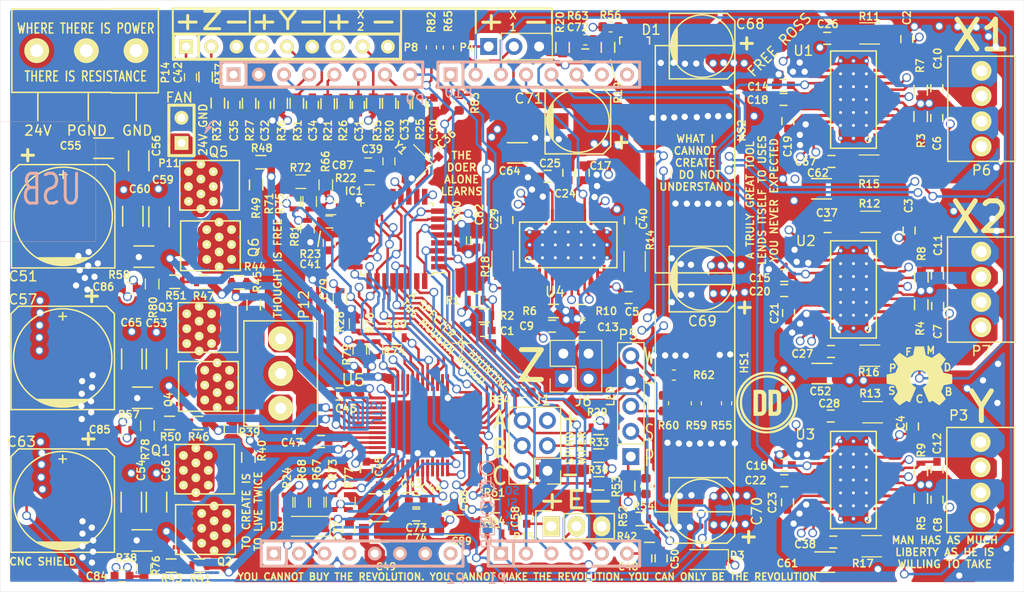
<source format=kicad_pcb>
(kicad_pcb (version 20171130) (host pcbnew "(5.1.0-0)")
  (layers (0 Front.Cu power) (1 S1 signal hide) (2 Power power hide) (3 GND power hide) (4 S2 signal hide) (31 Back.Cu power hide) (35 F.Paste user hide) (36 B.SilkS user hide) (37 F.SilkS user hide) (38 B.Mask user hide) (39 F.Mask user hide) (44 Edge.Cuts user))
  (net 0 "")
  (net 1 +24V)
  (net 2 /A5_PROBE)
  (net 3 /D10_LIMIT_Y)
  (net 4 /D11_SPIN_PWM)
  (net 5 /D12_LIMIT_Z)
  (net 6 /D2_STEP_X)
  (net 7 /D5_DIR_X)
  (net 8 /D6_DIR_Y)
  (net 9 /D7_DIR_Z)
  (net 10 /D8_STEP_EN_n)
  (net 11 /GHAZ)
  (net 12 /GHBZ)
  (net 13 /GHCZ)
  (net 14 /GLAZ)
  (net 15 /GLBZ)
  (net 16 /GLCZ)
  (net 17 /HALL_A)
  (net 18 /HALL_B)
  (net 19 /HALL_C)
  (net 20 /PHASE_A)
  (net 21 /PHASE_B)
  (net 22 /PHASE_C)
  (net 23 /PI_PRB)
  (net 24 /PI_YLIM)
  (net 25 /PI_ZLIM)
  (net 26 /PROBE_NOISY)
  (net 27 /YLIM)
  (net 28 /ZLIM)
  (net 29 GND)
  (net 30 VCC)
  (net 31 /CA)
  (net 32 /CC)
  (net 33 /CB)
  (net 34 /D13_SPIN_DIR)
  (net 35 /GHA)
  (net 36 /GLA)
  (net 37 /GHB)
  (net 38 /GLB)
  (net 39 /GLC)
  (net 40 /GHC)
  (net 41 /D4_STEP_Z)
  (net 42 /D3_STEP_Y)
  (net 43 /DECAY)
  (net 44 /X1_RCA)
  (net 45 /X2_RCA)
  (net 46 /Y_RCA)
  (net 47 /Z_RCA)
  (net 48 /X1_RCB)
  (net 49 /X2_RCB)
  (net 50 /Y_RCB)
  (net 51 /Z_RCB)
  (net 52 /X1_VGD)
  (net 53 /X2_VGD)
  (net 54 /Y_VGD)
  (net 55 /Z_VGD)
  (net 56 /X1_VCP)
  (net 57 /X1_CP1)
  (net 58 /X1_CP2)
  (net 59 /X2_VCP)
  (net 60 /X2_CP1)
  (net 61 /X2_CP2)
  (net 62 /Y_VCP)
  (net 63 /Y_CP1)
  (net 64 /Y_CP2)
  (net 65 /Z_VCP)
  (net 66 /Z_CP1)
  (net 67 /Z_CP2)
  (net 68 /Y_A1)
  (net 69 /Y_A2)
  (net 70 /Y_B1)
  (net 71 /Y_B2)
  (net 72 /Z_A1)
  (net 73 /Z_A2)
  (net 74 /Z_B1)
  (net 75 /Z_B2)
  (net 76 /X1_A1)
  (net 77 /X1_A2)
  (net 78 /X1_B1)
  (net 79 /X1_B2)
  (net 80 /X2_A1)
  (net 81 /X2_A2)
  (net 82 /X2_B1)
  (net 83 /X2_B2)
  (net 84 /X1_ISENB)
  (net 85 /X2_ISENB)
  (net 86 /Y_ISENB)
  (net 87 /Z_ISENB)
  (net 88 /X1_ISENA)
  (net 89 /X2_ISENA)
  (net 90 /Y_ISENA)
  (net 91 /Z_ISENA)
  (net 92 /2V5REF)
  (net 93 "Net-(D1-Pad3)")
  (net 94 /ARD_UNDEF)
  (net 95 /IOREF)
  (net 96 /3V3)
  (net 97 /ARD_VIN)
  (net 98 "Net-(P9-Pad1)")
  (net 99 "Net-(P10-Pad7)")
  (net 100 "Net-(P10-Pad8)")
  (net 101 "Net-(U1-Pad2)")
  (net 102 "Net-(U2-Pad2)")
  (net 103 "Net-(U3-Pad2)")
  (net 104 "Net-(U4-Pad2)")
  (net 105 /BLAC_XTAL1)
  (net 106 /BLAC_XTAL2)
  (net 107 /BLAC_aRef)
  (net 108 "Net-(U5-Pad26)")
  (net 109 /CSAM)
  (net 110 /CSAP)
  (net 111 /CSBM)
  (net 112 /CSBP)
  (net 113 /CSCM)
  (net 114 /CSCP)
  (net 115 /LSSA)
  (net 116 /LSSB)
  (net 117 /LSSC)
  (net 118 /ISET_A)
  (net 119 /ISET_B)
  (net 120 /ISET_C)
  (net 121 /CUR_A)
  (net 122 /CUR_B)
  (net 123 /CUR_C)
  (net 124 /CP2)
  (net 125 /CP1)
  (net 126 /SPIN_PWM_to_Analog)
  (net 127 /CHI)
  (net 128 /CLO)
  (net 129 /A4910Fault)
  (net 130 /BLO)
  (net 131 /ALO)
  (net 132 /AHI)
  (net 133 /BHI)
  (net 134 /a4910_SCK)
  (net 135 /a4910_SDI)
  (net 136 /a4910_SDO)
  (net 137 /a4910_STRn)
  (net 138 /AVCC)
  (net 139 /VREG)
  (net 140 /VBRG)
  (net 141 /D9_LIMIT_X2)
  (net 142 /PI_X2LIM)
  (net 143 /VREF_Steppers)
  (net 144 /ESTOP_Filtered)
  (net 145 /A3_64M1MISO)
  (net 146 /A2_LIMIT_X1)
  (net 147 /A4_SPINDLE_OVERLOAD)
  (net 148 /Spindle_Wiper)
  (net 149 /A1_Stepper_PMode)
  (net 150 /RESET_328p)
  (net 151 /X1LIM)
  (net 152 /24V_LED)
  (net 153 /5V_LED)
  (net 154 /X2LIM)
  (net 155 /ESTOP_n)
  (net 156 "Net-(IC1-Pad14)")
  (net 157 /BLDC_En)
  (net 158 /VREF_DIV)
  (net 159 /A0_STEP_X1_EN)
  (module ILTC:ILTC (layer Front.Cu) (at 97.5663 125.5828 90)
    (fp_text reference ILTC1 hide)
    (fp_text value 0 hide)
    (pad 2 smd rect (at 0.5 0 90) (size 1 1) (layers Front.Cu) (net 1 +24V))
    (pad 1 smd rect (at -0.5 0 90) (size 1 1) (layers Front.Cu) (net 140 /VBRG))
  )
  (module DRV8818:DRV8818 (layer Front.Cu) (at 180.7872 105.2576 180)
    (fp_text reference U2 (at 4.8009 5.1948 180) (layer F.SilkS) (effects (font (size 1.00076 1.00076) (thickness 0.14986))))
    (fp_text value DRV8818 hide)
    (pad 29 thru_hole circle (at 1.3 -3.6 180) (size 0.5 0.5) (drill 0.3) (layers *.Cu *.Mask) (net 29 GND))
    (pad 29 thru_hole circle (at 0 -3.6 180) (size 0.5 0.5) (drill 0.3) (layers *.Cu *.Mask) (net 29 GND))
    (pad 29 thru_hole circle (at 1.3 -2.3 180) (size 0.5 0.5) (drill 0.3) (layers *.Cu *.Mask) (net 29 GND))
    (pad 29 thru_hole circle (at -1.3 -2.3 180) (size 0.5 0.5) (drill 0.3) (layers *.Cu *.Mask) (net 29 GND))
    (pad 29 thru_hole circle (at 0 -2.3 180) (size 0.5 0.5) (drill 0.3) (layers *.Cu *.Mask) (net 29 GND))
    (pad 29 thru_hole circle (at 1.3 -1 180) (size 0.5 0.5) (drill 0.3) (layers *.Cu *.Mask) (net 29 GND))
    (pad 29 thru_hole circle (at -1.3 -1 180) (size 0.5 0.5) (drill 0.3) (layers *.Cu *.Mask) (net 29 GND))
    (pad 29 thru_hole circle (at 0 -1 180) (size 0.5 0.5) (drill 0.3) (layers *.Cu *.Mask) (net 29 GND))
    (pad 29 thru_hole circle (at -1.3 4.2 180) (size 0.5 0.5) (drill 0.3) (layers *.Cu *.Mask) (net 29 GND))
    (pad 29 thru_hole circle (at 1.3 4.2 180) (size 0.5 0.5) (drill 0.3) (layers *.Cu *.Mask) (net 29 GND))
    (pad 29 thru_hole circle (at 0 4.2 180) (size 0.5 0.5) (drill 0.3) (layers *.Cu *.Mask) (net 29 GND))
    (pad 29 thru_hole circle (at -1.3 2.9 180) (size 0.5 0.5) (drill 0.3) (layers *.Cu *.Mask) (net 29 GND))
    (pad 29 thru_hole circle (at 1.3 2.9 180) (size 0.5 0.5) (drill 0.3) (layers *.Cu *.Mask) (net 29 GND))
    (pad 29 thru_hole circle (at 0 2.9 180) (size 0.5 0.5) (drill 0.3) (layers *.Cu *.Mask) (net 29 GND))
    (pad 29 thru_hole circle (at 1.3 1.6 180) (size 0.5 0.5) (drill 0.3) (layers *.Cu *.Mask) (net 29 GND))
    (pad 29 thru_hole circle (at -1.3 1.6 180) (size 0.5 0.5) (drill 0.3) (layers *.Cu *.Mask) (net 29 GND))
    (pad 29 thru_hole circle (at 0 1.6 180) (size 0.5 0.5) (drill 0.3) (layers *.Cu *.Mask) (net 29 GND))
    (pad 29 thru_hole circle (at 1.3 0.3 180) (size 0.5 0.5) (drill 0.3) (layers *.Cu *.Mask) (net 29 GND))
    (pad 29 thru_hole circle (at -1.3 0.3 180) (size 0.5 0.5) (drill 0.3) (layers *.Cu *.Mask) (net 29 GND))
    (pad 29 thru_hole circle (at -1.3 -3.6 180) (size 0.5 0.5) (drill 0.3) (layers *.Cu *.Mask) (net 29 GND))
    (pad 29 thru_hole circle (at 0 0.3 180) (size 0.5 0.5) (drill 0.3) (layers *.Cu *.Mask) (net 29 GND))
    (pad 7 smd rect (at -2.8 0 90) (size 0.3 1.6) (layers Front.Cu F.Paste F.Mask) (net 29 GND))
    (pad 8 smd rect (at -2.8 0.65 90) (size 0.3 1.6) (layers Front.Cu F.Paste F.Mask) (net 143 /VREF_Steppers))
    (pad 9 smd rect (at -2.8 1.3 90) (size 0.3 1.6) (layers Front.Cu F.Paste F.Mask) (net 49 /X2_RCB))
    (pad 10 smd rect (at -2.8 1.95 90) (size 0.3 1.6) (layers Front.Cu F.Paste F.Mask) (net 30 VCC))
    (pad 25 smd rect (at 2.8 -1.95 90) (size 0.3 1.6) (layers Front.Cu F.Paste F.Mask) (net 81 /X2_A2))
    (pad 4 smd rect (at -2.8 -1.95 90) (size 0.3 1.6) (layers Front.Cu F.Paste F.Mask) (net 80 /X2_A1))
    (pad 5 smd rect (at -2.8 -1.3 90) (size 0.3 1.6) (layers Front.Cu F.Paste F.Mask) (net 43 /DECAY))
    (pad 6 smd rect (at -2.8 -0.65 90) (size 0.3 1.6) (layers Front.Cu F.Paste F.Mask) (net 45 /X2_RCA))
    (pad 18 smd rect (at 2.8 2.6 90) (size 0.3 1.6) (layers Front.Cu F.Paste F.Mask) (net 83 /X2_B2))
    (pad 19 smd rect (at 2.8 1.95 90) (size 0.3 1.6) (layers Front.Cu F.Paste F.Mask) (net 6 /D2_STEP_X))
    (pad 20 smd rect (at 2.8 1.3 90) (size 0.3 1.6) (layers Front.Cu F.Paste F.Mask) (net 53 /X2_VGD))
    (pad 21 smd rect (at 2.8 0.65 90) (size 0.3 1.6) (layers Front.Cu F.Paste F.Mask) (net 29 GND))
    (pad 22 smd rect (at 2.8 0 90) (size 0.3 1.6) (layers Front.Cu F.Paste F.Mask) (net 59 /X2_VCP))
    (pad 23 smd rect (at 2.8 -0.65 90) (size 0.3 1.6) (layers Front.Cu F.Paste F.Mask) (net 60 /X2_CP1))
    (pad 11 smd rect (at -2.8 2.6 90) (size 0.3 1.6) (layers Front.Cu F.Paste F.Mask) (net 82 /X2_B1))
    (pad 24 smd rect (at 2.8 -1.3 90) (size 0.3 1.6) (layers Front.Cu F.Paste F.Mask) (net 61 /X2_CP2))
    (pad 3 smd rect (at -2.8 -2.6 90) (size 0.3 1.6) (layers Front.Cu F.Paste F.Mask) (net 7 /D5_DIR_X))
    (pad 12 smd rect (at -2.8 3.25 90) (size 0.3 1.6) (layers Front.Cu F.Paste F.Mask) (net 30 VCC))
    (pad 17 smd rect (at 2.8 3.25 90) (size 0.3 1.6) (layers Front.Cu F.Paste F.Mask) (net 144 /ESTOP_Filtered))
    (pad 26 smd rect (at 2.8 -2.6 90) (size 0.3 1.6) (layers Front.Cu F.Paste F.Mask) (net 10 /D8_STEP_EN_n))
    (pad 2 smd rect (at -2.8 -3.25 90) (size 0.3 1.6) (layers Front.Cu F.Paste F.Mask) (net 102 "Net-(U2-Pad2)"))
    (pad 13 smd rect (at -2.8 3.9 90) (size 0.3 1.6) (layers Front.Cu F.Paste F.Mask) (net 30 VCC))
    (pad 16 smd rect (at 2.8 3.9 90) (size 0.3 1.6) (layers Front.Cu F.Paste F.Mask) (net 29 GND))
    (pad 27 smd rect (at 2.8 -3.25 90) (size 0.3 1.6) (layers Front.Cu F.Paste F.Mask) (net 30 VCC))
    (pad 1 smd rect (at -2.8 -3.9 90) (size 0.3 1.6) (layers Front.Cu F.Paste F.Mask) (net 89 /X2_ISENA))
    (pad 14 smd rect (at -2.8 4.55 90) (size 0.3 1.6) (layers Front.Cu F.Paste F.Mask) (net 85 /X2_ISENB))
    (pad 15 smd rect (at 2.8 4.55 90) (size 0.3 1.6) (layers Front.Cu F.Paste F.Mask) (net 1 +24V))
    (pad 28 smd rect (at 2.8 -3.9 90) (size 0.3 1.6) (layers Front.Cu F.Paste F.Mask) (net 1 +24V))
    (pad 29 smd rect (at 0 0 180) (size 2.4 6.46) (layers Front.Cu F.Paste F.Mask) (net 29 GND))
  )
  (module A3938:ARDUINO-SIL-8 (layer Back.Cu) (at 131.318 131.572)
    (fp_text reference P2 (at 9.398 2.54) (layer B.SilkS) (effects (font (size 0.9906 0.9906) (thickness 0.1524)) (justify mirror)))
    (fp_text value CONN_8 hide)
    (pad 1 thru_hole rect (at -8.89 0) (size 1.397 1.397) (drill 0.8128) (layers *.Cu *.Mask B.SilkS) (net 94 /ARD_UNDEF))
    (pad 2 thru_hole circle (at -6.35 0) (size 1.397 1.397) (drill 0.8128) (layers *.Cu *.Mask B.SilkS) (net 95 /IOREF))
    (pad 3 thru_hole circle (at -3.81 0) (size 1.397 1.397) (drill 0.8128) (layers *.Cu *.Mask B.SilkS) (net 150 /RESET_328p))
    (pad 4 thru_hole circle (at -1.27 0) (size 1.397 1.397) (drill 0.8128) (layers *.Cu *.Mask B.SilkS) (net 96 /3V3))
    (pad 5 thru_hole circle (at 1.27 0) (size 1.397 1.397) (drill 0.8128) (layers *.Cu *.Mask B.SilkS) (net 30 VCC))
    (pad 6 thru_hole circle (at 3.81 0) (size 1.397 1.397) (drill 0.8128) (layers *.Cu *.Mask B.SilkS) (net 29 GND))
    (pad 7 thru_hole circle (at 6.35 0) (size 1.397 1.397) (drill 0.8128) (layers *.Cu *.Mask B.SilkS) (net 29 GND))
    (pad 8 thru_hole circle (at 8.89 0) (size 1.397 1.397) (drill 0.8128) (layers *.Cu *.Mask B.SilkS) (net 97 /ARD_VIN))
  )
  (module "Custom Footprints:DD Logo" (layer Front.Cu) (at 172.0723 116.3828)
    (fp_text reference G*** hide)
    (fp_text value LOGO hide)
  )
  (module Symbol:OSHW-Symbol_6.7x6mm_SilkScreen (layer Front.Cu) (at 187.4163 113.6828)
    (fp_text reference REF** hide)
    (fp_text value OSHW-Symbol_6.7x6mm_SilkScreen hide)
  )
  (module Capacitors_SMD:C_0603 (layer Front.Cu) (at 138.5443 86.3854 270)
    (fp_text reference C30 (at 2.5019 0 270) (layer F.SilkS) (effects (font (size 0.75 0.75))))
    (fp_text value 220n)
    (pad 1 smd rect (at -0.75 0 270) (size 0.8 0.75) (layers Front.Cu F.Paste F.Mask) (net 141 /D9_LIMIT_X2))
    (pad 2 smd rect (at 0.75 0 270) (size 0.8 0.75) (layers Front.Cu F.Paste F.Mask) (net 29 GND))
  )
  (module A3938:HeatSink (layer Front.Cu) (at 160.8328 127.3683 90)
    (fp_text reference HS1 (at 15.0495 8.9535 90) (layer F.SilkS) (effects (font (size 0.75 0.75))))
    (fp_text value Heat_Sink)
    (pad 2 smd rect (at 17.285 4 90) (size 1.4 9) (layers Front.Cu F.Paste F.Mask) (net 29 GND))
    (pad 1 smd rect (at 5.575 4 90) (size 1.4 9) (layers Front.Cu F.Paste F.Mask) (net 29 GND))
  )
  (module Capacitors_SMD:C_0603 (layer Front.Cu) (at 147.8863 127.8228 90)
    (fp_text reference C58 (at -0.05 -1.14 90) (layer F.SilkS) (effects (font (size 0.75 0.75))))
    (fp_text value 220n)
    (pad 2 smd rect (at 0.75 0 90) (size 0.8 0.75) (layers Front.Cu F.Paste F.Mask) (net 29 GND))
    (pad 1 smd rect (at -0.75 0 90) (size 0.8 0.75) (layers Front.Cu F.Paste F.Mask) (net 30 VCC))
  )
  (module Resistor_SMD:R_0603_1608Metric (layer Front.Cu) (at 168.0083 116.4273 90)
    (fp_text reference R55 (at -2.2415 -0.508 180) (layer F.SilkS) (effects (font (size 0.75 0.75))))
    (fp_text value 1k)
    (pad 2 smd roundrect (at 0.7875 0 90) (size 0.875 0.95) (layers Front.Cu F.Paste F.Mask) (net 1 +24V))
    (pad 1 smd roundrect (at -0.7875 0 90) (size 0.875 0.95) (layers Front.Cu F.Paste F.Mask) (net 152 /24V_LED))
  )
  (module Resistor_SMD:R_0603_1608Metric (layer Front.Cu) (at 164.9603 116.4348 90)
    (fp_text reference R59 (at -2.234 0 180) (layer F.SilkS) (effects (font (size 0.75 0.75))))
    (fp_text value 1k)
    (pad 2 smd roundrect (at 0.7875 0 90) (size 0.875 0.95) (layers Front.Cu F.Paste F.Mask) (net 1 +24V))
    (pad 1 smd roundrect (at -0.7875 0 90) (size 0.875 0.95) (layers Front.Cu F.Paste F.Mask) (net 152 /24V_LED))
  )
  (module Resistor_SMD:R_0603_1608Metric (layer Front.Cu) (at 161.6583 116.4273 90)
    (fp_text reference R60 (at -2.2415 0.508 180) (layer F.SilkS) (effects (font (size 0.75 0.75))))
    (fp_text value 1k)
    (pad 1 smd roundrect (at -0.7875 0 90) (size 0.875 0.95) (layers Front.Cu F.Paste F.Mask) (net 152 /24V_LED))
    (pad 2 smd roundrect (at 0.7875 0 90) (size 0.875 0.95) (layers Front.Cu F.Paste F.Mask) (net 1 +24V))
  )
  (module Capacitors_SMD:C_0603 (layer Front.Cu) (at 129.9663 129.1428 90)
    (fp_text reference C77 (at -0.194 -1.074 90) (layer F.SilkS) (effects (font (size 0.75 0.75))))
    (fp_text value 220n)
    (pad 1 smd rect (at -0.75 0 90) (size 0.8 0.75) (layers Front.Cu F.Paste F.Mask) (net 144 /ESTOP_Filtered))
    (pad 2 smd rect (at 0.75 0 90) (size 0.8 0.75) (layers Front.Cu F.Paste F.Mask) (net 29 GND))
  )
  (module Capacitors_SMD:C_1206 (layer Front.Cu) (at 108.1278 111.9632 270)
    (fp_text reference C65 (at -3.6604 0.0515) (layer F.SilkS) (effects (font (size 0.75 0.75))))
    (fp_text value 10u)
    (pad 1 smd rect (at -1.5 0 270) (size 1 1.6) (layers Front.Cu F.Paste F.Mask) (net 1 +24V))
    (pad 2 smd rect (at 1.5 0 270) (size 1 1.6) (layers Front.Cu F.Paste F.Mask) (net 116 /LSSB))
  )
  (module Capacitors_SMD:C_0603 (layer Front.Cu) (at 136.7663 127.6858)
    (fp_text reference C74 (at -0.01 2.347) (layer F.SilkS) (effects (font (size 0.75 0.75))))
    (fp_text value 220n)
    (pad 1 smd rect (at -0.75 0) (size 0.8 0.75) (layers Front.Cu F.Paste F.Mask) (net 124 /CP2))
    (pad 2 smd rect (at 0.75 0) (size 0.8 0.75) (layers Front.Cu F.Paste F.Mask) (net 125 /CP1))
  )
  (module Capacitors_SMD:C_0603 (layer Front.Cu) (at 143.6063 109.0928 180)
    (fp_text reference C1 (at -2.304 -0.06096 180) (layer F.SilkS) (effects (font (size 0.75 0.75))))
    (fp_text value 220n)
    (pad 1 smd rect (at -0.75 0 180) (size 0.8 0.75) (layers Front.Cu F.Paste F.Mask) (net 43 /DECAY))
    (pad 2 smd rect (at 0.75 0 180) (size 0.8 0.75) (layers Front.Cu F.Paste F.Mask) (net 29 GND))
  )
  (module Capacitors_SMD:C_0603 (layer Front.Cu) (at 186.1566 79.7306 90)
    (fp_text reference C2 (at 2.1478 0.0097 90) (layer F.SilkS) (effects (font (size 0.75 0.75))))
    (fp_text value 220n)
    (pad 1 smd rect (at -0.75 0 90) (size 0.8 0.75) (layers Front.Cu F.Paste F.Mask) (net 30 VCC))
    (pad 2 smd rect (at 0.75 0 90) (size 0.8 0.75) (layers Front.Cu F.Paste F.Mask) (net 29 GND))
  )
  (module Capacitors_SMD:C_0603 (layer Front.Cu) (at 186.3852 99.0219 90)
    (fp_text reference C3 (at 2.4891 -0.0489 90) (layer F.SilkS) (effects (font (size 0.75 0.75))))
    (fp_text value 220n)
    (pad 1 smd rect (at -0.75 0 90) (size 0.8 0.75) (layers Front.Cu F.Paste F.Mask) (net 30 VCC))
    (pad 2 smd rect (at 0.75 0 90) (size 0.8 0.75) (layers Front.Cu F.Paste F.Mask) (net 29 GND))
  )
  (module Capacitors_SMD:C_0603 (layer Front.Cu) (at 186.7281 118.7704 90)
    (fp_text reference C4 (at 0.3976 -1.1818 90) (layer F.SilkS) (effects (font (size 0.75 0.75))))
    (fp_text value 220n)
    (pad 1 smd rect (at -0.75 0 90) (size 0.8 0.75) (layers Front.Cu F.Paste F.Mask) (net 30 VCC))
    (pad 2 smd rect (at 0.75 0 90) (size 0.8 0.75) (layers Front.Cu F.Paste F.Mask) (net 29 GND))
  )
  (module Capacitors_SMD:C_0603 (layer Front.Cu) (at 158.14548 105.7783)
    (fp_text reference C5 (at 0.34082 1.4345) (layer F.SilkS) (effects (font (size 0.75 0.75))))
    (fp_text value 220n)
    (pad 1 smd rect (at -0.75 0) (size 0.8 0.75) (layers Front.Cu F.Paste F.Mask) (net 30 VCC))
    (pad 2 smd rect (at 0.75 0) (size 0.8 0.75) (layers Front.Cu F.Paste F.Mask) (net 29 GND))
  )
  (module Capacitors_SMD:C_0603 (layer Front.Cu) (at 189.17158 87.68334 90)
    (fp_text reference C6 (at -2.55778 0.02794 90) (layer F.SilkS) (effects (font (size 0.75 0.75))))
    (fp_text value 680p)
    (pad 1 smd rect (at -0.75 0 90) (size 0.8 0.75) (layers Front.Cu F.Paste F.Mask) (net 44 /X1_RCA))
    (pad 2 smd rect (at 0.75 0 90) (size 0.8 0.75) (layers Front.Cu F.Paste F.Mask) (net 29 GND))
  )
  (module Capacitors_SMD:C_0603 (layer Front.Cu) (at 189.26048 106.6292 90)
    (fp_text reference C7 (at -2.58064 0.00508 90) (layer F.SilkS) (effects (font (size 0.75 0.75))))
    (fp_text value 680p)
    (pad 1 smd rect (at -0.75 0 90) (size 0.8 0.75) (layers Front.Cu F.Paste F.Mask) (net 45 /X2_RCA))
    (pad 2 smd rect (at 0.75 0 90) (size 0.8 0.75) (layers Front.Cu F.Paste F.Mask) (net 29 GND))
  )
  (module Capacitors_SMD:C_0603 (layer Front.Cu) (at 189.19444 126.14148 90)
    (fp_text reference C8 (at -2.52476 0.08636 90) (layer F.SilkS) (effects (font (size 0.75 0.75))))
    (fp_text value 680p)
    (pad 1 smd rect (at -0.75 0 90) (size 0.8 0.75) (layers Front.Cu F.Paste F.Mask) (net 46 /Y_RCA))
    (pad 2 smd rect (at 0.75 0 90) (size 0.8 0.75) (layers Front.Cu F.Paste F.Mask) (net 29 GND))
  )
  (module Capacitors_SMD:C_0603 (layer Front.Cu) (at 150.43658 108.6612)
    (fp_text reference C9 (at -2.5654 -0.0127) (layer F.SilkS) (effects (font (size 0.75 0.75))))
    (fp_text value 680p)
    (pad 1 smd rect (at -0.75 0) (size 0.8 0.75) (layers Front.Cu F.Paste F.Mask) (net 47 /Z_RCA))
    (pad 2 smd rect (at 0.75 0) (size 0.8 0.75) (layers Front.Cu F.Paste F.Mask) (net 29 GND))
  )
  (module Capacitors_SMD:C_0603 (layer Front.Cu) (at 189.17158 84.68614 270)
    (fp_text reference C10 (at -2.99974 -0.0889 270) (layer F.SilkS) (effects (font (size 0.75 0.75))))
    (fp_text value 680p)
    (pad 1 smd rect (at -0.75 0 270) (size 0.8 0.75) (layers Front.Cu F.Paste F.Mask) (net 48 /X1_RCB))
    (pad 2 smd rect (at 0.75 0 270) (size 0.8 0.75) (layers Front.Cu F.Paste F.Mask) (net 29 GND))
  )
  (module Capacitors_SMD:C_0603 (layer Front.Cu) (at 189.23508 103.5558 270)
    (fp_text reference C11 (at -3.06324 -0.06096 270) (layer F.SilkS) (effects (font (size 0.75 0.75))))
    (fp_text value 680p)
    (pad 1 smd rect (at -0.75 0 270) (size 0.8 0.75) (layers Front.Cu F.Paste F.Mask) (net 49 /X2_RCB))
    (pad 2 smd rect (at 0.75 0 270) (size 0.8 0.75) (layers Front.Cu F.Paste F.Mask) (net 29 GND))
  )
  (module Capacitors_SMD:C_0603 (layer Front.Cu) (at 189.19444 123.08078 270)
    (fp_text reference C12 (at -2.59798 -0.01186 270) (layer F.SilkS) (effects (font (size 0.75 0.75))))
    (fp_text value 680p)
    (pad 1 smd rect (at -0.75 0 270) (size 0.8 0.75) (layers Front.Cu F.Paste F.Mask) (net 50 /Y_RCB))
    (pad 2 smd rect (at 0.75 0 270) (size 0.8 0.75) (layers Front.Cu F.Paste F.Mask) (net 29 GND))
  )
  (module Capacitors_SMD:C_0603 (layer Front.Cu) (at 153.40838 108.6612 180)
    (fp_text reference C13 (at -2.66192 -0.1016 180) (layer F.SilkS) (effects (font (size 0.75 0.75))))
    (fp_text value 680p)
    (pad 1 smd rect (at -0.75 0 180) (size 0.8 0.75) (layers Front.Cu F.Paste F.Mask) (net 51 /Z_RCB))
    (pad 2 smd rect (at 0.75 0 180) (size 0.8 0.75) (layers Front.Cu F.Paste F.Mask) (net 29 GND))
  )
  (module Capacitors_SMD:C_0603 (layer Front.Cu) (at 173.736 84.3915 180)
    (fp_text reference C14 (at 2.5497 -0.1313 180) (layer F.SilkS) (effects (font (size 0.75 0.75))))
    (fp_text value 220n)
    (pad 1 smd rect (at -0.75 0 180) (size 0.8 0.75) (layers Front.Cu F.Paste F.Mask) (net 52 /X1_VGD))
    (pad 2 smd rect (at 0.75 0 180) (size 0.8 0.75) (layers Front.Cu F.Paste F.Mask) (net 29 GND))
  )
  (module Capacitors_SMD:C_0603 (layer Front.Cu) (at 173.81982 103.54818 180)
    (fp_text reference C15 (at 2.47352 -0.26462 180) (layer F.SilkS) (effects (font (size 0.75 0.75))))
    (fp_text value 220n)
    (pad 1 smd rect (at -0.75 0 180) (size 0.8 0.75) (layers Front.Cu F.Paste F.Mask) (net 53 /X2_VGD))
    (pad 2 smd rect (at 0.75 0 180) (size 0.8 0.75) (layers Front.Cu F.Paste F.Mask) (net 29 GND))
  )
  (module Capacitors_SMD:C_0603 (layer Front.Cu) (at 173.82744 122.64644 180)
    (fp_text reference C16 (at 2.80114 -0.07636 180) (layer F.SilkS) (effects (font (size 0.75 0.75))))
    (fp_text value 220n)
    (pad 1 smd rect (at -0.75 0 180) (size 0.8 0.75) (layers Front.Cu F.Paste F.Mask) (net 54 /Y_VGD))
    (pad 2 smd rect (at 0.75 0 180) (size 0.8 0.75) (layers Front.Cu F.Paste F.Mask) (net 29 GND))
  )
  (module Capacitors_SMD:C_0603 (layer Front.Cu) (at 153.57348 93.2053 90)
    (fp_text reference C17 (at 0.6985 1.73482 180) (layer F.SilkS) (effects (font (size 0.75 0.75))))
    (fp_text value 220n)
    (pad 1 smd rect (at -0.75 0 90) (size 0.8 0.75) (layers Front.Cu F.Paste F.Mask) (net 55 /Z_VGD))
    (pad 2 smd rect (at 0.75 0 90) (size 0.8 0.75) (layers Front.Cu F.Paste F.Mask) (net 29 GND))
  )
  (module Capacitors_SMD:C_0603 (layer Front.Cu) (at 173.7487 85.8139 180)
    (fp_text reference C18 (at 2.6224 -0.0489 180) (layer F.SilkS) (effects (font (size 0.75 0.75))))
    (fp_text value 220n)
    (pad 1 smd rect (at -0.75 0 180) (size 0.8 0.75) (layers Front.Cu F.Paste F.Mask) (net 56 /X1_VCP))
    (pad 2 smd rect (at 0.75 0 180) (size 0.8 0.75) (layers Front.Cu F.Paste F.Mask) (net 1 +24V))
  )
  (module Capacitors_SMD:C_0603 (layer Front.Cu) (at 174.1805 87.9983 270)
    (fp_text reference C19 (at 2.5545 0.0142 270) (layer F.SilkS) (effects (font (size 0.75 0.75))))
    (fp_text value 220n)
    (pad 1 smd rect (at -0.75 0 270) (size 0.8 0.75) (layers Front.Cu F.Paste F.Mask) (net 57 /X1_CP1))
    (pad 2 smd rect (at 0.75 0 270) (size 0.8 0.75) (layers Front.Cu F.Paste F.Mask) (net 58 /X1_CP2))
  )
  (module Capacitors_SMD:C_0603 (layer Front.Cu) (at 173.80712 105.07218 180)
    (fp_text reference C20 (at 2.46082 -0.09062 180) (layer F.SilkS) (effects (font (size 0.75 0.75))))
    (fp_text value 220n)
    (pad 1 smd rect (at -0.75 0 180) (size 0.8 0.75) (layers Front.Cu F.Paste F.Mask) (net 59 /X2_VCP))
    (pad 2 smd rect (at 0.75 0 180) (size 0.8 0.75) (layers Front.Cu F.Paste F.Mask) (net 1 +24V))
  )
  (module Capacitors_SMD:C_0603 (layer Front.Cu) (at 174.25162 107.33278 270)
    (fp_text reference C21 (at 0.03002 1.41532 270) (layer F.SilkS) (effects (font (size 0.75 0.75))))
    (fp_text value 220n)
    (pad 1 smd rect (at -0.75 0 270) (size 0.8 0.75) (layers Front.Cu F.Paste F.Mask) (net 60 /X2_CP1))
    (pad 2 smd rect (at 0.75 0 270) (size 0.8 0.75) (layers Front.Cu F.Paste F.Mask) (net 61 /X2_CP2))
  )
  (module Capacitors_SMD:C_0603 (layer Front.Cu) (at 173.81474 124.23394 180)
    (fp_text reference C22 (at 2.89844 0.03114 180) (layer F.SilkS) (effects (font (size 0.75 0.75))))
    (fp_text value 220n)
    (pad 1 smd rect (at -0.75 0 180) (size 0.8 0.75) (layers Front.Cu F.Paste F.Mask) (net 62 /Y_VCP))
    (pad 2 smd rect (at 0.75 0 180) (size 0.8 0.75) (layers Front.Cu F.Paste F.Mask) (net 1 +24V))
  )
  (module Capacitors_SMD:C_0603 (layer Front.Cu) (at 174.14748 126.4158 270)
    (fp_text reference C23 (at 0.037 1.52118 270) (layer F.SilkS) (effects (font (size 0.75 0.75))))
    (fp_text value 220n)
    (pad 1 smd rect (at -0.75 0 270) (size 0.8 0.75) (layers Front.Cu F.Paste F.Mask) (net 63 /Y_CP1))
    (pad 2 smd rect (at 0.75 0 270) (size 0.8 0.75) (layers Front.Cu F.Paste F.Mask) (net 64 /Y_CP2))
  )
  (module Capacitors_SMD:C_0603 (layer Front.Cu) (at 152.12568 93.2053 90)
    (fp_text reference C24 (at -2.0955 -0.37338 180) (layer F.SilkS) (effects (font (size 0.75 0.75))))
    (fp_text value 220n)
    (pad 1 smd rect (at -0.75 0 90) (size 0.8 0.75) (layers Front.Cu F.Paste F.Mask) (net 65 /Z_VCP))
    (pad 2 smd rect (at 0.75 0 90) (size 0.8 0.75) (layers Front.Cu F.Paste F.Mask) (net 1 +24V))
  )
  (module Capacitors_SMD:C_0603 (layer Front.Cu) (at 149.99208 93.5609 180)
    (fp_text reference C25 (at -0.23622 1.3081 180) (layer F.SilkS) (effects (font (size 0.75 0.75))))
    (fp_text value 220n)
    (pad 1 smd rect (at -0.75 0 180) (size 0.8 0.75) (layers Front.Cu F.Paste F.Mask) (net 66 /Z_CP1))
    (pad 2 smd rect (at 0.75 0 180) (size 0.8 0.75) (layers Front.Cu F.Paste F.Mask) (net 67 /Z_CP2))
  )
  (module Capacitors_SMD:C_0603 (layer Front.Cu) (at 178.1429 79.6544)
    (fp_text reference C26 (at 0.0508 -1.4351) (layer F.SilkS) (effects (font (size 0.75 0.75))))
    (fp_text value 220n)
    (pad 1 smd rect (at -0.75 0) (size 0.8 0.75) (layers Front.Cu F.Paste F.Mask) (net 1 +24V))
    (pad 2 smd rect (at 0.75 0) (size 0.8 0.75) (layers Front.Cu F.Paste F.Mask) (net 29 GND))
  )
  (module Capacitors_SMD:C_0603 (layer Front.Cu) (at 178.52644 111.2139)
    (fp_text reference C27 (at -2.89014 0.2289) (layer F.SilkS) (effects (font (size 0.75 0.75))))
    (fp_text value 220n)
    (pad 1 smd rect (at -0.75 0) (size 0.8 0.75) (layers Front.Cu F.Paste F.Mask) (net 1 +24V))
    (pad 2 smd rect (at 0.75 0) (size 0.8 0.75) (layers Front.Cu F.Paste F.Mask) (net 29 GND))
  )
  (module Capacitors_SMD:C_0603 (layer Front.Cu) (at 178.4985 117.7163)
    (fp_text reference C28 (at -0.14986 -1.2635) (layer F.SilkS) (effects (font (size 0.75 0.75))))
    (fp_text value 220n)
    (pad 1 smd rect (at -0.75 0) (size 0.8 0.75) (layers Front.Cu F.Paste F.Mask) (net 1 +24V))
    (pad 2 smd rect (at 0.75 0) (size 0.8 0.75) (layers Front.Cu F.Paste F.Mask) (net 29 GND))
  )
  (module Capacitors_SMD:C_0603 (layer Front.Cu) (at 145.88998 97.9678 270)
    (fp_text reference C29 (at -0.085 1.26368 270) (layer F.SilkS) (effects (font (size 0.75 0.75))))
    (fp_text value 220n)
    (pad 1 smd rect (at -0.75 0 270) (size 0.8 0.75) (layers Front.Cu F.Paste F.Mask) (net 1 +24V))
    (pad 2 smd rect (at 0.75 0 270) (size 0.8 0.75) (layers Front.Cu F.Paste F.Mask) (net 29 GND))
  )
  (module Capacitors_SMD:C_0603 (layer Front.Cu) (at 130.937 86.3727 270)
    (fp_text reference C31 (at 2.5781 -0.0693 270) (layer F.SilkS) (effects (font (size 0.75 0.75))))
    (fp_text value 220n)
    (pad 1 smd rect (at -0.75 0 270) (size 0.8 0.75) (layers Front.Cu F.Paste F.Mask) (net 3 /D10_LIMIT_Y))
    (pad 2 smd rect (at 0.75 0 270) (size 0.8 0.75) (layers Front.Cu F.Paste F.Mask) (net 29 GND))
  )
  (module Capacitors_SMD:C_0603 (layer Front.Cu) (at 121.4882 86.36 270)
    (fp_text reference C32 (at 2.5908 -0.0481 270) (layer F.SilkS) (effects (font (size 0.75 0.75))))
    (fp_text value 220n)
    (pad 1 smd rect (at -0.75 0 270) (size 0.8 0.75) (layers Front.Cu F.Paste F.Mask) (net 5 /D12_LIMIT_Z))
    (pad 2 smd rect (at 0.75 0 270) (size 0.8 0.75) (layers Front.Cu F.Paste F.Mask) (net 29 GND))
  )
  (module Capacitors_SMD:C_0603 (layer Front.Cu) (at 135.5471 86.36 270)
    (fp_text reference C33 (at 2.5028 -0.0492 270) (layer F.SilkS) (effects (font (size 0.75 0.75))))
    (fp_text value 220n)
    (pad 1 smd rect (at -0.75 0 270) (size 0.8 0.75) (layers Front.Cu F.Paste F.Mask) (net 142 /PI_X2LIM))
    (pad 2 smd rect (at 0.75 0 270) (size 0.8 0.75) (layers Front.Cu F.Paste F.Mask) (net 29 GND))
  )
  (module Capacitors_SMD:C_0603 (layer Front.Cu) (at 126.3063 86.3628 270)
    (fp_text reference C34 (at 2.588 -0.06 270) (layer F.SilkS) (effects (font (size 0.75 0.75))))
    (fp_text value 220n)
    (pad 1 smd rect (at -0.75 0 270) (size 0.8 0.75) (layers Front.Cu F.Paste F.Mask) (net 24 /PI_YLIM))
    (pad 2 smd rect (at 0.75 0 270) (size 0.8 0.75) (layers Front.Cu F.Paste F.Mask) (net 29 GND))
  )
  (module Capacitors_SMD:C_0603 (layer Front.Cu) (at 118.4148 86.36 90)
    (fp_text reference C35 (at -2.5908 0 90) (layer F.SilkS) (effects (font (size 0.75 0.75))))
    (fp_text value 220n)
    (pad 1 smd rect (at -0.75 0 90) (size 0.8 0.75) (layers Front.Cu F.Paste F.Mask) (net 25 /PI_ZLIM))
    (pad 2 smd rect (at 0.75 0 90) (size 0.8 0.75) (layers Front.Cu F.Paste F.Mask) (net 29 GND))
  )
  (module Capacitors_SMD:C_0603 (layer Front.Cu) (at 178.181 98.6282)
    (fp_text reference C37 (at -0.0762 -1.37668) (layer F.SilkS) (effects (font (size 0.75 0.75))))
    (fp_text value 220n)
    (pad 1 smd rect (at -0.75 0) (size 0.8 0.75) (layers Front.Cu F.Paste F.Mask) (net 1 +24V))
    (pad 2 smd rect (at 0.75 0) (size 0.8 0.75) (layers Front.Cu F.Paste F.Mask) (net 29 GND))
  )
  (module Capacitors_SMD:C_0603 (layer Front.Cu) (at 178.7525 130.4163)
    (fp_text reference C38 (at -2.8362 0.2265) (layer F.SilkS) (effects (font (size 0.75 0.75))))
    (fp_text value 220n)
    (pad 1 smd rect (at -0.75 0) (size 0.8 0.75) (layers Front.Cu F.Paste F.Mask) (net 1 +24V))
    (pad 2 smd rect (at 0.75 0) (size 0.8 0.75) (layers Front.Cu F.Paste F.Mask) (net 29 GND))
  )
  (module Capacitors_SMD:C_0603 (layer Front.Cu) (at 158.32328 98.0059 270)
    (fp_text reference C40 (at -0.1651 -1.30302 270) (layer F.SilkS) (effects (font (size 0.75 0.75))))
    (fp_text value 220n)
    (pad 1 smd rect (at -0.75 0 270) (size 0.8 0.75) (layers Front.Cu F.Paste F.Mask) (net 1 +24V))
    (pad 2 smd rect (at 0.75 0 270) (size 0.8 0.75) (layers Front.Cu F.Paste F.Mask) (net 29 GND))
  )
  (module Capacitors_SMD:C_0603 (layer Front.Cu) (at 133.84784 124.68352 180)
    (fp_text reference C43 (at -2.41046 0.17272 180) (layer F.SilkS) (effects (font (size 0.75 0.75))))
    (fp_text value 220n)
    (pad 1 smd rect (at -0.75 0 180) (size 0.8 0.75) (layers Front.Cu F.Paste F.Mask) (net 139 /VREG))
    (pad 2 smd rect (at 0.75 0 180) (size 0.8 0.75) (layers Front.Cu F.Paste F.Mask) (net 29 GND))
  )
  (module Capacitors_SMD:C_1206 (layer Front.Cu) (at 132.9944 126.57328 180)
    (fp_text reference C44 (at -5.2959 1.55448) (layer F.SilkS) (effects (font (size 0.75 0.75))))
    (fp_text value 10u)
    (pad 1 smd rect (at -1.5 0 180) (size 1 1.6) (layers Front.Cu F.Paste F.Mask) (net 139 /VREG))
    (pad 2 smd rect (at 1.5 0 180) (size 1 1.6) (layers Front.Cu F.Paste F.Mask) (net 29 GND))
  )
  (module Capacitors_SMD:C_0603 (layer Front.Cu) (at 131.7463 123.0628 270)
    (fp_text reference C45 (at -0.26 -1.28 270) (layer F.SilkS) (effects (font (size 0.7 0.7))))
    (fp_text value 33n)
    (pad 1 smd rect (at -0.75 0 270) (size 0.8 0.75) (layers Front.Cu F.Paste F.Mask) (net 31 /CA))
    (pad 2 smd rect (at 0.75 0 270) (size 0.8 0.75) (layers Front.Cu F.Paste F.Mask) (net 20 /PHASE_A))
  )
  (module Capacitors_SMD:C_0603 (layer Front.Cu) (at 129.0363 115.5028)
    (fp_text reference C46 (at 0.65 1.46) (layer F.SilkS) (effects (font (size 0.75 0.75))))
    (fp_text value 33n)
    (pad 1 smd rect (at -0.75 0) (size 0.8 0.75) (layers Front.Cu F.Paste F.Mask) (net 32 /CC))
    (pad 2 smd rect (at 0.75 0) (size 0.8 0.75) (layers Front.Cu F.Paste F.Mask) (net 22 /PHASE_C))
  )
  (module Capacitors_SMD:C_0603 (layer Front.Cu) (at 127.1763 120.2828 180)
    (fp_text reference C47 (at 2.94 -0.12 180) (layer F.SilkS) (effects (font (size 0.75 0.75))))
    (fp_text value 33n)
    (pad 1 smd rect (at -0.75 0 180) (size 0.8 0.75) (layers Front.Cu F.Paste F.Mask) (net 33 /CB))
    (pad 2 smd rect (at 0.75 0 180) (size 0.8 0.75) (layers Front.Cu F.Paste F.Mask) (net 21 /PHASE_B))
  )
  (module Capacitors_SMD:C_0603 (layer Front.Cu) (at 159.8763 132.0628 90)
    (fp_text reference C48 (at -0.83 -1.774 180) (layer F.SilkS) (effects (font (size 0.7 0.7))))
    (fp_text value 33n)
    (pad 1 smd rect (at -0.75 0 90) (size 0.8 0.75) (layers Front.Cu F.Paste F.Mask) (net 29 GND))
    (pad 2 smd rect (at 0.75 0 90) (size 0.8 0.75) (layers Front.Cu F.Paste F.Mask) (net 2 /A5_PROBE))
  )
  (module Capacitors_SMD:C_1206 (layer Front.Cu) (at 132.9963 129.3828)
    (fp_text reference C49 (at 0.722 3.51 180) (layer F.SilkS) (effects (font (size 0.7 0.7))))
    (fp_text value 10u)
    (pad 1 smd rect (at -1.5 0) (size 1 1.6) (layers Front.Cu F.Paste F.Mask) (net 30 VCC))
    (pad 2 smd rect (at 1.5 0) (size 1 1.6) (layers Front.Cu F.Paste F.Mask) (net 29 GND))
  )
  (module Capacitors_SMD:C_0603 (layer Front.Cu) (at 161.4163 132.0528 90)
    (fp_text reference C50 (at -0.078 1.388 270) (layer F.SilkS) (effects (font (size 0.7 0.7))))
    (fp_text value 33n)
    (pad 1 smd rect (at -0.75 0 90) (size 0.8 0.75) (layers Front.Cu F.Paste F.Mask) (net 29 GND))
    (pad 2 smd rect (at 0.75 0 90) (size 0.8 0.75) (layers Front.Cu F.Paste F.Mask) (net 23 /PI_PRB))
  )
  (module Capacitors_SMD:c_elec_10x10.5 (layer Front.Cu) (at 101.219 97.5868 90)
    (fp_text reference C51 (at -6.046 -4.0327 180) (layer F.SilkS))
    (fp_text value 330u)
    (pad 1 smd rect (at 4.0005 0 90) (size 4.0005 2.4003) (layers Front.Cu F.Paste F.Mask) (net 1 +24V))
    (pad 2 smd rect (at -4.0005 0 90) (size 4.0005 2.4003) (layers Front.Cu F.Paste F.Mask) (net 29 GND))
  )
  (module Capacitors_SMD:C_1206 (layer Front.Cu) (at 177.61458 113.4364)
    (fp_text reference C52 (at -0.15828 1.7864) (layer F.SilkS) (effects (font (size 0.75 0.75))))
    (fp_text value 10u)
    (pad 1 smd rect (at -1.5 0) (size 1 1.6) (layers Front.Cu F.Paste F.Mask) (net 1 +24V))
    (pad 2 smd rect (at 1.5 0) (size 1 1.6) (layers Front.Cu F.Paste F.Mask) (net 29 GND))
  )
  (module Capacitors_SMD:C_1206 (layer Front.Cu) (at 110.617 111.9632 270)
    (fp_text reference C53 (at -3.6104 0.0127) (layer F.SilkS) (effects (font (size 0.75 0.75))))
    (fp_text value 10u)
    (pad 1 smd rect (at -1.5 0 270) (size 1 1.6) (layers Front.Cu F.Paste F.Mask) (net 1 +24V))
    (pad 2 smd rect (at 1.5 0 270) (size 1 1.6) (layers Front.Cu F.Paste F.Mask) (net 116 /LSSB))
  )
  (module Capacitors_SMD:C_1206 (layer Front.Cu) (at 108.077 126.3904 270)
    (fp_text reference C54 (at -3.2176 -0.9893 270) (layer F.SilkS) (effects (font (size 0.75 0.75))))
    (fp_text value 10u)
    (pad 1 smd rect (at -1.5 0 270) (size 1 1.6) (layers Front.Cu F.Paste F.Mask) (net 1 +24V))
    (pad 2 smd rect (at 1.5 0 270) (size 1 1.6) (layers Front.Cu F.Paste F.Mask) (net 115 /LSSA))
  )
  (module Capacitors_SMD:c_elec_10x10.5 (layer Front.Cu) (at 101.1682 111.8616 90)
    (fp_text reference C57 (at 5.8988 -4.0119 180) (layer F.SilkS))
    (fp_text value 330u)
    (pad 1 smd rect (at 4.0005 0 90) (size 4.0005 2.4003) (layers Front.Cu F.Paste F.Mask) (net 1 +24V))
    (pad 2 smd rect (at -4.0005 0 90) (size 4.0005 2.4003) (layers Front.Cu F.Paste F.Mask) (net 29 GND))
  )
  (module Capacitors_SMD:C_1206 (layer Front.Cu) (at 110.871 97.6376 270)
    (fp_text reference C59 (at -3.7248 -0.3853) (layer F.SilkS) (effects (font (size 0.75 0.75))))
    (fp_text value 10u)
    (pad 1 smd rect (at -1.5 0 270) (size 1 1.6) (layers Front.Cu F.Paste F.Mask) (net 1 +24V))
    (pad 2 smd rect (at 1.5 0 270) (size 1 1.6) (layers Front.Cu F.Paste F.Mask) (net 117 /LSSC))
  )
  (module Capacitors_SMD:C_1206 (layer Front.Cu) (at 108.2294 97.5868 270)
    (fp_text reference C60 (at -2.744 -0.7069) (layer F.SilkS) (effects (font (size 0.75 0.75))))
    (fp_text value 10u)
    (pad 1 smd rect (at -1.5 0 270) (size 1 1.6) (layers Front.Cu F.Paste F.Mask) (net 1 +24V))
    (pad 2 smd rect (at 1.5 0 270) (size 1 1.6) (layers Front.Cu F.Paste F.Mask) (net 117 /LSSC))
  )
  (module Capacitors_SMD:c_elec_10x10.5 (layer Front.Cu) (at 101.1682 126.238 90)
    (fp_text reference C63 (at 5.9352 -4.1519 180) (layer F.SilkS))
    (fp_text value 330u)
    (pad 1 smd rect (at 4.0005 0 90) (size 4.0005 2.4003) (layers Front.Cu F.Paste F.Mask) (net 1 +24V))
    (pad 2 smd rect (at -4.0005 0 90) (size 4.0005 2.4003) (layers Front.Cu F.Paste F.Mask) (net 29 GND))
  )
  (module Capacitors_SMD:C_1206 (layer Front.Cu) (at 146.94408 91.1987)
    (fp_text reference C64 (at -0.77978 1.8161) (layer F.SilkS) (effects (font (size 0.75 0.75))))
    (fp_text value 10u)
    (pad 1 smd rect (at -1.5 0) (size 1 1.6) (layers Front.Cu F.Paste F.Mask) (net 1 +24V))
    (pad 2 smd rect (at 1.5 0) (size 1 1.6) (layers Front.Cu F.Paste F.Mask) (net 29 GND))
  )
  (module Capacitors_SMD:C_1206 (layer Front.Cu) (at 110.617 126.3904 270)
    (fp_text reference C66 (at -3.1776 -0.9493 270) (layer F.SilkS) (effects (font (size 0.75 0.75))))
    (fp_text value 10u)
    (pad 1 smd rect (at -1.5 0 270) (size 1 1.6) (layers Front.Cu F.Paste F.Mask) (net 1 +24V))
    (pad 2 smd rect (at 1.5 0 270) (size 1 1.6) (layers Front.Cu F.Paste F.Mask) (net 115 /LSSA))
  )
  (module Capacitors_SMD:C_0603 (layer Front.Cu) (at 178.5747 92.0623)
    (fp_text reference C67 (at -2.6184 0.0205) (layer F.SilkS) (effects (font (size 0.75 0.75))))
    (fp_text value 220n)
    (pad 1 smd rect (at -0.75 0) (size 0.8 0.75) (layers Front.Cu F.Paste F.Mask) (net 1 +24V))
    (pad 2 smd rect (at 0.75 0) (size 0.8 0.75) (layers Front.Cu F.Paste F.Mask) (net 29 GND))
  )
  (module Capacitors_SMD:C_0603 (layer Front.Cu) (at 153.7843 81.3308 180)
    (fp_text reference C72 (at 0.762 2.794 180) (layer F.SilkS) (effects (font (size 0.75 0.75))))
    (fp_text value 220n)
    (pad 1 smd rect (at -0.75 0 180) (size 0.8 0.75) (layers Front.Cu F.Paste F.Mask) (net 143 /VREF_Steppers))
    (pad 2 smd rect (at 0.75 0 180) (size 0.8 0.75) (layers Front.Cu F.Paste F.Mask) (net 29 GND))
  )
  (module Capacitors_SMD:C_0603 (layer Front.Cu) (at 136.7663 126.2888)
    (fp_text reference C73 (at 0 2.694) (layer F.SilkS) (effects (font (size 0.75 0.75))))
    (fp_text value 220n)
    (pad 1 smd rect (at -0.75 0) (size 0.8 0.75) (layers Front.Cu F.Paste F.Mask) (net 124 /CP2))
    (pad 2 smd rect (at 0.75 0) (size 0.8 0.75) (layers Front.Cu F.Paste F.Mask) (net 125 /CP1))
  )
  (module Resistors_SMD:R_0603 (layer Front.Cu) (at 142.7463 106.0428)
    (fp_text reference R1 (at -2.31648 0.03048) (layer F.SilkS) (effects (font (size 0.75 0.75))))
    (fp_text value 1.47k)
    (pad 1 smd rect (at -0.75 0) (size 0.5 0.9) (layers Front.Cu F.Paste F.Mask) (net 30 VCC))
    (pad 2 smd rect (at 0.75 0) (size 0.5 0.9) (layers Front.Cu F.Paste F.Mask) (net 43 /DECAY))
  )
  (module Resistors_SMD:R_0603 (layer Front.Cu) (at 143.6163 107.5828 180)
    (fp_text reference R2 (at -2.294 -0.03048 180) (layer F.SilkS) (effects (font (size 0.75 0.75))))
    (fp_text value 1.47k)
    (pad 1 smd rect (at -0.75 0 180) (size 0.5 0.9) (layers Front.Cu F.Paste F.Mask) (net 43 /DECAY))
    (pad 2 smd rect (at 0.75 0 180) (size 0.5 0.9) (layers Front.Cu F.Paste F.Mask) (net 29 GND))
  )
  (module Resistors_SMD:R_0603 (layer Front.Cu) (at 187.54852 87.5411 90)
    (fp_text reference R3 (at -2.43586 0.04572 90) (layer F.SilkS) (effects (font (size 0.75 0.75))))
    (fp_text value 56k)
    (pad 1 smd rect (at -0.75 0 90) (size 0.5 0.9) (layers Front.Cu F.Paste F.Mask) (net 44 /X1_RCA))
    (pad 2 smd rect (at 0.75 0 90) (size 0.5 0.9) (layers Front.Cu F.Paste F.Mask) (net 29 GND))
  )
  (module Resistors_SMD:R_0603 (layer Front.Cu) (at 187.60948 106.5022 90)
    (fp_text reference R4 (at -2.3876 -0.11176 90) (layer F.SilkS) (effects (font (size 0.75 0.75))))
    (fp_text value 56k)
    (pad 1 smd rect (at -0.75 0 90) (size 0.5 0.9) (layers Front.Cu F.Paste F.Mask) (net 45 /X2_RCA))
    (pad 2 smd rect (at 0.75 0 90) (size 0.5 0.9) (layers Front.Cu F.Paste F.Mask) (net 29 GND))
  )
  (module Resistors_SMD:R_0603 (layer Front.Cu) (at 187.5663 126.02718 90)
    (fp_text reference R5 (at -2.49682 0.04826 90) (layer F.SilkS) (effects (font (size 0.75 0.75))))
    (fp_text value 56k)
    (pad 1 smd rect (at -0.75 0 90) (size 0.5 0.9) (layers Front.Cu F.Paste F.Mask) (net 46 /Y_RCA))
    (pad 2 smd rect (at 0.75 0 90) (size 0.5 0.9) (layers Front.Cu F.Paste F.Mask) (net 29 GND))
  )
  (module Resistors_SMD:R_0603 (layer Front.Cu) (at 150.58263 107.13085)
    (fp_text reference R6 (at -2.40665 0.00635) (layer F.SilkS) (effects (font (size 0.75 0.75))))
    (fp_text value 56k)
    (pad 1 smd rect (at -0.75 0) (size 0.5 0.9) (layers Front.Cu F.Paste F.Mask) (net 47 /Z_RCA))
    (pad 2 smd rect (at 0.75 0) (size 0.5 0.9) (layers Front.Cu F.Paste F.Mask) (net 29 GND))
  )
  (module Resistors_SMD:R_0603 (layer Front.Cu) (at 187.54852 84.8868 270)
    (fp_text reference R7 (at -2.46888 0.05588 270) (layer F.SilkS) (effects (font (size 0.75 0.75))))
    (fp_text value 56k)
    (pad 1 smd rect (at -0.75 0 270) (size 0.5 0.9) (layers Front.Cu F.Paste F.Mask) (net 48 /X1_RCB))
    (pad 2 smd rect (at 0.75 0 270) (size 0.5 0.9) (layers Front.Cu F.Paste F.Mask) (net 29 GND))
  )
  (module Resistors_SMD:R_0603 (layer Front.Cu) (at 187.62218 103.7082 270)
    (fp_text reference R8 (at -2.34696 -0.0127 270) (layer F.SilkS) (effects (font (size 0.75 0.75))))
    (fp_text value 56k)
    (pad 1 smd rect (at -0.75 0 270) (size 0.5 0.9) (layers Front.Cu F.Paste F.Mask) (net 49 /X2_RCB))
    (pad 2 smd rect (at 0.75 0 270) (size 0.5 0.9) (layers Front.Cu F.Paste F.Mask) (net 29 GND))
  )
  (module Resistors_SMD:R_0603 (layer Front.Cu) (at 187.5663 123.22302 270)
    (fp_text reference R9 (at -2.07022 -0.04 270) (layer F.SilkS) (effects (font (size 0.75 0.75))))
    (fp_text value 56k)
    (pad 1 smd rect (at -0.75 0 270) (size 0.5 0.9) (layers Front.Cu F.Paste F.Mask) (net 50 /Y_RCB))
    (pad 2 smd rect (at 0.75 0 270) (size 0.5 0.9) (layers Front.Cu F.Paste F.Mask) (net 29 GND))
  )
  (module Resistors_SMD:R_0603 (layer Front.Cu) (at 153.24328 107.1499 180)
    (fp_text reference R10 (at -2.65176 0.00254 180) (layer F.SilkS) (effects (font (size 0.75 0.75))))
    (fp_text value 56k)
    (pad 1 smd rect (at -0.75 0 180) (size 0.5 0.9) (layers Front.Cu F.Paste F.Mask) (net 51 /Z_RCB))
    (pad 2 smd rect (at 0.75 0 180) (size 0.5 0.9) (layers Front.Cu F.Paste F.Mask) (net 29 GND))
  )
  (module Resistors_SMD:R_0603 (layer Front.Cu) (at 156.0703 80.5688 90)
    (fp_text reference R19 (at -4.572 1.016 90) (layer F.SilkS) (effects (font (size 0.75 0.75))))
    (fp_text value 1k)
    (pad 1 smd rect (at -0.75 0 90) (size 0.5 0.9) (layers Front.Cu F.Paste F.Mask) (net 92 /2V5REF))
    (pad 2 smd rect (at 0.75 0 90) (size 0.5 0.9) (layers Front.Cu F.Paste F.Mask) (net 143 /VREF_Steppers))
  )
  (module Resistors_SMD:R_0603 (layer Front.Cu) (at 151.4983 80.5688 270)
    (fp_text reference R20 (at -2.54 0.254 270) (layer F.SilkS) (effects (font (size 0.75 0.75))))
    (fp_text value 1.47k)
    (pad 1 smd rect (at -0.75 0 270) (size 0.5 0.9) (layers Front.Cu F.Paste F.Mask) (net 158 /VREF_DIV))
    (pad 2 smd rect (at 0.75 0 270) (size 0.5 0.9) (layers Front.Cu F.Paste F.Mask) (net 29 GND))
  )
  (module Resistors_SMD:R_0603 (layer Front.Cu) (at 127.8509 86.2457 90)
    (fp_text reference R21 (at -2.7051 0.0254 90) (layer F.SilkS) (effects (font (size 0.75 0.75))))
    (fp_text value 56k)
    (pad 1 smd rect (at -0.75 0 90) (size 0.5 0.9) (layers Front.Cu F.Paste F.Mask) (net 126 /SPIN_PWM_to_Analog))
    (pad 2 smd rect (at 0.75 0 90) (size 0.5 0.9) (layers Front.Cu F.Paste F.Mask) (net 4 /D11_SPIN_PWM))
  )
  (module Resistors_SMD:R_0603 (layer Front.Cu) (at 137.0584 86.233 90)
    (fp_text reference R25 (at -2.5908 0.0889 90) (layer F.SilkS) (effects (font (size 0.75 0.75))))
    (fp_text value 1k)
    (pad 1 smd rect (at -0.75 0 90) (size 0.5 0.9) (layers Front.Cu F.Paste F.Mask) (net 142 /PI_X2LIM))
    (pad 2 smd rect (at 0.75 0 90) (size 0.5 0.9) (layers Front.Cu F.Paste F.Mask) (net 141 /D9_LIMIT_X2))
  )
  (module Resistors_SMD:R_0603 (layer Front.Cu) (at 129.4638 86.233 90)
    (fp_text reference R26 (at -2.7178 -0.0635 90) (layer F.SilkS) (effects (font (size 0.75 0.75))))
    (fp_text value 1k)
    (pad 1 smd rect (at -0.75 0 90) (size 0.5 0.9) (layers Front.Cu F.Paste F.Mask) (net 24 /PI_YLIM))
    (pad 2 smd rect (at 0.75 0 90) (size 0.5 0.9) (layers Front.Cu F.Paste F.Mask) (net 3 /D10_LIMIT_Y))
  )
  (module Resistors_SMD:R_0603 (layer Front.Cu) (at 119.9388 86.2076 90)
    (fp_text reference R27 (at -2.7432 0.0635 90) (layer F.SilkS) (effects (font (size 0.75 0.75))))
    (fp_text value 1k)
    (pad 1 smd rect (at -0.75 0 90) (size 0.5 0.9) (layers Front.Cu F.Paste F.Mask) (net 25 /PI_ZLIM))
    (pad 2 smd rect (at 0.75 0 90) (size 0.5 0.9) (layers Front.Cu F.Paste F.Mask) (net 5 /D12_LIMIT_Z))
  )
  (module Resistors_SMD:R_0603 (layer Front.Cu) (at 155.1263 118.9128 180)
    (fp_text reference R29 (at 0.15 1.58 180) (layer F.SilkS) (effects (font (size 0.7 0.7))))
    (fp_text value 1.47k)
    (pad 1 smd rect (at -0.75 0 180) (size 0.5 0.9) (layers Front.Cu F.Paste F.Mask) (net 30 VCC))
    (pad 2 smd rect (at 0.75 0 180) (size 0.5 0.9) (layers Front.Cu F.Paste F.Mask) (net 17 /HALL_A))
  )
  (module Resistors_SMD:R_0603 (layer Front.Cu) (at 134.0358 86.2076 270)
    (fp_text reference R30 (at 2.7452 -0.0505 270) (layer F.SilkS) (effects (font (size 0.75 0.75))))
    (fp_text value 1k)
    (pad 1 smd rect (at -0.75 0 270) (size 0.5 0.9) (layers Front.Cu F.Paste F.Mask) (net 154 /X2LIM))
    (pad 2 smd rect (at 0.75 0 270) (size 0.5 0.9) (layers Front.Cu F.Paste F.Mask) (net 142 /PI_X2LIM))
  )
  (module Resistors_SMD:R_0603 (layer Front.Cu) (at 124.7394 86.2076 270)
    (fp_text reference R31 (at 2.7432 -0.0889 270) (layer F.SilkS) (effects (font (size 0.75 0.75))))
    (fp_text value 1k)
    (pad 1 smd rect (at -0.75 0 270) (size 0.5 0.9) (layers Front.Cu F.Paste F.Mask) (net 27 /YLIM))
    (pad 2 smd rect (at 0.75 0 270) (size 0.5 0.9) (layers Front.Cu F.Paste F.Mask) (net 24 /PI_YLIM))
  )
  (module Resistors_SMD:R_0603 (layer Front.Cu) (at 116.7892 86.1822 270)
    (fp_text reference R32 (at 2.7686 0.0889 270) (layer F.SilkS) (effects (font (size 0.75 0.75))))
    (fp_text value 1k)
    (pad 1 smd rect (at -0.75 0 270) (size 0.5 0.9) (layers Front.Cu F.Paste F.Mask) (net 28 /ZLIM))
    (pad 2 smd rect (at 0.75 0 270) (size 0.5 0.9) (layers Front.Cu F.Paste F.Mask) (net 25 /PI_ZLIM))
  )
  (module Resistors_SMD:R_0603 (layer Front.Cu) (at 155.1383 121.7068 180)
    (fp_text reference R33 (at -0.03048 1.34112 180) (layer F.SilkS) (effects (font (size 0.7 0.7))))
    (fp_text value 1.47k)
    (pad 1 smd rect (at -0.75 0 180) (size 0.5 0.9) (layers Front.Cu F.Paste F.Mask) (net 30 VCC))
    (pad 2 smd rect (at 0.75 0 180) (size 0.5 0.9) (layers Front.Cu F.Paste F.Mask) (net 18 /HALL_B))
  )
  (module Resistors_SMD:R_0603 (layer Front.Cu) (at 155.1503 124.5008 180)
    (fp_text reference R34 (at 0.07112 1.3462 180) (layer F.SilkS) (effects (font (size 0.7 0.7))))
    (fp_text value 1.47k)
    (pad 1 smd rect (at -0.75 0 180) (size 0.5 0.9) (layers Front.Cu F.Paste F.Mask) (net 30 VCC))
    (pad 2 smd rect (at 0.75 0 180) (size 0.5 0.9) (layers Front.Cu F.Paste F.Mask) (net 19 /HALL_C))
  )
  (module Resistors_SMD:R_0603 (layer Front.Cu) (at 132.4356 86.2076 270)
    (fp_text reference R35 (at 2.7452 -0.4207 270) (layer F.SilkS) (effects (font (size 0.75 0.75))))
    (fp_text value DNP)
    (pad 1 smd rect (at -0.75 0 270) (size 0.5 0.9) (layers Front.Cu F.Paste F.Mask) (net 154 /X2LIM))
    (pad 2 smd rect (at 0.75 0 270) (size 0.5 0.9) (layers Front.Cu F.Paste F.Mask) (net 30 VCC))
  )
  (module Resistors_SMD:R_0603 (layer Front.Cu) (at 123.1138 86.2076 270)
    (fp_text reference R36 (at 2.7432 -0.0925 270) (layer F.SilkS) (effects (font (size 0.75 0.75))))
    (fp_text value DNP)
    (pad 1 smd rect (at -0.75 0 270) (size 0.5 0.9) (layers Front.Cu F.Paste F.Mask) (net 27 /YLIM))
    (pad 2 smd rect (at 0.75 0 270) (size 0.5 0.9) (layers Front.Cu F.Paste F.Mask) (net 30 VCC))
  )
  (module Resistors_SMD:R_0603 (layer Front.Cu) (at 115.5563 83.5528 90)
    (fp_text reference R37 (at 0.29 1.37 90) (layer F.SilkS) (effects (font (size 0.75 0.75))))
    (fp_text value DNP)
    (pad 1 smd rect (at -0.75 0 90) (size 0.5 0.9) (layers Front.Cu F.Paste F.Mask) (net 28 /ZLIM))
    (pad 2 smd rect (at 0.75 0 90) (size 0.5 0.9) (layers Front.Cu F.Paste F.Mask) (net 30 VCC))
  )
  (module Resistors_SMD:R_0603 (layer Front.Cu) (at 118.11 119.0498 270)
    (fp_text reference R39 (at 0.303 -1.8563) (layer F.SilkS) (effects (font (size 0.75 0.75))))
    (fp_text value 47)
    (pad 1 smd rect (at -0.75 0 270) (size 0.5 0.9) (layers Front.Cu F.Paste F.Mask) (net 35 /GHA))
    (pad 2 smd rect (at 0.75 0 270) (size 0.5 0.9) (layers Front.Cu F.Paste F.Mask) (net 11 /GHAZ))
  )
  (module Resistors_SMD:R_0603 (layer Front.Cu) (at 119.8663 121.8828 90)
    (fp_text reference R40 (at 0.674 1.3505 90) (layer F.SilkS) (effects (font (size 0.75 0.75))))
    (fp_text value 470k)
    (pad 1 smd rect (at -0.75 0 90) (size 0.5 0.9) (layers Front.Cu F.Paste F.Mask) (net 20 /PHASE_A))
    (pad 2 smd rect (at 0.75 0 90) (size 0.5 0.9) (layers Front.Cu F.Paste F.Mask) (net 11 /GHAZ))
  )
  (module Resistors_SMD:R_0603 (layer Front.Cu) (at 114.935 132.7912 180)
    (fp_text reference R41 (at -0.1113 -1.2816 180) (layer F.SilkS) (effects (font (size 0.75 0.75))))
    (fp_text value 47)
    (pad 1 smd rect (at -0.75 0 180) (size 0.5 0.9) (layers Front.Cu F.Paste F.Mask) (net 36 /GLA))
    (pad 2 smd rect (at 0.75 0 180) (size 0.5 0.9) (layers Front.Cu F.Paste F.Mask) (net 14 /GLAZ))
  )
  (module Resistors_SMD:R_0603 (layer Front.Cu) (at 160.2463 129.7728)
    (fp_text reference R42 (at -2.27 0.072) (layer F.SilkS) (effects (font (size 0.7 0.7))))
    (fp_text value 47)
    (pad 1 smd rect (at -0.75 0) (size 0.5 0.9) (layers Front.Cu F.Paste F.Mask) (net 2 /A5_PROBE))
    (pad 2 smd rect (at 0.75 0) (size 0.5 0.9) (layers Front.Cu F.Paste F.Mask) (net 23 /PI_PRB))
  )
  (module Resistors_SMD:R_0603 (layer Front.Cu) (at 112.0902 132.7912 180)
    (fp_text reference R43 (at -0.0461 -1.2716 180) (layer F.SilkS) (effects (font (size 0.75 0.75))))
    (fp_text value 470k)
    (pad 1 smd rect (at -0.75 0 180) (size 0.5 0.9) (layers Front.Cu F.Paste F.Mask) (net 14 /GLAZ))
    (pad 2 smd rect (at 0.75 0 180) (size 0.5 0.9) (layers Front.Cu F.Paste F.Mask) (net 115 /LSSA))
  )
  (module Resistors_SMD:R_0603 (layer Front.Cu) (at 118.9228 104.2416)
    (fp_text reference R44 (at 1.5875 -1.5748) (layer F.SilkS) (effects (font (size 0.75 0.75))))
    (fp_text value 47)
    (pad 1 smd rect (at -0.75 0) (size 0.5 0.9) (layers Front.Cu F.Paste F.Mask) (net 37 /GHB))
    (pad 2 smd rect (at 0.75 0) (size 0.5 0.9) (layers Front.Cu F.Paste F.Mask) (net 12 /GHBZ))
  )
  (module Resistors_SMD:R_0603 (layer Front.Cu) (at 120.396 106.5276 90)
    (fp_text reference R45 (at 2.3368 0.3683 90) (layer F.SilkS) (effects (font (size 0.75 0.75))))
    (fp_text value 470k)
    (pad 1 smd rect (at -0.75 0 90) (size 0.5 0.9) (layers Front.Cu F.Paste F.Mask) (net 21 /PHASE_B))
    (pad 2 smd rect (at 0.75 0 90) (size 0.5 0.9) (layers Front.Cu F.Paste F.Mask) (net 12 /GHBZ))
  )
  (module Resistors_SMD:R_0603 (layer Front.Cu) (at 114.7826 118.4148 180)
    (fp_text reference R46 (at -0.0737 -1.398 180) (layer F.SilkS) (effects (font (size 0.75 0.75))))
    (fp_text value 47)
    (pad 1 smd rect (at -0.75 0 180) (size 0.5 0.9) (layers Front.Cu F.Paste F.Mask) (net 38 /GLB))
    (pad 2 smd rect (at 0.75 0 180) (size 0.5 0.9) (layers Front.Cu F.Paste F.Mask) (net 15 /GLBZ))
  )
  (module Resistors_SMD:R_0603 (layer Front.Cu) (at 115.3922 104.1908 180)
    (fp_text reference R47 (at 0.0381 -1.4478 180) (layer F.SilkS) (effects (font (size 0.75 0.75))))
    (fp_text value 47)
    (pad 1 smd rect (at -0.75 0 180) (size 0.5 0.9) (layers Front.Cu F.Paste F.Mask) (net 39 /GLC))
    (pad 2 smd rect (at 0.75 0 180) (size 0.5 0.9) (layers Front.Cu F.Paste F.Mask) (net 16 /GLCZ))
  )
  (module Resistors_SMD:R_0603 (layer Front.Cu) (at 121.1199 92.1385 180)
    (fp_text reference R48 (at -0.0864 1.4157 180) (layer F.SilkS) (effects (font (size 0.75 0.75))))
    (fp_text value 47)
    (pad 1 smd rect (at -0.75 0 180) (size 0.5 0.9) (layers Front.Cu F.Paste F.Mask) (net 40 /GHC))
    (pad 2 smd rect (at 0.75 0 180) (size 0.5 0.9) (layers Front.Cu F.Paste F.Mask) (net 13 /GHCZ))
  )
  (module Resistors_SMD:R_0603 (layer Front.Cu) (at 120.65 94.4245 90)
    (fp_text reference R49 (at -2.3383 -0.0037 90) (layer F.SilkS) (effects (font (size 0.75 0.75))))
    (fp_text value 470k)
    (pad 1 smd rect (at -0.75 0 90) (size 0.5 0.9) (layers Front.Cu F.Paste F.Mask) (net 22 /PHASE_C))
    (pad 2 smd rect (at 0.75 0 90) (size 0.5 0.9) (layers Front.Cu F.Paste F.Mask) (net 13 /GHCZ))
  )
  (module Resistors_SMD:R_0603 (layer Front.Cu) (at 111.9378 118.4148 180)
    (fp_text reference R50 (at -0.0985 -1.398 180) (layer F.SilkS) (effects (font (size 0.75 0.75))))
    (fp_text value 470k)
    (pad 1 smd rect (at -0.75 0 180) (size 0.5 0.9) (layers Front.Cu F.Paste F.Mask) (net 15 /GLBZ))
    (pad 2 smd rect (at 0.75 0 180) (size 0.5 0.9) (layers Front.Cu F.Paste F.Mask) (net 116 /LSSB))
  )
  (module Resistors_SMD:R_0603 (layer Front.Cu) (at 112.4458 104.1908 180)
    (fp_text reference R51 (at -0.1305 -1.392 180) (layer F.SilkS) (effects (font (size 0.75 0.75))))
    (fp_text value 470k)
    (pad 1 smd rect (at -0.75 0 180) (size 0.5 0.9) (layers Front.Cu F.Paste F.Mask) (net 16 /GLCZ))
    (pad 2 smd rect (at 0.75 0 180) (size 0.5 0.9) (layers Front.Cu F.Paste F.Mask) (net 117 /LSSC))
  )
  (module Resistors_SMD:R_0603 (layer Front.Cu) (at 159.3963 128.0928 180)
    (fp_text reference R52 (at 1.802 0.28 270) (layer F.SilkS) (effects (font (size 0.75 0.75))))
    (fp_text value 47)
    (pad 1 smd rect (at -0.75 0 180) (size 0.5 0.9) (layers Front.Cu F.Paste F.Mask) (net 23 /PI_PRB))
    (pad 2 smd rect (at 0.75 0 180) (size 0.5 0.9) (layers Front.Cu F.Paste F.Mask) (net 26 /PROBE_NOISY))
  )
  (module Resistors_SMD:R_0603 (layer Front.Cu) (at 158.1023 124.7528 90)
    (fp_text reference R53 (at -0.08 -1.206 270) (layer F.SilkS) (effects (font (size 0.75 0.75))))
    (fp_text value 1.47k)
    (pad 1 smd rect (at -0.75 0 90) (size 0.5 0.9) (layers Front.Cu F.Paste F.Mask) (net 30 VCC))
    (pad 2 smd rect (at 0.75 0 90) (size 0.5 0.9) (layers Front.Cu F.Paste F.Mask) (net 26 /PROBE_NOISY))
  )
  (module DRV8818:DRV8818 (layer Front.Cu) (at 180.7845 86.1314 180)
    (fp_text reference U1 (at 5.0482 5.2286 180) (layer F.SilkS) (effects (font (size 1.00076 1.00076) (thickness 0.14986))))
    (fp_text value DRV8818 hide)
    (pad 29 thru_hole circle (at 1.3 -3.6 180) (size 0.5 0.5) (drill 0.3) (layers *.Cu *.Mask) (net 29 GND))
    (pad 29 thru_hole circle (at 0 -3.6 180) (size 0.5 0.5) (drill 0.3) (layers *.Cu *.Mask) (net 29 GND))
    (pad 29 thru_hole circle (at 1.3 -2.3 180) (size 0.5 0.5) (drill 0.3) (layers *.Cu *.Mask) (net 29 GND))
    (pad 29 thru_hole circle (at -1.3 -2.3 180) (size 0.5 0.5) (drill 0.3) (layers *.Cu *.Mask) (net 29 GND))
    (pad 29 thru_hole circle (at 0 -2.3 180) (size 0.5 0.5) (drill 0.3) (layers *.Cu *.Mask) (net 29 GND))
    (pad 29 thru_hole circle (at 1.3 -1 180) (size 0.5 0.5) (drill 0.3) (layers *.Cu *.Mask) (net 29 GND))
    (pad 29 thru_hole circle (at -1.3 -1 180) (size 0.5 0.5) (drill 0.3) (layers *.Cu *.Mask) (net 29 GND))
    (pad 29 thru_hole circle (at 0 -1 180) (size 0.5 0.5) (drill 0.3) (layers *.Cu *.Mask) (net 29 GND))
    (pad 29 thru_hole circle (at -1.3 4.2 180) (size 0.5 0.5) (drill 0.3) (layers *.Cu *.Mask) (net 29 GND))
    (pad 29 thru_hole circle (at 1.3 4.2 180) (size 0.5 0.5) (drill 0.3) (layers *.Cu *.Mask) (net 29 GND))
    (pad 29 thru_hole circle (at 0 4.2 180) (size 0.5 0.5) (drill 0.3) (layers *.Cu *.Mask) (net 29 GND))
    (pad 29 thru_hole circle (at -1.3 2.9 180) (size 0.5 0.5) (drill 0.3) (layers *.Cu *.Mask) (net 29 GND))
    (pad 29 thru_hole circle (at 1.3 2.9 180) (size 0.5 0.5) (drill 0.3) (layers *.Cu *.Mask) (net 29 GND))
    (pad 29 thru_hole circle (at 0 2.9 180) (size 0.5 0.5) (drill 0.3) (layers *.Cu *.Mask) (net 29 GND))
    (pad 29 thru_hole circle (at 1.3 1.6 180) (size 0.5 0.5) (drill 0.3) (layers *.Cu *.Mask) (net 29 GND))
    (pad 29 thru_hole circle (at -1.3 1.6 180) (size 0.5 0.5) (drill 0.3) (layers *.Cu *.Mask) (net 29 GND))
    (pad 29 thru_hole circle (at 0 1.6 180) (size 0.5 0.5) (drill 0.3) (layers *.Cu *.Mask) (net 29 GND))
    (pad 29 thru_hole circle (at 1.3 0.3 180) (size 0.5 0.5) (drill 0.3) (layers *.Cu *.Mask) (net 29 GND))
    (pad 29 thru_hole circle (at -1.3 0.3 180) (size 0.5 0.5) (drill 0.3) (layers *.Cu *.Mask) (net 29 GND))
    (pad 29 thru_hole circle (at -1.3 -3.6 180) (size 0.5 0.5) (drill 0.3) (layers *.Cu *.Mask) (net 29 GND))
    (pad 29 thru_hole circle (at 0 0.3 180) (size 0.5 0.5) (drill 0.3) (layers *.Cu *.Mask) (net 29 GND))
    (pad 7 smd rect (at -2.8 0 90) (size 0.3 1.6) (layers Front.Cu F.Paste F.Mask) (net 29 GND))
    (pad 8 smd rect (at -2.8 0.65 90) (size 0.3 1.6) (layers Front.Cu F.Paste F.Mask) (net 143 /VREF_Steppers))
    (pad 9 smd rect (at -2.8 1.3 90) (size 0.3 1.6) (layers Front.Cu F.Paste F.Mask) (net 48 /X1_RCB))
    (pad 10 smd rect (at -2.8 1.95 90) (size 0.3 1.6) (layers Front.Cu F.Paste F.Mask) (net 30 VCC))
    (pad 25 smd rect (at 2.8 -1.95 90) (size 0.3 1.6) (layers Front.Cu F.Paste F.Mask) (net 77 /X1_A2))
    (pad 4 smd rect (at -2.8 -1.95 90) (size 0.3 1.6) (layers Front.Cu F.Paste F.Mask) (net 76 /X1_A1))
    (pad 5 smd rect (at -2.8 -1.3 90) (size 0.3 1.6) (layers Front.Cu F.Paste F.Mask) (net 43 /DECAY))
    (pad 6 smd rect (at -2.8 -0.65 90) (size 0.3 1.6) (layers Front.Cu F.Paste F.Mask) (net 44 /X1_RCA))
    (pad 18 smd rect (at 2.8 2.6 90) (size 0.3 1.6) (layers Front.Cu F.Paste F.Mask) (net 79 /X1_B2))
    (pad 19 smd rect (at 2.8 1.95 90) (size 0.3 1.6) (layers Front.Cu F.Paste F.Mask) (net 6 /D2_STEP_X))
    (pad 20 smd rect (at 2.8 1.3 90) (size 0.3 1.6) (layers Front.Cu F.Paste F.Mask) (net 52 /X1_VGD))
    (pad 21 smd rect (at 2.8 0.65 90) (size 0.3 1.6) (layers Front.Cu F.Paste F.Mask) (net 29 GND))
    (pad 22 smd rect (at 2.8 0 90) (size 0.3 1.6) (layers Front.Cu F.Paste F.Mask) (net 56 /X1_VCP))
    (pad 23 smd rect (at 2.8 -0.65 90) (size 0.3 1.6) (layers Front.Cu F.Paste F.Mask) (net 57 /X1_CP1))
    (pad 11 smd rect (at -2.8 2.6 90) (size 0.3 1.6) (layers Front.Cu F.Paste F.Mask) (net 78 /X1_B1))
    (pad 24 smd rect (at 2.8 -1.3 90) (size 0.3 1.6) (layers Front.Cu F.Paste F.Mask) (net 58 /X1_CP2))
    (pad 3 smd rect (at -2.8 -2.6 90) (size 0.3 1.6) (layers Front.Cu F.Paste F.Mask) (net 7 /D5_DIR_X))
    (pad 12 smd rect (at -2.8 3.25 90) (size 0.3 1.6) (layers Front.Cu F.Paste F.Mask) (net 30 VCC))
    (pad 17 smd rect (at 2.8 3.25 90) (size 0.3 1.6) (layers Front.Cu F.Paste F.Mask) (net 144 /ESTOP_Filtered))
    (pad 26 smd rect (at 2.8 -2.6 90) (size 0.3 1.6) (layers Front.Cu F.Paste F.Mask) (net 10 /D8_STEP_EN_n))
    (pad 2 smd rect (at -2.8 -3.25 90) (size 0.3 1.6) (layers Front.Cu F.Paste F.Mask) (net 101 "Net-(U1-Pad2)"))
    (pad 13 smd rect (at -2.8 3.9 90) (size 0.3 1.6) (layers Front.Cu F.Paste F.Mask) (net 30 VCC))
    (pad 16 smd rect (at 2.8 3.9 90) (size 0.3 1.6) (layers Front.Cu F.Paste F.Mask) (net 29 GND))
    (pad 27 smd rect (at 2.8 -3.25 90) (size 0.3 1.6) (layers Front.Cu F.Paste F.Mask) (net 159 /A0_STEP_X1_EN))
    (pad 1 smd rect (at -2.8 -3.9 90) (size 0.3 1.6) (layers Front.Cu F.Paste F.Mask) (net 88 /X1_ISENA))
    (pad 14 smd rect (at -2.8 4.55 90) (size 0.3 1.6) (layers Front.Cu F.Paste F.Mask) (net 84 /X1_ISENB))
    (pad 15 smd rect (at 2.8 4.55 90) (size 0.3 1.6) (layers Front.Cu F.Paste F.Mask) (net 1 +24V))
    (pad 28 smd rect (at 2.8 -3.9 90) (size 0.3 1.6) (layers Front.Cu F.Paste F.Mask) (net 1 +24V))
    (pad 29 smd rect (at 0 0 180) (size 2.4 6.46) (layers Front.Cu F.Paste F.Mask) (net 29 GND))
  )
  (module DRV8818:DRV8818 (layer Front.Cu) (at 180.7821 124.46 180)
    (fp_text reference U3 (at 4.8458 4.8872 180) (layer F.SilkS) (effects (font (size 1.00076 1.00076) (thickness 0.14986))))
    (fp_text value DRV8818 hide)
    (pad 29 thru_hole circle (at 1.3 -3.6 180) (size 0.5 0.5) (drill 0.3) (layers *.Cu *.Mask) (net 29 GND))
    (pad 29 thru_hole circle (at 0 -3.6 180) (size 0.5 0.5) (drill 0.3) (layers *.Cu *.Mask) (net 29 GND))
    (pad 29 thru_hole circle (at 1.3 -2.3 180) (size 0.5 0.5) (drill 0.3) (layers *.Cu *.Mask) (net 29 GND))
    (pad 29 thru_hole circle (at -1.3 -2.3 180) (size 0.5 0.5) (drill 0.3) (layers *.Cu *.Mask) (net 29 GND))
    (pad 29 thru_hole circle (at 0 -2.3 180) (size 0.5 0.5) (drill 0.3) (layers *.Cu *.Mask) (net 29 GND))
    (pad 29 thru_hole circle (at 1.3 -1 180) (size 0.5 0.5) (drill 0.3) (layers *.Cu *.Mask) (net 29 GND))
    (pad 29 thru_hole circle (at -1.3 -1 180) (size 0.5 0.5) (drill 0.3) (layers *.Cu *.Mask) (net 29 GND))
    (pad 29 thru_hole circle (at 0 -1 180) (size 0.5 0.5) (drill 0.3) (layers *.Cu *.Mask) (net 29 GND))
    (pad 29 thru_hole circle (at -1.3 4.2 180) (size 0.5 0.5) (drill 0.3) (layers *.Cu *.Mask) (net 29 GND))
    (pad 29 thru_hole circle (at 1.3 4.2 180) (size 0.5 0.5) (drill 0.3) (layers *.Cu *.Mask) (net 29 GND))
    (pad 29 thru_hole circle (at 0 4.2 180) (size 0.5 0.5) (drill 0.3) (layers *.Cu *.Mask) (net 29 GND))
    (pad 29 thru_hole circle (at -1.3 2.9 180) (size 0.5 0.5) (drill 0.3) (layers *.Cu *.Mask) (net 29 GND))
    (pad 29 thru_hole circle (at 1.3 2.9 180) (size 0.5 0.5) (drill 0.3) (layers *.Cu *.Mask) (net 29 GND))
    (pad 29 thru_hole circle (at 0 2.9 180) (size 0.5 0.5) (drill 0.3) (layers *.Cu *.Mask) (net 29 GND))
    (pad 29 thru_hole circle (at 1.3 1.6 180) (size 0.5 0.5) (drill 0.3) (layers *.Cu *.Mask) (net 29 GND))
    (pad 29 thru_hole circle (at -1.3 1.6 180) (size 0.5 0.5) (drill 0.3) (layers *.Cu *.Mask) (net 29 GND))
    (pad 29 thru_hole circle (at 0 1.6 180) (size 0.5 0.5) (drill 0.3) (layers *.Cu *.Mask) (net 29 GND))
    (pad 29 thru_hole circle (at 1.3 0.3 180) (size 0.5 0.5) (drill 0.3) (layers *.Cu *.Mask) (net 29 GND))
    (pad 29 thru_hole circle (at -1.3 0.3 180) (size 0.5 0.5) (drill 0.3) (layers *.Cu *.Mask) (net 29 GND))
    (pad 29 thru_hole circle (at -1.3 -3.6 180) (size 0.5 0.5) (drill 0.3) (layers *.Cu *.Mask) (net 29 GND))
    (pad 29 thru_hole circle (at 0 0.3 180) (size 0.5 0.5) (drill 0.3) (layers *.Cu *.Mask) (net 29 GND))
    (pad 7 smd rect (at -2.8 0 90) (size 0.3 1.6) (layers Front.Cu F.Paste F.Mask) (net 29 GND))
    (pad 8 smd rect (at -2.8 0.65 90) (size 0.3 1.6) (layers Front.Cu F.Paste F.Mask) (net 143 /VREF_Steppers))
    (pad 9 smd rect (at -2.8 1.3 90) (size 0.3 1.6) (layers Front.Cu F.Paste F.Mask) (net 50 /Y_RCB))
    (pad 10 smd rect (at -2.8 1.95 90) (size 0.3 1.6) (layers Front.Cu F.Paste F.Mask) (net 30 VCC))
    (pad 25 smd rect (at 2.8 -1.95 90) (size 0.3 1.6) (layers Front.Cu F.Paste F.Mask) (net 69 /Y_A2))
    (pad 4 smd rect (at -2.8 -1.95 90) (size 0.3 1.6) (layers Front.Cu F.Paste F.Mask) (net 68 /Y_A1))
    (pad 5 smd rect (at -2.8 -1.3 90) (size 0.3 1.6) (layers Front.Cu F.Paste F.Mask) (net 43 /DECAY))
    (pad 6 smd rect (at -2.8 -0.65 90) (size 0.3 1.6) (layers Front.Cu F.Paste F.Mask) (net 46 /Y_RCA))
    (pad 18 smd rect (at 2.8 2.6 90) (size 0.3 1.6) (layers Front.Cu F.Paste F.Mask) (net 71 /Y_B2))
    (pad 19 smd rect (at 2.8 1.95 90) (size 0.3 1.6) (layers Front.Cu F.Paste F.Mask) (net 42 /D3_STEP_Y))
    (pad 20 smd rect (at 2.8 1.3 90) (size 0.3 1.6) (layers Front.Cu F.Paste F.Mask) (net 54 /Y_VGD))
    (pad 21 smd rect (at 2.8 0.65 90) (size 0.3 1.6) (layers Front.Cu F.Paste F.Mask) (net 29 GND))
    (pad 22 smd rect (at 2.8 0 90) (size 0.3 1.6) (layers Front.Cu F.Paste F.Mask) (net 62 /Y_VCP))
    (pad 23 smd rect (at 2.8 -0.65 90) (size 0.3 1.6) (layers Front.Cu F.Paste F.Mask) (net 63 /Y_CP1))
    (pad 11 smd rect (at -2.8 2.6 90) (size 0.3 1.6) (layers Front.Cu F.Paste F.Mask) (net 70 /Y_B1))
    (pad 24 smd rect (at 2.8 -1.3 90) (size 0.3 1.6) (layers Front.Cu F.Paste F.Mask) (net 64 /Y_CP2))
    (pad 3 smd rect (at -2.8 -2.6 90) (size 0.3 1.6) (layers Front.Cu F.Paste F.Mask) (net 8 /D6_DIR_Y))
    (pad 12 smd rect (at -2.8 3.25 90) (size 0.3 1.6) (layers Front.Cu F.Paste F.Mask) (net 30 VCC))
    (pad 17 smd rect (at 2.8 3.25 90) (size 0.3 1.6) (layers Front.Cu F.Paste F.Mask) (net 144 /ESTOP_Filtered))
    (pad 26 smd rect (at 2.8 -2.6 90) (size 0.3 1.6) (layers Front.Cu F.Paste F.Mask) (net 10 /D8_STEP_EN_n))
    (pad 2 smd rect (at -2.8 -3.25 90) (size 0.3 1.6) (layers Front.Cu F.Paste F.Mask) (net 103 "Net-(U3-Pad2)"))
    (pad 13 smd rect (at -2.8 3.9 90) (size 0.3 1.6) (layers Front.Cu F.Paste F.Mask) (net 30 VCC))
    (pad 16 smd rect (at 2.8 3.9 90) (size 0.3 1.6) (layers Front.Cu F.Paste F.Mask) (net 29 GND))
    (pad 27 smd rect (at 2.8 -3.25 90) (size 0.3 1.6) (layers Front.Cu F.Paste F.Mask) (net 30 VCC))
    (pad 1 smd rect (at -2.8 -3.9 90) (size 0.3 1.6) (layers Front.Cu F.Paste F.Mask) (net 90 /Y_ISENA))
    (pad 14 smd rect (at -2.8 4.55 90) (size 0.3 1.6) (layers Front.Cu F.Paste F.Mask) (net 86 /Y_ISENB))
    (pad 15 smd rect (at 2.8 4.55 90) (size 0.3 1.6) (layers Front.Cu F.Paste F.Mask) (net 1 +24V))
    (pad 28 smd rect (at 2.8 -3.9 90) (size 0.3 1.6) (layers Front.Cu F.Paste F.Mask) (net 1 +24V))
    (pad 29 smd rect (at 0 0 180) (size 2.4 6.46) (layers Front.Cu F.Paste F.Mask) (net 29 GND))
  )
  (module DRV8818:DRV8818 (layer Front.Cu) (at 151.77008 100.4697 90)
    (fp_text reference U4 (at -4.7371 -1.03378 180) (layer F.SilkS) (effects (font (size 1.00076 1.00076) (thickness 0.14986))))
    (fp_text value DRV8818 hide)
    (pad 29 thru_hole circle (at 1.3 -3.6 90) (size 0.5 0.5) (drill 0.3) (layers *.Cu *.Mask) (net 29 GND))
    (pad 29 thru_hole circle (at 0 -3.6 90) (size 0.5 0.5) (drill 0.3) (layers *.Cu *.Mask) (net 29 GND))
    (pad 29 thru_hole circle (at 1.3 -2.3 90) (size 0.5 0.5) (drill 0.3) (layers *.Cu *.Mask) (net 29 GND))
    (pad 29 thru_hole circle (at -1.3 -2.3 90) (size 0.5 0.5) (drill 0.3) (layers *.Cu *.Mask) (net 29 GND))
    (pad 29 thru_hole circle (at 0 -2.3 90) (size 0.5 0.5) (drill 0.3) (layers *.Cu *.Mask) (net 29 GND))
    (pad 29 thru_hole circle (at 1.3 -1 90) (size 0.5 0.5) (drill 0.3) (layers *.Cu *.Mask) (net 29 GND))
    (pad 29 thru_hole circle (at -1.3 -1 90) (size 0.5 0.5) (drill 0.3) (layers *.Cu *.Mask) (net 29 GND))
    (pad 29 thru_hole circle (at 0 -1 90) (size 0.5 0.5) (drill 0.3) (layers *.Cu *.Mask) (net 29 GND))
    (pad 29 thru_hole circle (at -1.3 4.2 90) (size 0.5 0.5) (drill 0.3) (layers *.Cu *.Mask) (net 29 GND))
    (pad 29 thru_hole circle (at 1.3 4.2 90) (size 0.5 0.5) (drill 0.3) (layers *.Cu *.Mask) (net 29 GND))
    (pad 29 thru_hole circle (at 0 4.2 90) (size 0.5 0.5) (drill 0.3) (layers *.Cu *.Mask) (net 29 GND))
    (pad 29 thru_hole circle (at -1.3 2.9 90) (size 0.5 0.5) (drill 0.3) (layers *.Cu *.Mask) (net 29 GND))
    (pad 29 thru_hole circle (at 1.3 2.9 90) (size 0.5 0.5) (drill 0.3) (layers *.Cu *.Mask) (net 29 GND))
    (pad 29 thru_hole circle (at 0 2.9 90) (size 0.5 0.5) (drill 0.3) (layers *.Cu *.Mask) (net 29 GND))
    (pad 29 thru_hole circle (at 1.3 1.6 90) (size 0.5 0.5) (drill 0.3) (layers *.Cu *.Mask) (net 29 GND))
    (pad 29 thru_hole circle (at -1.3 1.6 90) (size 0.5 0.5) (drill 0.3) (layers *.Cu *.Mask) (net 29 GND))
    (pad 29 thru_hole circle (at 0 1.6 90) (size 0.5 0.5) (drill 0.3) (layers *.Cu *.Mask) (net 29 GND))
    (pad 29 thru_hole circle (at 1.3 0.3 90) (size 0.5 0.5) (drill 0.3) (layers *.Cu *.Mask) (net 29 GND))
    (pad 29 thru_hole circle (at -1.3 0.3 90) (size 0.5 0.5) (drill 0.3) (layers *.Cu *.Mask) (net 29 GND))
    (pad 29 thru_hole circle (at -1.3 -3.6 90) (size 0.5 0.5) (drill 0.3) (layers *.Cu *.Mask) (net 29 GND))
    (pad 29 thru_hole circle (at 0 0.3 90) (size 0.5 0.5) (drill 0.3) (layers *.Cu *.Mask) (net 29 GND))
    (pad 7 smd rect (at -2.8 0) (size 0.3 1.6) (layers Front.Cu F.Paste F.Mask) (net 29 GND))
    (pad 8 smd rect (at -2.8 0.65) (size 0.3 1.6) (layers Front.Cu F.Paste F.Mask) (net 143 /VREF_Steppers))
    (pad 9 smd rect (at -2.8 1.3) (size 0.3 1.6) (layers Front.Cu F.Paste F.Mask) (net 51 /Z_RCB))
    (pad 10 smd rect (at -2.8 1.95) (size 0.3 1.6) (layers Front.Cu F.Paste F.Mask) (net 30 VCC))
    (pad 25 smd rect (at 2.8 -1.95) (size 0.3 1.6) (layers Front.Cu F.Paste F.Mask) (net 73 /Z_A2))
    (pad 4 smd rect (at -2.8 -1.95) (size 0.3 1.6) (layers Front.Cu F.Paste F.Mask) (net 72 /Z_A1))
    (pad 5 smd rect (at -2.8 -1.3) (size 0.3 1.6) (layers Front.Cu F.Paste F.Mask) (net 43 /DECAY))
    (pad 6 smd rect (at -2.8 -0.65) (size 0.3 1.6) (layers Front.Cu F.Paste F.Mask) (net 47 /Z_RCA))
    (pad 18 smd rect (at 2.8 2.6) (size 0.3 1.6) (layers Front.Cu F.Paste F.Mask) (net 75 /Z_B2))
    (pad 19 smd rect (at 2.8 1.95) (size 0.3 1.6) (layers Front.Cu F.Paste F.Mask) (net 41 /D4_STEP_Z))
    (pad 20 smd rect (at 2.8 1.3) (size 0.3 1.6) (layers Front.Cu F.Paste F.Mask) (net 55 /Z_VGD))
    (pad 21 smd rect (at 2.8 0.65) (size 0.3 1.6) (layers Front.Cu F.Paste F.Mask) (net 29 GND))
    (pad 22 smd rect (at 2.8 0) (size 0.3 1.6) (layers Front.Cu F.Paste F.Mask) (net 65 /Z_VCP))
    (pad 23 smd rect (at 2.8 -0.65) (size 0.3 1.6) (layers Front.Cu F.Paste F.Mask) (net 66 /Z_CP1))
    (pad 11 smd rect (at -2.8 2.6) (size 0.3 1.6) (layers Front.Cu F.Paste F.Mask) (net 74 /Z_B1))
    (pad 24 smd rect (at 2.8 -1.3) (size 0.3 1.6) (layers Front.Cu F.Paste F.Mask) (net 67 /Z_CP2))
    (pad 3 smd rect (at -2.8 -2.6) (size 0.3 1.6) (layers Front.Cu F.Paste F.Mask) (net 9 /D7_DIR_Z))
    (pad 12 smd rect (at -2.8 3.25) (size 0.3 1.6) (layers Front.Cu F.Paste F.Mask) (net 30 VCC))
    (pad 17 smd rect (at 2.8 3.25) (size 0.3 1.6) (layers Front.Cu F.Paste F.Mask) (net 144 /ESTOP_Filtered))
    (pad 26 smd rect (at 2.8 -2.6) (size 0.3 1.6) (layers Front.Cu F.Paste F.Mask) (net 10 /D8_STEP_EN_n))
    (pad 2 smd rect (at -2.8 -3.25) (size 0.3 1.6) (layers Front.Cu F.Paste F.Mask) (net 104 "Net-(U4-Pad2)"))
    (pad 13 smd rect (at -2.8 3.9) (size 0.3 1.6) (layers Front.Cu F.Paste F.Mask) (net 30 VCC))
    (pad 16 smd rect (at 2.8 3.9) (size 0.3 1.6) (layers Front.Cu F.Paste F.Mask) (net 29 GND))
    (pad 27 smd rect (at 2.8 -3.25) (size 0.3 1.6) (layers Front.Cu F.Paste F.Mask) (net 30 VCC))
    (pad 1 smd rect (at -2.8 -3.9) (size 0.3 1.6) (layers Front.Cu F.Paste F.Mask) (net 91 /Z_ISENA))
    (pad 14 smd rect (at -2.8 4.55) (size 0.3 1.6) (layers Front.Cu F.Paste F.Mask) (net 87 /Z_ISENB))
    (pad 15 smd rect (at 2.8 4.55) (size 0.3 1.6) (layers Front.Cu F.Paste F.Mask) (net 1 +24V))
    (pad 28 smd rect (at 2.8 -3.9) (size 0.3 1.6) (layers Front.Cu F.Paste F.Mask) (net 1 +24V))
    (pad 29 smd rect (at 0 0 90) (size 2.4 6.46) (layers Front.Cu F.Paste F.Mask) (net 29 GND))
  )
  (module A3938:ARDUINO-SIL-6 (layer Back.Cu) (at 151.638 131.572)
    (fp_text reference P1 (at -6.731 2.54) (layer B.SilkS) (effects (font (size 0.9906 0.9906) (thickness 0.1524)) (justify mirror)))
    (fp_text value CONN_6 hide)
    (pad 1 thru_hole rect (at -6.35 0) (size 1.397 1.397) (drill 0.8128) (layers *.Cu *.Mask B.SilkS) (net 159 /A0_STEP_X1_EN))
    (pad 2 thru_hole circle (at -3.81 0) (size 1.397 1.397) (drill 0.8128) (layers *.Cu *.Mask B.SilkS) (net 149 /A1_Stepper_PMode))
    (pad 3 thru_hole circle (at -1.27 0) (size 1.397 1.397) (drill 0.8128) (layers *.Cu *.Mask B.SilkS) (net 146 /A2_LIMIT_X1))
    (pad 4 thru_hole circle (at 1.27 0) (size 1.397 1.397) (drill 0.8128) (layers *.Cu *.Mask B.SilkS) (net 145 /A3_64M1MISO))
    (pad 5 thru_hole circle (at 3.81 0) (size 1.397 1.397) (drill 0.8128) (layers *.Cu *.Mask B.SilkS) (net 147 /A4_SPINDLE_OVERLOAD))
    (pad 6 thru_hole circle (at 6.35 0) (size 1.397 1.397) (drill 0.8128) (layers *.Cu *.Mask B.SilkS) (net 2 /A5_PROBE))
  )
  (module A3938:SIL-9 (layer Front.Cu) (at 123.7488 80.4926)
    (fp_text reference P8 (at 12.4775 0.0762 180) (layer F.SilkS) (effects (font (size 0.75 0.75))))
    (fp_text value CONN_9 hide)
    (pad 1 thru_hole rect (at -10.16 0) (size 1.397 1.397) (drill 0.8128) (layers *.Cu *.Mask F.SilkS) (net 30 VCC))
    (pad 2 thru_hole circle (at -7.62 0) (size 1.397 1.397) (drill 0.8128) (layers *.Cu *.Mask F.SilkS) (net 28 /ZLIM))
    (pad 3 thru_hole circle (at -5.08 0) (size 1.397 1.397) (drill 0.8128) (layers *.Cu *.Mask F.SilkS) (net 29 GND))
    (pad 4 thru_hole circle (at -2.54 0) (size 1.397 1.397) (drill 0.8128) (layers *.Cu *.Mask F.SilkS) (net 30 VCC))
    (pad 5 thru_hole circle (at 0 0) (size 1.397 1.397) (drill 0.8128) (layers *.Cu *.Mask F.SilkS) (net 27 /YLIM))
    (pad 6 thru_hole circle (at 2.54 0) (size 1.397 1.397) (drill 0.8128) (layers *.Cu *.Mask F.SilkS) (net 29 GND))
    (pad 7 thru_hole circle (at 5.08 0) (size 1.397 1.397) (drill 0.8128) (layers *.Cu *.Mask F.SilkS) (net 30 VCC))
    (pad 8 thru_hole circle (at 7.62 0) (size 1.397 1.397) (drill 0.8128) (layers *.Cu *.Mask F.SilkS) (net 154 /X2LIM))
    (pad 9 thru_hole circle (at 10.16 0) (size 1.397 1.397) (drill 0.8128) (layers *.Cu *.Mask F.SilkS) (net 29 GND))
  )
  (module A3938:ARDUINO-SIL-8 (layer Back.Cu) (at 127.254 83.312)
    (fp_text reference P9 (at 9.398 2.54) (layer B.SilkS) (effects (font (size 0.9906 0.9906) (thickness 0.1524)) (justify mirror)))
    (fp_text value CONN_8 hide)
    (pad 1 thru_hole rect (at -8.89 0) (size 1.397 1.397) (drill 0.8128) (layers *.Cu *.Mask B.SilkS) (net 98 "Net-(P9-Pad1)"))
    (pad 2 thru_hole circle (at -6.35 0) (size 1.397 1.397) (drill 0.8128) (layers *.Cu *.Mask B.SilkS) (net 29 GND))
    (pad 3 thru_hole circle (at -3.81 0) (size 1.397 1.397) (drill 0.8128) (layers *.Cu *.Mask B.SilkS) (net 34 /D13_SPIN_DIR))
    (pad 4 thru_hole circle (at -1.27 0) (size 1.397 1.397) (drill 0.8128) (layers *.Cu *.Mask B.SilkS) (net 5 /D12_LIMIT_Z))
    (pad 5 thru_hole circle (at 1.27 0) (size 1.397 1.397) (drill 0.8128) (layers *.Cu *.Mask B.SilkS) (net 4 /D11_SPIN_PWM))
    (pad 6 thru_hole circle (at 3.81 0) (size 1.397 1.397) (drill 0.8128) (layers *.Cu *.Mask B.SilkS) (net 3 /D10_LIMIT_Y))
    (pad 7 thru_hole circle (at 6.35 0) (size 1.397 1.397) (drill 0.8128) (layers *.Cu *.Mask B.SilkS) (net 141 /D9_LIMIT_X2))
    (pad 8 thru_hole circle (at 8.89 0) (size 1.397 1.397) (drill 0.8128) (layers *.Cu *.Mask B.SilkS) (net 10 /D8_STEP_EN_n))
  )
  (module A3938:ARDUINO-SIL-8 (layer Back.Cu) (at 149.098 83.312)
    (fp_text reference P10 (at -8.07466 1.80848) (layer B.SilkS) (effects (font (size 0.9906 0.9906) (thickness 0.1524)) (justify mirror)))
    (fp_text value CONN_8 hide)
    (pad 1 thru_hole rect (at -8.89 0) (size 1.397 1.397) (drill 0.8128) (layers *.Cu *.Mask B.SilkS) (net 9 /D7_DIR_Z))
    (pad 2 thru_hole circle (at -6.35 0) (size 1.397 1.397) (drill 0.8128) (layers *.Cu *.Mask B.SilkS) (net 8 /D6_DIR_Y))
    (pad 3 thru_hole circle (at -3.81 0) (size 1.397 1.397) (drill 0.8128) (layers *.Cu *.Mask B.SilkS) (net 7 /D5_DIR_X))
    (pad 4 thru_hole circle (at -1.27 0) (size 1.397 1.397) (drill 0.8128) (layers *.Cu *.Mask B.SilkS) (net 41 /D4_STEP_Z))
    (pad 5 thru_hole circle (at 1.27 0) (size 1.397 1.397) (drill 0.8128) (layers *.Cu *.Mask B.SilkS) (net 42 /D3_STEP_Y))
    (pad 6 thru_hole circle (at 3.81 0) (size 1.397 1.397) (drill 0.8128) (layers *.Cu *.Mask B.SilkS) (net 6 /D2_STEP_X))
    (pad 7 thru_hole circle (at 6.35 0) (size 1.397 1.397) (drill 0.8128) (layers *.Cu *.Mask B.SilkS) (net 99 "Net-(P10-Pad7)"))
    (pad 8 thru_hole circle (at 8.89 0) (size 1.397 1.397) (drill 0.8128) (layers *.Cu *.Mask B.SilkS) (net 100 "Net-(P10-Pad8)"))
  )
  (module A3938:SIL-2 (layer Front.Cu) (at 113.1263 88.9328 90)
    (fp_text reference P11 (at -3.31 -1.246 180) (layer F.SilkS) (effects (font (size 0.75 0.75))))
    (fp_text value CONN_2 hide)
    (pad 1 thru_hole rect (at -1.27 0 90) (size 1.397 1.397) (drill 0.8128) (layers *.Cu *.Mask F.SilkS) (net 1 +24V))
    (pad 2 thru_hole circle (at 1.27 0 90) (size 1.397 1.397) (drill 0.8128) (layers *.Cu *.Mask F.SilkS) (net 29 GND))
  )
  (module A3938:IRF5406 (layer Front.Cu) (at 114.3254 123.19 180)
    (fp_text reference Q1 (at 3.2991 2.0072) (layer F.SilkS))
    (fp_text value IRF5406 hide)
    (pad D thru_hole circle (at -0.25 -2.25 180) (size 0.889 0.889) (drill 0.3048) (layers *.Cu F.SilkS F.Mask) (net 1 +24V))
    (pad D thru_hole circle (at -0.25 2.25 180) (size 0.889 0.889) (drill 0.3048) (layers *.Cu F.SilkS F.Mask) (net 1 +24V))
    (pad D thru_hole circle (at 1 1.5 180) (size 0.889 0.889) (drill 0.3048) (layers *.Cu F.SilkS F.Mask) (net 1 +24V))
    (pad D thru_hole circle (at -0.25 0.75 180) (size 0.889 0.889) (drill 0.3048) (layers *.Cu F.SilkS F.Mask) (net 1 +24V))
    (pad D thru_hole circle (at -0.25 -0.75 180) (size 0.889 0.889) (drill 0.3048) (layers *.Cu F.SilkS F.Mask) (net 1 +24V))
    (pad D thru_hole circle (at -1.5 -1.5 180) (size 0.889 0.889) (drill 0.3048) (layers *.Cu F.SilkS F.Mask) (net 1 +24V))
    (pad D thru_hole circle (at 1 -1.5 180) (size 0.889 0.889) (drill 0.3048) (layers *.Cu F.SilkS F.Mask) (net 1 +24V))
    (pad D thru_hole circle (at 1 0 180) (size 0.889 0.889) (drill 0.3048) (layers *.Cu F.SilkS F.Mask) (net 1 +24V))
    (pad D thru_hole circle (at -1.5 0 180) (size 0.889 0.889) (drill 0.3048) (layers *.Cu F.SilkS F.Mask) (net 1 +24V))
    (pad D thru_hole circle (at -1.5 1.5 180) (size 0.889 0.889) (drill 0.3048) (layers *.Cu F.SilkS F.Mask) (net 1 +24V))
    (pad S smd rect (at -3.87 -1.905 180) (size 1.08 0.45) (layers Front.Cu F.Paste F.Mask) (net 20 /PHASE_A))
    (pad S smd rect (at -3.87 -0.635 180) (size 1.08 0.45) (layers Front.Cu F.Paste F.Mask) (net 20 /PHASE_A))
    (pad S smd rect (at -3.87 0.635 180) (size 1.08 0.45) (layers Front.Cu F.Paste F.Mask) (net 20 /PHASE_A))
    (pad D smd rect (at 1.77 -0.635 180) (size 0.65 0.45) (layers Front.Cu F.Paste F.Mask) (net 1 +24V))
    (pad D smd rect (at 1.77 0.635 180) (size 0.65 0.45) (layers Front.Cu F.Paste F.Mask) (net 1 +24V))
    (pad D smd rect (at 1.77 1.905 180) (size 0.65 0.45) (layers Front.Cu F.Paste F.Mask) (net 1 +24V))
    (pad G smd rect (at -3.87 1.905 180) (size 1.08 0.45) (layers Front.Cu F.Paste F.Mask) (net 11 /GHAZ))
    (pad D smd rect (at -0.325 0 180) (size 3.54 4.26) (layers Front.Cu F.Paste F.Mask) (net 1 +24V))
    (pad D smd rect (at 1.77 -1.905 180) (size 0.65 0.45) (layers Front.Cu F.Paste F.Mask) (net 1 +24V))
  )
  (module A3938:IRF5406 (layer Front.Cu) (at 116.6622 129.032)
    (fp_text reference Q2 (at 0.8001 3.3528 180) (layer F.SilkS) (effects (font (size 0.75 0.75))))
    (fp_text value IRF5406 hide)
    (pad D thru_hole circle (at -0.25 -2.25) (size 0.889 0.889) (drill 0.3048) (layers *.Cu F.SilkS F.Mask) (net 20 /PHASE_A))
    (pad D thru_hole circle (at -0.25 2.25) (size 0.889 0.889) (drill 0.3048) (layers *.Cu F.SilkS F.Mask) (net 20 /PHASE_A))
    (pad D thru_hole circle (at 1 1.5) (size 0.889 0.889) (drill 0.3048) (layers *.Cu F.SilkS F.Mask) (net 20 /PHASE_A))
    (pad D thru_hole circle (at -0.25 0.75) (size 0.889 0.889) (drill 0.3048) (layers *.Cu F.SilkS F.Mask) (net 20 /PHASE_A))
    (pad D thru_hole circle (at -0.25 -0.75) (size 0.889 0.889) (drill 0.3048) (layers *.Cu F.SilkS F.Mask) (net 20 /PHASE_A))
    (pad D thru_hole circle (at -1.5 -1.5) (size 0.889 0.889) (drill 0.3048) (layers *.Cu F.SilkS F.Mask) (net 20 /PHASE_A))
    (pad D thru_hole circle (at 1 -1.5) (size 0.889 0.889) (drill 0.3048) (layers *.Cu F.SilkS F.Mask) (net 20 /PHASE_A))
    (pad D thru_hole circle (at 1 0) (size 0.889 0.889) (drill 0.3048) (layers *.Cu F.SilkS F.Mask) (net 20 /PHASE_A))
    (pad D thru_hole circle (at -1.5 0) (size 0.889 0.889) (drill 0.3048) (layers *.Cu F.SilkS F.Mask) (net 20 /PHASE_A))
    (pad D thru_hole circle (at -1.5 1.5) (size 0.889 0.889) (drill 0.3048) (layers *.Cu F.SilkS F.Mask) (net 20 /PHASE_A))
    (pad S smd rect (at -3.87 -1.905) (size 1.08 0.45) (layers Front.Cu F.Paste F.Mask) (net 115 /LSSA))
    (pad S smd rect (at -3.87 -0.635) (size 1.08 0.45) (layers Front.Cu F.Paste F.Mask) (net 115 /LSSA))
    (pad S smd rect (at -3.87 0.635) (size 1.08 0.45) (layers Front.Cu F.Paste F.Mask) (net 115 /LSSA))
    (pad D smd rect (at 1.77 -0.635) (size 0.65 0.45) (layers Front.Cu F.Paste F.Mask) (net 20 /PHASE_A))
    (pad D smd rect (at 1.77 0.635) (size 0.65 0.45) (layers Front.Cu F.Paste F.Mask) (net 20 /PHASE_A))
    (pad D smd rect (at 1.77 1.905) (size 0.65 0.45) (layers Front.Cu F.Paste F.Mask) (net 20 /PHASE_A))
    (pad G smd rect (at -3.87 1.905) (size 1.08 0.45) (layers Front.Cu F.Paste F.Mask) (net 14 /GLAZ))
    (pad D smd rect (at -0.325 0) (size 3.54 4.26) (layers Front.Cu F.Paste F.Mask) (net 20 /PHASE_A))
    (pad D smd rect (at 1.77 -1.905) (size 0.65 0.45) (layers Front.Cu F.Paste F.Mask) (net 20 /PHASE_A))
  )
  (module A3938:IRF5406 (layer Front.Cu) (at 114.6556 108.9152 180)
    (fp_text reference Q3 (at 3.1393 2.1524) (layer F.SilkS) (effects (font (size 0.75 0.75))))
    (fp_text value IRF5406 hide)
    (pad D thru_hole circle (at -0.25 -2.25 180) (size 0.889 0.889) (drill 0.3048) (layers *.Cu F.SilkS F.Mask) (net 1 +24V))
    (pad D thru_hole circle (at -0.25 2.25 180) (size 0.889 0.889) (drill 0.3048) (layers *.Cu F.SilkS F.Mask) (net 1 +24V))
    (pad D thru_hole circle (at 1 1.5 180) (size 0.889 0.889) (drill 0.3048) (layers *.Cu F.SilkS F.Mask) (net 1 +24V))
    (pad D thru_hole circle (at -0.25 0.75 180) (size 0.889 0.889) (drill 0.3048) (layers *.Cu F.SilkS F.Mask) (net 1 +24V))
    (pad D thru_hole circle (at -0.25 -0.75 180) (size 0.889 0.889) (drill 0.3048) (layers *.Cu F.SilkS F.Mask) (net 1 +24V))
    (pad D thru_hole circle (at -1.5 -1.5 180) (size 0.889 0.889) (drill 0.3048) (layers *.Cu F.SilkS F.Mask) (net 1 +24V))
    (pad D thru_hole circle (at 1 -1.5 180) (size 0.889 0.889) (drill 0.3048) (layers *.Cu F.SilkS F.Mask) (net 1 +24V))
    (pad D thru_hole circle (at 1 0 180) (size 0.889 0.889) (drill 0.3048) (layers *.Cu F.SilkS F.Mask) (net 1 +24V))
    (pad D thru_hole circle (at -1.5 0 180) (size 0.889 0.889) (drill 0.3048) (layers *.Cu F.SilkS F.Mask) (net 1 +24V))
    (pad D thru_hole circle (at -1.5 1.5 180) (size 0.889 0.889) (drill 0.3048) (layers *.Cu F.SilkS F.Mask) (net 1 +24V))
    (pad S smd rect (at -3.87 -1.905 180) (size 1.08 0.45) (layers Front.Cu F.Paste F.Mask) (net 21 /PHASE_B))
    (pad S smd rect (at -3.87 -0.635 180) (size 1.08 0.45) (layers Front.Cu F.Paste F.Mask) (net 21 /PHASE_B))
    (pad S smd rect (at -3.87 0.635 180) (size 1.08 0.45) (layers Front.Cu F.Paste F.Mask) (net 21 /PHASE_B))
    (pad D smd rect (at 1.77 -0.635 180) (size 0.65 0.45) (layers Front.Cu F.Paste F.Mask) (net 1 +24V))
    (pad D smd rect (at 1.77 0.635 180) (size 0.65 0.45) (layers Front.Cu F.Paste F.Mask) (net 1 +24V))
    (pad D smd rect (at 1.77 1.905 180) (size 0.65 0.45) (layers Front.Cu F.Paste F.Mask) (net 1 +24V))
    (pad G smd rect (at -3.87 1.905 180) (size 1.08 0.45) (layers Front.Cu F.Paste F.Mask) (net 12 /GHBZ))
    (pad D smd rect (at -0.325 0 180) (size 3.54 4.26) (layers Front.Cu F.Paste F.Mask) (net 1 +24V))
    (pad D smd rect (at 1.77 -1.905 180) (size 0.65 0.45) (layers Front.Cu F.Paste F.Mask) (net 1 +24V))
  )
  (module A3938:IRF5406 (layer Front.Cu) (at 116.967 114.6048)
    (fp_text reference Q4 (at -5.1407 1.448 90) (layer F.SilkS) (effects (font (size 0.75 0.75))))
    (fp_text value IRF5406 hide)
    (pad D thru_hole circle (at -0.25 -2.25) (size 0.889 0.889) (drill 0.3048) (layers *.Cu F.SilkS F.Mask) (net 21 /PHASE_B))
    (pad D thru_hole circle (at -0.25 2.25) (size 0.889 0.889) (drill 0.3048) (layers *.Cu F.SilkS F.Mask) (net 21 /PHASE_B))
    (pad D thru_hole circle (at 1 1.5) (size 0.889 0.889) (drill 0.3048) (layers *.Cu F.SilkS F.Mask) (net 21 /PHASE_B))
    (pad D thru_hole circle (at -0.25 0.75) (size 0.889 0.889) (drill 0.3048) (layers *.Cu F.SilkS F.Mask) (net 21 /PHASE_B))
    (pad D thru_hole circle (at -0.25 -0.75) (size 0.889 0.889) (drill 0.3048) (layers *.Cu F.SilkS F.Mask) (net 21 /PHASE_B))
    (pad D thru_hole circle (at -1.5 -1.5) (size 0.889 0.889) (drill 0.3048) (layers *.Cu F.SilkS F.Mask) (net 21 /PHASE_B))
    (pad D thru_hole circle (at 1 -1.5) (size 0.889 0.889) (drill 0.3048) (layers *.Cu F.SilkS F.Mask) (net 21 /PHASE_B))
    (pad D thru_hole circle (at 1 0) (size 0.889 0.889) (drill 0.3048) (layers *.Cu F.SilkS F.Mask) (net 21 /PHASE_B))
    (pad D thru_hole circle (at -1.5 0) (size 0.889 0.889) (drill 0.3048) (layers *.Cu F.SilkS F.Mask) (net 21 /PHASE_B))
    (pad D thru_hole circle (at -1.5 1.5) (size 0.889 0.889) (drill 0.3048) (layers *.Cu F.SilkS F.Mask) (net 21 /PHASE_B))
    (pad S smd rect (at -3.87 -1.905) (size 1.08 0.45) (layers Front.Cu F.Paste F.Mask) (net 116 /LSSB))
    (pad S smd rect (at -3.87 -0.635) (size 1.08 0.45) (layers Front.Cu F.Paste F.Mask) (net 116 /LSSB))
    (pad S smd rect (at -3.87 0.635) (size 1.08 0.45) (layers Front.Cu F.Paste F.Mask) (net 116 /LSSB))
    (pad D smd rect (at 1.77 -0.635) (size 0.65 0.45) (layers Front.Cu F.Paste F.Mask) (net 21 /PHASE_B))
    (pad D smd rect (at 1.77 0.635) (size 0.65 0.45) (layers Front.Cu F.Paste F.Mask) (net 21 /PHASE_B))
    (pad D smd rect (at 1.77 1.905) (size 0.65 0.45) (layers Front.Cu F.Paste F.Mask) (net 21 /PHASE_B))
    (pad G smd rect (at -3.87 1.905) (size 1.08 0.45) (layers Front.Cu F.Paste F.Mask) (net 15 /GLBZ))
    (pad D smd rect (at -0.325 0) (size 3.54 4.26) (layers Front.Cu F.Paste F.Mask) (net 21 /PHASE_B))
    (pad D smd rect (at 1.77 -1.905) (size 0.65 0.45) (layers Front.Cu F.Paste F.Mask) (net 21 /PHASE_B))
  )
  (module A3938:IRF5406 (layer Front.Cu) (at 114.8334 94.5896 180)
    (fp_text reference Q5 (at -2.0229 3.4968) (layer F.SilkS))
    (fp_text value IRF5406 hide)
    (pad D thru_hole circle (at -0.25 -2.25 180) (size 0.889 0.889) (drill 0.3048) (layers *.Cu F.SilkS F.Mask) (net 1 +24V))
    (pad D thru_hole circle (at -0.25 2.25 180) (size 0.889 0.889) (drill 0.3048) (layers *.Cu F.SilkS F.Mask) (net 1 +24V))
    (pad D thru_hole circle (at 1 1.5 180) (size 0.889 0.889) (drill 0.3048) (layers *.Cu F.SilkS F.Mask) (net 1 +24V))
    (pad D thru_hole circle (at -0.25 0.75 180) (size 0.889 0.889) (drill 0.3048) (layers *.Cu F.SilkS F.Mask) (net 1 +24V))
    (pad D thru_hole circle (at -0.25 -0.75 180) (size 0.889 0.889) (drill 0.3048) (layers *.Cu F.SilkS F.Mask) (net 1 +24V))
    (pad D thru_hole circle (at -1.5 -1.5 180) (size 0.889 0.889) (drill 0.3048) (layers *.Cu F.SilkS F.Mask) (net 1 +24V))
    (pad D thru_hole circle (at 1 -1.5 180) (size 0.889 0.889) (drill 0.3048) (layers *.Cu F.SilkS F.Mask) (net 1 +24V))
    (pad D thru_hole circle (at 1 0 180) (size 0.889 0.889) (drill 0.3048) (layers *.Cu F.SilkS F.Mask) (net 1 +24V))
    (pad D thru_hole circle (at -1.5 0 180) (size 0.889 0.889) (drill 0.3048) (layers *.Cu F.SilkS F.Mask) (net 1 +24V))
    (pad D thru_hole circle (at -1.5 1.5 180) (size 0.889 0.889) (drill 0.3048) (layers *.Cu F.SilkS F.Mask) (net 1 +24V))
    (pad S smd rect (at -3.87 -1.905 180) (size 1.08 0.45) (layers Front.Cu F.Paste F.Mask) (net 22 /PHASE_C))
    (pad S smd rect (at -3.87 -0.635 180) (size 1.08 0.45) (layers Front.Cu F.Paste F.Mask) (net 22 /PHASE_C))
    (pad S smd rect (at -3.87 0.635 180) (size 1.08 0.45) (layers Front.Cu F.Paste F.Mask) (net 22 /PHASE_C))
    (pad D smd rect (at 1.77 -0.635 180) (size 0.65 0.45) (layers Front.Cu F.Paste F.Mask) (net 1 +24V))
    (pad D smd rect (at 1.77 0.635 180) (size 0.65 0.45) (layers Front.Cu F.Paste F.Mask) (net 1 +24V))
    (pad D smd rect (at 1.77 1.905 180) (size 0.65 0.45) (layers Front.Cu F.Paste F.Mask) (net 1 +24V))
    (pad G smd rect (at -3.87 1.905 180) (size 1.08 0.45) (layers Front.Cu F.Paste F.Mask) (net 13 /GHCZ))
    (pad D smd rect (at -0.325 0 180) (size 3.54 4.26) (layers Front.Cu F.Paste F.Mask) (net 1 +24V))
    (pad D smd rect (at 1.77 -1.905 180) (size 0.65 0.45) (layers Front.Cu F.Paste F.Mask) (net 1 +24V))
  )
  (module A3938:IRF5406 (layer Front.Cu) (at 117.1702 100.4316)
    (fp_text reference Q6 (at 3.2258 0.2921 90) (layer F.SilkS))
    (fp_text value IRF5406 hide)
    (pad D thru_hole circle (at -0.25 -2.25) (size 0.889 0.889) (drill 0.3048) (layers *.Cu F.SilkS F.Mask) (net 22 /PHASE_C))
    (pad D thru_hole circle (at -0.25 2.25) (size 0.889 0.889) (drill 0.3048) (layers *.Cu F.SilkS F.Mask) (net 22 /PHASE_C))
    (pad D thru_hole circle (at 1 1.5) (size 0.889 0.889) (drill 0.3048) (layers *.Cu F.SilkS F.Mask) (net 22 /PHASE_C))
    (pad D thru_hole circle (at -0.25 0.75) (size 0.889 0.889) (drill 0.3048) (layers *.Cu F.SilkS F.Mask) (net 22 /PHASE_C))
    (pad D thru_hole circle (at -0.25 -0.75) (size 0.889 0.889) (drill 0.3048) (layers *.Cu F.SilkS F.Mask) (net 22 /PHASE_C))
    (pad D thru_hole circle (at -1.5 -1.5) (size 0.889 0.889) (drill 0.3048) (layers *.Cu F.SilkS F.Mask) (net 22 /PHASE_C))
    (pad D thru_hole circle (at 1 -1.5) (size 0.889 0.889) (drill 0.3048) (layers *.Cu F.SilkS F.Mask) (net 22 /PHASE_C))
    (pad D thru_hole circle (at 1 0) (size 0.889 0.889) (drill 0.3048) (layers *.Cu F.SilkS F.Mask) (net 22 /PHASE_C))
    (pad D thru_hole circle (at -1.5 0) (size 0.889 0.889) (drill 0.3048) (layers *.Cu F.SilkS F.Mask) (net 22 /PHASE_C))
    (pad D thru_hole circle (at -1.5 1.5) (size 0.889 0.889) (drill 0.3048) (layers *.Cu F.SilkS F.Mask) (net 22 /PHASE_C))
    (pad S smd rect (at -3.87 -1.905) (size 1.08 0.45) (layers Front.Cu F.Paste F.Mask) (net 117 /LSSC))
    (pad S smd rect (at -3.87 -0.635) (size 1.08 0.45) (layers Front.Cu F.Paste F.Mask) (net 117 /LSSC))
    (pad S smd rect (at -3.87 0.635) (size 1.08 0.45) (layers Front.Cu F.Paste F.Mask) (net 117 /LSSC))
    (pad D smd rect (at 1.77 -0.635) (size 0.65 0.45) (layers Front.Cu F.Paste F.Mask) (net 22 /PHASE_C))
    (pad D smd rect (at 1.77 0.635) (size 0.65 0.45) (layers Front.Cu F.Paste F.Mask) (net 22 /PHASE_C))
    (pad D smd rect (at 1.77 1.905) (size 0.65 0.45) (layers Front.Cu F.Paste F.Mask) (net 22 /PHASE_C))
    (pad G smd rect (at -3.87 1.905) (size 1.08 0.45) (layers Front.Cu F.Paste F.Mask) (net 16 /GLCZ))
    (pad D smd rect (at -0.325 0) (size 3.54 4.26) (layers Front.Cu F.Paste F.Mask) (net 22 /PHASE_C))
    (pad D smd rect (at 1.77 -1.905) (size 0.65 0.45) (layers Front.Cu F.Paste F.Mask) (net 22 /PHASE_C))
  )
  (module Resistors_SMD:R_1206 (layer Front.Cu) (at 109.1438 130.2512)
    (fp_text reference R38 (at -1.5675 1.7716) (layer F.SilkS) (effects (font (size 0.75 0.75))))
    (fp_text value .005)
    (pad 1 smd rect (at -1.45 0) (size 0.9 1.7) (layers Front.Cu F.Paste F.Mask) (net 29 GND))
    (pad 2 smd rect (at 1.45 0) (size 0.9 1.7) (layers Front.Cu F.Paste F.Mask) (net 115 /LSSA))
  )
  (module Resistors_SMD:R_1206 (layer Front.Cu) (at 109.1946 115.8748)
    (fp_text reference R57 (at -1.3683 1.698) (layer F.SilkS) (effects (font (size 0.75 0.75))))
    (fp_text value .005)
    (pad 1 smd rect (at -1.45 0) (size 0.9 1.7) (layers Front.Cu F.Paste F.Mask) (net 29 GND))
    (pad 2 smd rect (at 1.45 0) (size 0.9 1.7) (layers Front.Cu F.Paste F.Mask) (net 116 /LSSB))
  )
  (module Resistors_SMD:R_1206 (layer Front.Cu) (at 109.347 101.6508)
    (fp_text reference R58 (at -2.5007 1.842) (layer F.SilkS) (effects (font (size 0.75 0.75))))
    (fp_text value .005)
    (pad 1 smd rect (at -1.45 0) (size 0.9 1.7) (layers Front.Cu F.Paste F.Mask) (net 29 GND))
    (pad 2 smd rect (at 1.45 0) (size 0.9 1.7) (layers Front.Cu F.Paste F.Mask) (net 117 /LSSC))
  )
  (module Capacitors_SMD:C_1206 (layer Front.Cu) (at 105.2943 90.7288)
    (fp_text reference C55 (at -3.326 -0.254 180) (layer F.SilkS) (effects (font (size 0.75 0.75))))
    (fp_text value 10u)
    (pad 1 smd rect (at -1.5 0) (size 1 1.6) (layers Front.Cu F.Paste F.Mask) (net 1 +24V))
    (pad 2 smd rect (at 1.5 0) (size 1 1.6) (layers Front.Cu F.Paste F.Mask) (net 29 GND))
  )
  (module Capacitors_SMD:C_1206 (layer Front.Cu) (at 108.8263 91.9988 90)
    (fp_text reference C56 (at 1.524 1.778 270) (layer F.SilkS) (effects (font (size 0.75 0.75))))
    (fp_text value 10u)
    (pad 1 smd rect (at -1.5 0 90) (size 1 1.6) (layers Front.Cu F.Paste F.Mask) (net 1 +24V))
    (pad 2 smd rect (at 1.5 0 90) (size 1 1.6) (layers Front.Cu F.Paste F.Mask) (net 29 GND))
  )
  (module A3938:Pin_A98335-ND_1x04 (layer Front.Cu) (at 193.5861 127.9675 180)
    (fp_text reference P3 (at 2.2098 10.3147 180) (layer F.SilkS))
    (fp_text value CONN_01X04)
    (pad 3 thru_hole circle (at 0 5.08 180) (size 2 2) (drill 1.1) (layers *.Cu *.Mask F.SilkS) (net 70 /Y_B1))
    (pad 4 thru_hole circle (at 0 7.62 180) (size 2 2) (drill 1.1) (layers *.Cu *.Mask F.SilkS) (net 71 /Y_B2))
    (pad 2 thru_hole circle (at 0 2.54 180) (size 2 2) (drill 1.1) (layers *.Cu *.Mask F.SilkS) (net 69 /Y_A2))
    (pad 1 thru_hole circle (at 0 0 180) (size 2 2) (drill 1.1) (layers *.Cu *.Mask F.SilkS) (net 68 /Y_A1))
  )
  (module A3938:Pin_A98335-ND_1x04 (layer Front.Cu) (at 193.68008 90.55354 180)
    (fp_text reference P6 (at 0 -2.4 180) (layer F.SilkS))
    (fp_text value CONN_01X04)
    (pad 3 thru_hole circle (at 0 5.08 180) (size 2 2) (drill 1.1) (layers *.Cu *.Mask F.SilkS) (net 78 /X1_B1))
    (pad 4 thru_hole circle (at 0 7.62 180) (size 2 2) (drill 1.1) (layers *.Cu *.Mask F.SilkS) (net 79 /X1_B2))
    (pad 2 thru_hole circle (at 0 2.54 180) (size 2 2) (drill 1.1) (layers *.Cu *.Mask F.SilkS) (net 77 /X1_A2))
    (pad 1 thru_hole circle (at 0 0 180) (size 2 2) (drill 1.1) (layers *.Cu *.Mask F.SilkS) (net 76 /X1_A1))
  )
  (module A3938:Pin_A98335-ND_1x04 (layer Front.Cu) (at 193.65214 108.77042 180)
    (fp_text reference P7 (at 0 -2.4 180) (layer F.SilkS))
    (fp_text value CONN_01X04)
    (pad 3 thru_hole circle (at 0 5.08 180) (size 2 2) (drill 1.1) (layers *.Cu *.Mask F.SilkS) (net 82 /X2_B1))
    (pad 4 thru_hole circle (at 0 7.62 180) (size 2 2) (drill 1.1) (layers *.Cu *.Mask F.SilkS) (net 83 /X2_B2))
    (pad 2 thru_hole circle (at 0 2.54 180) (size 2 2) (drill 1.1) (layers *.Cu *.Mask F.SilkS) (net 81 /X2_A2))
    (pad 1 thru_hole circle (at 0 0 180) (size 2 2) (drill 1.1) (layers *.Cu *.Mask F.SilkS) (net 80 /X2_A1))
  )
  (module A3938:c_elec_493-3953-2-ND_6.3x7.7 (layer Front.Cu) (at 165.5445 80.4418)
    (fp_text reference C68 (at 4.84124 -2.23012) (layer F.SilkS))
    (fp_text value 100u)
    (pad 1 smd rect (at 2.75082 0) (size 3.59918 1.6002) (layers Front.Cu F.Paste F.Mask) (net 1 +24V))
    (pad 2 smd rect (at -2.75082 0) (size 3.59918 1.6002) (layers Front.Cu F.Paste F.Mask) (net 29 GND))
  )
  (module A3938:c_elec_493-3953-2-ND_6.3x7.7 (layer Front.Cu) (at 165.5318 103.9114)
    (fp_text reference C69 (at 0.04064 4.24434) (layer F.SilkS))
    (fp_text value 100u)
    (pad 1 smd rect (at 2.75082 0) (size 3.59918 1.6002) (layers Front.Cu F.Paste F.Mask) (net 1 +24V))
    (pad 2 smd rect (at -2.75082 0) (size 3.59918 1.6002) (layers Front.Cu F.Paste F.Mask) (net 29 GND))
  )
  (module A3938:c_elec_493-3953-2-ND_6.3x7.7 (layer Front.Cu) (at 165.5318 127.2286)
    (fp_text reference C70 (at 5.5245 0.0762 90) (layer F.SilkS))
    (fp_text value 100u)
    (pad 1 smd rect (at 2.75082 0) (size 3.59918 1.6002) (layers Front.Cu F.Paste F.Mask) (net 1 +24V))
    (pad 2 smd rect (at -2.75082 0) (size 3.59918 1.6002) (layers Front.Cu F.Paste F.Mask) (net 29 GND))
  )
  (module A3938:c_elec_493-3953-2-ND_6.3x7.7 (layer Front.Cu) (at 153.04008 87.9983)
    (fp_text reference C71 (at -4.93378 -2.2855) (layer F.SilkS))
    (fp_text value 100u)
    (pad 1 smd rect (at 2.75082 0) (size 3.59918 1.6002) (layers Front.Cu F.Paste F.Mask) (net 1 +24V))
    (pad 2 smd rect (at -2.75082 0) (size 3.59918 1.6002) (layers Front.Cu F.Paste F.Mask) (net 29 GND))
  )
  (module A3938:HeatSink (layer Front.Cu) (at 160.8328 103.2891 90)
    (fp_text reference HS2 (at 14.3383 8.6995 90) (layer F.SilkS) (effects (font (size 0.75 0.75))))
    (fp_text value Heat_Sink)
    (pad 2 smd rect (at 17.285 4 90) (size 1.4 9) (layers Front.Cu F.Paste F.Mask) (net 29 GND))
    (pad 1 smd rect (at 5.575 4 90) (size 1.4 9) (layers Front.Cu F.Paste F.Mask) (net 29 GND))
  )
  (module Capacitors_SMD:C_1206 (layer Front.Cu) (at 177.89398 132.4356)
    (fp_text reference C61 (at -3.75768 0.1172) (layer F.SilkS) (effects (font (size 0.75 0.75))))
    (fp_text value 10u)
    (pad 1 smd rect (at -1.5 0) (size 1 1.6) (layers Front.Cu F.Paste F.Mask) (net 1 +24V))
    (pad 2 smd rect (at 1.5 0) (size 1 1.6) (layers Front.Cu F.Paste F.Mask) (net 29 GND))
  )
  (module Capacitors_SMD:C_1206 (layer Front.Cu) (at 177.5714 94.8182)
    (fp_text reference C62 (at -0.3651 -1.5954) (layer F.SilkS) (effects (font (size 0.75 0.75))))
    (fp_text value 10u)
    (pad 1 smd rect (at -1.5 0) (size 1 1.6) (layers Front.Cu F.Paste F.Mask) (net 1 +24V))
    (pad 2 smd rect (at 1.5 0) (size 1 1.6) (layers Front.Cu F.Paste F.Mask) (net 29 GND))
  )
  (module "Custom Footprints:Pin_Header_277-1578-ND_3x01" (layer Front.Cu) (at 98.552 80.899 90)
    (fp_text reference P14 (at -2.2098 12.9543 90) (layer F.SilkS) (effects (font (size 0.75 0.75))))
    (fp_text value CONN_01X03)
    (pad 3 thru_hole circle (at 0 10 90) (size 2.5 2.5) (drill 1.3) (layers *.Cu *.Mask F.SilkS) (net 29 GND))
    (pad 2 thru_hole circle (at 0 5 90) (size 2.5 2.5) (drill 1.3) (layers *.Cu *.Mask F.SilkS) (net 29 GND))
    (pad 1 thru_hole circle (at 0 0 90) (size 2.5 2.5) (drill 1.3) (layers *.Cu *.Mask F.SilkS) (net 1 +24V))
  )
  (module "Custom Footprints:277-1722-ND" (layer Front.Cu) (at 123.1138 116.9289 180)
    (fp_text reference P12 (at -2.3425 10.4361 270) (layer F.SilkS))
    (fp_text value CONN_01X03 hide)
    (pad 1 thru_hole circle (at 0 0 180) (size 2.5 2.5) (drill 1.1) (layers *.Cu *.Mask F.SilkS) (net 20 /PHASE_A))
    (pad 2 thru_hole circle (at 0 3.5 180) (size 2.5 2.5) (drill 1.1) (layers *.Cu *.Mask F.SilkS) (net 21 /PHASE_B))
    (pad 3 thru_hole circle (at 0 7 180) (size 2.5 2.5) (drill 1.1) (layers *.Cu *.Mask F.SilkS) (net 22 /PHASE_C))
  )
  (module Resistors_SMD:R_0603 (layer Front.Cu) (at 144.6403 126.7968 180)
    (fp_text reference R61 (at 0 1.35 180) (layer F.SilkS) (effects (font (size 0.75 0.75))))
    (fp_text value 1.47k)
    (pad 1 smd rect (at -0.75 0 180) (size 0.5 0.9) (layers Front.Cu F.Paste F.Mask) (net 29 GND))
    (pad 2 smd rect (at 0.75 0 180) (size 0.5 0.9) (layers Front.Cu F.Paste F.Mask) (net 155 /ESTOP_n))
  )
  (module Resistors_SMD:R_0603 (layer Front.Cu) (at 144.6403 129.5908 180)
    (fp_text reference R64 (at 0 1.27 180) (layer F.SilkS) (effects (font (size 0.75 0.75))))
    (fp_text value 47)
    (pad 1 smd rect (at -0.75 0 180) (size 0.5 0.9) (layers Front.Cu F.Paste F.Mask) (net 155 /ESTOP_n))
    (pad 2 smd rect (at 0.75 0 180) (size 0.5 0.9) (layers Front.Cu F.Paste F.Mask) (net 144 /ESTOP_Filtered))
  )
  (module Socket_Strips:Socket_Strip_Straight_1x03 (layer Front.Cu) (at 150.3563 128.8228)
    (fp_text reference P15 (at -2.75 1.08 180) (layer F.SilkS) (effects (font (size 0.75 0.75))))
    (fp_text value CONN_01X03)
    (pad 1 thru_hole rect (at 0 0) (size 1.7272 2.032) (drill 1.016) (layers *.Cu *.Mask F.SilkS) (net 30 VCC))
    (pad 2 thru_hole oval (at 2.54 0) (size 1.7272 2.032) (drill 1.016) (layers *.Cu *.Mask F.SilkS) (net 155 /ESTOP_n))
    (pad 3 thru_hole oval (at 5.08 0) (size 1.7272 2.032) (drill 1.016) (layers *.Cu *.Mask F.SilkS) (net 29 GND))
  )
  (module Capacitors_SMD:C_0603 (layer Front.Cu) (at 114.0363 83.5628 270)
    (fp_text reference C42 (at -0.454 1.26 270) (layer F.SilkS) (effects (font (size 0.75 0.75))))
    (fp_text value 220n)
    (pad 2 smd rect (at 0.75 0 270) (size 0.8 0.75) (layers Front.Cu F.Paste F.Mask) (net 29 GND))
    (pad 1 smd rect (at -0.75 0 270) (size 0.8 0.75) (layers Front.Cu F.Paste F.Mask) (net 30 VCC))
  )
  (module Housings_QFP:TQFP-32_7x7mm_Pitch0.8mm (layer Front.Cu) (at 134.81812 99.87026 180)
    (fp_text reference IC1 (at 4.33182 4.82746 180) (layer F.SilkS) (effects (font (size 0.75 0.75))))
    (fp_text value ATMEGA16M1-A)
    (pad 1 smd rect (at -4.25 -2.8 180) (size 1.6 0.55) (layers Front.Cu F.Paste F.Mask) (net 145 /A3_64M1MISO))
    (pad 2 smd rect (at -4.25 -2 180) (size 1.6 0.55) (layers Front.Cu F.Paste F.Mask) (net 146 /A2_LIMIT_X1))
    (pad 3 smd rect (at -4.25 -1.2 180) (size 1.6 0.55) (layers Front.Cu F.Paste F.Mask) (net 18 /HALL_B))
    (pad 4 smd rect (at -4.25 -0.4 180) (size 1.6 0.55) (layers Front.Cu F.Paste F.Mask) (net 30 VCC))
    (pad 5 smd rect (at -4.25 0.4 180) (size 1.6 0.55) (layers Front.Cu F.Paste F.Mask) (net 29 GND))
    (pad 6 smd rect (at -4.25 1.2 180) (size 1.6 0.55) (layers Front.Cu F.Paste F.Mask) (net 17 /HALL_A))
    (pad 7 smd rect (at -4.25 2 180) (size 1.6 0.55) (layers Front.Cu F.Paste F.Mask) (net 147 /A4_SPINDLE_OVERLOAD))
    (pad 8 smd rect (at -4.25 2.8 180) (size 1.6 0.55) (layers Front.Cu F.Paste F.Mask) (net 127 /CHI))
    (pad 9 smd rect (at -2.8 4.25 270) (size 1.6 0.55) (layers Front.Cu F.Paste F.Mask) (net 128 /CLO))
    (pad 10 smd rect (at -2 4.25 270) (size 1.6 0.55) (layers Front.Cu F.Paste F.Mask) (net 105 /BLAC_XTAL1))
    (pad 11 smd rect (at -1.2 4.25 270) (size 1.6 0.55) (layers Front.Cu F.Paste F.Mask) (net 106 /BLAC_XTAL2))
    (pad 12 smd rect (at -0.4 4.25 270) (size 1.6 0.55) (layers Front.Cu F.Paste F.Mask) (net 147 /A4_SPINDLE_OVERLOAD))
    (pad 13 smd rect (at 0.4 4.25 270) (size 1.6 0.55) (layers Front.Cu F.Paste F.Mask) (net 123 /CUR_C))
    (pad 14 smd rect (at 1.2 4.25 270) (size 1.6 0.55) (layers Front.Cu F.Paste F.Mask) (net 156 "Net-(IC1-Pad14)"))
    (pad 15 smd rect (at 2 4.25 270) (size 1.6 0.55) (layers Front.Cu F.Paste F.Mask) (net 121 /CUR_A))
    (pad 16 smd rect (at 2.8 4.25 270) (size 1.6 0.55) (layers Front.Cu F.Paste F.Mask) (net 126 /SPIN_PWM_to_Analog))
    (pad 17 smd rect (at 4.25 2.8 180) (size 1.6 0.55) (layers Front.Cu F.Paste F.Mask) (net 123 /CUR_C))
    (pad 18 smd rect (at 4.25 2 180) (size 1.6 0.55) (layers Front.Cu F.Paste F.Mask) (net 122 /CUR_B))
    (pad 19 smd rect (at 4.25 1.2 180) (size 1.6 0.55) (layers Front.Cu F.Paste F.Mask) (net 138 /AVCC))
    (pad 20 smd rect (at 4.25 0.4 180) (size 1.6 0.55) (layers Front.Cu F.Paste F.Mask) (net 29 GND))
    (pad 21 smd rect (at 4.25 -0.4 180) (size 1.6 0.55) (layers Front.Cu F.Paste F.Mask) (net 107 /BLAC_aRef))
    (pad 22 smd rect (at 4.25 -1.2 180) (size 1.6 0.55) (layers Front.Cu F.Paste F.Mask) (net 122 /CUR_B))
    (pad 23 smd rect (at 4.25 -2 180) (size 1.6 0.55) (layers Front.Cu F.Paste F.Mask) (net 34 /D13_SPIN_DIR))
    (pad 24 smd rect (at 4.25 -2.8 180) (size 1.6 0.55) (layers Front.Cu F.Paste F.Mask) (net 157 /BLDC_En))
    (pad 25 smd rect (at 2.8 -4.25 270) (size 1.6 0.55) (layers Front.Cu F.Paste F.Mask) (net 129 /A4910Fault))
    (pad 26 smd rect (at 2 -4.25 270) (size 1.6 0.55) (layers Front.Cu F.Paste F.Mask) (net 121 /CUR_A))
    (pad 27 smd rect (at 1.2 -4.25 270) (size 1.6 0.55) (layers Front.Cu F.Paste F.Mask) (net 130 /BLO))
    (pad 28 smd rect (at 0.4 -4.25 270) (size 1.6 0.55) (layers Front.Cu F.Paste F.Mask) (net 131 /ALO))
    (pad 29 smd rect (at -0.4 -4.25 270) (size 1.6 0.55) (layers Front.Cu F.Paste F.Mask) (net 132 /AHI))
    (pad 30 smd rect (at -1.2 -4.25 270) (size 1.6 0.55) (layers Front.Cu F.Paste F.Mask) (net 133 /BHI))
    (pad 31 smd rect (at -2 -4.25 270) (size 1.6 0.55) (layers Front.Cu F.Paste F.Mask) (net 159 /A0_STEP_X1_EN))
    (pad 32 smd rect (at -2.8 -4.25 270) (size 1.6 0.55) (layers Front.Cu F.Paste F.Mask) (net 17 /HALL_A))
  )
  (module Crystals:Crystal_SMD_2016-4pin_2.0x1.6mm (layer Front.Cu) (at 136.6393 92.1258 135)
    (fp_text reference Y1 (at 2.047781 -0.035355 135) (layer F.SilkS) (effects (font (size 0.75 0.75))))
    (fp_text value 16M)
    (pad 1 smd rect (at -0.7 0.55 135) (size 0.9 0.8) (layers Front.Cu F.Paste F.Mask) (net 105 /BLAC_XTAL1))
    (pad 2 smd rect (at 0.7 0.55 135) (size 0.9 0.8) (layers Front.Cu F.Paste F.Mask) (net 29 GND))
    (pad 3 smd rect (at 0.7 -0.55 135) (size 0.9 0.8) (layers Front.Cu F.Paste F.Mask) (net 106 /BLAC_XTAL2))
    (pad 4 smd rect (at -0.7 -0.55 135) (size 0.9 0.8) (layers Front.Cu F.Paste F.Mask) (net 29 GND))
  )
  (module Capacitors_SMD:C_0603 (layer Front.Cu) (at 107.1463 133.8028 180)
    (fp_text reference C84 (at 2.56 -0.05 180) (layer F.SilkS) (effects (font (size 0.75 0.75))))
    (fp_text value 680p)
    (pad 2 smd rect (at 0.75 0 180) (size 0.8 0.75) (layers Front.Cu F.Paste F.Mask) (net 109 /CSAM))
    (pad 1 smd rect (at -0.75 0 180) (size 0.8 0.75) (layers Front.Cu F.Paste F.Mask) (net 110 /CSAP))
  )
  (module Capacitors_SMD:C_0603 (layer Front.Cu) (at 107.4263 119.1128 180)
    (fp_text reference C85 (at 2.53 0.03 180) (layer F.SilkS) (effects (font (size 0.75 0.75))))
    (fp_text value 680p)
    (pad 2 smd rect (at 0.75 0 180) (size 0.8 0.75) (layers Front.Cu F.Paste F.Mask) (net 111 /CSBM))
    (pad 1 smd rect (at -0.75 0 180) (size 0.8 0.75) (layers Front.Cu F.Paste F.Mask) (net 112 /CSBP))
  )
  (module Capacitors_SMD:C_0603 (layer Front.Cu) (at 107.87634 104.85882 180)
    (fp_text reference C86 (at 2.60604 0.16002 180) (layer F.SilkS) (effects (font (size 0.75 0.75))))
    (fp_text value 680p)
    (pad 2 smd rect (at 0.75 0 180) (size 0.8 0.75) (layers Front.Cu F.Paste F.Mask) (net 113 /CSCM))
    (pad 1 smd rect (at -0.75 0 180) (size 0.8 0.75) (layers Front.Cu F.Paste F.Mask) (net 114 /CSCP))
  )
  (module Resistors_SMD:R_0603 (layer Front.Cu) (at 129.0863 105.8328 90)
    (fp_text reference R28 (at -2.41 0.01 90) (layer F.SilkS) (effects (font (size 0.75 0.75))))
    (fp_text value DNP)
    (pad 1 smd rect (at -0.75 0 90) (size 0.5 0.9) (layers Front.Cu F.Paste F.Mask) (net 119 /ISET_B))
    (pad 2 smd rect (at 0.75 0 90) (size 0.5 0.9) (layers Front.Cu F.Paste F.Mask) (net 30 VCC))
  )
  (module Resistors_SMD:R_0603 (layer Front.Cu) (at 127.6563 94.4128 270)
    (fp_text reference R66 (at -2.3505 0.0213 270) (layer F.SilkS) (effects (font (size 0.75 0.75))))
    (fp_text value DNP)
    (pad 1 smd rect (at -0.75 0 270) (size 0.5 0.9) (layers Front.Cu F.Paste F.Mask) (net 120 /ISET_C))
    (pad 2 smd rect (at 0.75 0 270) (size 0.5 0.9) (layers Front.Cu F.Paste F.Mask) (net 30 VCC))
  )
  (module Resistors_SMD:R_0603 (layer Front.Cu) (at 126.7963 126.4128 270)
    (fp_text reference R67 (at -3.28 0.04 270) (layer F.SilkS) (effects (font (size 0.75 0.75))))
    (fp_text value 24.3k)
    (pad 1 smd rect (at -0.75 0 270) (size 0.5 0.9) (layers Front.Cu F.Paste F.Mask) (net 110 /CSAP))
    (pad 2 smd rect (at 0.75 0 270) (size 0.5 0.9) (layers Front.Cu F.Paste F.Mask) (net 118 /ISET_A))
  )
  (module Resistors_SMD:R_0603 (layer Front.Cu) (at 125.2363 126.4128 270)
    (fp_text reference R68 (at -3.26 -0.01 270) (layer F.SilkS) (effects (font (size 0.75 0.75))))
    (fp_text value 47)
    (pad 1 smd rect (at -0.75 0 270) (size 0.5 0.9) (layers Front.Cu F.Paste F.Mask) (net 29 GND))
    (pad 2 smd rect (at 0.75 0 270) (size 0.5 0.9) (layers Front.Cu F.Paste F.Mask) (net 118 /ISET_A))
  )
  (module Resistors_SMD:R_0603 (layer Front.Cu) (at 134.7963 109.8328 180)
    (fp_text reference R69 (at 0.062 1.37 180) (layer F.SilkS) (effects (font (size 0.75 0.75))))
    (fp_text value 24.3k)
    (pad 1 smd rect (at -0.75 0 180) (size 0.5 0.9) (layers Front.Cu F.Paste F.Mask) (net 112 /CSBP))
    (pad 2 smd rect (at 0.75 0 180) (size 0.5 0.9) (layers Front.Cu F.Paste F.Mask) (net 119 /ISET_B))
  )
  (module Resistors_SMD:R_0603 (layer Front.Cu) (at 130.7063 108.4128 270)
    (fp_text reference R70 (at -0.07 -1.38 270) (layer F.SilkS) (effects (font (size 0.75 0.75))))
    (fp_text value 47)
    (pad 1 smd rect (at -0.75 0 270) (size 0.5 0.9) (layers Front.Cu F.Paste F.Mask) (net 29 GND))
    (pad 2 smd rect (at 0.75 0 270) (size 0.5 0.9) (layers Front.Cu F.Paste F.Mask) (net 119 /ISET_B))
  )
  (module Resistors_SMD:R_0603 (layer Front.Cu) (at 124.4663 96.0928 90)
    (fp_text reference R71 (at -0.21 -2.51 90) (layer F.SilkS) (effects (font (size 0.75 0.75))))
    (fp_text value 24.3k)
    (pad 1 smd rect (at -0.75 0 90) (size 0.5 0.9) (layers Front.Cu F.Paste F.Mask) (net 114 /CSCP))
    (pad 2 smd rect (at 0.75 0 90) (size 0.5 0.9) (layers Front.Cu F.Paste F.Mask) (net 120 /ISET_C))
  )
  (module Resistors_SMD:R_0603 (layer Front.Cu) (at 125.1463 94.1028)
    (fp_text reference R72 (at -0.0386 -1.4055) (layer F.SilkS) (effects (font (size 0.75 0.75))))
    (fp_text value 47)
    (pad 1 smd rect (at -0.75 0) (size 0.5 0.9) (layers Front.Cu F.Paste F.Mask) (net 29 GND))
    (pad 2 smd rect (at 0.75 0) (size 0.5 0.9) (layers Front.Cu F.Paste F.Mask) (net 120 /ISET_C))
  )
  (module Resistors_SMD:R_0603 (layer Front.Cu) (at 128.3763 126.3928 90)
    (fp_text reference R73 (at 3.27 -0.02 90) (layer F.SilkS) (effects (font (size 0.75 0.75))))
    (fp_text value 24.3k)
    (pad 1 smd rect (at -0.75 0 90) (size 0.5 0.9) (layers Front.Cu F.Paste F.Mask) (net 109 /CSAM))
    (pad 2 smd rect (at 0.75 0 90) (size 0.5 0.9) (layers Front.Cu F.Paste F.Mask) (net 121 /CUR_A))
  )
  (module Resistors_SMD:R_0603 (layer Front.Cu) (at 132.7163 110.9828 270)
    (fp_text reference R74 (at 0.19 -1.84) (layer F.SilkS) (effects (font (size 0.75 0.75))))
    (fp_text value 24.3k)
    (pad 1 smd rect (at -0.75 0 270) (size 0.5 0.9) (layers Front.Cu F.Paste F.Mask) (net 111 /CSBM))
    (pad 2 smd rect (at 0.75 0 270) (size 0.5 0.9) (layers Front.Cu F.Paste F.Mask) (net 122 /CUR_B))
  )
  (module Resistors_SMD:R_0603 (layer Front.Cu) (at 126.0363 96.1028 90)
    (fp_text reference R75 (at -0.21 -3.01 90) (layer F.SilkS) (effects (font (size 0.75 0.75))))
    (fp_text value 24.3k)
    (pad 1 smd rect (at -0.75 0 90) (size 0.5 0.9) (layers Front.Cu F.Paste F.Mask) (net 113 /CSCM))
    (pad 2 smd rect (at 0.75 0 90) (size 0.5 0.9) (layers Front.Cu F.Paste F.Mask) (net 123 /CUR_C))
  )
  (module Resistors_SMD:R_0603 (layer Front.Cu) (at 109.3563 133.1328 270)
    (fp_text reference R76 (at -0.34 -1.22 90) (layer F.SilkS) (effects (font (size 0.7 0.7))))
    (fp_text value 1.47k)
    (pad 1 smd rect (at -0.75 0 270) (size 0.5 0.9) (layers Front.Cu F.Paste F.Mask) (net 115 /LSSA))
    (pad 2 smd rect (at 0.75 0 270) (size 0.5 0.9) (layers Front.Cu F.Paste F.Mask) (net 110 /CSAP))
  )
  (module Resistors_SMD:R_0603 (layer Front.Cu) (at 129.9363 126.3928 270)
    (fp_text reference R77 (at -2.45 -0.06 270) (layer F.SilkS) (effects (font (size 0.75 0.75))))
    (fp_text value 1.47k)
    (pad 1 smd rect (at -0.75 0 270) (size 0.5 0.9) (layers Front.Cu F.Paste F.Mask) (net 29 GND))
    (pad 2 smd rect (at 0.75 0 270) (size 0.5 0.9) (layers Front.Cu F.Paste F.Mask) (net 109 /CSAM))
  )
  (module Resistors_SMD:R_0603 (layer Front.Cu) (at 109.6963 118.6928 270)
    (fp_text reference R78 (at 2.39 0.21 270) (layer F.SilkS) (effects (font (size 0.75 0.75))))
    (fp_text value 1.47k)
    (pad 1 smd rect (at -0.75 0 270) (size 0.5 0.9) (layers Front.Cu F.Paste F.Mask) (net 116 /LSSB))
    (pad 2 smd rect (at 0.75 0 270) (size 0.5 0.9) (layers Front.Cu F.Paste F.Mask) (net 112 /CSBP))
  )
  (module Resistors_SMD:R_0603 (layer Front.Cu) (at 131.0863 110.9928 90)
    (fp_text reference R79 (at -0.55 -1.31 90) (layer F.SilkS) (effects (font (size 0.75 0.75))))
    (fp_text value 1.47k)
    (pad 1 smd rect (at -0.75 0 90) (size 0.5 0.9) (layers Front.Cu F.Paste F.Mask) (net 29 GND))
    (pad 2 smd rect (at 0.75 0 90) (size 0.5 0.9) (layers Front.Cu F.Paste F.Mask) (net 111 /CSBM))
  )
  (module Resistors_SMD:R_0603 (layer Front.Cu) (at 110.17504 104.41432 270)
    (fp_text reference R80 (at 2.35848 -0.10126 270) (layer F.SilkS) (effects (font (size 0.75 0.75))))
    (fp_text value 1.47k)
    (pad 1 smd rect (at -0.75 0 270) (size 0.5 0.9) (layers Front.Cu F.Paste F.Mask) (net 117 /LSSC))
    (pad 2 smd rect (at 0.75 0 270) (size 0.5 0.9) (layers Front.Cu F.Paste F.Mask) (net 114 /CSCP))
  )
  (module Resistors_SMD:R_0603 (layer Front.Cu) (at 125.8063 98.7528 90)
    (fp_text reference R81 (at -0.81 -1.28 90) (layer F.SilkS) (effects (font (size 0.75 0.75))))
    (fp_text value 1.47k)
    (pad 1 smd rect (at -0.75 0 90) (size 0.5 0.9) (layers Front.Cu F.Paste F.Mask) (net 29 GND))
    (pad 2 smd rect (at 0.75 0 90) (size 0.5 0.9) (layers Front.Cu F.Paste F.Mask) (net 113 /CSCM))
  )
  (module Capacitors_SMD:C_0603 (layer Front.Cu) (at 138.4808 91.0463 315)
    (fp_text reference C36 (at 0.072125 -1.816557 45) (layer F.SilkS) (effects (font (size 0.75 0.75))))
    (fp_text value 12p)
    (pad 2 smd rect (at 0.75 0 315) (size 0.8 0.75) (layers Front.Cu F.Paste F.Mask) (net 105 /BLAC_XTAL1))
    (pad 1 smd rect (at -0.75 0 315) (size 0.8 0.75) (layers Front.Cu F.Paste F.Mask) (net 29 GND))
  )
  (module Capacitors_SMD:C_0603 (layer Front.Cu) (at 134.0163 92.0528 90)
    (fp_text reference C39 (at 1.23 -1.69) (layer F.SilkS) (effects (font (size 0.75 0.75))))
    (fp_text value 12p)
    (pad 2 smd rect (at 0.75 0 90) (size 0.8 0.75) (layers Front.Cu F.Paste F.Mask) (net 29 GND))
    (pad 1 smd rect (at -0.75 0 90) (size 0.8 0.75) (layers Front.Cu F.Paste F.Mask) (net 106 /BLAC_XTAL2))
  )
  (module Capacitors_SMD:C_0603 (layer Front.Cu) (at 128.0163 98.1628 180)
    (fp_text reference C41 (at 1.918 -4.25 180) (layer F.SilkS) (effects (font (size 0.75 0.75))))
    (fp_text value 220n)
    (pad 2 smd rect (at 0.75 0 180) (size 0.8 0.75) (layers Front.Cu F.Paste F.Mask) (net 29 GND))
    (pad 1 smd rect (at -0.75 0 180) (size 0.8 0.75) (layers Front.Cu F.Paste F.Mask) (net 138 /AVCC))
  )
  (module Capacitors_SMD:C_0603 (layer Front.Cu) (at 128.0063 100.2728 270)
    (fp_text reference C79 (at 4.66 0.53 270) (layer F.SilkS) (effects (font (size 0.75 0.75))))
    (fp_text value 33n)
    (pad 2 smd rect (at 0.75 0 270) (size 0.8 0.75) (layers Front.Cu F.Paste F.Mask) (net 107 /BLAC_aRef))
    (pad 1 smd rect (at -0.75 0 270) (size 0.8 0.75) (layers Front.Cu F.Paste F.Mask) (net 29 GND))
  )
  (module Capacitors_SMD:C_0603 (layer Front.Cu) (at 141.224 100.00742 90)
    (fp_text reference C80 (at 2.92862 -0.3937 90) (layer F.SilkS) (effects (font (size 0.75 0.75))))
    (fp_text value 220n)
    (pad 2 smd rect (at 0.75 0 90) (size 0.8 0.75) (layers Front.Cu F.Paste F.Mask) (net 29 GND))
    (pad 1 smd rect (at -0.75 0 90) (size 0.8 0.75) (layers Front.Cu F.Paste F.Mask) (net 30 VCC))
  )
  (module Capacitors_SMD:C_0603 (layer Front.Cu) (at 142.8496 99.9871 90)
    (fp_text reference C82 (at 2.5743 0.2667 90) (layer F.SilkS) (effects (font (size 0.75 0.75))))
    (fp_text value 220n)
    (pad 2 smd rect (at 0.75 0 90) (size 0.8 0.75) (layers Front.Cu F.Paste F.Mask) (net 29 GND))
    (pad 1 smd rect (at -0.75 0 90) (size 0.8 0.75) (layers Front.Cu F.Paste F.Mask) (net 30 VCC))
  )
  (module Capacitors_SMD:C_0603 (layer Front.Cu) (at 131.9163 92.3128 180)
    (fp_text reference C87 (at 2.57 -0.13 180) (layer F.SilkS) (effects (font (size 0.75 0.75))))
    (fp_text value 220n)
    (pad 2 smd rect (at 0.75 0 180) (size 0.8 0.75) (layers Front.Cu F.Paste F.Mask) (net 126 /SPIN_PWM_to_Analog))
    (pad 1 smd rect (at -0.75 0 180) (size 0.8 0.75) (layers Front.Cu F.Paste F.Mask) (net 29 GND))
  )
  (module Capacitors_SMD:C_0603 (layer Front.Cu) (at 139.6873 126.9238)
    (fp_text reference C88 (at 1.909 -0.701 90) (layer F.SilkS) (effects (font (size 0.75 0.75))))
    (fp_text value 220n)
    (pad 2 smd rect (at 0.75 0) (size 0.8 0.75) (layers Front.Cu F.Paste F.Mask) (net 29 GND))
    (pad 1 smd rect (at -0.75 0) (size 0.8 0.75) (layers Front.Cu F.Paste F.Mask) (net 1 +24V))
  )
  (module Capacitors_SMD:C_1206 (layer Front.Cu) (at 140.5763 128.7018)
    (fp_text reference C89 (at 0.75 1.611) (layer F.SilkS) (effects (font (size 0.7 0.7))))
    (fp_text value 10u)
    (pad 1 smd rect (at -1.5 0) (size 1 1.6) (layers Front.Cu F.Paste F.Mask) (net 1 +24V))
    (pad 2 smd rect (at 1.5 0) (size 1 1.6) (layers Front.Cu F.Paste F.Mask) (net 29 GND))
  )
  (module A3938:SOT-23 (layer Front.Cu) (at 158.7563 80.18204)
    (fp_text reference D1 (at 1.651 -1.397) (layer F.SilkS))
    (fp_text value LM4040)
    (pad 1 smd rect (at -0.95 1.00076) (size 0.8001 0.8001) (layers Front.Cu F.Paste F.Mask) (net 92 /2V5REF))
    (pad 2 smd rect (at 0.95 1.00076) (size 0.8001 0.8001) (layers Front.Cu F.Paste F.Mask) (net 29 GND))
    (pad 3 smd rect (at 0 -0.99822) (size 0.8001 0.8001) (layers Front.Cu F.Paste F.Mask) (net 93 "Net-(D1-Pad3)"))
  )
  (module Resistors_SMD:R_1206 (layer Front.Cu) (at 182.4101 79.1591 180)
    (fp_text reference R11 (at 0.0138 1.7063 180) (layer F.SilkS) (effects (font (size 0.75 0.75))))
    (fp_text value 0.09)
    (pad 1 smd rect (at -1.45 0 180) (size 0.9 1.7) (layers Front.Cu F.Paste F.Mask) (net 84 /X1_ISENB))
    (pad 2 smd rect (at 1.45 0 180) (size 0.9 1.7) (layers Front.Cu F.Paste F.Mask) (net 29 GND))
  )
  (module Resistors_SMD:R_1206 (layer Front.Cu) (at 182.499 98.1456 180)
    (fp_text reference R12 (at 0.1027 1.8328 180) (layer F.SilkS) (effects (font (size 0.75 0.75))))
    (fp_text value 0.09)
    (pad 1 smd rect (at -1.45 0 180) (size 0.9 1.7) (layers Front.Cu F.Paste F.Mask) (net 85 /X2_ISENB))
    (pad 2 smd rect (at 1.45 0 180) (size 0.9 1.7) (layers Front.Cu F.Paste F.Mask) (net 29 GND))
  )
  (module Resistors_SMD:R_1206 (layer Front.Cu) (at 182.7149 117.3353 180)
    (fp_text reference R13 (at 0.2586 1.8925 180) (layer F.SilkS) (effects (font (size 0.75 0.75))))
    (fp_text value 0.09)
    (pad 1 smd rect (at -1.45 0 180) (size 0.9 1.7) (layers Front.Cu F.Paste F.Mask) (net 86 /Y_ISENB))
    (pad 2 smd rect (at 1.45 0 180) (size 0.9 1.7) (layers Front.Cu F.Paste F.Mask) (net 29 GND))
  )
  (module Resistors_SMD:R_1206 (layer Front.Cu) (at 158.75508 102.1334 90)
    (fp_text reference R14 (at 2.1506 1.56122 90) (layer F.SilkS) (effects (font (size 0.7 0.7))))
    (fp_text value 0.09)
    (pad 1 smd rect (at -1.45 0 90) (size 0.9 1.7) (layers Front.Cu F.Paste F.Mask) (net 87 /Z_ISENB))
    (pad 2 smd rect (at 1.45 0 90) (size 0.9 1.7) (layers Front.Cu F.Paste F.Mask) (net 29 GND))
  )
  (module Resistors_SMD:R_1206 (layer Front.Cu) (at 182.3593 92.4814 180)
    (fp_text reference R15 (at 0 -1.85 180) (layer F.SilkS) (effects (font (size 0.75 0.75))))
    (fp_text value 0.09)
    (pad 1 smd rect (at -1.45 0 180) (size 0.9 1.7) (layers Front.Cu F.Paste F.Mask) (net 88 /X1_ISENA))
    (pad 2 smd rect (at 1.45 0 180) (size 0.9 1.7) (layers Front.Cu F.Paste F.Mask) (net 29 GND))
  )
  (module Resistors_SMD:R_1206 (layer Front.Cu) (at 182.4355 111.633 180)
    (fp_text reference R16 (at 0.1192 -1.6698 180) (layer F.SilkS) (effects (font (size 0.75 0.75))))
    (fp_text value 0.09)
    (pad 1 smd rect (at -1.45 0 180) (size 0.9 1.7) (layers Front.Cu F.Paste F.Mask) (net 89 /X2_ISENA))
    (pad 2 smd rect (at 1.45 0 180) (size 0.9 1.7) (layers Front.Cu F.Paste F.Mask) (net 29 GND))
  )
  (module Resistors_SMD:R_1206 (layer Front.Cu) (at 182.62092 130.8354 180)
    (fp_text reference R17 (at 0.89662 -1.7374 180) (layer F.SilkS) (effects (font (size 0.75 0.75))))
    (fp_text value 0.09)
    (pad 1 smd rect (at -1.45 0 180) (size 0.9 1.7) (layers Front.Cu F.Paste F.Mask) (net 90 /Y_ISENA))
    (pad 2 smd rect (at 1.45 0 180) (size 0.9 1.7) (layers Front.Cu F.Paste F.Mask) (net 29 GND))
  )
  (module Resistors_SMD:R_1206 (layer Front.Cu) (at 145.45818 102.0826 90)
    (fp_text reference R18 (at -0.5842 -1.73188 90) (layer F.SilkS) (effects (font (size 0.75 0.75))))
    (fp_text value 0.09)
    (pad 1 smd rect (at -1.45 0 90) (size 0.9 1.7) (layers Front.Cu F.Paste F.Mask) (net 91 /Z_ISENA))
    (pad 2 smd rect (at 1.45 0 90) (size 0.9 1.7) (layers Front.Cu F.Paste F.Mask) (net 29 GND))
  )
  (module Resistors_SMD:R_0603 (layer Front.Cu) (at 132.0663 93.7328)
    (fp_text reference R22 (at -2.4 0.01) (layer F.SilkS) (effects (font (size 0.75 0.75))))
    (fp_text value 56k)
    (pad 1 smd rect (at -0.75 0) (size 0.5 0.9) (layers Front.Cu F.Paste F.Mask) (net 126 /SPIN_PWM_to_Analog))
    (pad 2 smd rect (at 0.75 0) (size 0.5 0.9) (layers Front.Cu F.Paste F.Mask) (net 29 GND))
  )
  (module Resistors_SMD:R_0603 (layer Front.Cu) (at 128.1663 96.7428)
    (fp_text reference R23 (at -2.068 4.654) (layer F.SilkS) (effects (font (size 0.75 0.75))))
    (fp_text value 47)
    (pad 1 smd rect (at -0.75 0) (size 0.5 0.9) (layers Front.Cu F.Paste F.Mask) (net 30 VCC))
    (pad 2 smd rect (at 0.75 0) (size 0.5 0.9) (layers Front.Cu F.Paste F.Mask) (net 138 /AVCC))
  )
  (module Resistors_SMD:R_0603 (layer Front.Cu) (at 123.6663 126.4228 90)
    (fp_text reference R24 (at 2.48 0.08 90) (layer F.SilkS) (effects (font (size 0.75 0.75))))
    (fp_text value DNP)
    (pad 1 smd rect (at -0.75 0 90) (size 0.5 0.9) (layers Front.Cu F.Paste F.Mask) (net 118 /ISET_A))
    (pad 2 smd rect (at 0.75 0 90) (size 0.5 0.9) (layers Front.Cu F.Paste F.Mask) (net 30 VCC))
  )
  (module Connector_PinHeader_2.54mm:PinHeader_2x03_P2.54mm_Vertical (layer Front.Cu) (at 149.9743 123.2408 180)
    (fp_text reference J1 (at 0.508 7.112 180) (layer F.SilkS))
    (fp_text value Conn_02x03_Odd_Even)
    (pad 6 thru_hole oval (at 2.54 5.08 180) (size 1.7 1.7) (drill 1) (layers *.Cu *.Mask) (net 17 /HALL_A))
    (pad 5 thru_hole oval (at 0 5.08 180) (size 1.7 1.7) (drill 1) (layers *.Cu *.Mask) (net 30 VCC))
    (pad 4 thru_hole oval (at 2.54 2.54 180) (size 1.7 1.7) (drill 1) (layers *.Cu *.Mask) (net 18 /HALL_B))
    (pad 3 thru_hole oval (at 0 2.54 180) (size 1.7 1.7) (drill 1) (layers *.Cu *.Mask) (net 148 /Spindle_Wiper))
    (pad 2 thru_hole oval (at 2.54 0 180) (size 1.7 1.7) (drill 1) (layers *.Cu *.Mask) (net 19 /HALL_C))
    (pad 1 thru_hole rect (at 0 0 180) (size 1.7 1.7) (drill 1) (layers *.Cu *.Mask) (net 29 GND))
  )
  (module Connector_PinHeader_2.54mm:PinHeader_2x02_P2.54mm_Vertical (layer Front.Cu) (at 151.5763 113.9628 90)
    (fp_text reference J6 (at -2.25 2 180) (layer F.SilkS))
    (fp_text value Conn_02x02_Top_Bottom)
    (pad 1 thru_hole rect (at 0 0 90) (size 1.7 1.7) (drill 1) (layers *.Cu *.Mask) (net 72 /Z_A1))
    (pad 2 thru_hole oval (at 2.54 0 90) (size 1.7 1.7) (drill 1) (layers *.Cu *.Mask) (net 73 /Z_A2))
    (pad 3 thru_hole oval (at 0 2.54 90) (size 1.7 1.7) (drill 1) (layers *.Cu *.Mask) (net 74 /Z_B1))
    (pad 4 thru_hole oval (at 2.54 2.54 90) (size 1.7 1.7) (drill 1) (layers *.Cu *.Mask) (net 75 /Z_B2))
  )
  (module Connector_PinHeader_2.54mm:PinHeader_1x03_P2.54mm_Vertical (layer Front.Cu) (at 144.0563 80.4828 90)
    (fp_text reference P4 (at -0.086 -2.21 180) (layer F.SilkS) (effects (font (size 0.75 0.75))))
    (fp_text value CONN_01X03)
    (pad 1 thru_hole rect (at 0 0 90) (size 1.7 1.7) (drill 1) (layers *.Cu *.Mask) (net 30 VCC))
    (pad 2 thru_hole oval (at 0 2.54 90) (size 1.7 1.7) (drill 1) (layers *.Cu *.Mask) (net 151 /X1LIM))
    (pad 3 thru_hole oval (at 0 5.08 90) (size 1.7 1.7) (drill 1) (layers *.Cu *.Mask) (net 29 GND))
  )
  (module Resistor_SMD:R_0603_1608Metric (layer Front.Cu) (at 159.8863 124.7803 90)
    (fp_text reference R54 (at -2.0125 -0.25) (layer F.SilkS) (effects (font (size 0.75 0.75))))
    (fp_text value 1k)
    (pad 1 smd roundrect (at -0.7875 0 90) (size 0.875 0.95) (layers Front.Cu F.Paste F.Mask) (net 30 VCC))
    (pad 2 smd roundrect (at 0.7875 0 90) (size 0.875 0.95) (layers Front.Cu F.Paste F.Mask) (net 153 /5V_LED))
  )
  (module Resistor_SMD:R_0603_1608Metric (layer Front.Cu) (at 156.3388 78.5028)
    (fp_text reference R56 (at -0.0255 -1.17) (layer F.SilkS) (effects (font (size 0.75 0.75))))
    (fp_text value 1k)
    (pad 2 smd roundrect (at 0.7875 0) (size 0.875 0.95) (layers Front.Cu F.Paste F.Mask) (net 92 /2V5REF))
    (pad 1 smd roundrect (at -0.7875 0) (size 0.875 0.95) (layers Front.Cu F.Paste F.Mask) (net 30 VCC))
  )
  (module Resistor_SMD:R_0603_1608Metric (layer Front.Cu) (at 162.6998 113.5888 180)
    (fp_text reference R62 (at -3.0225 0 180) (layer F.SilkS) (effects (font (size 0.75 0.75))))
    (fp_text value DNP)
    (pad 2 smd roundrect (at 0.7875 0 180) (size 0.875 0.95) (layers Front.Cu F.Paste F.Mask) (net 148 /Spindle_Wiper))
    (pad 1 smd roundrect (at -0.7875 0 180) (size 0.875 0.95) (layers Front.Cu F.Paste F.Mask) (net 29 GND))
  )
  (module Resistor_SMD:R_0603_1608Metric (layer Front.Cu) (at 153.7843 79.8068 180)
    (fp_text reference R63 (at 0.758 2.414 180) (layer F.SilkS) (effects (font (size 0.75 0.75))))
    (fp_text value 1k)
    (pad 1 smd roundrect (at -0.7875 0 180) (size 0.875 0.95) (layers Front.Cu F.Paste F.Mask) (net 143 /VREF_Steppers))
    (pad 2 smd roundrect (at 0.7875 0 180) (size 0.875 0.95) (layers Front.Cu F.Paste F.Mask) (net 158 /VREF_DIV))
  )
  (module Resistor_SMD:R_0603_1608Metric (layer Front.Cu) (at 139.9963 80.5753 90)
    (fp_text reference R65 (at 2.6425 -0.01 -90) (layer F.SilkS) (effects (font (size 0.75 0.75))))
    (fp_text value DNP)
    (pad 2 smd roundrect (at 0.7875 0 90) (size 0.875 0.95) (layers Front.Cu F.Paste F.Mask) (net 30 VCC))
    (pad 1 smd roundrect (at -0.7875 0 90) (size 0.875 0.95) (layers Front.Cu F.Paste F.Mask) (net 151 /X1LIM))
  )
  (module Resistor_SMD:R_0603_1608Metric (layer Front.Cu) (at 138.2903 80.5688 90)
    (fp_text reference R82 (at 2.54 0 90) (layer F.SilkS) (effects (font (size 0.75 0.75))))
    (fp_text value 1.47k)
    (pad 1 smd roundrect (at -0.7875 0 90) (size 0.875 0.95) (layers Front.Cu F.Paste F.Mask) (net 146 /A2_LIMIT_X1))
    (pad 2 smd roundrect (at 0.7875 0 90) (size 0.875 0.95) (layers Front.Cu F.Paste F.Mask) (net 151 /X1LIM))
  )
  (module Resistor_SMD:R_0603_1608Metric (layer Front.Cu) (at 141.0843 86.1313 90)
    (fp_text reference R83 (at -0.0515 1.602 90) (layer F.SilkS) (effects (font (size 0.75 0.75))))
    (fp_text value 1k)
    (pad 1 smd roundrect (at -0.7875 0 90) (size 0.875 0.95) (layers Front.Cu F.Paste F.Mask) (net 149 /A1_Stepper_PMode))
    (pad 2 smd roundrect (at 0.7875 0 90) (size 0.875 0.95) (layers Front.Cu F.Paste F.Mask) (net 143 /VREF_Steppers))
  )
  (module Resistor_SMD:R_0603_1608Metric (layer Front.Cu) (at 147.5538 115.3228 180)
    (fp_text reference R84 (at 2.4055 -0.806 180) (layer F.SilkS) (effects (font (size 0.75 0.75))))
    (fp_text value 1.47k)
    (pad 1 smd roundrect (at -0.7875 0 180) (size 0.875 0.95) (layers Front.Cu F.Paste F.Mask) (net 145 /A3_64M1MISO))
    (pad 2 smd roundrect (at 0.7875 0 180) (size 0.875 0.95) (layers Front.Cu F.Paste F.Mask) (net 19 /HALL_C))
  )
  (module A3938:A4910-LQFP_48 (layer Front.Cu) (at 137.16 118.6434 90)
    (fp_text reference U5 (at 4.5466 -6.7437 180) (layer F.SilkS) (effects (font (size 1.2 1.2))))
    (fp_text value A4910)
    (pad 1 smd rect (at -4.3 -2.75 180) (size 0.3 1.7) (layers Front.Cu F.Paste F.Mask) (net 20 /PHASE_A) (clearance 0.15))
    (pad 2 smd rect (at -4.3 -2.25 180) (size 0.3 1.7) (layers Front.Cu F.Paste F.Mask) (net 31 /CA) (clearance 0.15))
    (pad 3 smd rect (at -4.3 -1.75 180) (size 0.3 1.7) (layers Front.Cu F.Paste F.Mask) (net 139 /VREG) (clearance 0.15))
    (pad 4 smd rect (at -4.3 -1.25 180) (size 0.3 1.7) (layers Front.Cu F.Paste F.Mask) (net 124 /CP2) (clearance 0.15))
    (pad 5 smd rect (at -4.3 -0.75 180) (size 0.3 1.7) (layers Front.Cu F.Paste F.Mask) (net 125 /CP1) (clearance 0.15))
    (pad 6 smd rect (at -4.3 -0.25 180) (size 0.3 1.7) (layers Front.Cu F.Paste F.Mask) (net 29 GND) (clearance 0.15))
    (pad 7 smd rect (at -4.3 0.25 180) (size 0.3 1.7) (layers Front.Cu F.Paste F.Mask) (net 1 +24V) (clearance 0.15))
    (pad 8 smd rect (at -4.3 0.75 180) (size 0.3 1.7) (layers Front.Cu F.Paste F.Mask) (net 140 /VBRG) (clearance 0.15))
    (pad 9 smd rect (at -4.3 1.25 180) (size 0.3 1.7) (layers Front.Cu F.Paste F.Mask) (net 29 GND) (clearance 0.15))
    (pad 10 smd rect (at -4.3 1.75 180) (size 0.3 1.7) (layers Front.Cu F.Paste F.Mask) (net 30 VCC) (clearance 0.15))
    (pad 11 smd rect (at -4.3 2.25 180) (size 0.3 1.7) (layers Front.Cu F.Paste F.Mask) (net 144 /ESTOP_Filtered) (clearance 0.15))
    (pad 12 smd rect (at -4.3 2.75 180) (size 0.3 1.7) (layers Front.Cu F.Paste F.Mask) (net 157 /BLDC_En) (clearance 0.15))
    (pad 13 smd rect (at -2.75 4.3 90) (size 0.3 1.7) (layers Front.Cu F.Paste F.Mask) (net 137 /a4910_STRn) (clearance 0.15))
    (pad 14 smd rect (at -2.25 4.3 90) (size 0.3 1.7) (layers Front.Cu F.Paste F.Mask) (net 134 /a4910_SCK) (clearance 0.15))
    (pad 15 smd rect (at -1.75 4.3 90) (size 0.3 1.7) (layers Front.Cu F.Paste F.Mask) (net 135 /a4910_SDI) (clearance 0.15))
    (pad 16 smd rect (at -1.25 4.3 90) (size 0.3 1.7) (layers Front.Cu F.Paste F.Mask) (net 136 /a4910_SDO) (clearance 0.15))
    (pad 17 smd rect (at -0.75 4.3 90) (size 0.3 1.7) (layers Front.Cu F.Paste F.Mask) (net 129 /A4910Fault) (clearance 0.15))
    (pad 18 smd rect (at -0.25 4.3 90) (size 0.3 1.7) (layers Front.Cu F.Paste F.Mask) (net 132 /AHI) (clearance 0.15))
    (pad 19 smd rect (at 0.25 4.3 90) (size 0.3 1.7) (layers Front.Cu F.Paste F.Mask) (net 131 /ALO) (clearance 0.15))
    (pad 20 smd rect (at 0.75 4.3 90) (size 0.3 1.7) (layers Front.Cu F.Paste F.Mask) (net 133 /BHI) (clearance 0.15))
    (pad 21 smd rect (at 1.25 4.3 90) (size 0.3 1.7) (layers Front.Cu F.Paste F.Mask) (net 130 /BLO) (clearance 0.15))
    (pad 22 smd rect (at 1.75 4.3 90) (size 0.3 1.7) (layers Front.Cu F.Paste F.Mask) (net 127 /CHI) (clearance 0.15))
    (pad 23 smd rect (at 2.25 4.3 90) (size 0.3 1.7) (layers Front.Cu F.Paste F.Mask) (net 128 /CLO) (clearance 0.15))
    (pad 24 smd rect (at 2.75 4.3 90) (size 0.3 1.7) (layers Front.Cu F.Paste F.Mask) (net 29 GND) (clearance 0.15))
    (pad 25 smd rect (at 4.3 2.75 180) (size 0.3 1.7) (layers Front.Cu F.Paste F.Mask) (net 29 GND) (clearance 0.15))
    (pad 26 smd rect (at 4.3 2.25 180) (size 0.3 1.7) (layers Front.Cu F.Paste F.Mask) (net 108 "Net-(U5-Pad26)") (clearance 0.15))
    (pad 27 smd rect (at 4.3 1.75 180) (size 0.3 1.7) (layers Front.Cu F.Paste F.Mask) (net 114 /CSCP) (clearance 0.15))
    (pad 28 smd rect (at 4.3 1.25 180) (size 0.3 1.7) (layers Front.Cu F.Paste F.Mask) (net 113 /CSCM) (clearance 0.15))
    (pad 29 smd rect (at 4.3 0.75 180) (size 0.3 1.7) (layers Front.Cu F.Paste F.Mask) (net 123 /CUR_C) (clearance 0.15))
    (pad 30 smd rect (at 4.3 0.25 180) (size 0.3 1.7) (layers Front.Cu F.Paste F.Mask) (net 112 /CSBP) (clearance 0.15))
    (pad 31 smd rect (at 4.3 -0.25 180) (size 0.3 1.7) (layers Front.Cu F.Paste F.Mask) (net 111 /CSBM) (clearance 0.15))
    (pad 32 smd rect (at 4.3 -0.75 180) (size 0.3 1.7) (layers Front.Cu F.Paste F.Mask) (net 122 /CUR_B) (clearance 0.15))
    (pad 33 smd rect (at 4.3 -1.25 180) (size 0.3 1.7) (layers Front.Cu F.Paste F.Mask) (net 110 /CSAP) (clearance 0.15))
    (pad 34 smd rect (at 4.3 -1.75 180) (size 0.3 1.7) (layers Front.Cu F.Paste F.Mask) (net 109 /CSAM) (clearance 0.15))
    (pad 35 smd rect (at 4.3 -2.25 180) (size 0.3 1.7) (layers Front.Cu F.Paste F.Mask) (net 121 /CUR_A) (clearance 0.15))
    (pad 36 smd rect (at 4.3 -2.75 180) (size 0.3 1.7) (layers Front.Cu F.Paste F.Mask) (net 117 /LSSC) (clearance 0.15))
    (pad 37 smd rect (at 2.75 -4.3 90) (size 0.3 1.7) (layers Front.Cu F.Paste F.Mask) (net 39 /GLC) (clearance 0.15))
    (pad 38 smd rect (at 2.25 -4.3 90) (size 0.3 1.7) (layers Front.Cu F.Paste F.Mask) (net 40 /GHC) (clearance 0.15))
    (pad 39 smd rect (at 1.75 -4.3 90) (size 0.3 1.7) (layers Front.Cu F.Paste F.Mask) (net 22 /PHASE_C) (clearance 0.15))
    (pad 40 smd rect (at 1.25 -4.3 90) (size 0.3 1.7) (layers Front.Cu F.Paste F.Mask) (net 32 /CC) (clearance 0.15))
    (pad 41 smd rect (at 0.75 -4.3 90) (size 0.3 1.7) (layers Front.Cu F.Paste F.Mask) (net 116 /LSSB) (clearance 0.15))
    (pad 42 smd rect (at 0.25 -4.3 90) (size 0.3 1.7) (layers Front.Cu F.Paste F.Mask) (net 38 /GLB) (clearance 0.15))
    (pad 43 smd rect (at -0.25 -4.3 90) (size 0.3 1.7) (layers Front.Cu F.Paste F.Mask) (net 37 /GHB) (clearance 0.15))
    (pad 44 smd rect (at -0.75 -4.3 90) (size 0.3 1.7) (layers Front.Cu F.Paste F.Mask) (net 21 /PHASE_B) (clearance 0.15))
    (pad 45 smd rect (at -1.25 -4.3 90) (size 0.3 1.7) (layers Front.Cu F.Paste F.Mask) (net 33 /CB) (clearance 0.15))
    (pad 46 smd rect (at -1.75 -4.3 90) (size 0.3 1.7) (layers Front.Cu F.Paste F.Mask) (net 115 /LSSA) (clearance 0.15))
    (pad 47 smd rect (at -2.25 -4.3 90) (size 0.3 1.7) (layers Front.Cu F.Paste F.Mask) (net 36 /GLA) (clearance 0.15))
    (pad 48 smd rect (at -2.75 -4.3 90) (size 0.3 1.7) (layers Front.Cu F.Paste F.Mask) (net 35 /GHA) (clearance 0.15))
    (pad 49 smd rect (at 0 0 90) (size 5 5) (layers Front.Cu F.Paste F.Mask) (net 29 GND))
  )
  (module TestPoint:TestPoint_Pad_D1.0mm (layer Back.Cu) (at 143.9418 126.9873)
    (fp_text reference J2 (at 0 1.448) (layer B.SilkS) (effects (justify mirror)))
    (fp_text value 4910SCK)
    (pad 1 smd circle (at 0 0) (size 1 1) (layers Back.Cu B.Mask) (net 134 /a4910_SCK))
  )
  (module TestPoint:TestPoint_Pad_D1.0mm (layer Back.Cu) (at 143.9418 124.9807)
    (fp_text reference J3 (at 0 1.448) (layer B.SilkS) (effects (justify mirror)))
    (fp_text value 4910SDI)
    (pad 1 smd circle (at 0 0) (size 1 1) (layers Back.Cu B.Mask) (net 135 /a4910_SDI))
  )
  (module TestPoint:TestPoint_Pad_D1.0mm (layer Back.Cu) (at 143.9363 122.9828)
    (fp_text reference J4 (at 0 1.448) (layer B.SilkS) (effects (justify mirror)))
    (fp_text value 4910SDO)
    (pad 1 smd circle (at 0 0) (size 1 1) (layers Back.Cu B.Mask) (net 136 /a4910_SDO))
  )
  (module TestPoint:TestPoint_Pad_1.0x1.0mm (layer Back.Cu) (at 143.9418 128.9939)
    (fp_text reference J5 (at 0 1.448) (layer B.SilkS) (effects (justify mirror)))
    (fp_text value 4910STR)
    (pad 1 smd rect (at 0 0) (size 1 1) (layers Back.Cu B.Mask) (net 137 /a4910_STRn))
  )
  (module Connector_PinHeader_2.54mm:PinHeader_1x05_P2.54mm_Vertical (layer Front.Cu) (at 158.3663 121.8028 180)
    (fp_text reference P5 (at 0.264 12.278 180) (layer F.SilkS))
    (fp_text value CONN_01X05)
    (pad 1 thru_hole rect (at 0 0 180) (size 1.7 1.7) (drill 1) (layers *.Cu *.Mask) (net 26 /PROBE_NOISY))
    (pad 2 thru_hole oval (at 0 2.54 180) (size 1.7 1.7) (drill 1) (layers *.Cu *.Mask) (net 153 /5V_LED))
    (pad 3 thru_hole oval (at 0 5.08 180) (size 1.7 1.7) (drill 1) (layers *.Cu *.Mask) (net 152 /24V_LED))
    (pad 4 thru_hole oval (at 0 7.62 180) (size 1.7 1.7) (drill 1) (layers *.Cu *.Mask) (net 29 GND))
    (pad 5 thru_hole oval (at 0 10.16 180) (size 1.7 1.7) (drill 1) (layers *.Cu *.Mask) (net 148 /Spindle_Wiper))
  )
  (module Diode_SMD:D_SOD-123 (layer Front.Cu) (at 125.8443 128.8288 180)
    (fp_text reference D2 (at 3.088 0 180) (layer F.SilkS) (effects (font (size 0.75 0.75))))
    (fp_text value "6V Zener")
    (pad 2 smd rect (at 1.65 0 180) (size 0.9 1.2) (layers Front.Cu F.Paste F.Mask) (net 150 /RESET_328p))
    (pad 1 smd rect (at -1.65 0 180) (size 0.9 1.2) (layers Front.Cu F.Paste F.Mask) (net 144 /ESTOP_Filtered))
  )
  (module Diode_SMD:D_SOD-123 (layer Front.Cu) (at 165.9463 132.1828 180)
    (fp_text reference D3 (at -3.13 0.43 180) (layer F.SilkS) (effects (font (size 0.75 0.75))))
    (fp_text value "6V Zener")
    (pad 1 smd rect (at -1.65 0 180) (size 0.9 1.2) (layers Front.Cu F.Paste F.Mask) (net 30 VCC))
    (pad 2 smd rect (at 1.65 0 180) (size 0.9 1.2) (layers Front.Cu F.Paste F.Mask) (net 29 GND))
  )
  (gr_line (start 94.869 75.8063) (end 197.9549 75.8063) (angle 90) (layer Edge.Cuts) (width 0.0254))
  (gr_line (start 137.0203 125.2728) (end 135.2423 125.5268) (layer F.SilkS) (width 0.15))
  (gr_text "A TRULY GREAT TOOL\nLENDS ITSELF TO USES\nYOU NEVER EXPECTED" (at 171.5863 95.9528 90) (layer F.SilkS) (effects (font (size 0.75 0.75))))
  (gr_text + (at 141.3563 110.1728) (layer F.SilkS) (effects (font (size 2.5 2.5) (thickness 0.1))))
  (gr_line (start 126.8603 100.6348) (end 127.1143 99.1108) (layer F.SilkS) (width 0.15))
  (gr_text "FREE ROSS" (at 173.3423 80.3148 45) (layer F.SilkS) (effects (font (size 1 1))))
  (gr_text "THOUGHT IS FREE" (at 122.8163 102.8228 90) (layer F.SilkS) (effects (font (size 0.75 0.75))))
  (gr_text "SO\nSI\nCK\nST" (at 146.4183 127.0508) (layer Back.Cu) (effects (font (size 0.75 0.75)) (justify mirror)))
  (gr_text "MAN HAS AS MUCH\nLIBERTY AS HE IS\nWILLING TO TAKE" (at 189.9863 131.4328) (layer F.SilkS) (effects (font (size 0.75 0.75))))
  (gr_text "A SPECTER IS HAUNTING\nTHE MODERN WORLD" (at 135.7503 105.7148 -45) (layer F.SilkS) (effects (font (size 0.75 0.75)) (justify left)))
  (gr_text "YOU CANNOT BUY THE REVOLUTION. YOU CANNOT MAKE THE REVOLUTION. YOU CAN ONLY BE THE REVOLUTION" (at 147.9423 133.9088) (layer F.SilkS) (effects (font (size 0.7 0.7))))
  (gr_text "CNC SHIELD" (at 99.1743 132.3848) (layer F.SilkS) (effects (font (size 0.75 0.75))))
  (gr_text C (at 187.4263 116.0028) (layer F.SilkS) (effects (font (size 0.75 0.75))))
  (gr_text B (at 190.3563 115.2728) (layer F.SilkS) (effects (font (size 0.75 0.75))))
  (gr_text D (at 190.2463 112.8228) (layer F.SilkS) (effects (font (size 0.75 0.75))))
  (gr_text M (at 188.5663 111.1028) (layer F.SilkS) (effects (font (size 0.75 0.75))))
  (gr_text F (at 186.3263 111.2728) (layer F.SilkS) (effects (font (size 0.75 0.75))))
  (gr_text P (at 184.7263 112.9028) (layer F.SilkS) (effects (font (size 0.75 0.75))))
  (gr_text S (at 184.6463 115.1728) (layer F.SilkS) (effects (font (size 0.75 0.75))))
  (gr_text JTS (at 132.7023 117.3988 270) (layer Back.Cu) (effects (font (size 1 1)) (justify mirror)))
  (gr_text "W\n-\nL\nS\nP" (at 160.2363 116.8228) (layer F.SilkS) (effects (font (size 1.6 1))))
  (gr_text "+\n\n-" (at 152.2603 120.7008) (layer F.SilkS) (effects (font (size 1.75 1.5) (thickness 0.25))))
  (gr_text "SPIND\nWIPER" (at 152.8263 120.9528 90) (layer F.SilkS) (effects (font (size 0.75 0.75))))
  (gr_text +E- (at 148.8663 126.1728) (layer F.SilkS) (effects (font (size 1.75 2.25) (thickness 0.3)) (justify left)))
  (gr_line (start 156.8323 83.8708) (end 156.3243 81.8388) (layer F.SilkS) (width 0.15))
  (gr_text "+ -" (at 142.7313 77.9078) (layer F.SilkS) (effects (font (size 1.75 2.25) (thickness 0.3)) (justify left)))
  (gr_line (start 98.6663 87.9348) (end 98.6663 85.1408) (layer F.SilkS) (width 0.15))
  (gr_line (start 108.5723 87.9348) (end 108.5723 85.1408) (layer F.SilkS) (width 0.15))
  (gr_line (start 103.7463 87.9348) (end 103.7463 85.1408) (layer F.SilkS) (width 0.15))
  (gr_line (start 116.1363 88.5728) (end 115.5663 88.6928) (layer B.SilkS) (width 0.15))
  (gr_line (start 115.5063 89.1928) (end 116.1363 88.5728) (layer B.SilkS) (width 0.15))
  (gr_line (start 116.0163 88.1828) (end 115.5063 89.1928) (layer B.SilkS) (width 0.15))
  (gr_line (start 116.3463 87.9528) (end 116.0163 88.1828) (layer B.SilkS) (width 0.15))
  (gr_text "X\n1" (at 146.5063 77.9328) (layer F.SilkS) (effects (font (size 0.75 0.75))))
  (gr_text "X\n2" (at 131.1663 77.8828) (layer F.SilkS) (effects (font (size 0.75 0.75))))
  (gr_text "WHERE THERE IS POWER\n\n\nTHERE IS RESISTANCE" (at 103.4923 81.0768) (layer F.SilkS) (effects (font (size 1 0.75))))
  (gr_text "THE\nDOER\nALONE\nLEARNS" (at 141.3383 93.2688) (layer F.SilkS) (effects (font (size 0.75 0.75))))
  (gr_text "WHAT I\nCANNOT\nCREATE\nI DO NOT\nUNDERSTAND" (at 164.8563 92.2028) (layer F.SilkS) (effects (font (size 0.75 0.75))))
  (gr_text "RevB " (at 195.2963 133.5828) (layer Front.Cu) (effects (font (size 0.75 0.75) (thickness 0.1))))
  (gr_line (start 127.5263 79.2128) (end 127.5263 76.6728) (angle 90) (layer F.SilkS) (width 0.2))
  (gr_text "TO CREATE IS\nTO LIVE TWICE" (at 120.2563 127.3048 90) (layer F.SilkS) (effects (font (size 0.75 0.75))))
  (gr_line (start 112.2553 79.1718) (end 112.3823 79.1718) (angle 90) (layer F.SilkS) (width 0.0254))
  (gr_line (start 112.2553 76.6318) (end 112.2553 79.1718) (angle 90) (layer F.SilkS) (width 0.2))
  (gr_line (start 120.0023 76.6318) (end 120.0023 79.1718) (angle 90) (layer F.SilkS) (width 0.2))
  (gr_line (start 135.2423 76.6318) (end 135.2423 79.2988) (angle 90) (layer F.SilkS) (width 0.2))
  (gr_line (start 142.7563 76.7198) (end 142.7563 79.1328) (angle 90) (layer F.SilkS) (width 0.2))
  (gr_line (start 150.4313 76.6328) (end 150.4313 79.2998) (angle 90) (layer F.SilkS) (width 0.2))
  (gr_line (start 112.2553 76.6318) (end 150.3553 76.6318) (angle 90) (layer F.SilkS) (width 0.2))
  (gr_text LED (at 156.3243 114.6048 90) (layer F.SilkS) (effects (font (size 0.75 0.75)) (justify right)))
  (gr_text Z (at 148.3563 112.6628) (layer F.SilkS) (effects (font (size 3 3) (thickness 0.5))))
  (gr_text Y (at 193.6623 116.8146) (layer F.SilkS) (effects (font (size 3 3) (thickness 0.5))))
  (gr_text X2 (at 193.4718 97.663) (layer F.SilkS) (effects (font (size 3 3) (thickness 0.5))))
  (gr_text X1 (at 193.6496 79.3623) (layer F.SilkS) (effects (font (size 3 3) (thickness 0.5))))
  (gr_line (start 94.869 135.4201) (end 94.869 75.8063) (angle 90) (layer Edge.Cuts) (width 0.0254))
  (gr_line (start 197.9549 135.4201) (end 94.869 135.4201) (angle 90) (layer Edge.Cuts) (width 0.0254))
  (gr_line (start 197.9549 75.8063) (end 197.9549 135.4201) (angle 90) (layer Edge.Cuts) (width 0.0254))
  (gr_text + (at 170.0403 80.0608) (layer F.SilkS) (effects (font (size 1.5 1.5) (thickness 0.3))))
  (gr_text + (at 169.8263 106.6728) (layer F.SilkS) (effects (font (size 1.5 1.5) (thickness 0.3))))
  (gr_text "+Z-+Y-+ -" (at 112.1664 77.8891) (layer F.SilkS) (effects (font (size 1.75 2.25) (thickness 0.3)) (justify left)))
  (gr_line (start 104.4956 88.0618) (end 94.8817 88.0618) (angle 90) (layer B.SilkS) (width 0.0254))
  (gr_line (start 104.4956 100.1395) (end 104.4956 88.0618) (angle 90) (layer B.SilkS) (width 0.0254))
  (gr_line (start 94.8817 100.1395) (end 104.4956 100.1395) (angle 90) (layer B.SilkS) (width 0.0254))
  (gr_text USB (at 100.0379 94.8817) (layer B.SilkS) (effects (font (size 3 2) (thickness 0.3)) (justify mirror)))
  (gr_text GrBLDCv3 (at 96.3803 133.9088) (layer Front.Cu) (effects (font (size 0.8 0.8)) (justify left)))
  (gr_text + (at 104.0928 105.5282) (layer F.SilkS) (effects (font (size 1.5 1.5) (thickness 0.3))))
  (gr_text + (at 103.7499 119.9173) (layer F.SilkS) (effects (font (size 1.5 1.5) (thickness 0.3))))
  (gr_text + (at 170.2344 129.7979) (layer F.SilkS) (effects (font (size 1.5 1.5) (thickness 0.3))))
  (gr_text + (at 97.6503 91.3257) (layer F.SilkS) (effects (font (size 1.5 1.5) (thickness 0.3))))
  (gr_text + (at 157.42158 90.043) (layer F.SilkS) (effects (font (size 1.5 1.5) (thickness 0.3))))
  (gr_text "24V  PGND  GND" (at 103.7463 88.9508) (layer F.SilkS) (effects (font (size 1 1) (thickness 0.1524))))
  (gr_text "24V GND" (at 115.3063 88.8628 90) (layer F.SilkS) (effects (font (size 0.8 0.8))))
  (gr_text FAN (at 112.9063 85.6228) (layer F.SilkS) (effects (font (size 0.9906 0.9906) (thickness 0.1524))))
  (gr_text "A\nB\nC" (at 145.1483 120.9548) (layer F.SilkS) (effects (font (size 1.75 1.5) (thickness 0.25))))
  (segment (start 187.65774 90.15984) (end 187.62472 90.15984) (width 0.254) (layer Back.Cu) (net 0))
  (segment (start 130.9163 116.8128) (end 130.9163 118.1228) (width 0.254) (layer Back.Cu) (net 0))
  (segment (start 130.4563 116.8128) (end 130.9163 116.8128) (width 0.254) (layer Back.Cu) (net 0))
  (segment (start 130.4563 118.6328) (end 130.4563 116.8128) (width 0.254) (layer Back.Cu) (net 0))
  (segment (start 131.3763 118.6328) (end 130.4563 118.6328) (width 0.254) (layer Back.Cu) (net 0))
  (segment (start 131.3763 116.3328) (end 131.3763 118.6328) (width 0.254) (layer Back.Cu) (net 0))
  (segment (start 129.9963 119.0728) (end 129.9963 116.3328) (width 0.254) (layer Back.Cu) (net 0))
  (segment (start 129.9963 116.3328) (end 131.3763 116.3328) (width 0.254) (layer Back.Cu) (net 0))
  (segment (start 129.5163 119.0728) (end 129.5163 115.8728) (width 0.254) (layer Back.Cu) (net 0))
  (segment (start 131.8463 115.8728) (end 131.8463 119.0728) (width 0.254) (layer Back.Cu) (net 0))
  (segment (start 131.8463 119.0728) (end 129.9963 119.0728) (width 0.254) (layer Back.Cu) (net 0))
  (segment (start 129.5163 115.8728) (end 131.8463 115.8728) (width 0.254) (layer Back.Cu) (net 0))
  (segment (start 137.41 122.9434) (end 137.41 124.6965) (width 0.254) (layer Front.Cu) (net 1))
  (segment (start 138.4863 125.7728) (end 137.41 124.6965) (width 0.254) (layer Front.Cu) (net 1))
  (segment (start 138.4863 125.7728) (end 138.4863 126.4728) (width 0.254) (layer Front.Cu) (net 1))
  (segment (start 138.9373 126.9238) (end 138.4863 126.4728) (width 0.254) (layer Front.Cu) (net 1))
  (segment (start 137.41 124.6965) (end 137.4763 124.7628) (width 0.254) (layer Front.Cu) (net 1))
  (segment (start 139.0763 128.7018) (end 139.0763 127.0628) (width 0.508) (layer Front.Cu) (net 1))
  (segment (start 139.0763 127.0628) (end 138.9373 126.9238) (width 0.508) (layer Front.Cu) (net 1))
  (segment (start 138.6713 126.6578) (end 138.9373 126.9238) (width 0.254) (layer Front.Cu) (net 1))
  (segment (start 155.7909 87.9983) (end 155.7909 90.22588) (width 0.508) (layer Front.Cu) (net 1))
  (via (at 155.78328 90.2335) (size 0.889) (drill 0.635) (layers Front.Cu Back.Cu) (net 1))
  (segment (start 155.7909 90.22588) (end 155.78328 90.2335) (width 0.508) (layer Front.Cu) (net 1))
  (via (at 170.7769 87.503) (size 0.889) (drill 0.635) (layers Front.Cu Back.Cu) (net 1))
  (segment (start 148.20138 85.7504) (end 153.543 85.7504) (width 0.254) (layer Front.Cu) (net 1))
  (segment (start 155.7909 87.9983) (end 153.543 85.7504) (width 0.254) (layer Front.Cu) (net 1))
  (segment (start 145.44408 88.5077) (end 148.20138 85.7504) (width 0.254) (layer Front.Cu) (net 1))
  (segment (start 145.44408 88.5077) (end 145.44408 91.1987) (width 0.254) (layer Front.Cu) (net 1))
  (segment (start 174.5869 113.9444) (end 174.5869 114.173) (width 0.254) (layer Front.Cu) (net 1))
  (via (at 174.5869 113.9444) (size 0.889) (drill 0.635) (layers Front.Cu Back.Cu) (net 1))
  (via (at 173.7995 114.9604) (size 0.889) (drill 0.635) (layers Front.Cu Back.Cu) (net 1))
  (segment (start 174.5869 114.173) (end 173.7995 114.9604) (width 0.254) (layer Front.Cu) (net 1))
  (segment (start 174.5869 113.9444) (end 174.5869 113.8428) (width 0.254) (layer Front.Cu) (net 1))
  (segment (start 175.0949 113.4364) (end 174.5869 113.9444) (width 0.254) (layer Front.Cu) (net 1))
  (segment (start 176.11458 113.4364) (end 175.0949 113.4364) (width 0.254) (layer Front.Cu) (net 1))
  (via (at 173.7614 113.0173) (size 0.889) (drill 0.635) (layers Front.Cu Back.Cu) (net 1))
  (segment (start 174.5869 113.8428) (end 173.7614 113.0173) (width 0.254) (layer Front.Cu) (net 1))
  (segment (start 176.0714 94.8182) (end 176.0714 95.5435) (width 0.254) (layer Front.Cu) (net 1))
  (segment (start 177.8247 92.0623) (end 177.8247 93.0649) (width 0.1524) (layer Front.Cu) (net 1))
  (segment (start 168.29532 80.4418) (end 170.5737 80.4418) (width 0.1524) (layer Front.Cu) (net 1))
  (segment (start 168.29532 80.4418) (end 171.6151 80.4418) (width 0.1524) (layer Front.Cu) (net 1))
  (segment (start 168.29532 80.4418) (end 172.6565 80.4418) (width 0.1524) (layer Front.Cu) (net 1))
  (segment (start 177.9845 81.5814) (end 177.9845 81.1597) (width 0.1524) (layer Front.Cu) (net 1))
  (via (at 177.4063 80.5815) (size 0.889) (drill 0.635) (layers Front.Cu Back.Cu) (net 1))
  (segment (start 177.9845 81.1597) (end 177.4063 80.5815) (width 0.1524) (layer Front.Cu) (net 1))
  (segment (start 168.29532 80.4418) (end 168.29532 80.67802) (width 0.508) (layer Front.Cu) (net 1))
  (segment (start 168.29532 80.67802) (end 169.7863 82.169) (width 0.508) (layer Front.Cu) (net 1))
  (via (at 169.7863 82.169) (size 0.889) (drill 0.635) (layers Front.Cu Back.Cu) (net 1))
  (segment (start 168.29532 80.4418) (end 168.29532 81.69402) (width 0.508) (layer Front.Cu) (net 1))
  (via (at 168.7322 82.1309) (size 0.889) (drill 0.635) (layers Front.Cu Back.Cu) (net 1))
  (segment (start 168.29532 81.69402) (end 168.7322 82.1309) (width 0.508) (layer Front.Cu) (net 1))
  (segment (start 168.29532 80.4418) (end 168.29532 81.55178) (width 0.508) (layer Front.Cu) (net 1))
  (via (at 167.7162 82.1309) (size 0.889) (drill 0.635) (layers Front.Cu Back.Cu) (net 1))
  (segment (start 168.29532 81.55178) (end 167.7162 82.1309) (width 0.508) (layer Front.Cu) (net 1))
  (segment (start 168.29532 80.4418) (end 168.29532 80.52308) (width 0.508) (layer Front.Cu) (net 1))
  (segment (start 168.29532 80.52308) (end 166.6494 82.169) (width 0.508) (layer Front.Cu) (net 1))
  (via (at 166.6494 82.169) (size 0.889) (drill 0.635) (layers Front.Cu Back.Cu) (net 1))
  (segment (start 144.35328 89.5985) (end 145.44408 90.6893) (width 0.508) (layer Front.Cu) (net 1))
  (via (at 144.35328 89.5985) (size 0.889) (drill 0.635) (layers Front.Cu Back.Cu) (net 1))
  (segment (start 145.44408 89.3304) (end 144.92478 88.8111) (width 0.508) (layer Front.Cu) (net 1))
  (via (at 144.92478 88.8111) (size 0.889) (drill 0.635) (layers Front.Cu Back.Cu) (net 1))
  (segment (start 145.44408 91.1987) (end 145.44408 89.3304) (width 0.508) (layer Front.Cu) (net 1))
  (segment (start 157.68828 97.5995) (end 156.96438 96.8756) (width 0.508) (layer Front.Cu) (net 1))
  (via (at 156.96438 96.8756) (size 0.889) (drill 0.635) (layers Front.Cu Back.Cu) (net 1))
  (segment (start 157.68828 97.6697) (end 157.68828 97.5995) (width 0.508) (layer Front.Cu) (net 1))
  (segment (start 101.1682 122.2375) (end 101.1682 123.0503) (width 0.508) (layer Front.Cu) (net 1))
  (segment (start 101.1682 123.0503) (end 99.1235 125.095) (width 0.508) (layer Front.Cu) (net 1))
  (via (at 99.1235 125.095) (size 0.889) (drill 0.635) (layers Front.Cu Back.Cu) (net 1))
  (segment (start 101.1682 122.2375) (end 100.6475 122.2375) (width 0.508) (layer Front.Cu) (net 1))
  (segment (start 100.6475 122.2375) (end 98.9965 123.8885) (width 0.508) (layer Front.Cu) (net 1))
  (via (at 98.9965 123.8885) (size 0.889) (drill 0.635) (layers Front.Cu Back.Cu) (net 1))
  (segment (start 101.1682 122.2375) (end 99.3902 122.2375) (width 0.508) (layer Front.Cu) (net 1))
  (via (at 99.0346 122.5931) (size 0.889) (drill 0.635) (layers Front.Cu Back.Cu) (net 1))
  (segment (start 99.3902 122.2375) (end 99.0346 122.5931) (width 0.508) (layer Front.Cu) (net 1))
  (segment (start 101.1682 122.2375) (end 99.8474 122.2375) (width 0.508) (layer Front.Cu) (net 1))
  (segment (start 99.06 121.4501) (end 99.06 121.4755) (width 0.508) (layer Back.Cu) (net 1))
  (via (at 99.06 121.4501) (size 0.889) (drill 0.635) (layers Front.Cu Back.Cu) (net 1))
  (segment (start 99.8474 122.2375) (end 99.06 121.4501) (width 0.508) (layer Front.Cu) (net 1))
  (segment (start 101.1682 122.2375) (end 100.8507 122.2375) (width 0.508) (layer Front.Cu) (net 1))
  (segment (start 100.8507 122.2375) (end 98.933 120.3198) (width 0.508) (layer Front.Cu) (net 1))
  (via (at 98.933 120.3198) (size 0.889) (drill 0.635) (layers Front.Cu Back.Cu) (net 1))
  (segment (start 101.1682 107.8611) (end 101.1682 108.7755) (width 0.508) (layer Front.Cu) (net 1))
  (segment (start 101.1682 108.7755) (end 98.8187 111.125) (width 0.508) (layer Front.Cu) (net 1))
  (via (at 98.8187 111.125) (size 0.889) (drill 0.635) (layers Front.Cu Back.Cu) (net 1))
  (segment (start 101.1682 107.8611) (end 100.7618 107.8611) (width 0.508) (layer Front.Cu) (net 1))
  (segment (start 100.7618 107.8611) (end 98.8187 109.8042) (width 0.508) (layer Front.Cu) (net 1))
  (via (at 98.8187 109.8042) (size 0.889) (drill 0.635) (layers Front.Cu Back.Cu) (net 1))
  (segment (start 101.1682 107.8611) (end 99.5553 107.8611) (width 0.508) (layer Front.Cu) (net 1))
  (via (at 98.8441 108.5723) (size 0.889) (drill 0.635) (layers Front.Cu Back.Cu) (net 1))
  (segment (start 99.5553 107.8611) (end 98.8441 108.5723) (width 0.508) (layer Front.Cu) (net 1))
  (segment (start 101.1682 107.8611) (end 99.441 107.8611) (width 0.508) (layer Front.Cu) (net 1))
  (via (at 98.8949 107.315) (size 0.889) (drill 0.635) (layers Front.Cu Back.Cu) (net 1))
  (segment (start 99.441 107.8611) (end 98.8949 107.315) (width 0.508) (layer Front.Cu) (net 1))
  (segment (start 101.1682 107.8611) (end 100.6602 107.8611) (width 0.508) (layer Front.Cu) (net 1))
  (segment (start 100.6602 107.8611) (end 98.8822 106.0831) (width 0.508) (layer Front.Cu) (net 1))
  (via (at 98.8822 106.0831) (size 0.889) (drill 0.635) (layers Front.Cu Back.Cu) (net 1))
  (segment (start 110.871 96.1376) (end 110.871 94.8944) (width 0.508) (layer Front.Cu) (net 1))
  (via (at 110.8075 94.8309) (size 0.889) (drill 0.635) (layers Front.Cu Back.Cu) (net 1))
  (segment (start 110.871 94.8944) (end 110.8075 94.8309) (width 0.508) (layer Front.Cu) (net 1))
  (via (at 170.0403 125.73) (size 0.889) (drill 0.635) (layers Front.Cu Back.Cu) (net 1))
  (segment (start 170.0403 125.73) (end 168.5417 127.2286) (width 0.762) (layer Front.Cu) (net 1))
  (segment (start 168.28262 127.2286) (end 168.5163 127.2286) (width 0.762) (layer Front.Cu) (net 1))
  (segment (start 168.5163 127.2286) (end 169.8879 128.6002) (width 0.762) (layer Front.Cu) (net 1))
  (via (at 169.8879 128.6002) (size 0.889) (drill 0.635) (layers Front.Cu Back.Cu) (net 1))
  (segment (start 168.28262 127.2286) (end 168.28262 128.11252) (width 0.762) (layer Front.Cu) (net 1))
  (via (at 168.8084 128.6383) (size 0.889) (drill 0.635) (layers Front.Cu Back.Cu) (net 1))
  (segment (start 168.28262 128.11252) (end 168.8084 128.6383) (width 0.762) (layer Front.Cu) (net 1))
  (segment (start 168.28262 127.2286) (end 168.28262 128.13538) (width 0.762) (layer Front.Cu) (net 1))
  (via (at 167.7416 128.6764) (size 0.889) (drill 0.635) (layers Front.Cu Back.Cu) (net 1))
  (segment (start 168.28262 128.13538) (end 167.7416 128.6764) (width 0.762) (layer Front.Cu) (net 1))
  (segment (start 168.28262 127.2286) (end 168.1734 127.2286) (width 0.762) (layer Front.Cu) (net 1))
  (segment (start 168.1734 127.2286) (end 166.7256 128.6764) (width 0.762) (layer Front.Cu) (net 1))
  (segment (start 166.6875 128.6383) (end 166.6875 128.6129) (width 0.762) (layer Back.Cu) (net 1))
  (segment (start 166.7256 128.6764) (end 166.6875 128.6383) (width 0.762) (layer Back.Cu) (net 1))
  (via (at 166.7256 128.6764) (size 0.889) (drill 0.635) (layers Front.Cu Back.Cu) (net 1))
  (segment (start 168.28262 127.2286) (end 168.5417 127.2286) (width 0.762) (layer Front.Cu) (net 1))
  (segment (start 168.28262 127.2286) (end 168.28262 126.40818) (width 0.762) (layer Front.Cu) (net 1))
  (via (at 168.9481 125.7427) (size 0.889) (drill 0.635) (layers Front.Cu Back.Cu) (net 1))
  (segment (start 168.28262 126.40818) (end 168.9481 125.7427) (width 0.762) (layer Front.Cu) (net 1))
  (segment (start 168.28262 127.2286) (end 168.28262 126.27102) (width 0.762) (layer Front.Cu) (net 1))
  (via (at 167.8178 125.8062) (size 0.889) (drill 0.635) (layers Front.Cu Back.Cu) (net 1))
  (segment (start 168.28262 126.27102) (end 167.8178 125.8062) (width 0.762) (layer Front.Cu) (net 1))
  (segment (start 168.28262 127.2286) (end 168.148 127.2286) (width 0.762) (layer Front.Cu) (net 1))
  (segment (start 168.148 127.2286) (end 166.7256 125.8062) (width 0.762) (layer Front.Cu) (net 1))
  (via (at 166.7256 125.8062) (size 0.889) (drill 0.635) (layers Front.Cu Back.Cu) (net 1))
  (via (at 169.4688 102.5017) (size 0.889) (drill 0.635) (layers Front.Cu Back.Cu) (net 1))
  (segment (start 168.28262 103.68788) (end 169.4688 102.5017) (width 0.762) (layer Front.Cu) (net 1))
  (segment (start 168.28262 103.9114) (end 168.4909 103.9114) (width 0.762) (layer Front.Cu) (net 1))
  (segment (start 168.4909 103.9114) (end 169.8244 105.2449) (width 0.762) (layer Front.Cu) (net 1))
  (via (at 169.8244 105.2449) (size 0.889) (drill 0.635) (layers Front.Cu Back.Cu) (net 1))
  (segment (start 168.28262 103.9114) (end 168.28262 104.84612) (width 0.762) (layer Front.Cu) (net 1))
  (via (at 168.7576 105.3211) (size 0.889) (drill 0.635) (layers Front.Cu Back.Cu) (net 1))
  (segment (start 168.28262 104.84612) (end 168.7576 105.3211) (width 0.762) (layer Front.Cu) (net 1))
  (segment (start 168.28262 103.9114) (end 168.28262 104.76738) (width 0.762) (layer Front.Cu) (net 1))
  (via (at 167.7289 105.3211) (size 0.889) (drill 0.635) (layers Front.Cu Back.Cu) (net 1))
  (segment (start 168.28262 104.76738) (end 167.7289 105.3211) (width 0.762) (layer Front.Cu) (net 1))
  (segment (start 168.28262 103.9114) (end 168.1607 103.9114) (width 0.762) (layer Front.Cu) (net 1))
  (segment (start 168.1607 103.9114) (end 166.6875 105.3846) (width 0.762) (layer Front.Cu) (net 1))
  (via (at 166.6875 105.3846) (size 0.889) (drill 0.635) (layers Front.Cu Back.Cu) (net 1))
  (segment (start 168.28262 103.9114) (end 168.28262 103.68788) (width 0.762) (layer Front.Cu) (net 1))
  (segment (start 168.28262 103.9114) (end 168.28262 102.68458) (width 0.762) (layer Front.Cu) (net 1))
  (via (at 168.4274 102.5398) (size 0.889) (drill 0.635) (layers Front.Cu Back.Cu) (net 1))
  (segment (start 168.28262 102.68458) (end 168.4274 102.5398) (width 0.762) (layer Front.Cu) (net 1))
  (segment (start 168.28262 103.9114) (end 168.28262 103.36022) (width 0.762) (layer Front.Cu) (net 1))
  (segment (start 168.28262 103.36022) (end 167.4622 102.5398) (width 0.762) (layer Front.Cu) (net 1))
  (via (at 167.4622 102.5398) (size 0.889) (drill 0.635) (layers Front.Cu Back.Cu) (net 1))
  (segment (start 168.28262 103.9114) (end 167.8559 103.9114) (width 0.508) (layer Front.Cu) (net 1))
  (segment (start 167.8559 103.9114) (end 166.4843 102.5398) (width 0.508) (layer Front.Cu) (net 1))
  (via (at 166.4843 102.5398) (size 0.889) (drill 0.635) (layers Front.Cu Back.Cu) (net 1))
  (segment (start 155.7909 87.9983) (end 155.7909 89.14892) (width 0.508) (layer Front.Cu) (net 1))
  (segment (start 155.7909 89.14892) (end 157.09138 90.4494) (width 0.508) (layer Front.Cu) (net 1))
  (segment (start 157.10408 90.4367) (end 157.10408 90.2462) (width 0.508) (layer Back.Cu) (net 1))
  (segment (start 157.09138 90.4494) (end 157.10408 90.4367) (width 0.508) (layer Back.Cu) (net 1))
  (via (at 157.09138 90.4494) (size 0.889) (drill 0.635) (layers Front.Cu Back.Cu) (net 1))
  (segment (start 155.7909 87.9983) (end 155.7909 89.14638) (width 0.508) (layer Front.Cu) (net 1))
  (segment (start 155.7909 89.14638) (end 154.66568 90.2716) (width 0.508) (layer Front.Cu) (net 1))
  (via (at 154.66568 90.2716) (size 0.889) (drill 0.635) (layers Front.Cu Back.Cu) (net 1))
  (segment (start 152.12568 92.4553) (end 152.12568 91.66352) (width 0.508) (layer Front.Cu) (net 1))
  (segment (start 152.12568 91.66352) (end 155.7909 87.9983) (width 0.508) (layer Front.Cu) (net 1))
  (segment (start 98.9062 81.2532) (end 98.552 80.899) (width 0.508) (layer Front.Cu) (net 1))
  (segment (start 101.219 93.5863) (end 101.6776 93.5863) (width 0.508) (layer Front.Cu) (net 1))
  (segment (start 101.219 93.5863) (end 101.219 93.3196) (width 0.508) (layer Front.Cu) (net 1))
  (segment (start 101.219 93.3196) (end 98.9062 91.0068) (width 0.508) (layer Front.Cu) (net 1))
  (segment (start 98.9062 91.0068) (end 98.9062 88.0237) (width 0.508) (layer Front.Cu) (net 1))
  (segment (start 176.39398 132.4356) (end 173.48962 132.4356) (width 0.254) (layer Front.Cu) (net 1))
  (segment (start 173.48962 132.4356) (end 168.28262 127.2286) (width 0.254) (layer Front.Cu) (net 1))
  (segment (start 178.0025 130.4163) (end 178.0025 130.82708) (width 0.254) (layer Front.Cu) (net 1))
  (segment (start 178.0025 130.82708) (end 176.39398 132.4356) (width 0.254) (layer Front.Cu) (net 1))
  (segment (start 173.06474 124.23394) (end 171.27728 124.23394) (width 0.254) (layer Front.Cu) (net 1))
  (segment (start 171.27728 124.23394) (end 171.05376 124.45746) (width 0.254) (layer Front.Cu) (net 1))
  (segment (start 171.05376 124.45746) (end 168.28262 127.2286) (width 0.254) (layer Front.Cu) (net 1))
  (segment (start 177.7485 117.7163) (end 177.32502 117.7163) (width 0.254) (layer Front.Cu) (net 1))
  (segment (start 176.11458 116.50586) (end 176.11458 113.4364) (width 0.254) (layer Front.Cu) (net 1))
  (segment (start 177.32502 117.7163) (end 176.11458 116.50586) (width 0.254) (layer Front.Cu) (net 1))
  (segment (start 177.9821 119.91) (end 177.9821 117.9499) (width 0.254) (layer Front.Cu) (net 1))
  (segment (start 177.9821 117.9499) (end 177.7485 117.7163) (width 0.254) (layer Front.Cu) (net 1))
  (segment (start 178.0025 130.4163) (end 178.0025 128.3804) (width 0.254) (layer Front.Cu) (net 1))
  (segment (start 178.0025 128.3804) (end 177.9821 128.36) (width 0.254) (layer Front.Cu) (net 1))
  (segment (start 176.11458 113.4364) (end 175.66132 113.4364) (width 0.254) (layer Front.Cu) (net 1))
  (segment (start 175.66132 113.4364) (end 171.17568 108.95076) (width 0.254) (layer Front.Cu) (net 1))
  (segment (start 171.17568 108.95076) (end 171.17568 105.20172) (width 0.254) (layer Front.Cu) (net 1))
  (segment (start 173.05712 105.07218) (end 169.4434 105.07218) (width 0.254) (layer Front.Cu) (net 1))
  (segment (start 169.4434 105.07218) (end 168.28262 103.9114) (width 0.254) (layer Front.Cu) (net 1))
  (segment (start 177.9872 100.7076) (end 177.9872 100.27082) (width 0.254) (layer Front.Cu) (net 1))
  (segment (start 177.431 99.71462) (end 177.431 98.6282) (width 0.254) (layer Front.Cu) (net 1))
  (segment (start 177.9872 100.27082) (end 177.431 99.71462) (width 0.254) (layer Front.Cu) (net 1))
  (segment (start 177.77644 111.2139) (end 177.77644 111.45082) (width 0.254) (layer Front.Cu) (net 1))
  (segment (start 177.77644 111.45082) (end 176.11458 113.11268) (width 0.254) (layer Front.Cu) (net 1))
  (segment (start 176.11458 113.11268) (end 176.11458 113.4364) (width 0.254) (layer Front.Cu) (net 1))
  (segment (start 177.77644 111.2139) (end 177.77644 109.36836) (width 0.254) (layer Front.Cu) (net 1))
  (segment (start 177.77644 109.36836) (end 177.9872 109.1576) (width 0.254) (layer Front.Cu) (net 1))
  (segment (start 158.32328 96.1771) (end 158.32328 96.0501) (width 0.254) (layer Front.Cu) (net 1))
  (segment (start 158.32328 97.2559) (end 158.32328 96.1771) (width 0.508) (layer Front.Cu) (net 1))
  (segment (start 157.09138 89.29878) (end 155.7909 87.9983) (width 0.254) (layer Front.Cu) (net 1))
  (segment (start 157.09138 94.8182) (end 157.09138 89.29878) (width 0.254) (layer Front.Cu) (net 1))
  (segment (start 158.32328 96.0501) (end 157.09138 94.8182) (width 0.254) (layer Front.Cu) (net 1))
  (segment (start 168.28262 103.9114) (end 168.28262 103.76408) (width 0.254) (layer Front.Cu) (net 1))
  (segment (start 168.28262 103.76408) (end 174.7781 97.2686) (width 0.254) (layer Front.Cu) (net 1))
  (segment (start 174.7781 97.2686) (end 176.0714 97.2686) (width 0.254) (layer Front.Cu) (net 1))
  (segment (start 172.9987 85.8139) (end 172.1231 85.8139) (width 0.254) (layer Front.Cu) (net 1))
  (segment (start 172.1231 85.8139) (end 171.5516 85.2424) (width 0.254) (layer Front.Cu) (net 1))
  (segment (start 170.9293 83.07578) (end 168.29532 80.4418) (width 0.254) (layer Front.Cu) (net 1))
  (segment (start 171.5516 85.2424) (end 170.9293 84.6201) (width 0.254) (layer Front.Cu) (net 1))
  (segment (start 170.9293 84.6201) (end 170.9293 83.07578) (width 0.254) (layer Front.Cu) (net 1))
  (segment (start 176.0714 94.8182) (end 176.0714 97.2686) (width 0.254) (layer Front.Cu) (net 1))
  (segment (start 176.0714 97.2686) (end 177.431 98.6282) (width 0.254) (layer Front.Cu) (net 1))
  (segment (start 177.8247 93.0649) (end 176.0714 94.8182) (width 0.254) (layer Front.Cu) (net 1))
  (segment (start 177.8247 92.0623) (end 177.8247 90.1912) (width 0.254) (layer Front.Cu) (net 1))
  (segment (start 177.8247 90.1912) (end 177.9845 90.0314) (width 0.254) (layer Front.Cu) (net 1))
  (segment (start 177.9845 81.5814) (end 177.5045 81.5814) (width 0.254) (layer Front.Cu) (net 1))
  (segment (start 177.5045 81.5814) (end 176.3649 80.4418) (width 0.254) (layer Front.Cu) (net 1))
  (segment (start 176.3649 80.4418) (end 168.29532 80.4418) (width 0.254) (layer Front.Cu) (net 1))
  (segment (start 177.9845 81.5814) (end 177.9845 80.246) (width 0.254) (layer Front.Cu) (net 1))
  (segment (start 177.9845 80.246) (end 177.3929 79.6544) (width 0.254) (layer Front.Cu) (net 1))
  (segment (start 145.88998 97.2178) (end 145.88998 91.6446) (width 0.508) (layer Front.Cu) (net 1))
  (segment (start 145.88998 91.6446) (end 145.44408 91.1987) (width 0.508) (layer Front.Cu) (net 1))
  (segment (start 158.32328 96.393) (end 158.32328 97.2559) (width 0.508) (layer Front.Cu) (net 1))
  (segment (start 156.32008 97.6697) (end 157.68828 97.6697) (width 0.254) (layer Front.Cu) (net 1))
  (segment (start 157.68828 97.6697) (end 157.90948 97.6697) (width 0.254) (layer Front.Cu) (net 1))
  (segment (start 157.90948 97.6697) (end 158.32328 97.2559) (width 0.254) (layer Front.Cu) (net 1))
  (segment (start 116.1556 107.4152) (end 115.6556 107.4152) (width 0.254) (layer Front.Cu) (net 1))
  (segment (start 115.6556 107.4152) (end 114.9056 108.1652) (width 0.254) (layer Front.Cu) (net 1))
  (segment (start 112.5554 125.095) (end 112.9204 125.095) (width 0.254) (layer Front.Cu) (net 1))
  (segment (start 112.9204 125.095) (end 113.3254 124.69) (width 0.254) (layer Front.Cu) (net 1))
  (segment (start 114.5754 120.94) (end 114.5754 122.44) (width 0.254) (layer Front.Cu) (net 1))
  (segment (start 101.1682 107.8611) (end 101.0031 107.8611) (width 0.254) (layer Front.Cu) (net 1))
  (segment (start 101.0031 107.8611) (end 97.155 111.7092) (width 0.254) (layer Front.Cu) (net 1))
  (segment (start 97.155 118.2243) (end 101.1682 122.2375) (width 0.254) (layer Front.Cu) (net 1))
  (segment (start 97.155 111.7092) (end 97.155 118.2243) (width 0.254) (layer Front.Cu) (net 1))
  (segment (start 101.219 93.5863) (end 100.2284 93.5863) (width 0.254) (layer Front.Cu) (net 1))
  (segment (start 100.2284 93.5863) (end 97.3455 96.4692) (width 0.254) (layer Front.Cu) (net 1))
  (segment (start 97.3455 104.0384) (end 101.1682 107.8611) (width 0.254) (layer Front.Cu) (net 1))
  (segment (start 97.3455 96.4692) (end 97.3455 104.0384) (width 0.254) (layer Front.Cu) (net 1))
  (segment (start 114.9056 109.6652) (end 114.4056 109.6652) (width 0.254) (layer Front.Cu) (net 1))
  (segment (start 114.4056 109.6652) (end 113.6556 108.9152) (width 0.254) (layer Front.Cu) (net 1))
  (segment (start 114.9056 108.1652) (end 114.9056 109.6652) (width 0.254) (layer Front.Cu) (net 1))
  (segment (start 114.9056 106.6652) (end 114.9056 108.1652) (width 0.254) (layer Front.Cu) (net 1))
  (segment (start 115.6556 107.4152) (end 114.9056 106.6652) (width 0.254) (layer Front.Cu) (net 1))
  (segment (start 116.1556 108.9152) (end 116.1556 107.4152) (width 0.254) (layer Front.Cu) (net 1))
  (segment (start 116.1556 110.4152) (end 116.1556 108.9152) (width 0.254) (layer Front.Cu) (net 1))
  (segment (start 114.9056 111.1652) (end 115.4056 111.1652) (width 0.254) (layer Front.Cu) (net 1))
  (segment (start 115.4056 111.1652) (end 116.1556 110.4152) (width 0.254) (layer Front.Cu) (net 1))
  (segment (start 114.9056 109.6652) (end 114.9056 111.1652) (width 0.254) (layer Front.Cu) (net 1))
  (segment (start 113.6556 110.4152) (end 114.1556 110.4152) (width 0.254) (layer Front.Cu) (net 1))
  (segment (start 114.1556 110.4152) (end 114.9056 109.6652) (width 0.254) (layer Front.Cu) (net 1))
  (segment (start 114.9056 106.6652) (end 114.4056 106.6652) (width 0.254) (layer Front.Cu) (net 1))
  (segment (start 114.4056 106.6652) (end 113.6556 107.4152) (width 0.254) (layer Front.Cu) (net 1))
  (segment (start 112.5347 107.4152) (end 112.5347 107.3611) (width 0.254) (layer Front.Cu) (net 1))
  (segment (start 112.5347 107.3611) (end 112.8856 107.0102) (width 0.254) (layer Front.Cu) (net 1))
  (segment (start 108.1278 108.0135) (end 108.7261 107.4152) (width 0.254) (layer Front.Cu) (net 1))
  (segment (start 110.617 122.6312) (end 111.0107 122.2375) (width 0.254) (layer Front.Cu) (net 1))
  (segment (start 108.077 122.5677) (end 108.4072 122.2375) (width 0.254) (layer Front.Cu) (net 1))
  (segment (start 110.617 110.4632) (end 108.1278 110.4632) (width 0.254) (layer Front.Cu) (net 1))
  (segment (start 112.8856 108.2802) (end 112.8856 107.0102) (width 0.254) (layer Front.Cu) (net 1))
  (segment (start 112.8856 109.5502) (end 112.8856 108.2802) (width 0.254) (layer Front.Cu) (net 1))
  (segment (start 112.8856 110.8202) (end 112.8856 109.5502) (width 0.254) (layer Front.Cu) (net 1))
  (segment (start 113.6556 110.4152) (end 110.665 110.4152) (width 0.254) (layer Front.Cu) (net 1))
  (segment (start 110.665 110.4152) (end 110.617 110.4632) (width 0.254) (layer Front.Cu) (net 1))
  (segment (start 101.5097 93.2956) (end 101.219 93.5863) (width 0.254) (layer Front.Cu) (net 1))
  (segment (start 115.0834 95.3396) (end 115.0834 93.8396) (width 0.254) (layer Front.Cu) (net 1))
  (segment (start 116.3334 96.0896) (end 115.8334 96.0896) (width 0.254) (layer Front.Cu) (net 1))
  (segment (start 115.8334 96.0896) (end 115.0834 95.3396) (width 0.254) (layer Front.Cu) (net 1))
  (segment (start 115.8334 96.0896) (end 115.0834 96.8396) (width 0.254) (layer Front.Cu) (net 1))
  (segment (start 116.3334 94.5896) (end 116.3334 96.0896) (width 0.254) (layer Front.Cu) (net 1))
  (segment (start 116.3334 93.0896) (end 116.3334 94.5896) (width 0.254) (layer Front.Cu) (net 1))
  (segment (start 115.0834 92.3396) (end 115.5834 92.3396) (width 0.254) (layer Front.Cu) (net 1))
  (segment (start 115.5834 92.3396) (end 116.3334 93.0896) (width 0.254) (layer Front.Cu) (net 1))
  (segment (start 113.8334 93.0896) (end 114.3334 93.0896) (width 0.254) (layer Front.Cu) (net 1))
  (segment (start 114.3334 93.0896) (end 115.0834 92.3396) (width 0.254) (layer Front.Cu) (net 1))
  (segment (start 113.8334 94.5896) (end 113.8334 93.0896) (width 0.254) (layer Front.Cu) (net 1))
  (segment (start 115.0834 95.3396) (end 114.5834 95.3396) (width 0.254) (layer Front.Cu) (net 1))
  (segment (start 114.5834 95.3396) (end 113.8334 94.5896) (width 0.254) (layer Front.Cu) (net 1))
  (segment (start 115.0834 96.8396) (end 115.0834 95.3396) (width 0.254) (layer Front.Cu) (net 1))
  (segment (start 115.0834 96.8396) (end 114.5834 96.8396) (width 0.254) (layer Front.Cu) (net 1))
  (segment (start 114.5834 96.8396) (end 113.8334 96.0896) (width 0.254) (layer Front.Cu) (net 1))
  (segment (start 113.0634 96.4946) (end 111.228 96.4946) (width 0.254) (layer Front.Cu) (net 1))
  (segment (start 111.228 96.4946) (end 110.871 96.1376) (width 0.254) (layer Front.Cu) (net 1))
  (segment (start 113.0634 95.2246) (end 113.0634 94.6611) (width 0.254) (layer Front.Cu) (net 1))
  (segment (start 113.0634 94.6611) (end 112.3569 93.9546) (width 0.254) (layer Front.Cu) (net 1))
  (segment (start 113.0634 92.6846) (end 113.0634 92.9306) (width 0.254) (layer Front.Cu) (net 1))
  (segment (start 113.0634 92.9306) (end 112.0394 93.9546) (width 0.254) (layer Front.Cu) (net 1))
  (segment (start 113.8334 93.0896) (end 113.8334 93.1846) (width 0.254) (layer Front.Cu) (net 1))
  (segment (start 113.8334 93.1846) (end 113.0634 93.9546) (width 0.254) (layer Front.Cu) (net 1))
  (segment (start 110.871 96.1376) (end 110.871 94.3102) (width 0.254) (layer Front.Cu) (net 1))
  (segment (start 110.871 94.3102) (end 110.5154 93.9546) (width 0.254) (layer Front.Cu) (net 1))
  (segment (start 113.0634 93.9546) (end 112.3569 93.9546) (width 0.254) (layer Front.Cu) (net 1))
  (segment (start 112.3569 93.9546) (end 112.0394 93.9546) (width 0.254) (layer Front.Cu) (net 1))
  (segment (start 112.0394 93.9546) (end 110.5154 93.9546) (width 0.254) (layer Front.Cu) (net 1))
  (segment (start 110.5154 93.9546) (end 108.4453 93.9546) (width 0.254) (layer Front.Cu) (net 1))
  (segment (start 101.5873 93.9546) (end 101.219 93.5863) (width 0.254) (layer Front.Cu) (net 1))
  (segment (start 101.1682 122.2375) (end 108.4072 122.2375) (width 0.254) (layer Front.Cu) (net 1))
  (segment (start 108.4072 122.2375) (end 111.0107 122.2375) (width 0.254) (layer Front.Cu) (net 1))
  (segment (start 111.0107 122.2375) (end 112.3729 122.2375) (width 0.254) (layer Front.Cu) (net 1))
  (segment (start 112.3729 122.2375) (end 113.3254 123.19) (width 0.254) (layer Front.Cu) (net 1))
  (segment (start 113.6556 107.4152) (end 112.5347 107.4152) (width 0.254) (layer Front.Cu) (net 1))
  (segment (start 112.5347 107.4152) (end 108.7261 107.4152) (width 0.254) (layer Front.Cu) (net 1))
  (segment (start 108.7261 107.4152) (end 101.6141 107.4152) (width 0.254) (layer Front.Cu) (net 1))
  (segment (start 101.6141 107.4152) (end 101.1682 107.8611) (width 0.254) (layer Front.Cu) (net 1))
  (segment (start 147.87008 97.6697) (end 147.43338 97.6697) (width 0.254) (layer Front.Cu) (net 1))
  (segment (start 146.98148 97.2178) (end 145.88998 97.2178) (width 0.254) (layer Front.Cu) (net 1))
  (segment (start 147.43338 97.6697) (end 146.98148 97.2178) (width 0.254) (layer Front.Cu) (net 1))
  (segment (start 98.9062 87.6727) (end 98.9062 81.2532) (width 0.508) (layer Front.Cu) (net 1))
  (segment (start 98.9062 88.0237) (end 98.9062 87.6727) (width 0.508) (layer Front.Cu) (net 1))
  (segment (start 101.219 93.3041) (end 103.7943 90.7288) (width 0.508) (layer Front.Cu) (net 1))
  (segment (start 101.219 93.5863) (end 101.219 93.3041) (width 0.508) (layer Front.Cu) (net 1))
  (via (at 108.1278 109.2073) (size 0.889) (drill 0.635) (layers Front.Cu Back.Cu) (net 1))
  (segment (start 108.1278 109.2073) (end 108.1278 108.0135) (width 0.254) (layer Front.Cu) (net 1))
  (segment (start 108.1278 110.4632) (end 108.1278 109.2073) (width 0.254) (layer Front.Cu) (net 1))
  (via (at 110.6043 109.2708) (size 0.889) (drill 0.635) (layers Front.Cu Back.Cu) (net 1))
  (segment (start 110.617 109.2835) (end 110.6043 109.2708) (width 0.508) (layer Front.Cu) (net 1))
  (segment (start 110.617 110.4632) (end 110.617 109.2835) (width 0.508) (layer Front.Cu) (net 1))
  (via (at 108.077 123.4821) (size 0.889) (drill 0.635) (layers Front.Cu Back.Cu) (net 1))
  (segment (start 108.077 123.4821) (end 108.077 122.5677) (width 0.254) (layer Front.Cu) (net 1))
  (segment (start 108.077 124.8904) (end 108.077 123.4821) (width 0.254) (layer Front.Cu) (net 1))
  (via (at 110.617 123.4821) (size 0.889) (drill 0.635) (layers Front.Cu Back.Cu) (net 1))
  (segment (start 110.617 123.4821) (end 110.617 122.6312) (width 0.254) (layer Front.Cu) (net 1))
  (segment (start 110.617 124.8904) (end 110.617 123.4821) (width 0.254) (layer Front.Cu) (net 1))
  (segment (start 171.05376 120.42648) (end 171.05376 124.45746) (width 0.254) (layer Front.Cu) (net 1))
  (segment (start 174.24744 117.2328) (end 171.05376 120.42648) (width 0.254) (layer Front.Cu) (net 1))
  (segment (start 177.265 117.2328) (end 174.24744 117.2328) (width 0.254) (layer Front.Cu) (net 1))
  (segment (start 177.7485 117.7163) (end 177.265 117.2328) (width 0.254) (layer Front.Cu) (net 1))
  (segment (start 168.6877 114.9604) (end 168.0083 115.6398) (width 0.254) (layer Front.Cu) (net 1))
  (segment (start 173.7995 114.9604) (end 168.6877 114.9604) (width 0.254) (layer Front.Cu) (net 1))
  (segment (start 168.0083 115.6398) (end 161.6583 115.6398) (width 0.254) (layer Front.Cu) (net 1))
  (segment (start 109.8303 93.4988) (end 113.1263 90.2028) (width 0.508) (layer Front.Cu) (net 1))
  (segment (start 108.8263 93.4988) (end 109.8303 93.4988) (width 0.508) (layer Front.Cu) (net 1))
  (via (at 107.3063 94.9128) (size 0.889) (drill 0.635) (layers Front.Cu Back.Cu) (net 1))
  (segment (start 108.2294 95.8359) (end 107.3063 94.9128) (width 0.508) (layer Front.Cu) (net 1))
  (segment (start 108.2294 96.0868) (end 108.2294 95.8359) (width 0.508) (layer Front.Cu) (net 1))
  (segment (start 106.8481 94.4546) (end 106.8481 93.9546) (width 0.508) (layer Front.Cu) (net 1))
  (segment (start 107.3063 94.9128) (end 106.8481 94.4546) (width 0.508) (layer Front.Cu) (net 1))
  (segment (start 106.8481 93.9546) (end 101.5873 93.9546) (width 0.254) (layer Front.Cu) (net 1))
  (segment (start 108.4453 93.9546) (end 106.8481 93.9546) (width 0.254) (layer Front.Cu) (net 1))
  (segment (start 173.9644 92.5828) (end 171.5516 90.17) (width 0.254) (layer Front.Cu) (net 1))
  (segment (start 176.4413 92.5828) (end 173.9644 92.5828) (width 0.254) (layer Front.Cu) (net 1))
  (segment (start 171.5516 90.17) (end 171.5516 85.2424) (width 0.254) (layer Front.Cu) (net 1))
  (segment (start 176.9618 92.0623) (end 176.4413 92.5828) (width 0.254) (layer Front.Cu) (net 1))
  (segment (start 177.8247 92.0623) (end 176.9618 92.0623) (width 0.254) (layer Front.Cu) (net 1))
  (segment (start 139.6073 128.7018) (end 140.1663 128.1428) (width 0.508) (layer Front.Cu) (net 1))
  (via (at 140.1663 128.1428) (size 0.889) (drill 0.635) (layers Front.Cu Back.Cu) (net 1))
  (segment (start 139.0763 128.7018) (end 139.6073 128.7018) (width 0.508) (layer Front.Cu) (net 1))
  (via (at 174.8063 96.0128) (size 0.889) (drill 0.635) (layers Front.Cu Back.Cu) (net 1))
  (segment (start 176.0009 94.8182) (end 174.8063 96.0128) (width 0.508) (layer Front.Cu) (net 1))
  (segment (start 176.0714 94.8182) (end 176.0009 94.8182) (width 0.508) (layer Front.Cu) (net 1))
  (via (at 173.6663 93.8128) (size 0.889) (drill 0.635) (layers Front.Cu Back.Cu) (net 1))
  (segment (start 173.6663 94.234396) (end 173.6663 93.8128) (width 0.254) (layer Front.Cu) (net 1))
  (segment (start 174.464704 95.0328) (end 173.6663 94.234396) (width 0.254) (layer Front.Cu) (net 1))
  (segment (start 175.8568 95.0328) (end 174.464704 95.0328) (width 0.254) (layer Front.Cu) (net 1))
  (segment (start 176.0714 94.8182) (end 175.8568 95.0328) (width 0.254) (layer Front.Cu) (net 1))
  (segment (start 159.6171 131.572) (end 159.8763 131.3128) (width 0.254) (layer Front.Cu) (net 2))
  (segment (start 157.988 131.572) (end 159.6171 131.572) (width 0.254) (layer Front.Cu) (net 2))
  (segment (start 159.4963 129.7728) (end 159.4963 129.9688) (width 0.254) (layer Front.Cu) (net 2))
  (segment (start 159.8763 130.3488) (end 159.8763 131.3128) (width 0.254) (layer Front.Cu) (net 2))
  (segment (start 159.4963 129.9688) (end 159.8763 130.3488) (width 0.254) (layer Front.Cu) (net 2))
  (segment (start 130.937 85.6227) (end 130.937 83.439) (width 0.254) (layer Front.Cu) (net 3))
  (segment (start 130.937 83.439) (end 131.064 83.312) (width 0.254) (layer Front.Cu) (net 3))
  (segment (start 129.4638 85.483) (end 130.7973 85.483) (width 0.254) (layer Front.Cu) (net 3))
  (segment (start 130.7973 85.483) (end 130.937 85.6227) (width 0.254) (layer Front.Cu) (net 3))
  (segment (start 127.8509 83.9851) (end 128.524 83.312) (width 0.254) (layer Front.Cu) (net 4))
  (segment (start 127.8509 85.4957) (end 127.8509 83.9851) (width 0.254) (layer Front.Cu) (net 4))
  (segment (start 121.4882 85.61) (end 121.4882 85.217) (width 0.254) (layer Front.Cu) (net 5))
  (segment (start 121.4882 85.217) (end 122.1486 84.5566) (width 0.254) (layer Front.Cu) (net 5))
  (segment (start 124.7394 84.5566) (end 125.984 83.312) (width 0.254) (layer Front.Cu) (net 5))
  (segment (start 122.1486 84.5566) (end 124.7394 84.5566) (width 0.254) (layer Front.Cu) (net 5))
  (segment (start 119.9388 85.4576) (end 121.3358 85.4576) (width 0.254) (layer Front.Cu) (net 5))
  (segment (start 121.3358 85.4576) (end 121.4882 85.61) (width 0.254) (layer Front.Cu) (net 5))
  (segment (start 152.908 83.312) (end 152.908 83.24088) (width 0.254) (layer Back.Cu) (net 6))
  (segment (start 175.96104 103.41102) (end 175.93818 103.41102) (width 0.254) (layer Back.Cu) (net 6))
  (segment (start 176.06446 103.3076) (end 175.96104 103.41102) (width 0.254) (layer Front.Cu) (net 6))
  (segment (start 177.9872 103.3076) (end 176.06446 103.3076) (width 0.254) (layer Front.Cu) (net 6))
  (via (at 175.96104 103.41102) (size 0.889) (drill 0.635) (layers Front.Cu Back.Cu) (net 6))
  (segment (start 175.8696 84.3407) (end 175.7426 84.3407) (width 0.254) (layer Back.Cu) (net 6))
  (segment (start 176.0289 84.1814) (end 175.8696 84.3407) (width 0.254) (layer Front.Cu) (net 6))
  (via (at 175.8696 84.3407) (size 0.889) (drill 0.635) (layers Front.Cu Back.Cu) (net 6))
  (segment (start 177.9845 84.1814) (end 176.0289 84.1814) (width 0.254) (layer Front.Cu) (net 6))
  (segment (start 169.8563 86.3428) (end 168.6035 85.09) (width 0.254) (layer Back.Cu) (net 6))
  (segment (start 169.8563 88.7128) (end 169.8563 86.3428) (width 0.254) (layer Back.Cu) (net 6))
  (segment (start 167.3163 91.2528) (end 169.8563 88.7128) (width 0.254) (layer Back.Cu) (net 6))
  (segment (start 167.3163 93.1628) (end 167.3163 91.2528) (width 0.254) (layer Back.Cu) (net 6))
  (segment (start 175.96104 103.41102) (end 174.77452 103.41102) (width 0.254) (layer Back.Cu) (net 6))
  (segment (start 174.77452 103.41102) (end 171.6463 100.2828) (width 0.254) (layer Back.Cu) (net 6))
  (segment (start 171.6463 100.2828) (end 171.6463 96.9628) (width 0.254) (layer Back.Cu) (net 6))
  (segment (start 168.5463 94.3928) (end 167.3163 93.1628) (width 0.254) (layer Back.Cu) (net 6))
  (segment (start 169.0763 94.3928) (end 168.5463 94.3928) (width 0.254) (layer Back.Cu) (net 6))
  (segment (start 171.6463 96.9628) (end 169.0763 94.3928) (width 0.254) (layer Back.Cu) (net 6))
  (segment (start 154.6788 85.0828) (end 152.908 83.312) (width 0.254) (layer Back.Cu) (net 6))
  (segment (start 168.5363 85.0828) (end 154.6788 85.0828) (width 0.254) (layer Back.Cu) (net 6))
  (segment (start 168.6163 85.0828) (end 168.3463 85.0828) (width 0.254) (layer Back.Cu) (net 6))
  (segment (start 169.3584 84.3407) (end 168.6163 85.0828) (width 0.254) (layer Back.Cu) (net 6))
  (segment (start 175.8696 84.3407) (end 169.3584 84.3407) (width 0.254) (layer Back.Cu) (net 6))
  (segment (start 192.3415 113.9063) (end 192.3161 113.9063) (width 0.254) (layer Back.Cu) (net 7))
  (via (at 187.4266 113.9063) (size 0.889) (drill 0.635) (layers Front.Cu Back.Cu) (net 7))
  (segment (start 192.3161 113.9063) (end 187.4266 113.9063) (width 0.254) (layer Back.Cu) (net 7))
  (segment (start 196.0499 110.1979) (end 192.3415 113.9063) (width 0.254) (layer Back.Cu) (net 7))
  (segment (start 187.4266 113.9063) (end 187.4266 112.3188) (width 0.254) (layer Front.Cu) (net 7))
  (segment (start 184.72562 107.8576) (end 184.84596 107.97794) (width 0.254) (layer Front.Cu) (net 7))
  (segment (start 184.84596 107.97794) (end 184.84596 109.73816) (width 0.254) (layer Front.Cu) (net 7))
  (segment (start 184.84596 109.73816) (end 185.5216 110.4138) (width 0.254) (layer Front.Cu) (net 7))
  (segment (start 184.72562 107.8576) (end 183.5872 107.8576) (width 0.254) (layer Front.Cu) (net 7))
  (segment (start 187.4266 112.3188) (end 185.5216 110.4138) (width 0.254) (layer Front.Cu) (net 7))
  (segment (start 183.5845 88.7314) (end 184.6291 88.7314) (width 0.254) (layer Front.Cu) (net 7))
  (segment (start 184.79008 90.44686) (end 185.43651 91.09329) (width 0.254) (layer Front.Cu) (net 7))
  (segment (start 184.79008 88.89238) (end 184.79008 90.44686) (width 0.254) (layer Front.Cu) (net 7))
  (segment (start 184.6291 88.7314) (end 184.79008 88.89238) (width 0.254) (layer Front.Cu) (net 7))
  (segment (start 187.4266 113.9063) (end 187.4774 113.9571) (width 0.254) (layer Front.Cu) (net 7))
  (segment (start 187.4774 113.9698) (end 187.4774 113.9571) (width 0.254) (layer Front.Cu) (net 7))
  (segment (start 188.1124 94.9071) (end 188.7728 95.5675) (width 0.254) (layer Front.Cu) (net 7))
  (via (at 188.7728 95.5675) (size 0.889) (drill 0.635) (layers Front.Cu Back.Cu) (net 7))
  (segment (start 188.7982 95.5929) (end 188.7728 95.5675) (width 0.254) (layer Back.Cu) (net 7))
  (segment (start 188.1124 93.7641) (end 188.1124 94.9071) (width 0.254) (layer Front.Cu) (net 7))
  (segment (start 185.44159 91.09329) (end 188.1124 93.7641) (width 0.254) (layer Front.Cu) (net 7))
  (segment (start 185.43651 91.09329) (end 185.44159 91.09329) (width 0.254) (layer Front.Cu) (net 7))
  (segment (start 196.0499 93.8657) (end 196.0499 110.1979) (width 0.254) (layer Back.Cu) (net 7))
  (segment (start 185.43651 91.09329) (end 185.44032 91.0971) (width 0.254) (layer Front.Cu) (net 7))
  (segment (start 194.2719 95.5929) (end 196.0499 93.8149) (width 0.254) (layer Back.Cu) (net 7))
  (segment (start 194.2719 95.5929) (end 188.7982 95.5929) (width 0.254) (layer Back.Cu) (net 7))
  (segment (start 196.0245 93.8657) (end 196.0499 93.8657) (width 0.254) (layer Back.Cu) (net 7))
  (segment (start 196.0499 93.8403) (end 196.0245 93.8657) (width 0.254) (layer Back.Cu) (net 7))
  (segment (start 196.0499 93.8149) (end 196.0499 93.8403) (width 0.254) (layer Back.Cu) (net 7))
  (segment (start 147.6002 77.5589) (end 145.288 79.8711) (width 0.254) (layer Back.Cu) (net 7))
  (segment (start 194.183 77.5589) (end 147.6002 77.5589) (width 0.254) (layer Back.Cu) (net 7))
  (segment (start 145.288 79.8711) (end 145.288 83.312) (width 0.254) (layer Back.Cu) (net 7))
  (segment (start 196.0499 79.4258) (end 194.183 77.5589) (width 0.254) (layer Back.Cu) (net 7))
  (segment (start 196.0499 93.8657) (end 196.0499 79.4258) (width 0.254) (layer Back.Cu) (net 7))
  (segment (start 185.9026 133.6421) (end 185.9026 130.1623) (width 0.254) (layer Front.Cu) (net 8))
  (segment (start 185.9026 130.1623) (end 185.80354 130.06324) (width 0.254) (layer Front.Cu) (net 8))
  (via (at 185.9026 133.6421) (size 0.889) (drill 0.635) (layers Front.Cu Back.Cu) (net 8))
  (segment (start 185.79592 130.06324) (end 185.80354 130.06324) (width 0.254) (layer Front.Cu) (net 8))
  (segment (start 184.75864 127.06) (end 184.785 127.08636) (width 0.254) (layer Front.Cu) (net 8))
  (segment (start 184.785 127.08636) (end 184.785 129.05232) (width 0.254) (layer Front.Cu) (net 8))
  (segment (start 184.785 129.05232) (end 185.79592 130.06324) (width 0.254) (layer Front.Cu) (net 8))
  (segment (start 184.75864 127.06) (end 183.5821 127.06) (width 0.254) (layer Front.Cu) (net 8))
  (segment (start 142.748 83.312) (end 142.748 83.2231) (width 0.254) (layer Back.Cu) (net 8))
  (segment (start 142.748 79.1591) (end 142.748 83.312) (width 0.254) (layer Back.Cu) (net 8))
  (segment (start 144.9578 76.9493) (end 142.748 79.1591) (width 0.254) (layer Back.Cu) (net 8))
  (segment (start 194.9831 76.9493) (end 144.9578 76.9493) (width 0.254) (layer Back.Cu) (net 8))
  (segment (start 196.6595 78.6257) (end 194.9831 76.9493) (width 0.254) (layer Back.Cu) (net 8))
  (segment (start 196.6595 128.905) (end 196.6595 78.6257) (width 0.254) (layer Back.Cu) (net 8))
  (segment (start 195.1817 130.3828) (end 196.6595 128.905) (width 0.254) (layer Back.Cu) (net 8))
  (segment (start 192.8963 130.3828) (end 195.1817 130.3828) (width 0.254) (layer Back.Cu) (net 8))
  (segment (start 189.637 133.6421) (end 192.8963 130.3828) (width 0.254) (layer Back.Cu) (net 8))
  (segment (start 185.9026 133.6421) (end 189.637 133.6421) (width 0.254) (layer Back.Cu) (net 8))
  (segment (start 144.0688 104.2543) (end 144.0688 95.8728) (width 0.254) (layer Back.Cu) (net 9))
  (segment (start 144.0688 95.8728) (end 144.0688 95.8723) (width 0.254) (layer Back.Cu) (net 9))
  (segment (start 144.5133 104.6988) (end 144.0688 104.2543) (width 0.254) (layer Back.Cu) (net 9))
  (segment (start 144.5133 104.8258) (end 144.5133 104.6988) (width 0.254) (layer Back.Cu) (net 9))
  (segment (start 147.5486 104.5845) (end 147.50288 104.63022) (width 0.254) (layer Front.Cu) (net 9))
  (segment (start 149.17008 104.2762) (end 148.86178 104.5845) (width 0.254) (layer Front.Cu) (net 9))
  (segment (start 149.17008 103.2697) (end 149.17008 104.2762) (width 0.254) (layer Front.Cu) (net 9))
  (segment (start 147.3073 104.8258) (end 144.5133 104.8258) (width 0.254) (layer Front.Cu) (net 9))
  (segment (start 147.50288 104.63022) (end 147.3073 104.8258) (width 0.254) (layer Front.Cu) (net 9))
  (segment (start 148.86178 104.5845) (end 147.5486 104.5845) (width 0.254) (layer Front.Cu) (net 9))
  (via (at 144.5133 104.8258) (size 0.889) (drill 0.635) (layers Front.Cu Back.Cu) (net 9))
  (segment (start 140.208 84.18576) (end 140.208 83.312) (width 0.254) (layer Back.Cu) (net 9))
  (segment (start 140.208 84.18576) (end 143.48067 87.45843) (width 0.254) (layer Back.Cu) (net 9))
  (segment (start 143.48067 87.45843) (end 143.4846 87.46236) (width 0.254) (layer Back.Cu) (net 9))
  (segment (start 143.48067 90.03717) (end 143.48067 87.45843) (width 0.254) (layer Back.Cu) (net 9))
  (segment (start 144.7163 91.2728) (end 143.48067 90.03717) (width 0.254) (layer Back.Cu) (net 9))
  (segment (start 144.7163 93.3228) (end 144.7163 91.2728) (width 0.254) (layer Back.Cu) (net 9))
  (segment (start 144.0688 93.9703) (end 144.7163 93.3228) (width 0.254) (layer Back.Cu) (net 9))
  (segment (start 144.0688 95.8728) (end 144.0688 93.9703) (width 0.254) (layer Back.Cu) (net 9))
  (via (at 143.8263 92.8028) (size 0.889) (drill 0.635) (layers Front.Cu Back.Cu) (net 10))
  (segment (start 143.50238 93.12672) (end 143.8263 92.8028) (width 0.254) (layer Back.Cu) (net 10))
  (segment (start 143.50238 95.7228) (end 143.50238 93.12672) (width 0.254) (layer Back.Cu) (net 10))
  (segment (start 143.50238 95.67672) (end 143.50238 95.7228) (width 0.254) (layer Back.Cu) (net 10))
  (via (at 162.2933 130.2766) (size 0.889) (drill 0.635) (layers Front.Cu Back.Cu) (net 10))
  (segment (start 176.785356 127.06) (end 177.9821 127.06) (width 0.254) (layer Front.Cu) (net 10))
  (segment (start 176.785356 127.06) (end 176.253138 127.592218) (width 0.254) (layer Front.Cu) (net 10))
  (segment (start 176.253138 127.592218) (end 176.253138 128.714502) (width 0.254) (layer Front.Cu) (net 10))
  (segment (start 176.253138 128.714502) (end 175.5267 129.44094) (width 0.254) (layer Front.Cu) (net 10))
  (segment (start 175.5267 129.44094) (end 175.5267 129.51714) (width 0.254) (layer Front.Cu) (net 10))
  (via (at 175.5267 129.51714) (size 0.889) (drill 0.635) (layers Front.Cu Back.Cu) (net 10))
  (segment (start 148.41728 95.7961) (end 147.83308 95.7961) (width 0.254) (layer Front.Cu) (net 10))
  (segment (start 149.17008 97.6697) (end 149.17008 96.5489) (width 0.254) (layer Front.Cu) (net 10))
  (segment (start 149.17008 96.5489) (end 148.41728 95.7961) (width 0.254) (layer Front.Cu) (net 10))
  (segment (start 147.28698 95.25) (end 147.28698 95.2373) (width 0.254) (layer Back.Cu) (net 10))
  (via (at 147.28698 95.25) (size 0.889) (drill 0.635) (layers Front.Cu Back.Cu) (net 10))
  (segment (start 147.83308 95.7961) (end 147.28698 95.25) (width 0.254) (layer Front.Cu) (net 10))
  (segment (start 176.831076 107.8576) (end 176.28108 108.407596) (width 0.254) (layer Front.Cu) (net 10))
  (segment (start 176.28108 108.407596) (end 176.28108 109.17174) (width 0.254) (layer Front.Cu) (net 10))
  (segment (start 176.28108 109.17174) (end 175.42002 110.0328) (width 0.254) (layer Front.Cu) (net 10))
  (segment (start 175.42002 110.0328) (end 175.42002 110.15472) (width 0.254) (layer Front.Cu) (net 10))
  (via (at 175.42002 110.15472) (size 0.889) (drill 0.635) (layers Front.Cu Back.Cu) (net 10))
  (segment (start 176.831076 107.8576) (end 177.9872 107.8576) (width 0.254) (layer Front.Cu) (net 10))
  (segment (start 143.8263 91.2428) (end 143.8263 92.8028) (width 0.254) (layer Back.Cu) (net 10))
  (segment (start 142.8623 87.9348) (end 142.8623 90.2788) (width 0.254) (layer Back.Cu) (net 10))
  (segment (start 138.2395 83.312) (end 142.8623 87.9348) (width 0.254) (layer Back.Cu) (net 10))
  (segment (start 142.8623 90.2788) (end 143.8263 91.2428) (width 0.254) (layer Back.Cu) (net 10))
  (segment (start 136.144 83.312) (end 138.2395 83.312) (width 0.254) (layer Back.Cu) (net 10))
  (segment (start 160.0263 128.0096) (end 162.2933 130.2766) (width 0.254) (layer Back.Cu) (net 10))
  (segment (start 160.0263 116.6128) (end 160.0263 128.0096) (width 0.254) (layer Back.Cu) (net 10))
  (segment (start 143.50238 106.24336) (end 144.1763 106.91728) (width 0.254) (layer Back.Cu) (net 10))
  (segment (start 149.4863 115.4528) (end 158.8663 115.4528) (width 0.254) (layer Back.Cu) (net 10))
  (segment (start 158.8663 115.4528) (end 160.0263 116.6128) (width 0.254) (layer Back.Cu) (net 10))
  (segment (start 144.1763 110.1428) (end 149.4863 115.4528) (width 0.254) (layer Back.Cu) (net 10))
  (segment (start 144.1763 106.91728) (end 144.1763 110.1428) (width 0.254) (layer Back.Cu) (net 10))
  (segment (start 143.50238 95.7228) (end 143.50238 106.24336) (width 0.254) (layer Back.Cu) (net 10))
  (segment (start 177.9845 88.7314) (end 176.7677 88.7314) (width 0.254) (layer Front.Cu) (net 10))
  (segment (start 176.7677 88.7314) (end 176.231801 89.267299) (width 0.254) (layer Front.Cu) (net 10))
  (segment (start 176.231801 89.267299) (end 176.231801 90.757299) (width 0.254) (layer Front.Cu) (net 10))
  (via (at 175.4363 91.5928) (size 0.889) (drill 0.635) (layers Front.Cu Back.Cu) (net 10))
  (segment (start 176.231801 90.797299) (end 175.4363 91.5928) (width 0.254) (layer Front.Cu) (net 10))
  (segment (start 176.231801 90.757299) (end 176.231801 90.797299) (width 0.254) (layer Front.Cu) (net 10))
  (segment (start 119.8663 121.1328) (end 118.3476 121.1328) (width 0.254) (layer Front.Cu) (net 11))
  (segment (start 118.3476 121.1328) (end 118.1954 121.285) (width 0.254) (layer Front.Cu) (net 11))
  (segment (start 118.1954 121.285) (end 118.1954 119.8852) (width 0.254) (layer Front.Cu) (net 11))
  (segment (start 118.1954 119.8852) (end 118.11 119.7998) (width 0.254) (layer Front.Cu) (net 11))
  (segment (start 118.1594 119.8492) (end 118.11 119.7998) (width 0.254) (layer Front.Cu) (net 11))
  (segment (start 120.1808 105.7776) (end 118.9482 107.0102) (width 0.762) (layer Front.Cu) (net 12))
  (segment (start 118.9482 107.0102) (end 118.5256 107.0102) (width 0.762) (layer Front.Cu) (net 12))
  (segment (start 119.6728 104.2416) (end 119.7356 104.2416) (width 0.762) (layer Front.Cu) (net 12))
  (segment (start 119.7356 104.2416) (end 120.396 104.902) (width 0.762) (layer Front.Cu) (net 12))
  (segment (start 118.5376 107.0222) (end 118.5256 107.0102) (width 0.254) (layer Front.Cu) (net 12))
  (segment (start 120.396 105.7776) (end 120.1808 105.7776) (width 0.762) (layer Front.Cu) (net 12))
  (segment (start 120.396 104.902) (end 120.396 105.7776) (width 0.762) (layer Front.Cu) (net 12))
  (segment (start 118.7034 92.6846) (end 119.8238 92.6846) (width 0.254) (layer Front.Cu) (net 13))
  (segment (start 119.8238 92.6846) (end 120.3699 92.1385) (width 0.254) (layer Front.Cu) (net 13))
  (segment (start 120.65 92.4186) (end 120.3699 92.1385) (width 0.254) (layer Front.Cu) (net 13))
  (segment (start 120.65 93.6745) (end 120.65 92.4186) (width 0.254) (layer Front.Cu) (net 13))
  (segment (start 114.185 132.7912) (end 112.8402 132.7912) (width 0.254) (layer Front.Cu) (net 14))
  (segment (start 112.8402 132.7912) (end 112.8402 130.985) (width 0.254) (layer Front.Cu) (net 14))
  (segment (start 112.8402 130.985) (end 112.7922 130.937) (width 0.254) (layer Front.Cu) (net 14))
  (segment (start 114.0326 118.4148) (end 112.6878 118.4148) (width 0.254) (layer Front.Cu) (net 15))
  (segment (start 113.097 116.5098) (end 113.097 118.0056) (width 0.254) (layer Front.Cu) (net 15))
  (segment (start 113.097 118.0056) (end 112.6878 118.4148) (width 0.254) (layer Front.Cu) (net 15))
  (segment (start 113.1958 104.1908) (end 114.6422 104.1908) (width 0.254) (layer Front.Cu) (net 16))
  (segment (start 113.3002 102.3366) (end 113.3002 104.0864) (width 0.254) (layer Front.Cu) (net 16))
  (segment (start 113.3002 104.0864) (end 113.1958 104.1908) (width 0.254) (layer Front.Cu) (net 16))
  (segment (start 137.61812 102.37562) (end 137.61812 104.12026) (width 0.254) (layer Front.Cu) (net 17))
  (segment (start 136.8933 99.3058) (end 136.8933 101.6508) (width 0.254) (layer Front.Cu) (net 17))
  (segment (start 137.52884 98.67026) (end 136.8933 99.3058) (width 0.254) (layer Front.Cu) (net 17))
  (segment (start 136.8933 101.6508) (end 137.61812 102.37562) (width 0.254) (layer Front.Cu) (net 17))
  (segment (start 139.06812 98.67026) (end 137.52884 98.67026) (width 0.254) (layer Front.Cu) (net 17))
  (via (at 137.6663 98.8028) (size 0.889) (drill 0.635) (layers Front.Cu Back.Cu) (net 17))
  (segment (start 154.3763 118.96036) (end 154.3763 118.9128) (width 0.254) (layer Front.Cu) (net 17))
  (segment (start 153.90586 119.4308) (end 154.3763 118.96036) (width 0.254) (layer Front.Cu) (net 17))
  (segment (start 148.7043 119.4308) (end 153.90586 119.4308) (width 0.254) (layer Front.Cu) (net 17))
  (segment (start 147.4343 118.1608) (end 148.7043 119.4308) (width 0.254) (layer Front.Cu) (net 17))
  (segment (start 146.6463 117.3728) (end 147.4343 118.1608) (width 0.254) (layer Back.Cu) (net 17))
  (segment (start 146.6463 115.6728) (end 146.6463 117.3728) (width 0.254) (layer Back.Cu) (net 17))
  (segment (start 139.8963 108.9228) (end 146.6463 115.6728) (width 0.254) (layer Back.Cu) (net 17))
  (segment (start 139.8963 103.8828) (end 139.8963 108.9228) (width 0.254) (layer Back.Cu) (net 17))
  (segment (start 138.7863 99.9228) (end 138.7863 102.7728) (width 0.254) (layer Back.Cu) (net 17))
  (segment (start 138.7863 102.7728) (end 139.8963 103.8828) (width 0.254) (layer Back.Cu) (net 17))
  (segment (start 137.6663 98.8028) (end 138.7863 99.9228) (width 0.254) (layer Back.Cu) (net 17))
  (segment (start 137.75376 101.07026) (end 137.7463 101.0628) (width 0.508) (layer Front.Cu) (net 18))
  (via (at 137.7463 101.0628) (size 0.889) (drill 0.635) (layers Front.Cu Back.Cu) (net 18))
  (segment (start 139.06812 101.07026) (end 137.75376 101.07026) (width 0.508) (layer Front.Cu) (net 18))
  (segment (start 148.7043 121.9708) (end 147.4343 120.7008) (width 0.254) (layer Front.Cu) (net 18))
  (segment (start 154.1243 121.9708) (end 154.3883 121.7068) (width 0.254) (layer Front.Cu) (net 18))
  (segment (start 148.7043 121.9708) (end 154.1243 121.9708) (width 0.254) (layer Front.Cu) (net 18))
  (segment (start 145.8463 119.1128) (end 147.4343 120.7008) (width 0.254) (layer Back.Cu) (net 18))
  (segment (start 145.8463 115.6428) (end 145.8463 119.1128) (width 0.254) (layer Back.Cu) (net 18))
  (segment (start 139.3663 109.1628) (end 145.8463 115.6428) (width 0.254) (layer Back.Cu) (net 18))
  (segment (start 139.3663 104.6128) (end 139.3663 109.1628) (width 0.254) (layer Back.Cu) (net 18))
  (segment (start 137.7463 102.9928) (end 139.3663 104.6128) (width 0.254) (layer Back.Cu) (net 18))
  (segment (start 137.7463 101.0628) (end 137.7463 102.9928) (width 0.254) (layer Back.Cu) (net 18))
  (segment (start 148.6943 124.5008) (end 147.4343 123.2408) (width 0.254) (layer Front.Cu) (net 19))
  (segment (start 154.4003 124.5008) (end 148.6943 124.5008) (width 0.254) (layer Front.Cu) (net 19))
  (segment (start 147.4343 123.2408) (end 146.9143 123.2408) (width 0.254) (layer Front.Cu) (net 19))
  (segment (start 146.9143 123.2408) (end 145.6763 122.0028) (width 0.254) (layer Front.Cu) (net 19))
  (segment (start 145.6763 122.0028) (end 145.6763 117.9928) (width 0.254) (layer Front.Cu) (net 19))
  (segment (start 146.7663 116.9028) (end 146.3313 117.3378) (width 0.254) (layer Front.Cu) (net 19))
  (segment (start 146.7663 115.3228) (end 146.7663 116.9028) (width 0.254) (layer Front.Cu) (net 19))
  (segment (start 145.6763 117.9928) (end 146.3313 117.3378) (width 0.254) (layer Front.Cu) (net 19))
  (segment (start 131.7463 123.8128) (end 130.0963 123.8128) (width 0.762) (layer Front.Cu) (net 20))
  (segment (start 124.8863 122.3228) (end 123.1138 120.5503) (width 0.762) (layer Front.Cu) (net 20))
  (segment (start 128.6063 122.3228) (end 124.8863 122.3228) (width 0.762) (layer Front.Cu) (net 20))
  (segment (start 130.0963 123.8128) (end 128.6063 122.3228) (width 0.762) (layer Front.Cu) (net 20))
  (segment (start 119.8663 122.6328) (end 121.0313 122.6328) (width 0.254) (layer Front.Cu) (net 20))
  (segment (start 121.0313 122.6328) (end 123.1138 120.5503) (width 0.254) (layer Front.Cu) (net 20))
  (segment (start 119.8663 122.6328) (end 118.2732 122.6328) (width 0.254) (layer Front.Cu) (net 20))
  (segment (start 118.2732 122.6328) (end 118.1954 122.555) (width 0.254) (layer Front.Cu) (net 20))
  (segment (start 123.1138 120.5503) (end 123.1138 116.9289) (width 0.762) (layer Front.Cu) (net 20))
  (segment (start 115.1622 130.532) (end 115.1622 129.032) (width 0.254) (layer Front.Cu) (net 20))
  (segment (start 116.4122 131.282) (end 115.9122 131.282) (width 0.254) (layer Front.Cu) (net 20))
  (segment (start 115.9122 131.282) (end 115.1622 130.532) (width 0.254) (layer Front.Cu) (net 20))
  (segment (start 116.4122 129.782) (end 116.4122 131.282) (width 0.254) (layer Front.Cu) (net 20))
  (segment (start 117.6622 130.532) (end 117.6622 130.357) (width 0.254) (layer Front.Cu) (net 20))
  (segment (start 117.6622 130.357) (end 117.0872 129.782) (width 0.254) (layer Front.Cu) (net 20))
  (segment (start 117.0872 129.782) (end 116.4122 129.782) (width 0.254) (layer Front.Cu) (net 20))
  (segment (start 118.4322 130.937) (end 118.0672 130.937) (width 0.254) (layer Front.Cu) (net 20))
  (segment (start 118.0672 130.937) (end 117.6622 130.532) (width 0.254) (layer Front.Cu) (net 20))
  (segment (start 118.4322 129.667) (end 118.4322 130.937) (width 0.254) (layer Front.Cu) (net 20))
  (segment (start 118.4322 128.397) (end 118.4322 129.3669) (width 0.254) (layer Front.Cu) (net 20))
  (segment (start 118.4322 129.3669) (end 118.5037 129.4384) (width 0.254) (layer Front.Cu) (net 20))
  (segment (start 117.6622 129.032) (end 117.7972 129.032) (width 0.254) (layer Front.Cu) (net 20))
  (segment (start 117.7972 129.032) (end 118.4322 128.397) (width 0.254) (layer Front.Cu) (net 20))
  (segment (start 116.4122 128.282) (end 116.9122 128.282) (width 0.254) (layer Front.Cu) (net 20))
  (segment (start 116.9122 128.282) (end 117.6622 129.032) (width 0.254) (layer Front.Cu) (net 20))
  (segment (start 115.1622 127.532) (end 115.6622 127.532) (width 0.254) (layer Front.Cu) (net 20))
  (segment (start 115.6622 127.532) (end 116.4122 128.282) (width 0.254) (layer Front.Cu) (net 20))
  (segment (start 116.4122 126.782) (end 115.9122 126.782) (width 0.254) (layer Front.Cu) (net 20))
  (segment (start 115.9122 126.782) (end 115.1622 127.532) (width 0.254) (layer Front.Cu) (net 20))
  (segment (start 117.6622 127.532) (end 117.1622 127.532) (width 0.254) (layer Front.Cu) (net 20))
  (segment (start 117.1622 127.532) (end 116.4122 126.782) (width 0.254) (layer Front.Cu) (net 20))
  (segment (start 118.1954 125.095) (end 118.1954 126.9988) (width 0.254) (layer Front.Cu) (net 20))
  (segment (start 118.1954 126.9988) (end 117.6622 127.532) (width 0.254) (layer Front.Cu) (net 20))
  (segment (start 118.1954 123.825) (end 118.1954 125.095) (width 0.254) (layer Front.Cu) (net 20))
  (segment (start 118.1954 122.555) (end 118.1954 123.825) (width 0.254) (layer Front.Cu) (net 20))
  (segment (start 134.0663 123.8128) (end 131.7463 123.8128) (width 0.254) (layer Front.Cu) (net 20))
  (segment (start 134.41 123.4691) (end 134.0663 123.8128) (width 0.254) (layer Front.Cu) (net 20))
  (segment (start 134.41 122.9434) (end 134.41 123.4691) (width 0.254) (layer Front.Cu) (net 20))
  (segment (start 124.7394 114.3889) (end 123.1138 114.3889) (width 0.254) (layer Front.Cu) (net 21))
  (segment (start 126.123 118.5795) (end 126.123 115.7725) (width 0.254) (layer Front.Cu) (net 21))
  (segment (start 120.396 107.2776) (end 120.396 107.95) (width 0.762) (layer Front.Cu) (net 21))
  (segment (start 120.396 107.95) (end 120.0658 108.2802) (width 0.762) (layer Front.Cu) (net 21))
  (segment (start 121.25 114.3889) (end 122.1538 114.3889) (width 1.016) (layer Front.Cu) (net 21))
  (segment (start 122.1538 114.3889) (end 123.1138 113.4289) (width 1.016) (layer Front.Cu) (net 21))
  (segment (start 120.0658 108.2802) (end 118.5256 108.2802) (width 0.762) (layer Front.Cu) (net 21))
  (segment (start 118.737 115.2398) (end 120.396 115.2398) (width 0.254) (layer Front.Cu) (net 21))
  (segment (start 121.2469 114.3889) (end 121.25 114.3889) (width 0.254) (layer Front.Cu) (net 21))
  (segment (start 121.25 114.3889) (end 123.1138 114.3889) (width 0.254) (layer Front.Cu) (net 21))
  (segment (start 120.396 115.2398) (end 121.2469 114.3889) (width 0.254) (layer Front.Cu) (net 21))
  (segment (start 115.467 114.6048) (end 115.467 113.1048) (width 0.254) (layer Front.Cu) (net 21))
  (segment (start 115.467 116.1048) (end 115.467 114.6048) (width 0.254) (layer Front.Cu) (net 21))
  (segment (start 116.717 116.8548) (end 116.217 116.8548) (width 0.254) (layer Front.Cu) (net 21))
  (segment (start 116.217 116.8548) (end 115.467 116.1048) (width 0.254) (layer Front.Cu) (net 21))
  (segment (start 116.717 115.3548) (end 116.717 116.8548) (width 0.254) (layer Front.Cu) (net 21))
  (segment (start 116.717 113.8548) (end 116.717 115.3548) (width 0.254) (layer Front.Cu) (net 21))
  (segment (start 116.717 112.3548) (end 116.717 113.8548) (width 0.254) (layer Front.Cu) (net 21))
  (segment (start 116.717 112.3548) (end 116.717 114.5298) (width 0.254) (layer Front.Cu) (net 21))
  (segment (start 116.717 114.5298) (end 116.642 114.6048) (width 0.254) (layer Front.Cu) (net 21))
  (segment (start 117.967 113.1048) (end 117.467 113.1048) (width 0.254) (layer Front.Cu) (net 21))
  (segment (start 117.467 113.1048) (end 116.717 112.3548) (width 0.254) (layer Front.Cu) (net 21))
  (segment (start 117.967 114.6048) (end 117.967 113.1048) (width 0.254) (layer Front.Cu) (net 21))
  (segment (start 117.967 116.1048) (end 117.967 114.6048) (width 0.254) (layer Front.Cu) (net 21))
  (segment (start 118.737 116.5098) (end 118.372 116.5098) (width 0.254) (layer Front.Cu) (net 21))
  (segment (start 118.372 116.5098) (end 117.967 116.1048) (width 0.254) (layer Front.Cu) (net 21))
  (segment (start 118.737 115.2398) (end 118.737 116.5098) (width 0.254) (layer Front.Cu) (net 21))
  (segment (start 118.737 113.9698) (end 118.737 115.2398) (width 0.254) (layer Front.Cu) (net 21))
  (segment (start 126.4263 118.8828) (end 126.123 118.5795) (width 0.254) (layer Front.Cu) (net 21))
  (segment (start 126.4263 120.2828) (end 126.4263 118.8828) (width 0.254) (layer Front.Cu) (net 21))
  (segment (start 127.3157 119.3934) (end 126.4263 120.2828) (width 0.254) (layer Front.Cu) (net 21))
  (segment (start 128.1857 119.3934) (end 127.3157 119.3934) (width 0.254) (layer Front.Cu) (net 21))
  (segment (start 129.3557 119.3934) (end 129.337266 119.3934) (width 0.254) (layer Front.Cu) (net 21))
  (segment (start 132.86 119.3934) (end 129.3557 119.3934) (width 0.254) (layer Front.Cu) (net 21))
  (segment (start 129.3557 119.3934) (end 128.1857 119.3934) (width 0.254) (layer Front.Cu) (net 21))
  (segment (start 126.4263 120.2828) (end 126.878299 120.2828) (width 0.508) (layer Front.Cu) (net 21))
  (segment (start 126.878299 120.2828) (end 127.018299 120.1428) (width 0.508) (layer Front.Cu) (net 21))
  (segment (start 127.018299 120.1428) (end 127.018299 119.6778) (width 0.508) (layer Front.Cu) (net 21))
  (segment (start 127.018299 119.6778) (end 127.2963 119.399799) (width 0.508) (layer Front.Cu) (net 21))
  (segment (start 128.179301 119.399799) (end 128.1857 119.3934) (width 0.508) (layer Front.Cu) (net 21))
  (segment (start 127.2963 119.399799) (end 128.179301 119.399799) (width 0.508) (layer Front.Cu) (net 21))
  (segment (start 126.4263 120.2828) (end 125.7863 120.2828) (width 0.508) (layer Front.Cu) (net 21))
  (segment (start 125.7863 120.2828) (end 125.0563 119.5528) (width 0.508) (layer Front.Cu) (net 21))
  (segment (start 125.0563 114.7058) (end 124.8348 114.4843) (width 0.508) (layer Front.Cu) (net 21))
  (segment (start 124.8348 114.4843) (end 124.7394 114.3889) (width 0.254) (layer Front.Cu) (net 21))
  (segment (start 125.0563 119.5528) (end 125.0563 114.7058) (width 0.508) (layer Front.Cu) (net 21))
  (segment (start 126.123 115.7725) (end 124.8348 114.4843) (width 0.254) (layer Front.Cu) (net 21))
  (segment (start 123.1138 109.9289) (end 123.1138 104.7877) (width 0.254) (layer Front.Cu) (net 22))
  (segment (start 120.2577 101.9316) (end 123.1138 104.7877) (width 0.254) (layer Front.Cu) (net 22))
  (segment (start 120.2577 101.9316) (end 118.1702 101.9316) (width 0.254) (layer Front.Cu) (net 22))
  (segment (start 115.6702 98.9316) (end 116.1702 98.9316) (width 0.254) (layer Front.Cu) (net 22))
  (segment (start 116.1702 98.9316) (end 116.9202 99.6816) (width 0.254) (layer Front.Cu) (net 22))
  (segment (start 116.9202 98.1816) (end 116.4202 98.1816) (width 0.254) (layer Front.Cu) (net 22))
  (segment (start 116.4202 98.1816) (end 115.6702 98.9316) (width 0.254) (layer Front.Cu) (net 22))
  (segment (start 116.9202 99.6816) (end 116.9202 98.1816) (width 0.254) (layer Front.Cu) (net 22))
  (segment (start 116.9202 101.1816) (end 116.9202 99.6816) (width 0.254) (layer Front.Cu) (net 22))
  (segment (start 115.6702 100.4316) (end 116.1702 100.4316) (width 0.254) (layer Front.Cu) (net 22))
  (segment (start 116.1702 100.4316) (end 116.9202 101.1816) (width 0.254) (layer Front.Cu) (net 22))
  (segment (start 115.6702 101.9316) (end 115.6702 100.4316) (width 0.254) (layer Front.Cu) (net 22))
  (segment (start 116.9202 102.6816) (end 116.4202 102.6816) (width 0.254) (layer Front.Cu) (net 22))
  (segment (start 116.4202 102.6816) (end 115.6702 101.9316) (width 0.254) (layer Front.Cu) (net 22))
  (segment (start 118.1702 101.9316) (end 117.6702 101.9316) (width 0.254) (layer Front.Cu) (net 22))
  (segment (start 117.6702 101.9316) (end 116.9202 102.6816) (width 0.254) (layer Front.Cu) (net 22))
  (segment (start 118.9402 102.3366) (end 118.5752 102.3366) (width 0.254) (layer Front.Cu) (net 22))
  (segment (start 118.5752 102.3366) (end 118.1702 101.9316) (width 0.254) (layer Front.Cu) (net 22))
  (segment (start 118.9402 101.0666) (end 118.9402 102.3366) (width 0.254) (layer Front.Cu) (net 22))
  (segment (start 120.65 95.1745) (end 118.7535 95.1745) (width 0.254) (layer Front.Cu) (net 22))
  (segment (start 118.7535 95.1745) (end 118.7034 95.2246) (width 0.254) (layer Front.Cu) (net 22))
  (segment (start 118.7034 95.2246) (end 118.7034 93.9546) (width 0.254) (layer Front.Cu) (net 22))
  (segment (start 118.7034 96.4946) (end 118.7034 95.2246) (width 0.254) (layer Front.Cu) (net 22))
  (segment (start 118.9402 101.0666) (end 118.8052 101.0666) (width 0.254) (layer Front.Cu) (net 22))
  (segment (start 118.8052 101.0666) (end 118.1702 100.4316) (width 0.254) (layer Front.Cu) (net 22))
  (segment (start 118.9402 99.7966) (end 118.9402 99.7016) (width 0.254) (layer Front.Cu) (net 22))
  (segment (start 118.9402 99.7016) (end 118.1702 98.9316) (width 0.254) (layer Front.Cu) (net 22))
  (segment (start 118.7034 96.4946) (end 118.7034 98.3984) (width 0.254) (layer Front.Cu) (net 22))
  (segment (start 118.7034 98.3984) (end 118.1702 98.9316) (width 0.254) (layer Front.Cu) (net 22))
  (segment (start 131.1769 116.8934) (end 129.7863 115.5028) (width 0.254) (layer Front.Cu) (net 22))
  (segment (start 132.86 116.8934) (end 131.1769 116.8934) (width 0.254) (layer Front.Cu) (net 22))
  (segment (start 129.7863 115.1328) (end 129.7863 115.5028) (width 0.508) (layer Front.Cu) (net 22))
  (segment (start 124.5824 109.9289) (end 129.7863 115.1328) (width 0.508) (layer Front.Cu) (net 22))
  (segment (start 123.1138 109.9289) (end 124.5824 109.9289) (width 0.508) (layer Front.Cu) (net 22))
  (segment (start 161.2863 130.0628) (end 160.9963 129.7728) (width 0.254) (layer Front.Cu) (net 23))
  (segment (start 161.2863 131.3028) (end 161.2863 130.0628) (width 0.254) (layer Front.Cu) (net 23))
  (segment (start 160.9963 129.7728) (end 160.9963 129.4368) (width 0.254) (layer Front.Cu) (net 23))
  (segment (start 160.9963 129.4368) (end 160.3883 128.8288) (width 0.254) (layer Front.Cu) (net 23))
  (segment (start 160.3883 128.3348) (end 160.1463 128.0928) (width 0.254) (layer Front.Cu) (net 23))
  (segment (start 160.3883 128.8288) (end 160.3883 128.3348) (width 0.254) (layer Front.Cu) (net 23))
  (segment (start 129.4638 86.983) (end 129.4638 86.4503) (width 0.254) (layer Front.Cu) (net 24))
  (segment (start 126.9263 86.2328) (end 126.3063 85.6128) (width 0.254) (layer Front.Cu) (net 24))
  (segment (start 129.2463 86.2328) (end 126.9263 86.2328) (width 0.254) (layer Front.Cu) (net 24))
  (segment (start 129.4638 86.4503) (end 129.2463 86.2328) (width 0.254) (layer Front.Cu) (net 24))
  (segment (start 124.7394 86.9659) (end 124.7394 86.9576) (width 0.254) (layer Front.Cu) (net 24))
  (segment (start 124.7394 86.9576) (end 124.9615 86.9576) (width 0.254) (layer Front.Cu) (net 24))
  (segment (start 124.9615 86.9576) (end 126.3063 85.6128) (width 0.254) (layer Front.Cu) (net 24))
  (segment (start 118.4148 87.11) (end 119.7864 87.11) (width 0.254) (layer Front.Cu) (net 25))
  (segment (start 119.7864 87.11) (end 119.9388 86.9576) (width 0.254) (layer Front.Cu) (net 25))
  (segment (start 116.7892 86.9322) (end 118.237 86.9322) (width 0.254) (layer Front.Cu) (net 25))
  (segment (start 118.237 86.9322) (end 118.4148 87.11) (width 0.254) (layer Front.Cu) (net 25))
  (segment (start 157.79496 122.37414) (end 158.3663 121.8028) (width 0.254) (layer Front.Cu) (net 26))
  (segment (start 158.6463 128.0928) (end 158.6463 128.3568) (width 0.254) (layer Front.Cu) (net 26))
  (segment (start 158.1023 122.0668) (end 158.3663 121.8028) (width 0.254) (layer Front.Cu) (net 26))
  (segment (start 158.1023 124.0028) (end 158.1023 122.0668) (width 0.254) (layer Front.Cu) (net 26))
  (segment (start 158.6463 128.0928) (end 158.6463 127.8488) (width 0.254) (layer Front.Cu) (net 26))
  (segment (start 157.8483 124.0028) (end 158.1023 124.0028) (width 0.254) (layer Front.Cu) (net 26))
  (segment (start 157.2563 124.5948) (end 157.8483 124.0028) (width 0.254) (layer Front.Cu) (net 26))
  (segment (start 157.2563 126.6828) (end 157.2563 124.5948) (width 0.254) (layer Front.Cu) (net 26))
  (segment (start 158.6463 128.0728) (end 157.2563 126.6828) (width 0.254) (layer Front.Cu) (net 26))
  (segment (start 158.6463 128.0928) (end 158.6463 128.0728) (width 0.254) (layer Front.Cu) (net 26))
  (segment (start 124.7394 85.4576) (end 123.1138 85.4576) (width 0.254) (layer Front.Cu) (net 27))
  (segment (start 127.254 83.9343) (end 126.5174 84.6709) (width 0.254) (layer Front.Cu) (net 27))
  (segment (start 126.5174 84.6709) (end 125.5261 84.6709) (width 0.254) (layer Front.Cu) (net 27))
  (segment (start 125.5261 84.6709) (end 124.7394 85.4576) (width 0.254) (layer Front.Cu) (net 27))
  (segment (start 127.254 83.9343) (end 127.254 82.4865) (width 0.254) (layer Front.Cu) (net 27))
  (segment (start 127.254 82.4865) (end 126.6063 81.8388) (width 0.254) (layer Front.Cu) (net 27))
  (segment (start 125.095 81.8388) (end 123.7488 80.4926) (width 0.254) (layer Front.Cu) (net 27))
  (segment (start 126.6063 81.8388) (end 125.095 81.8388) (width 0.254) (layer Front.Cu) (net 27))
  (segment (start 115.6598 84.3028) (end 116.7892 85.4322) (width 0.254) (layer Front.Cu) (net 28))
  (segment (start 115.5563 84.3028) (end 115.6598 84.3028) (width 0.254) (layer Front.Cu) (net 28))
  (segment (start 116.7003 82.2833) (end 116.7003 83.1588) (width 0.254) (layer Front.Cu) (net 28))
  (segment (start 116.1288 81.7118) (end 116.7003 82.2833) (width 0.254) (layer Front.Cu) (net 28))
  (segment (start 116.7003 83.1588) (end 115.5563 84.3028) (width 0.254) (layer Front.Cu) (net 28))
  (segment (start 116.1288 80.4926) (end 116.1288 81.7118) (width 0.254) (layer Front.Cu) (net 28))
  (segment (start 126.2888 80.4926) (end 126.2888 80.9879) (width 0.254) (layer Front.Cu) (net 29))
  (via (at 104.1146 132.4864) (size 0.889) (drill 0.635) (layers Front.Cu Back.Cu) (net 29))
  (via (at 195.2752 116.3955) (size 0.889) (drill 0.635) (layers Front.Cu Back.Cu) (net 29))
  (segment (start 181.0893 113.4364) (end 181.7878 114.1349) (width 0.254) (layer Front.Cu) (net 29))
  (via (at 181.7878 114.1349) (size 0.889) (drill 0.635) (layers Front.Cu Back.Cu) (net 29))
  (segment (start 181.0893 113.4364) (end 179.11458 113.4364) (width 0.254) (layer Front.Cu) (net 29))
  (segment (start 195.72605 128.23825) (end 195.6054 128.3589) (width 0.508) (layer Front.Cu) (net 29))
  (segment (start 195.72605 128.23825) (end 196.00545 128.23825) (width 0.508) (layer Front.Cu) (net 29))
  (via (at 195.6054 128.3589) (size 0.889) (drill 0.635) (layers Front.Cu Back.Cu) (net 29))
  (via (at 196.1863 131.0528) (size 0.889) (drill 0.635) (layers Front.Cu Back.Cu) (net 29))
  (segment (start 196.00545 128.23825) (end 195.5419 128.7018) (width 0.508) (layer Front.Cu) (net 29))
  (segment (start 133.0263 125.5228) (end 133.0263 126.9628) (width 0.254) (layer Front.Cu) (net 29))
  (segment (start 133.3763 127.6328) (end 134.4963 128.7528) (width 0.254) (layer Front.Cu) (net 29))
  (segment (start 133.3763 127.3128) (end 133.3763 127.6328) (width 0.254) (layer Front.Cu) (net 29))
  (segment (start 133.0263 126.9628) (end 133.3763 127.3128) (width 0.254) (layer Front.Cu) (net 29))
  (segment (start 134.4963 128.7528) (end 134.4963 129.3828) (width 0.254) (layer Front.Cu) (net 29))
  (segment (start 138.41 121.4701) (end 138.4173 121.4628) (width 0.254) (layer Front.Cu) (net 29))
  (via (at 138.4173 121.4628) (size 0.889) (drill 0.635) (layers Front.Cu Back.Cu) (net 29))
  (segment (start 138.41 121.4701) (end 138.41 121.5898) (width 0.254) (layer Front.Cu) (net 29))
  (segment (start 142.0763 128.7018) (end 142.0763 128.2968) (width 0.508) (layer Front.Cu) (net 29))
  (segment (start 142.0763 128.2968) (end 140.7033 126.9238) (width 0.508) (layer Front.Cu) (net 29))
  (segment (start 140.7033 126.9238) (end 140.4373 126.9238) (width 0.508) (layer Front.Cu) (net 29))
  (segment (start 101.5163 132.7228) (end 103.8782 132.7228) (width 0.762) (layer Front.Cu) (net 29))
  (segment (start 104.1146 132.4864) (end 101.8667 130.2385) (width 0.508) (layer Front.Cu) (net 29))
  (segment (start 103.8782 132.7228) (end 104.1146 132.4864) (width 0.762) (layer Front.Cu) (net 29))
  (segment (start 102.2734 131.9657) (end 103.1621 131.9657) (width 0.762) (layer Front.Cu) (net 29))
  (via (at 103.1621 131.9657) (size 0.889) (drill 0.635) (layers Front.Cu Back.Cu) (net 29))
  (segment (start 103.1621 131.9657) (end 101.4349 130.2385) (width 0.508) (layer Front.Cu) (net 29))
  (segment (start 102.2734 131.9657) (end 101.5163 132.7228) (width 0.762) (layer Front.Cu) (net 29))
  (segment (start 101.5163 132.7228) (end 96.3363 132.7228) (width 0.762) (layer Front.Cu) (net 29))
  (segment (start 96.3363 132.7228) (end 96.2863 132.6728) (width 0.762) (layer Front.Cu) (net 29))
  (segment (start 96.2863 132.6728) (end 96.2863 132.0228) (width 0.762) (layer Front.Cu) (net 29))
  (segment (start 96.2863 132.0228) (end 98.0706 130.2385) (width 0.762) (layer Front.Cu) (net 29))
  (segment (start 98.0706 130.2385) (end 101.1682 130.2385) (width 0.762) (layer Front.Cu) (net 29))
  (segment (start 125.8063 99.5028) (end 125.8063 99.9028) (width 0.508) (layer Front.Cu) (net 29))
  (via (at 126.1063 100.2028) (size 0.889) (drill 0.635) (layers Front.Cu Back.Cu) (net 29))
  (segment (start 125.8063 99.9028) (end 126.1063 100.2028) (width 0.508) (layer Front.Cu) (net 29))
  (segment (start 126.6863 100.9728) (end 126.6863 100.4928) (width 0.508) (layer Front.Cu) (net 29))
  (segment (start 126.6863 100.4928) (end 127.6563 99.5228) (width 0.508) (layer Front.Cu) (net 29))
  (segment (start 127.6563 99.5228) (end 128.0063 99.5228) (width 0.508) (layer Front.Cu) (net 29))
  (segment (start 127.2663 98.1628) (end 127.2663 98.9528) (width 0.508) (layer Front.Cu) (net 29))
  (segment (start 127.2663 98.9528) (end 126.0163 100.2028) (width 0.508) (layer Front.Cu) (net 29))
  (segment (start 126.0163 100.2028) (end 125.9163 100.2028) (width 0.508) (layer Front.Cu) (net 29))
  (segment (start 125.9163 100.2028) (end 126.5963 100.2028) (width 0.508) (layer Front.Cu) (net 29))
  (segment (start 127.2763 99.5228) (end 128.0063 99.5228) (width 0.508) (layer Front.Cu) (net 29))
  (segment (start 126.5963 100.2028) (end 127.2763 99.5228) (width 0.508) (layer Front.Cu) (net 29))
  (segment (start 125.9163 100.2028) (end 126.0163 100.2028) (width 0.508) (layer Front.Cu) (net 29))
  (segment (start 126.0163 100.2028) (end 126.7163 99.5028) (width 0.508) (layer Front.Cu) (net 29))
  (segment (start 125.9163 100.2028) (end 125.7463 100.2028) (width 0.508) (layer Front.Cu) (net 29))
  (segment (start 125.7463 100.2028) (end 125.0463 99.5028) (width 0.508) (layer Front.Cu) (net 29))
  (segment (start 125.9163 100.2028) (end 125.9163 99.6128) (width 0.508) (layer Front.Cu) (net 29))
  (segment (start 125.9163 99.6128) (end 125.8063 99.5028) (width 0.508) (layer Front.Cu) (net 29))
  (segment (start 126.6863 101.9828) (end 126.6863 100.9728) (width 0.762) (layer Front.Cu) (net 29))
  (segment (start 125.9163 100.2028) (end 125.8063 100.0928) (width 0.508) (layer Front.Cu) (net 29))
  (segment (start 126.6863 100.9728) (end 125.9163 100.2028) (width 0.762) (layer Front.Cu) (net 29))
  (segment (start 107.6938 130.2512) (end 108.61294 130.2512) (width 0.508) (layer Front.Cu) (net 29))
  (via (at 108.61802 130.24612) (size 0.889) (drill 0.635) (layers Front.Cu Back.Cu) (net 29))
  (segment (start 108.61294 130.2512) (end 108.61802 130.24612) (width 0.508) (layer Front.Cu) (net 29))
  (segment (start 107.7446 115.8748) (end 108.64342 115.8748) (width 0.508) (layer Front.Cu) (net 29))
  (via (at 108.6739 115.90528) (size 0.889) (drill 0.635) (layers Front.Cu Back.Cu) (net 29))
  (segment (start 108.64342 115.8748) (end 108.6739 115.90528) (width 0.508) (layer Front.Cu) (net 29))
  (segment (start 107.897 101.6508) (end 108.78566 101.6508) (width 0.508) (layer Front.Cu) (net 29))
  (via (at 108.83138 101.69652) (size 0.889) (drill 0.635) (layers Front.Cu Back.Cu) (net 29))
  (segment (start 108.78566 101.6508) (end 108.83138 101.69652) (width 0.508) (layer Front.Cu) (net 29))
  (segment (start 140.4373 126.9238) (end 140.4373 125.9198) (width 0.508) (layer Front.Cu) (net 29))
  (via (at 140.5763 125.7808) (size 0.889) (drill 0.635) (layers Front.Cu Back.Cu) (net 29))
  (segment (start 140.4373 125.9198) (end 140.5763 125.7808) (width 0.508) (layer Front.Cu) (net 29))
  (segment (start 162.78098 127.2286) (end 162.78098 128.22682) (width 0.508) (layer Front.Cu) (net 29))
  (via (at 162.1409 128.8669) (size 0.889) (drill 0.635) (layers Front.Cu Back.Cu) (net 29))
  (segment (start 162.78098 128.22682) (end 162.1409 128.8669) (width 0.508) (layer Front.Cu) (net 29))
  (via (at 128.8034 132.6896) (size 0.889) (drill 0.635) (layers Front.Cu Back.Cu) (net 29))
  (segment (start 126.6263 124.7028) (end 126.6263 124.5308) (width 0.508) (layer Front.Cu) (net 29))
  (segment (start 122.6583 129.4748) (end 122.3003 129.8328) (width 0.508) (layer Front.Cu) (net 29))
  (segment (start 122.6583 125.2328) (end 122.6583 129.4748) (width 0.508) (layer Front.Cu) (net 29))
  (segment (start 123.1263 124.7648) (end 122.6583 125.2328) (width 0.508) (layer Front.Cu) (net 29))
  (segment (start 123.3943 124.7648) (end 123.1263 124.7648) (width 0.508) (layer Front.Cu) (net 29))
  (segment (start 124.4443 123.7148) (end 123.3943 124.7648) (width 0.508) (layer Front.Cu) (net 29))
  (segment (start 125.8103 123.7148) (end 124.4443 123.7148) (width 0.508) (layer Front.Cu) (net 29))
  (segment (start 126.6263 124.5308) (end 125.8103 123.7148) (width 0.508) (layer Front.Cu) (net 29))
  (segment (start 126.6263 124.7028) (end 126.6263 124.4908) (width 0.254) (layer Front.Cu) (net 29))
  (segment (start 128.6383 123.4948) (end 129.4003 124.2568) (width 0.254) (layer Front.Cu) (net 29))
  (segment (start 127.6223 123.4948) (end 128.6383 123.4948) (width 0.254) (layer Front.Cu) (net 29))
  (segment (start 126.6263 124.4908) (end 127.6223 123.4948) (width 0.254) (layer Front.Cu) (net 29))
  (segment (start 124.3963 94.1028) (end 123.8963 94.1028) (width 0.508) (layer Front.Cu) (net 29))
  (segment (start 122.6763 97.1328) (end 125.0463 99.5028) (width 0.508) (layer Front.Cu) (net 29))
  (segment (start 122.6763 95.3228) (end 122.6763 97.1328) (width 0.508) (layer Front.Cu) (net 29))
  (segment (start 123.8963 94.1028) (end 122.6763 95.3228) (width 0.508) (layer Front.Cu) (net 29))
  (segment (start 125.0463 99.5028) (end 125.8063 99.5028) (width 0.508) (layer Front.Cu) (net 29))
  (segment (start 124.3963 94.1028) (end 124.3963 93.8428) (width 0.254) (layer Front.Cu) (net 29))
  (segment (start 124.3963 93.8428) (end 125.6563 92.5828) (width 0.254) (layer Front.Cu) (net 29))
  (segment (start 130.9863 95.1428) (end 130.9863 95.9528) (width 0.254) (layer Front.Cu) (net 29))
  (segment (start 128.4263 92.5828) (end 130.9863 95.1428) (width 0.254) (layer Front.Cu) (net 29))
  (segment (start 125.6563 92.5828) (end 128.4263 92.5828) (width 0.254) (layer Front.Cu) (net 29))
  (segment (start 125.8063 99.5028) (end 126.7163 99.5028) (width 0.508) (layer Front.Cu) (net 29))
  (segment (start 126.7163 99.5028) (end 127.9863 99.5028) (width 0.508) (layer Front.Cu) (net 29))
  (segment (start 127.9863 99.5028) (end 128.0063 99.5228) (width 0.508) (layer Front.Cu) (net 29))
  (segment (start 129.9363 125.6428) (end 130.56392 125.6428) (width 0.508) (layer Front.Cu) (net 29))
  (segment (start 130.56392 125.6428) (end 131.4944 126.57328) (width 0.508) (layer Front.Cu) (net 29))
  (via (at 126.6263 124.7028) (size 0.889) (drill 0.635) (layers Front.Cu Back.Cu) (net 29))
  (segment (start 126.2963 124.7028) (end 126.6263 124.7028) (width 0.508) (layer Front.Cu) (net 29))
  (segment (start 125.3363 125.6628) (end 126.2963 124.7028) (width 0.508) (layer Front.Cu) (net 29))
  (segment (start 125.2363 125.6628) (end 125.3363 125.6628) (width 0.508) (layer Front.Cu) (net 29))
  (via (at 132.2863 112.6928) (size 0.889) (drill 0.635) (layers Front.Cu Back.Cu) (net 29))
  (segment (start 131.8763 112.6928) (end 132.2863 112.6928) (width 0.508) (layer Front.Cu) (net 29))
  (segment (start 131.0863 111.9028) (end 131.8763 112.6928) (width 0.508) (layer Front.Cu) (net 29))
  (segment (start 131.0863 111.7428) (end 131.0863 111.9028) (width 0.508) (layer Front.Cu) (net 29))
  (via (at 130.1863 106.9428) (size 0.889) (drill 0.635) (layers Front.Cu Back.Cu) (net 29))
  (via (at 123.8263 130.7128) (size 0.889) (drill 0.635) (layers Front.Cu Back.Cu) (net 29))
  (segment (start 133.09784 125.45126) (end 133.0263 125.5228) (width 0.762) (layer Front.Cu) (net 29))
  (segment (start 133.09784 124.68352) (end 133.09784 125.45126) (width 0.762) (layer Front.Cu) (net 29))
  (via (at 133.0263 125.5228) (size 0.889) (drill 0.635) (layers Front.Cu Back.Cu) (net 29))
  (segment (start 132.8163 93.7328) (end 132.8163 92.4628) (width 0.254) (layer Front.Cu) (net 29))
  (segment (start 132.8163 92.4628) (end 133.9763 91.3028) (width 0.254) (layer Front.Cu) (net 29))
  (segment (start 133.9763 91.3028) (end 134.0163 91.3028) (width 0.254) (layer Front.Cu) (net 29))
  (segment (start 130.8862 87.1735) (end 130.937 87.1227) (width 0.254) (layer Front.Cu) (net 29))
  (segment (start 128.0063 99.5228) (end 128.0063 98.9028) (width 0.508) (layer Front.Cu) (net 29))
  (segment (start 128.0063 98.9028) (end 127.2663 98.1628) (width 0.508) (layer Front.Cu) (net 29))
  (segment (start 130.56812 99.47026) (end 128.05884 99.47026) (width 0.508) (layer Front.Cu) (net 29))
  (segment (start 128.05884 99.47026) (end 128.0063 99.5228) (width 0.508) (layer Front.Cu) (net 29))
  (segment (start 140.4373 126.9238) (end 140.4373 127.0628) (width 0.508) (layer Front.Cu) (net 29))
  (segment (start 140.4373 127.0628) (end 142.0763 128.7018) (width 0.508) (layer Front.Cu) (net 29))
  (via (at 139.9413 115.8934) (size 0.889) (drill 0.635) (layers Front.Cu Back.Cu) (net 29))
  (segment (start 139.9413 115.8934) (end 139.9413 115.8748) (width 0.254) (layer Back.Cu) (net 29))
  (via (at 136.91 121.4628) (size 0.889) (drill 0.635) (layers Front.Cu Back.Cu) (net 29))
  (segment (start 136.91 121.4628) (end 136.8933 121.4628) (width 0.254) (layer Back.Cu) (net 29))
  (segment (start 134.4963 129.3828) (end 134.4963 130.9403) (width 0.762) (layer Front.Cu) (net 29))
  (segment (start 134.4963 130.9403) (end 135.128 131.572) (width 0.762) (layer Front.Cu) (net 29))
  (segment (start 141.224 98.5151) (end 141.3363 98.4028) (width 0.762) (layer Front.Cu) (net 29))
  (via (at 141.3363 98.4028) (size 0.889) (drill 0.635) (layers Front.Cu Back.Cu) (net 29))
  (segment (start 141.224 99.25742) (end 141.224 98.5151) (width 0.762) (layer Front.Cu) (net 29))
  (via (at 136.3063 93.7628) (size 0.889) (drill 0.635) (layers Front.Cu Back.Cu) (net 29))
  (segment (start 136.745366 93.323734) (end 136.3063 93.7628) (width 0.254) (layer Front.Cu) (net 29))
  (segment (start 134.0163 91.3028) (end 134.1463 91.3028) (width 0.254) (layer Front.Cu) (net 29))
  (segment (start 134.1463 91.3028) (end 134.4663 90.9828) (width 0.254) (layer Front.Cu) (net 29))
  (segment (start 134.4663 90.9828) (end 135.8773 90.9828) (width 0.254) (layer Front.Cu) (net 29))
  (segment (start 136.745366 93.009683) (end 136.745366 93.323734) (width 0.254) (layer Front.Cu) (net 29))
  (segment (start 152.49328 107.3919) (end 151.88438 108.0008) (width 0.508) (layer Front.Cu) (net 29))
  (via (at 151.88438 108.0008) (size 0.889) (drill 0.635) (layers Front.Cu Back.Cu) (net 29))
  (via (at 141.9663 108.4028) (size 0.889) (drill 0.635) (layers Front.Cu Back.Cu) (net 29))
  (segment (start 141.9663 108.4028) (end 142.6563 109.0928) (width 0.508) (layer Front.Cu) (net 29))
  (segment (start 142.8563 109.0928) (end 142.6563 109.0928) (width 0.508) (layer Front.Cu) (net 29))
  (segment (start 142.8563 109.0928) (end 142.7763 109.0928) (width 0.508) (layer Front.Cu) (net 29))
  (segment (start 142.8563 109.0928) (end 142.8563 107.5928) (width 0.508) (layer Front.Cu) (net 29))
  (segment (start 142.8563 107.5928) (end 142.8663 107.5828) (width 0.508) (layer Front.Cu) (net 29))
  (segment (start 130.53558 99.5028) (end 130.56812 99.47026) (width 0.254) (layer Front.Cu) (net 29))
  (segment (start 130.56812 99.47026) (end 131.72826 99.47026) (width 0.254) (layer Front.Cu) (net 29))
  (via (at 132.19684 99.93884) (size 0.889) (drill 0.635) (layers Front.Cu Back.Cu) (net 29))
  (segment (start 131.72826 99.47026) (end 132.19684 99.93884) (width 0.254) (layer Front.Cu) (net 29))
  (segment (start 131.0633 95.8758) (end 130.9863 95.9528) (width 0.254) (layer Front.Cu) (net 29))
  (via (at 130.9863 95.9528) (size 0.889) (drill 0.635) (layers Front.Cu Back.Cu) (net 29))
  (segment (start 136.533234 91.241917) (end 137.224523 91.241917) (width 0.254) (layer Front.Cu) (net 29))
  (segment (start 137.224523 91.241917) (end 137.95047 90.51597) (width 0.254) (layer Front.Cu) (net 29))
  (segment (start 135.8773 90.9828) (end 136.136417 91.241917) (width 0.254) (layer Front.Cu) (net 29))
  (segment (start 136.136417 91.241917) (end 136.533234 91.241917) (width 0.254) (layer Front.Cu) (net 29))
  (segment (start 141.46 115.8934) (end 139.9413 115.8934) (width 0.254) (layer Front.Cu) (net 29))
  (segment (start 139.9413 115.8934) (end 139.91 115.8934) (width 0.254) (layer Front.Cu) (net 29))
  (segment (start 139.91 115.8934) (end 137.16 118.6434) (width 0.254) (layer Front.Cu) (net 29))
  (segment (start 139.91 114.3434) (end 139.91 115.8934) (width 0.254) (layer Front.Cu) (net 29))
  (segment (start 139.91 115.8934) (end 137.16 118.6434) (width 0.254) (layer Front.Cu) (net 29))
  (segment (start 136.91 122.9434) (end 136.91 121.4628) (width 0.254) (layer Front.Cu) (net 29))
  (segment (start 136.91 121.4628) (end 136.91 118.8934) (width 0.254) (layer Front.Cu) (net 29))
  (segment (start 136.91 118.8934) (end 137.16 118.6434) (width 0.254) (layer Front.Cu) (net 29))
  (segment (start 138.41 122.9434) (end 138.41 121.5898) (width 0.254) (layer Front.Cu) (net 29))
  (segment (start 138.41 121.5898) (end 138.41 119.8934) (width 0.254) (layer Front.Cu) (net 29))
  (segment (start 138.41 119.8934) (end 137.16 118.6434) (width 0.254) (layer Front.Cu) (net 29))
  (segment (start 153.88406 92.4553) (end 154.1145 92.22486) (width 0.508) (layer Front.Cu) (net 29))
  (segment (start 154.1145 92.22486) (end 155.61564 92.22486) (width 0.508) (layer Front.Cu) (net 29))
  (segment (start 155.61564 92.22486) (end 156.12618 92.7354) (width 0.508) (layer Front.Cu) (net 29))
  (segment (start 156.12618 92.7354) (end 156.12618 93.36786) (width 0.508) (layer Front.Cu) (net 29))
  (via (at 156.12618 93.36786) (size 0.889) (drill 0.635) (layers Front.Cu Back.Cu) (net 29))
  (via (at 162.8648 96.3041) (size 0.889) (drill 0.635) (layers Front.Cu Back.Cu) (net 29))
  (segment (start 131.4944 126.57328) (end 131.4944 126.28696) (width 0.762) (layer Front.Cu) (net 29))
  (segment (start 131.4944 126.28696) (end 133.09784 124.68352) (width 0.762) (layer Front.Cu) (net 29))
  (segment (start 139.06812 99.47026) (end 141.01116 99.47026) (width 0.508) (layer Front.Cu) (net 29))
  (segment (start 141.01116 99.47026) (end 141.224 99.25742) (width 0.508) (layer Front.Cu) (net 29))
  (via (at 161.3789 82.1309) (size 0.889) (drill 0.635) (layers Front.Cu Back.Cu) (net 29))
  (segment (start 161.3789 82.1309) (end 162.79368 80.71612) (width 0.508) (layer Front.Cu) (net 29))
  (segment (start 138.5443 87.1354) (end 138.5443 87.03494) (width 0.254) (layer Front.Cu) (net 29))
  (segment (start 141.224 99.25742) (end 142.82928 99.25742) (width 0.508) (layer Front.Cu) (net 29))
  (segment (start 142.82928 99.25742) (end 142.8496 99.2371) (width 0.508) (layer Front.Cu) (net 29))
  (segment (start 166.1287 87.4903) (end 166.1287 96.3041) (width 0.508) (layer Front.Cu) (net 29))
  (via (at 166.1287 87.4903) (size 0.889) (drill 0.635) (layers Front.Cu Back.Cu) (net 29))
  (segment (start 164.8328 86.1944) (end 166.1287 87.4903) (width 0.508) (layer Front.Cu) (net 29))
  (via (at 166.1414 96.3168) (size 0.889) (drill 0.635) (layers Front.Cu Back.Cu) (net 29))
  (segment (start 166.1414 96.3168) (end 164.8328 97.6254) (width 0.508) (layer Front.Cu) (net 29))
  (segment (start 166.1287 96.3041) (end 166.1414 96.3168) (width 0.508) (layer Front.Cu) (net 29))
  (via (at 162.7505 87.6173) (size 0.889) (drill 0.635) (layers Front.Cu Back.Cu) (net 29))
  (segment (start 164.3637 86.0041) (end 162.7505 87.6173) (width 0.508) (layer Front.Cu) (net 29))
  (segment (start 162.8648 96.3041) (end 164.2748 97.7141) (width 0.508) (layer Front.Cu) (net 29))
  (segment (start 162.7505 96.1898) (end 162.8648 96.3041) (width 0.508) (layer Front.Cu) (net 29))
  (segment (start 153.57348 92.4553) (end 153.88406 92.4553) (width 0.508) (layer Front.Cu) (net 29))
  (segment (start 162.79368 80.4418) (end 162.79368 81.98104) (width 0.508) (layer Front.Cu) (net 29))
  (segment (start 162.62858 82.0801) (end 162.60318 82.0801) (width 0.508) (layer Back.Cu) (net 29))
  (segment (start 162.6616 82.11312) (end 162.62858 82.0801) (width 0.508) (layer Back.Cu) (net 29))
  (via (at 162.6616 82.11312) (size 0.889) (drill 0.635) (layers Front.Cu Back.Cu) (net 29))
  (segment (start 162.79368 81.98104) (end 162.6616 82.11312) (width 0.508) (layer Front.Cu) (net 29))
  (segment (start 162.192 86.0041) (end 160.528 87.6681) (width 0.508) (layer Front.Cu) (net 29))
  (via (at 160.528 87.6681) (size 0.889) (drill 0.635) (layers Front.Cu Back.Cu) (net 29))
  (via (at 160.6931 111.6203) (size 0.889) (drill 0.635) (layers Front.Cu Back.Cu) (net 29))
  (via (at 164.3253 128.9177) (size 0.889) (drill 0.635) (layers Front.Cu Back.Cu) (net 29))
  (segment (start 162.78098 127.37338) (end 164.3253 128.9177) (width 0.508) (layer Front.Cu) (net 29))
  (segment (start 193.8274 114.1222) (end 193.8274 113.9698) (width 0.508) (layer Front.Cu) (net 29))
  (via (at 193.8274 114.1222) (size 0.889) (drill 0.635) (layers Front.Cu Back.Cu) (net 29))
  (segment (start 195.2752 116.3955) (end 195.2752 115.57) (width 0.508) (layer Front.Cu) (net 29))
  (segment (start 195.2752 115.57) (end 193.8274 114.1222) (width 0.508) (layer Front.Cu) (net 29))
  (via (at 195.3387 112.4585) (size 0.889) (drill 0.635) (layers Front.Cu Back.Cu) (net 29))
  (segment (start 193.8274 113.9698) (end 195.3387 112.4585) (width 0.508) (layer Front.Cu) (net 29))
  (segment (start 194.7672 97.8281) (end 194.7672 98.6282) (width 0.508) (layer Front.Cu) (net 29))
  (segment (start 194.0052 97.0661) (end 194.7672 97.8281) (width 0.508) (layer Front.Cu) (net 29))
  (via (at 194.7672 97.8281) (size 0.889) (drill 0.635) (layers Front.Cu Back.Cu) (net 29))
  (via (at 195.199 99.06) (size 0.889) (drill 0.635) (layers Front.Cu Back.Cu) (net 29))
  (segment (start 194.7672 98.6282) (end 195.199 99.06) (width 0.508) (layer Front.Cu) (net 29))
  (segment (start 194.8688 93.6371) (end 194.0052 94.5007) (width 0.508) (layer Front.Cu) (net 29))
  (segment (start 194.8688 93.6371) (end 194.8688 92.9767) (width 0.508) (layer Front.Cu) (net 29))
  (segment (start 194.0052 97.0661) (end 194.0052 94.5007) (width 0.508) (layer Front.Cu) (net 29))
  (via (at 195.1736 92.6719) (size 0.889) (drill 0.635) (layers Front.Cu Back.Cu) (net 29))
  (segment (start 194.8688 92.9767) (end 195.1736 92.6719) (width 0.508) (layer Front.Cu) (net 29))
  (segment (start 194.3735 79.4639) (end 194.3735 79.7687) (width 0.508) (layer Front.Cu) (net 29))
  (segment (start 193.4464 78.5368) (end 194.3735 79.4639) (width 0.508) (layer Front.Cu) (net 29))
  (via (at 194.3735 79.4639) (size 0.889) (drill 0.635) (layers Front.Cu Back.Cu) (net 29))
  (segment (start 191.2874 78.486) (end 193.1035 78.486) (width 0.508) (layer Front.Cu) (net 29))
  (segment (start 191.2366 78.4352) (end 191.2874 78.486) (width 0.508) (layer Front.Cu) (net 29))
  (via (at 191.2874 78.486) (size 0.889) (drill 0.635) (layers Front.Cu Back.Cu) (net 29))
  (segment (start 186.944 78.4098) (end 189.3951 78.4098) (width 0.508) (layer Front.Cu) (net 29))
  (via (at 189.4205 78.4352) (size 0.889) (drill 0.635) (layers Front.Cu Back.Cu) (net 29))
  (segment (start 189.3951 78.4098) (end 189.4205 78.4352) (width 0.508) (layer Front.Cu) (net 29))
  (segment (start 189.4205 78.4352) (end 191.2366 78.4352) (width 0.508) (layer Front.Cu) (net 29))
  (via (at 193.1543 78.5368) (size 0.889) (drill 0.635) (layers Front.Cu Back.Cu) (net 29))
  (segment (start 193.1035 78.486) (end 193.1543 78.5368) (width 0.508) (layer Front.Cu) (net 29))
  (segment (start 193.1543 78.5368) (end 193.4464 78.5368) (width 0.508) (layer Front.Cu) (net 29))
  (via (at 195.1228 80.518) (size 0.889) (drill 0.635) (layers Front.Cu Back.Cu) (net 29))
  (segment (start 194.3735 79.7687) (end 195.1228 80.518) (width 0.508) (layer Front.Cu) (net 29))
  (segment (start 193.8274 97.0661) (end 194.0052 97.0661) (width 0.508) (layer Front.Cu) (net 29))
  (segment (start 195.2752 116.3955) (end 195.2752 117.5385) (width 0.508) (layer Front.Cu) (net 29))
  (segment (start 196.4563 127.7874) (end 196.00545 128.23825) (width 0.508) (layer Front.Cu) (net 29))
  (segment (start 196.4563 118.7196) (end 196.4563 127.7874) (width 0.508) (layer Front.Cu) (net 29))
  (segment (start 195.2752 117.5385) (end 196.4563 118.7196) (width 0.508) (layer Front.Cu) (net 29))
  (segment (start 193.8274 114.1222) (end 193.04 114.1222) (width 0.508) (layer Front.Cu) (net 29))
  (segment (start 190.881 97.0661) (end 193.8274 97.0661) (width 0.508) (layer Front.Cu) (net 29))
  (segment (start 193.8274 97.0661) (end 193.9544 97.0661) (width 0.508) (layer Front.Cu) (net 29))
  (segment (start 193.9544 97.0661) (end 196.4182 99.5299) (width 0.508) (layer Front.Cu) (net 29))
  (segment (start 196.4182 99.5299) (end 196.4182 115.2525) (width 0.508) (layer Front.Cu) (net 29))
  (segment (start 196.4182 115.2525) (end 195.2752 116.3955) (width 0.508) (layer Front.Cu) (net 29))
  (segment (start 189.6752 98.2719) (end 190.881 97.0661) (width 0.508) (layer Front.Cu) (net 29))
  (via (at 190.881 97.0661) (size 0.889) (drill 0.635) (layers Front.Cu Back.Cu) (net 29))
  (segment (start 186.3852 98.2719) (end 189.6752 98.2719) (width 0.508) (layer Front.Cu) (net 29))
  (via (at 192.2272 114.935) (size 0.889) (drill 0.635) (layers Front.Cu Back.Cu) (net 29))
  (segment (start 193.04 114.1222) (end 192.2272 114.935) (width 0.508) (layer Front.Cu) (net 29))
  (segment (start 186.1566 78.9806) (end 186.3732 78.9806) (width 0.254) (layer Front.Cu) (net 29))
  (segment (start 186.3732 78.9806) (end 186.944 78.4098) (width 0.254) (layer Front.Cu) (net 29))
  (segment (start 186.9186 78.4352) (end 186.9186 78.4606) (width 0.254) (layer Back.Cu) (net 29))
  (segment (start 186.944 78.4098) (end 186.9186 78.4352) (width 0.254) (layer Back.Cu) (net 29))
  (via (at 186.9186 78.4606) (size 0.889) (drill 0.635) (layers Front.Cu Back.Cu) (net 29))
  (segment (start 186.9186 78.4606) (end 186.9186 78.3971) (width 0.254) (layer Front.Cu) (net 29))
  (segment (start 179.11458 113.4364) (end 179.705 113.4364) (width 0.254) (layer Front.Cu) (net 29))
  (segment (start 179.705 113.4364) (end 180.3908 114.1222) (width 0.254) (layer Front.Cu) (net 29))
  (via (at 180.3908 114.1222) (size 0.889) (drill 0.635) (layers Front.Cu Back.Cu) (net 29))
  (segment (start 172.986 84.3915) (end 172.986 83.5413) (width 0.508) (layer Front.Cu) (net 29))
  (via (at 173.2534 83.2739) (size 0.889) (drill 0.635) (layers Front.Cu Back.Cu) (net 29))
  (segment (start 172.986 83.5413) (end 173.2534 83.2739) (width 0.508) (layer Front.Cu) (net 29))
  (segment (start 187.5663 123.97302) (end 187.75242 123.97302) (width 0.508) (layer Front.Cu) (net 29))
  (segment (start 187.75242 123.97302) (end 188.3918 124.6124) (width 0.508) (layer Front.Cu) (net 29))
  (via (at 188.3918 124.6124) (size 0.889) (drill 0.635) (layers Front.Cu Back.Cu) (net 29))
  (segment (start 187.5663 123.97302) (end 187.5663 124.6505) (width 0.508) (layer Front.Cu) (net 29))
  (via (at 187.5663 124.6505) (size 0.889) (drill 0.635) (layers Front.Cu Back.Cu) (net 29))
  (segment (start 187.54852 85.6368) (end 187.8337 85.6368) (width 0.508) (layer Front.Cu) (net 29))
  (segment (start 187.8337 85.6368) (end 188.4045 86.2076) (width 0.508) (layer Front.Cu) (net 29))
  (via (at 188.4045 86.2076) (size 0.889) (drill 0.635) (layers Front.Cu Back.Cu) (net 29))
  (segment (start 187.54852 85.6368) (end 187.54852 86.24062) (width 0.508) (layer Front.Cu) (net 29))
  (via (at 187.5536 86.2457) (size 0.889) (drill 0.635) (layers Front.Cu Back.Cu) (net 29))
  (segment (start 187.54852 86.24062) (end 187.5536 86.2457) (width 0.508) (layer Front.Cu) (net 29))
  (segment (start 187.62218 104.4582) (end 187.8972 104.4582) (width 0.508) (layer Front.Cu) (net 29))
  (segment (start 187.8972 104.4582) (end 188.468 105.029) (width 0.508) (layer Front.Cu) (net 29))
  (via (at 188.468 105.029) (size 0.889) (drill 0.635) (layers Front.Cu Back.Cu) (net 29))
  (segment (start 187.62218 104.4582) (end 187.62218 105.08742) (width 0.508) (layer Front.Cu) (net 29))
  (via (at 187.5917 105.1179) (size 0.889) (drill 0.635) (layers Front.Cu Back.Cu) (net 29))
  (segment (start 187.62218 105.08742) (end 187.5917 105.1179) (width 0.508) (layer Front.Cu) (net 29))
  (segment (start 162.0777 97.7141) (end 160.6677 96.3041) (width 0.508) (layer Front.Cu) (net 29))
  (segment (start 150.28926 87.9983) (end 150.28926 88.12022) (width 0.508) (layer Front.Cu) (net 29))
  (segment (start 150.28926 88.12022) (end 148.72208 89.6874) (width 0.508) (layer Front.Cu) (net 29))
  (via (at 148.72208 89.6874) (size 0.889) (drill 0.635) (layers Front.Cu Back.Cu) (net 29))
  (segment (start 150.28926 87.9983) (end 150.28926 89.45372) (width 0.508) (layer Front.Cu) (net 29))
  (via (at 149.96668 89.7763) (size 0.889) (drill 0.635) (layers Front.Cu Back.Cu) (net 29))
  (segment (start 150.28926 89.45372) (end 149.96668 89.7763) (width 0.508) (layer Front.Cu) (net 29))
  (segment (start 150.28926 87.9983) (end 150.28926 89.00668) (width 0.508) (layer Front.Cu) (net 29))
  (segment (start 151.10968 89.8271) (end 151.10968 89.7636) (width 0.508) (layer Back.Cu) (net 29))
  (via (at 151.10968 89.8271) (size 0.889) (drill 0.635) (layers Front.Cu Back.Cu) (net 29))
  (segment (start 150.28926 89.00668) (end 151.10968 89.8271) (width 0.508) (layer Front.Cu) (net 29))
  (segment (start 152.65838 108.6612) (end 152.65838 108.1793) (width 0.508) (layer Front.Cu) (net 29))
  (via (at 152.96388 107.8738) (size 0.889) (drill 0.635) (layers Front.Cu Back.Cu) (net 29))
  (segment (start 152.65838 108.1793) (end 152.96388 107.8738) (width 0.508) (layer Front.Cu) (net 29))
  (segment (start 152.49328 107.1499) (end 152.49328 107.3919) (width 0.508) (layer Front.Cu) (net 29))
  (segment (start 152.49328 107.1499) (end 151.84628 107.1499) (width 0.508) (layer Front.Cu) (net 29))
  (segment (start 151.82723 107.13085) (end 151.82088 107.1372) (width 0.508) (layer Back.Cu) (net 29))
  (via (at 151.82723 107.13085) (size 0.889) (drill 0.635) (layers Front.Cu Back.Cu) (net 29))
  (segment (start 151.84628 107.1499) (end 151.82723 107.13085) (width 0.508) (layer Front.Cu) (net 29))
  (segment (start 162.78098 127.2286) (end 162.78098 127.37338) (width 0.508) (layer Front.Cu) (net 29))
  (segment (start 162.78098 127.2286) (end 162.78098 128.46558) (width 0.508) (layer Front.Cu) (net 29))
  (via (at 163.195 128.8796) (size 0.889) (drill 0.635) (layers Front.Cu Back.Cu) (net 29))
  (segment (start 162.78098 128.46558) (end 163.195 128.8796) (width 0.508) (layer Front.Cu) (net 29))
  (segment (start 162.78098 127.2286) (end 162.687 127.2286) (width 0.508) (layer Front.Cu) (net 29))
  (segment (start 162.78098 127.2286) (end 162.941 127.2286) (width 0.508) (layer Front.Cu) (net 29))
  (segment (start 162.941 127.2286) (end 164.4777 125.6919) (width 0.508) (layer Front.Cu) (net 29))
  (via (at 164.4777 125.6919) (size 0.889) (drill 0.635) (layers Front.Cu Back.Cu) (net 29))
  (segment (start 162.78098 127.2286) (end 162.78098 126.28372) (width 0.508) (layer Front.Cu) (net 29))
  (via (at 163.3093 125.7554) (size 0.889) (drill 0.635) (layers Front.Cu Back.Cu) (net 29))
  (segment (start 162.78098 126.28372) (end 163.3093 125.7554) (width 0.508) (layer Front.Cu) (net 29))
  (segment (start 162.78098 127.2286) (end 162.78098 126.38278) (width 0.508) (layer Front.Cu) (net 29))
  (segment (start 162.78098 127.2286) (end 162.6235 127.2286) (width 0.508) (layer Front.Cu) (net 29))
  (segment (start 164.8328 121.7933) (end 167.5127 121.7933) (width 0.508) (layer Front.Cu) (net 29))
  (segment (start 167.5127 121.7933) (end 168.8465 120.4595) (width 0.508) (layer Front.Cu) (net 29))
  (segment (start 168.8338 120.4722) (end 168.783 120.4722) (width 0.508) (layer Back.Cu) (net 29))
  (segment (start 168.8465 120.4595) (end 168.8338 120.4722) (width 0.508) (layer Back.Cu) (net 29))
  (via (at 168.8465 120.4595) (size 0.889) (drill 0.635) (layers Front.Cu Back.Cu) (net 29))
  (segment (start 164.8328 121.7933) (end 166.3062 121.7933) (width 0.508) (layer Front.Cu) (net 29))
  (segment (start 166.3062 121.7933) (end 167.64 120.4595) (width 0.508) (layer Front.Cu) (net 29))
  (via (at 167.64 120.4595) (size 0.889) (drill 0.635) (layers Front.Cu Back.Cu) (net 29))
  (segment (start 164.8328 121.7933) (end 165.1505 121.7933) (width 0.508) (layer Front.Cu) (net 29))
  (segment (start 165.1505 121.7933) (end 166.4462 120.4976) (width 0.508) (layer Front.Cu) (net 29))
  (via (at 166.4462 120.4976) (size 0.889) (drill 0.635) (layers Front.Cu Back.Cu) (net 29))
  (segment (start 164.8328 121.7933) (end 164.8328 120.9934) (width 0.508) (layer Front.Cu) (net 29))
  (via (at 165.354 120.4722) (size 0.889) (drill 0.635) (layers Front.Cu Back.Cu) (net 29))
  (segment (start 164.8328 120.9934) (end 165.354 120.4722) (width 0.508) (layer Front.Cu) (net 29))
  (segment (start 164.8328 121.7933) (end 164.8328 121.094) (width 0.508) (layer Front.Cu) (net 29))
  (segment (start 164.8328 121.094) (end 164.2618 120.523) (width 0.508) (layer Front.Cu) (net 29))
  (via (at 164.2618 120.523) (size 0.889) (drill 0.635) (layers Front.Cu Back.Cu) (net 29))
  (segment (start 164.8328 121.7933) (end 164.5161 121.7933) (width 0.508) (layer Front.Cu) (net 29))
  (segment (start 164.5161 121.7933) (end 163.195 120.4722) (width 0.508) (layer Front.Cu) (net 29))
  (via (at 163.195 120.4722) (size 0.889) (drill 0.635) (layers Front.Cu Back.Cu) (net 29))
  (segment (start 164.8328 121.7933) (end 163.4493 121.7933) (width 0.508) (layer Front.Cu) (net 29))
  (segment (start 163.4493 121.7933) (end 162.0647 120.4087) (width 0.508) (layer Front.Cu) (net 29))
  (via (at 162.0647 120.4087) (size 0.889) (drill 0.635) (layers Front.Cu Back.Cu) (net 29))
  (segment (start 164.8328 121.7933) (end 162.1031 121.7933) (width 0.508) (layer Front.Cu) (net 29))
  (segment (start 164.8328 110.0833) (end 166.9539 110.0833) (width 0.508) (layer Front.Cu) (net 29))
  (segment (start 166.9539 110.0833) (end 168.3766 111.506) (width 0.508) (layer Front.Cu) (net 29))
  (via (at 168.3766 111.506) (size 0.889) (drill 0.635) (layers Front.Cu Back.Cu) (net 29))
  (segment (start 164.8328 110.0833) (end 165.849 110.0833) (width 0.508) (layer Front.Cu) (net 29))
  (segment (start 165.849 110.0833) (end 167.3225 111.5568) (width 0.508) (layer Front.Cu) (net 29))
  (segment (start 164.8328 110.0833) (end 164.8328 110.1974) (width 0.508) (layer Front.Cu) (net 29))
  (segment (start 164.8328 110.0833) (end 164.8328 110.681) (width 0.508) (layer Front.Cu) (net 29))
  (segment (start 164.8328 110.681) (end 163.8935 111.6203) (width 0.508) (layer Front.Cu) (net 29))
  (via (at 163.8935 111.6203) (size 0.889) (drill 0.635) (layers Front.Cu Back.Cu) (net 29))
  (segment (start 164.8328 110.0833) (end 164.3891 110.0833) (width 0.508) (layer Front.Cu) (net 29))
  (segment (start 164.3891 110.0833) (end 162.8521 111.6203) (width 0.508) (layer Front.Cu) (net 29))
  (via (at 162.8521 111.6203) (size 0.889) (drill 0.635) (layers Front.Cu Back.Cu) (net 29))
  (segment (start 164.8328 110.0833) (end 163.3477 110.0833) (width 0.508) (layer Front.Cu) (net 29))
  (segment (start 163.3477 110.0833) (end 161.8234 111.6076) (width 0.508) (layer Front.Cu) (net 29))
  (via (at 161.8234 111.6076) (size 0.889) (drill 0.635) (layers Front.Cu Back.Cu) (net 29))
  (segment (start 164.8328 110.0833) (end 162.2301 110.0833) (width 0.508) (layer Front.Cu) (net 29))
  (segment (start 162.2301 110.0833) (end 160.6931 111.6203) (width 0.508) (layer Front.Cu) (net 29))
  (segment (start 162.78098 103.9114) (end 162.8902 103.9114) (width 0.508) (layer Front.Cu) (net 29))
  (segment (start 162.8902 103.9114) (end 164.465 105.4862) (width 0.508) (layer Front.Cu) (net 29))
  (via (at 164.465 105.4862) (size 0.889) (drill 0.635) (layers Front.Cu Back.Cu) (net 29))
  (segment (start 162.78098 103.9114) (end 162.78098 104.90708) (width 0.508) (layer Front.Cu) (net 29))
  (via (at 163.3982 105.5243) (size 0.889) (drill 0.635) (layers Front.Cu Back.Cu) (net 29))
  (segment (start 162.78098 104.90708) (end 163.3982 105.5243) (width 0.508) (layer Front.Cu) (net 29))
  (segment (start 162.78098 103.9114) (end 162.78098 104.08412) (width 0.508) (layer Front.Cu) (net 29))
  (segment (start 162.78098 103.9114) (end 162.9918 103.9114) (width 0.508) (layer Front.Cu) (net 29))
  (segment (start 162.9918 103.9114) (end 164.4269 102.4763) (width 0.508) (layer Front.Cu) (net 29))
  (via (at 164.4269 102.4763) (size 0.889) (drill 0.635) (layers Front.Cu Back.Cu) (net 29))
  (segment (start 162.78098 103.9114) (end 162.78098 103.03002) (width 0.508) (layer Front.Cu) (net 29))
  (via (at 163.4109 102.4001) (size 0.889) (drill 0.635) (layers Front.Cu Back.Cu) (net 29))
  (segment (start 162.78098 103.03002) (end 163.4109 102.4001) (width 0.508) (layer Front.Cu) (net 29))
  (segment (start 162.78098 103.9114) (end 162.78098 102.88778) (width 0.508) (layer Front.Cu) (net 29))
  (segment (start 162.78098 103.9114) (end 162.7251 103.9114) (width 0.508) (layer Front.Cu) (net 29))
  (segment (start 164.8328 97.7141) (end 166.9412 97.7141) (width 0.508) (layer Front.Cu) (net 29))
  (segment (start 166.9412 97.7141) (end 168.3766 96.2787) (width 0.508) (layer Front.Cu) (net 29))
  (segment (start 168.3766 96.2787) (end 168.3766 96.2914) (width 0.508) (layer Back.Cu) (net 29))
  (via (at 168.3766 96.2787) (size 0.889) (drill 0.635) (layers Front.Cu Back.Cu) (net 29))
  (segment (start 164.8328 97.7141) (end 165.8236 97.7141) (width 0.508) (layer Front.Cu) (net 29))
  (segment (start 165.8236 97.7141) (end 167.2082 96.3295) (width 0.508) (layer Front.Cu) (net 29))
  (segment (start 167.2082 96.3295) (end 167.2336 96.3549) (width 0.508) (layer Back.Cu) (net 29))
  (via (at 167.2082 96.3295) (size 0.889) (drill 0.635) (layers Front.Cu Back.Cu) (net 29))
  (segment (start 164.8328 97.7141) (end 164.8328 97.6254) (width 0.508) (layer Front.Cu) (net 29))
  (segment (start 164.8328 97.7141) (end 164.8328 96.584) (width 0.508) (layer Front.Cu) (net 29))
  (via (at 165.0873 96.3295) (size 0.889) (drill 0.635) (layers Front.Cu Back.Cu) (net 29))
  (segment (start 164.8328 96.584) (end 165.0873 96.3295) (width 0.508) (layer Front.Cu) (net 29))
  (segment (start 164.8328 97.7141) (end 164.8328 97.1418) (width 0.508) (layer Front.Cu) (net 29))
  (segment (start 164.8328 97.1418) (end 164.0078 96.3168) (width 0.508) (layer Front.Cu) (net 29))
  (via (at 164.0078 96.3168) (size 0.889) (drill 0.635) (layers Front.Cu Back.Cu) (net 29))
  (segment (start 164.8328 97.7141) (end 164.2748 97.7141) (width 0.508) (layer Front.Cu) (net 29))
  (segment (start 164.8328 97.7141) (end 163.2715 97.7141) (width 0.508) (layer Front.Cu) (net 29))
  (segment (start 163.2715 97.7141) (end 161.8107 96.2533) (width 0.508) (layer Front.Cu) (net 29))
  (segment (start 164.8328 97.7141) (end 162.0777 97.7141) (width 0.508) (layer Front.Cu) (net 29))
  (segment (start 164.8328 86.0041) (end 166.7507 86.0041) (width 0.508) (layer Front.Cu) (net 29))
  (segment (start 166.7507 86.0041) (end 168.2369 87.4903) (width 0.508) (layer Front.Cu) (net 29))
  (via (at 168.2369 87.4903) (size 0.889) (drill 0.635) (layers Front.Cu Back.Cu) (net 29))
  (segment (start 164.8328 86.0041) (end 165.6585 86.0041) (width 0.508) (layer Front.Cu) (net 29))
  (segment (start 165.6585 86.0041) (end 167.1574 87.503) (width 0.508) (layer Front.Cu) (net 29))
  (via (at 167.1574 87.503) (size 0.889) (drill 0.635) (layers Front.Cu Back.Cu) (net 29))
  (segment (start 164.8328 86.0041) (end 164.8328 86.1944) (width 0.508) (layer Front.Cu) (net 29))
  (segment (start 164.8328 86.0041) (end 164.8328 87.4263) (width 0.508) (layer Front.Cu) (net 29))
  (segment (start 165.0111 87.6046) (end 164.9984 87.5919) (width 0.508) (layer Back.Cu) (net 29))
  (via (at 165.0111 87.6046) (size 0.889) (drill 0.635) (layers Front.Cu Back.Cu) (net 29))
  (segment (start 164.8328 87.4263) (end 165.0111 87.6046) (width 0.508) (layer Front.Cu) (net 29))
  (segment (start 164.8328 86.0041) (end 164.8328 86.5256) (width 0.508) (layer Front.Cu) (net 29))
  (segment (start 164.8328 86.5256) (end 163.7919 87.5665) (width 0.508) (layer Front.Cu) (net 29))
  (via (at 163.7919 87.5665) (size 0.889) (drill 0.635) (layers Front.Cu Back.Cu) (net 29))
  (segment (start 164.8328 86.0041) (end 164.3637 86.0041) (width 0.508) (layer Front.Cu) (net 29))
  (segment (start 164.8328 86.0041) (end 163.3223 86.0041) (width 0.508) (layer Front.Cu) (net 29))
  (segment (start 163.3223 86.0041) (end 161.671 87.6554) (width 0.508) (layer Front.Cu) (net 29))
  (via (at 161.671 87.6554) (size 0.889) (drill 0.635) (layers Front.Cu Back.Cu) (net 29))
  (segment (start 164.8328 86.0041) (end 162.192 86.0041) (width 0.508) (layer Front.Cu) (net 29))
  (segment (start 162.79368 80.4418) (end 162.79368 80.71612) (width 0.508) (layer Front.Cu) (net 29))
  (segment (start 162.79368 80.4418) (end 162.79368 81.19618) (width 0.508) (layer Front.Cu) (net 29))
  (segment (start 162.79368 81.19618) (end 163.8173 82.2198) (width 0.508) (layer Front.Cu) (net 29))
  (via (at 163.8173 82.2198) (size 0.889) (drill 0.635) (layers Front.Cu Back.Cu) (net 29))
  (segment (start 162.79368 80.4418) (end 163.2077 80.4418) (width 0.508) (layer Front.Cu) (net 29))
  (segment (start 163.2077 80.4418) (end 164.9603 82.1944) (width 0.508) (layer Front.Cu) (net 29))
  (via (at 164.9603 82.1944) (size 0.889) (drill 0.635) (layers Front.Cu Back.Cu) (net 29))
  (segment (start 164.8328 82.48092) (end 162.79368 80.4418) (width 0.508) (layer Front.Cu) (net 29))
  (segment (start 164.8328 86.0041) (end 164.8328 82.48092) (width 0.508) (layer Front.Cu) (net 29))
  (segment (start 162.79368 80.4418) (end 162.941 80.4418) (width 0.508) (layer Front.Cu) (net 29))
  (via (at 103.0859 118.0211) (size 0.889) (drill 0.635) (layers Front.Cu Back.Cu) (net 29))
  (segment (start 101.1682 116.1034) (end 103.0859 118.0211) (width 0.508) (layer Front.Cu) (net 29))
  (via (at 103.1621 128.3208) (size 0.889) (drill 0.635) (layers Front.Cu Back.Cu) (net 29))
  (segment (start 103.1621 128.3208) (end 101.2444 130.2385) (width 0.508) (layer Front.Cu) (net 29))
  (via (at 103.6574 104.9782) (size 0.889) (drill 0.635) (layers Front.Cu Back.Cu) (net 29))
  (segment (start 101.219 102.5398) (end 103.6574 104.9782) (width 0.508) (layer Front.Cu) (net 29))
  (via (at 104.1781 113.6015) (size 0.889) (drill 0.635) (layers Front.Cu Back.Cu) (net 29))
  (segment (start 104.1781 113.6015) (end 101.9175 115.8621) (width 0.508) (layer Front.Cu) (net 29))
  (segment (start 101.1682 130.2385) (end 101.8667 130.2385) (width 0.508) (layer Front.Cu) (net 29))
  (segment (start 101.1682 130.2385) (end 103.0732 130.2385) (width 0.508) (layer Front.Cu) (net 29))
  (via (at 104.2162 131.3815) (size 0.889) (drill 0.635) (layers Front.Cu Back.Cu) (net 29))
  (segment (start 103.0732 130.2385) (end 104.2162 131.3815) (width 0.508) (layer Front.Cu) (net 29))
  (segment (start 101.1682 130.2385) (end 104.2289 130.2385) (width 0.508) (layer Front.Cu) (net 29))
  (via (at 104.2416 130.2512) (size 0.889) (drill 0.635) (layers Front.Cu Back.Cu) (net 29))
  (segment (start 104.2289 130.2385) (end 104.2416 130.2512) (width 0.508) (layer Front.Cu) (net 29))
  (segment (start 101.1682 130.2385) (end 102.8192 130.2385) (width 0.508) (layer Front.Cu) (net 29))
  (via (at 104.1019 128.9558) (size 0.889) (drill 0.635) (layers Front.Cu Back.Cu) (net 29))
  (segment (start 102.8192 130.2385) (end 104.1019 128.9558) (width 0.508) (layer Front.Cu) (net 29))
  (segment (start 101.1682 130.2385) (end 101.4349 130.2385) (width 0.508) (layer Front.Cu) (net 29))
  (via (at 103.15575 130.82905) (size 0.889) (drill 0.635) (layers Front.Cu Back.Cu) (net 29))
  (segment (start 103.15575 130.82905) (end 103.1621 130.8354) (width 0.508) (layer Back.Cu) (net 29))
  (segment (start 101.1682 130.2385) (end 102.5652 130.2385) (width 0.508) (layer Front.Cu) (net 29))
  (segment (start 102.5652 130.2385) (end 103.15575 130.82905) (width 0.508) (layer Front.Cu) (net 29))
  (segment (start 103.15575 130.82905) (end 103.1748 130.8481) (width 0.508) (layer Front.Cu) (net 29))
  (segment (start 101.1682 130.2385) (end 102.489 130.2385) (width 0.508) (layer Front.Cu) (net 29))
  (via (at 103.1621 129.5654) (size 0.889) (drill 0.635) (layers Front.Cu Back.Cu) (net 29))
  (segment (start 102.489 130.2385) (end 103.1621 129.5654) (width 0.508) (layer Front.Cu) (net 29))
  (segment (start 101.1682 130.2385) (end 101.2444 130.2385) (width 0.508) (layer Front.Cu) (net 29))
  (segment (start 101.1682 115.8621) (end 101.9175 115.8621) (width 0.508) (layer Front.Cu) (net 29))
  (segment (start 101.1682 115.8621) (end 102.5652 115.8621) (width 0.508) (layer Front.Cu) (net 29))
  (via (at 104.0384 117.3353) (size 0.889) (drill 0.635) (layers Front.Cu Back.Cu) (net 29))
  (segment (start 102.5652 115.8621) (end 104.0384 117.3353) (width 0.508) (layer Front.Cu) (net 29))
  (segment (start 101.1682 115.8621) (end 103.6701 115.8621) (width 0.508) (layer Front.Cu) (net 29))
  (via (at 104.0257 116.2177) (size 0.889) (drill 0.635) (layers Front.Cu Back.Cu) (net 29))
  (segment (start 103.6701 115.8621) (end 104.0257 116.2177) (width 0.508) (layer Front.Cu) (net 29))
  (segment (start 101.1682 115.8621) (end 103.0859 115.8621) (width 0.508) (layer Front.Cu) (net 29))
  (via (at 104.1146 114.8334) (size 0.889) (drill 0.635) (layers Front.Cu Back.Cu) (net 29))
  (segment (start 103.0859 115.8621) (end 104.1146 114.8334) (width 0.508) (layer Front.Cu) (net 29))
  (segment (start 101.1682 115.8621) (end 101.1682 116.1034) (width 0.508) (layer Front.Cu) (net 29))
  (segment (start 101.1682 115.8621) (end 102.1969 115.8621) (width 0.508) (layer Front.Cu) (net 29))
  (segment (start 102.1969 115.8621) (end 103.0478 116.713) (width 0.508) (layer Front.Cu) (net 29))
  (via (at 103.0478 116.713) (size 0.889) (drill 0.635) (layers Front.Cu Back.Cu) (net 29))
  (segment (start 101.1682 115.8621) (end 102.6922 115.8621) (width 0.508) (layer Front.Cu) (net 29))
  (segment (start 103.0859 115.4684) (end 102.9589 115.4684) (width 0.508) (layer Back.Cu) (net 29))
  (via (at 103.0859 115.4684) (size 0.889) (drill 0.635) (layers Front.Cu Back.Cu) (net 29))
  (segment (start 102.6922 115.8621) (end 103.0859 115.4684) (width 0.508) (layer Front.Cu) (net 29))
  (segment (start 101.1682 115.8621) (end 101.4603 115.8621) (width 0.508) (layer Front.Cu) (net 29))
  (segment (start 101.4603 115.8621) (end 103.124 114.1984) (width 0.508) (layer Front.Cu) (net 29))
  (via (at 103.124 114.1984) (size 0.889) (drill 0.635) (layers Front.Cu Back.Cu) (net 29))
  (via (at 103.7844 101.1809) (size 0.889) (drill 0.635) (layers Front.Cu Back.Cu) (net 29))
  (segment (start 103.378 101.5873) (end 101.219 101.5873) (width 0.508) (layer Front.Cu) (net 29))
  (segment (start 103.378 101.5873) (end 103.7844 101.1809) (width 0.508) (layer Front.Cu) (net 29))
  (segment (start 101.219 101.5873) (end 103.9495 101.5873) (width 0.508) (layer Front.Cu) (net 29))
  (segment (start 104.7115 102.3493) (end 104.7242 102.3493) (width 0.508) (layer Back.Cu) (net 29))
  (segment (start 104.6988 102.3366) (end 104.7115 102.3493) (width 0.508) (layer Back.Cu) (net 29))
  (via (at 104.6988 102.3366) (size 0.889) (drill 0.635) (layers Front.Cu Back.Cu) (net 29))
  (segment (start 103.9495 101.5873) (end 104.6988 102.3366) (width 0.508) (layer Front.Cu) (net 29))
  (segment (start 101.219 101.5873) (end 102.2731 101.5873) (width 0.508) (layer Front.Cu) (net 29))
  (segment (start 102.2731 101.5873) (end 104.3686 103.6828) (width 0.508) (layer Front.Cu) (net 29))
  (segment (start 104.3686 103.6828) (end 104.3686 103.7209) (width 0.508) (layer Back.Cu) (net 29))
  (via (at 104.3686 103.6828) (size 0.889) (drill 0.635) (layers Front.Cu Back.Cu) (net 29))
  (segment (start 101.219 101.5873) (end 101.219 102.5398) (width 0.508) (layer Front.Cu) (net 29))
  (segment (start 101.219 101.5873) (end 101.4476 101.5873) (width 0.508) (layer Front.Cu) (net 29))
  (segment (start 101.4476 101.5873) (end 102.8827 103.0224) (width 0.508) (layer Front.Cu) (net 29))
  (via (at 102.8827 103.0224) (size 0.889) (drill 0.635) (layers Front.Cu Back.Cu) (net 29))
  (segment (start 101.219 101.5873) (end 102.743 101.5873) (width 0.508) (layer Front.Cu) (net 29))
  (via (at 102.743 101.5873) (size 0.889) (drill 0.635) (layers Front.Cu Back.Cu) (net 29))
  (segment (start 102.743 101.5873) (end 102.7811 101.5873) (width 0.508) (layer Back.Cu) (net 29))
  (segment (start 101.219 101.5873) (end 101.219 103.2637) (width 0.508) (layer Front.Cu) (net 29))
  (segment (start 101.219 103.2637) (end 102.5144 104.5591) (width 0.508) (layer Front.Cu) (net 29))
  (via (at 102.5144 104.5591) (size 0.889) (drill 0.635) (layers Front.Cu Back.Cu) (net 29))
  (segment (start 101.219 101.5873) (end 101.219 101.6127) (width 0.508) (layer Front.Cu) (net 29))
  (segment (start 101.219 101.6127) (end 103.4034 103.7971) (width 0.508) (layer Front.Cu) (net 29))
  (segment (start 103.4034 103.7971) (end 103.4034 103.8098) (width 0.508) (layer Back.Cu) (net 29))
  (via (at 103.4034 103.7971) (size 0.889) (drill 0.635) (layers Front.Cu Back.Cu) (net 29))
  (segment (start 103.7082 102.5525) (end 103.5812 102.5525) (width 0.508) (layer Back.Cu) (net 29))
  (segment (start 103.7336 102.5779) (end 103.7082 102.5525) (width 0.508) (layer Back.Cu) (net 29))
  (via (at 103.7336 102.5779) (size 0.889) (drill 0.635) (layers Front.Cu Back.Cu) (net 29))
  (segment (start 102.743 101.5873) (end 103.7336 102.5779) (width 0.508) (layer Front.Cu) (net 29))
  (segment (start 186.7281 118.0204) (end 186.7281 116.27358) (width 0.254) (layer Front.Cu) (net 29))
  (segment (start 183.44248 115.10772) (end 181.2149 117.3353) (width 0.254) (layer Front.Cu) (net 29))
  (segment (start 185.56224 115.10772) (end 183.44248 115.10772) (width 0.254) (layer Front.Cu) (net 29))
  (segment (start 186.7281 116.27358) (end 185.56224 115.10772) (width 0.254) (layer Front.Cu) (net 29))
  (segment (start 186.1566 78.9806) (end 186.1566 78.21676) (width 0.254) (layer Front.Cu) (net 29))
  (segment (start 181.11216 77.54112) (end 180.9101 77.74318) (width 0.254) (layer Front.Cu) (net 29))
  (segment (start 185.48096 77.54112) (end 181.11216 77.54112) (width 0.254) (layer Front.Cu) (net 29))
  (segment (start 186.1566 78.21676) (end 185.48096 77.54112) (width 0.254) (layer Front.Cu) (net 29))
  (segment (start 189.19444 125.39148) (end 187.6806 125.39148) (width 0.254) (layer Front.Cu) (net 29))
  (segment (start 187.6806 125.39148) (end 187.5663 125.27718) (width 0.254) (layer Front.Cu) (net 29))
  (segment (start 187.5663 123.97302) (end 189.0522 123.97302) (width 0.254) (layer Front.Cu) (net 29))
  (segment (start 189.0522 123.97302) (end 189.19444 123.83078) (width 0.254) (layer Front.Cu) (net 29))
  (segment (start 187.5663 125.27718) (end 187.35294 125.27718) (width 0.254) (layer Front.Cu) (net 29))
  (segment (start 187.35294 125.27718) (end 186.80754 124.73178) (width 0.254) (layer Front.Cu) (net 29))
  (segment (start 183.5821 124.46) (end 185.78576 124.46) (width 0.254) (layer Front.Cu) (net 29))
  (segment (start 186.80754 124.73178) (end 187.5663 123.97302) (width 0.254) (layer Front.Cu) (net 29))
  (segment (start 186.05754 124.73178) (end 186.80754 124.73178) (width 0.254) (layer Front.Cu) (net 29))
  (segment (start 185.78576 124.46) (end 186.05754 124.73178) (width 0.254) (layer Front.Cu) (net 29))
  (segment (start 179.39398 132.4356) (end 179.39398 130.52482) (width 0.254) (layer Front.Cu) (net 29))
  (segment (start 179.39398 130.52482) (end 179.5025 130.4163) (width 0.254) (layer Front.Cu) (net 29))
  (segment (start 179.5025 130.4163) (end 180.70182 130.4163) (width 0.254) (layer Front.Cu) (net 29))
  (segment (start 180.70182 130.4163) (end 181.12092 130.8354) (width 0.254) (layer Front.Cu) (net 29))
  (segment (start 181.12092 130.8354) (end 181.12092 128.39882) (width 0.254) (layer Front.Cu) (net 29))
  (segment (start 181.12092 128.39882) (end 180.7821 128.06) (width 0.254) (layer Front.Cu) (net 29))
  (segment (start 181.2149 117.3353) (end 181.2149 119.8272) (width 0.254) (layer Front.Cu) (net 29))
  (segment (start 181.2149 119.8272) (end 180.7821 120.26) (width 0.254) (layer Front.Cu) (net 29))
  (segment (start 179.4821 126.76) (end 179.4821 128.06) (width 0.254) (layer Front.Cu) (net 29))
  (segment (start 179.4821 125.46) (end 179.4821 126.76) (width 0.254) (layer Front.Cu) (net 29))
  (segment (start 179.4821 124.16) (end 179.4821 125.46) (width 0.254) (layer Front.Cu) (net 29))
  (segment (start 177.9821 120.56) (end 179.1821 120.56) (width 0.254) (layer Front.Cu) (net 29))
  (segment (start 179.1821 120.56) (end 179.4821 120.26) (width 0.254) (layer Front.Cu) (net 29))
  (segment (start 177.9821 123.81) (end 179.1321 123.81) (width 0.254) (layer Front.Cu) (net 29))
  (segment (start 179.1321 123.81) (end 179.4821 124.16) (width 0.254) (layer Front.Cu) (net 29))
  (segment (start 179.4821 122.86) (end 179.4821 124.16) (width 0.254) (layer Front.Cu) (net 29))
  (segment (start 179.4821 122.86) (end 179.4821 121.56) (width 0.254) (layer Front.Cu) (net 29))
  (segment (start 179.4821 121.56) (end 179.4821 120.26) (width 0.254) (layer Front.Cu) (net 29))
  (segment (start 182.0821 121.56) (end 182.0821 120.26) (width 0.254) (layer Front.Cu) (net 29))
  (segment (start 180.7821 121.56) (end 180.7821 120.26) (width 0.254) (layer Front.Cu) (net 29))
  (segment (start 180.7821 122.86) (end 180.7821 121.56) (width 0.254) (layer Front.Cu) (net 29))
  (segment (start 180.7821 124.16) (end 180.7821 122.86) (width 0.254) (layer Front.Cu) (net 29))
  (segment (start 180.7821 126.76) (end 180.7821 125.46) (width 0.254) (layer Front.Cu) (net 29))
  (segment (start 180.7821 125.46) (end 180.7821 124.16) (width 0.254) (layer Front.Cu) (net 29))
  (segment (start 180.7821 128.06) (end 180.7821 126.76) (width 0.254) (layer Front.Cu) (net 29))
  (segment (start 183.5821 124.46) (end 182.3821 124.46) (width 0.254) (layer Front.Cu) (net 29))
  (segment (start 182.3821 124.46) (end 182.0821 124.16) (width 0.254) (layer Front.Cu) (net 29))
  (segment (start 182.0821 122.86) (end 182.0821 121.56) (width 0.254) (layer Front.Cu) (net 29))
  (segment (start 182.0821 124.16) (end 182.0821 122.86) (width 0.254) (layer Front.Cu) (net 29))
  (segment (start 182.0821 125.46) (end 182.0821 124.16) (width 0.254) (layer Front.Cu) (net 29))
  (segment (start 182.0821 126.76) (end 182.0821 125.46) (width 0.254) (layer Front.Cu) (net 29))
  (segment (start 182.0821 128.06) (end 182.0821 126.76) (width 0.254) (layer Front.Cu) (net 29))
  (segment (start 180.7821 128.06) (end 182.0821 128.06) (width 0.254) (layer Front.Cu) (net 29))
  (segment (start 179.4821 128.06) (end 180.7821 128.06) (width 0.254) (layer Front.Cu) (net 29))
  (segment (start 179.2485 117.7163) (end 180.8339 117.7163) (width 0.254) (layer Front.Cu) (net 29))
  (segment (start 180.8339 117.7163) (end 181.2149 117.3353) (width 0.254) (layer Front.Cu) (net 29))
  (segment (start 179.11458 113.4364) (end 179.11458 117.58238) (width 0.254) (layer Front.Cu) (net 29))
  (segment (start 179.11458 117.58238) (end 179.2485 117.7163) (width 0.254) (layer Front.Cu) (net 29))
  (segment (start 183.5872 105.2576) (end 185.547 105.2576) (width 0.254) (layer Front.Cu) (net 29))
  (segment (start 187.34602 105.48874) (end 187.60948 105.7522) (width 0.254) (layer Front.Cu) (net 29))
  (segment (start 185.77814 105.48874) (end 187.34602 105.48874) (width 0.254) (layer Front.Cu) (net 29))
  (segment (start 185.547 105.2576) (end 185.77814 105.48874) (width 0.254) (layer Front.Cu) (net 29))
  (segment (start 189.26048 105.8792) (end 187.73648 105.8792) (width 0.254) (layer Front.Cu) (net 29))
  (segment (start 187.73648 105.8792) (end 187.60948 105.7522) (width 0.254) (layer Front.Cu) (net 29))
  (segment (start 189.23508 104.3058) (end 189.23508 105.8538) (width 0.254) (layer Front.Cu) (net 29))
  (segment (start 189.23508 105.8538) (end 189.26048 105.8792) (width 0.254) (layer Front.Cu) (net 29))
  (segment (start 187.62218 104.4582) (end 189.08268 104.4582) (width 0.254) (layer Front.Cu) (net 29))
  (segment (start 189.08268 104.4582) (end 189.23508 104.3058) (width 0.254) (layer Front.Cu) (net 29))
  (segment (start 180.9355 111.633) (end 180.9355 109.0059) (width 0.254) (layer Front.Cu) (net 29))
  (segment (start 180.9355 109.0059) (end 180.7872 108.8576) (width 0.254) (layer Front.Cu) (net 29))
  (segment (start 180.9355 111.633) (end 179.69554 111.633) (width 0.254) (layer Front.Cu) (net 29))
  (segment (start 179.69554 111.633) (end 179.27644 111.2139) (width 0.254) (layer Front.Cu) (net 29))
  (segment (start 179.11458 113.4364) (end 179.11458 111.37576) (width 0.254) (layer Front.Cu) (net 29))
  (segment (start 179.11458 111.37576) (end 179.27644 111.2139) (width 0.254) (layer Front.Cu) (net 29))
  (segment (start 183.5872 105.2576) (end 182.3872 105.2576) (width 0.254) (layer Front.Cu) (net 29))
  (segment (start 182.3872 105.2576) (end 182.0872 104.9576) (width 0.254) (layer Front.Cu) (net 29))
  (segment (start 177.9872 104.6076) (end 179.1372 104.6076) (width 0.254) (layer Front.Cu) (net 29))
  (segment (start 179.1372 104.6076) (end 179.4872 104.9576) (width 0.254) (layer Front.Cu) (net 29))
  (segment (start 179.4872 107.5576) (end 179.4872 108.8576) (width 0.254) (layer Front.Cu) (net 29))
  (segment (start 179.4872 106.2576) (end 179.4872 107.5576) (width 0.254) (layer Front.Cu) (net 29))
  (segment (start 179.4872 104.9576) (end 179.4872 106.2576) (width 0.254) (layer Front.Cu) (net 29))
  (segment (start 179.4872 103.6576) (end 179.4872 104.9576) (width 0.254) (layer Front.Cu) (net 29))
  (segment (start 179.4872 102.3576) (end 179.4872 103.6576) (width 0.254) (layer Front.Cu) (net 29))
  (segment (start 179.4872 101.0576) (end 179.4872 102.3576) (width 0.254) (layer Front.Cu) (net 29))
  (segment (start 180.7872 107.5576) (end 180.7872 108.8576) (width 0.254) (layer Front.Cu) (net 29))
  (segment (start 180.7872 106.2576) (end 180.7872 107.5576) (width 0.254) (layer Front.Cu) (net 29))
  (segment (start 180.7872 104.9576) (end 180.7872 106.2576) (width 0.254) (layer Front.Cu) (net 29))
  (segment (start 180.7872 103.6576) (end 180.7872 104.9576) (width 0.254) (layer Front.Cu) (net 29))
  (segment (start 180.7872 102.3576) (end 180.7872 103.6576) (width 0.254) (layer Front.Cu) (net 29))
  (segment (start 180.7872 101.0576) (end 180.7872 102.3576) (width 0.254) (layer Front.Cu) (net 29))
  (segment (start 182.0872 107.5576) (end 182.0872 108.8576) (width 0.254) (layer Front.Cu) (net 29))
  (segment (start 182.0872 106.2576) (end 182.0872 107.5576) (width 0.254) (layer Front.Cu) (net 29))
  (segment (start 182.0872 104.9576) (end 182.0872 106.2576) (width 0.254) (layer Front.Cu) (net 29))
  (segment (start 182.0872 103.6576) (end 182.0872 104.9576) (width 0.254) (layer Front.Cu) (net 29))
  (segment (start 182.0872 102.3576) (end 182.0872 103.6576) (width 0.254) (layer Front.Cu) (net 29))
  (segment (start 182.0872 101.0576) (end 182.0872 102.3576) (width 0.254) (layer Front.Cu) (net 29))
  (segment (start 180.7872 101.0576) (end 182.0872 101.0576) (width 0.254) (layer Front.Cu) (net 29))
  (segment (start 179.4872 101.0576) (end 179.4872 99.6574) (width 0.254) (layer Front.Cu) (net 29))
  (segment (start 179.4872 99.6574) (end 180.999 98.1456) (width 0.254) (layer Front.Cu) (net 29))
  (segment (start 180.7872 101.0576) (end 179.4872 101.0576) (width 0.254) (layer Front.Cu) (net 29))
  (segment (start 179.4872 101.0576) (end 179.41174 101.0576) (width 0.254) (layer Front.Cu) (net 29))
  (segment (start 183.5845 86.1314) (end 185.74512 86.1314) (width 0.254) (layer Front.Cu) (net 29))
  (segment (start 186.40482 86.7911) (end 187.54852 86.7911) (width 0.254) (layer Front.Cu) (net 29))
  (segment (start 185.74512 86.1314) (end 186.40482 86.7911) (width 0.254) (layer Front.Cu) (net 29))
  (segment (start 189.17158 85.43614) (end 189.17158 86.93334) (width 0.254) (layer Front.Cu) (net 29))
  (segment (start 187.54852 85.6368) (end 188.97092 85.6368) (width 0.254) (layer Front.Cu) (net 29))
  (segment (start 188.97092 85.6368) (end 189.17158 85.43614) (width 0.254) (layer Front.Cu) (net 29))
  (segment (start 187.54852 85.6368) (end 187.54852 86.7911) (width 0.254) (layer Front.Cu) (net 29))
  (segment (start 186.3852 98.2719) (end 186.3852 96.3168) (width 0.254) (layer Front.Cu) (net 29))
  (segment (start 186.3852 96.3168) (end 185.4708 95.4024) (width 0.254) (layer Front.Cu) (net 29))
  (segment (start 185.4708 95.4024) (end 181.864 95.4024) (width 0.254) (layer Front.Cu) (net 29))
  (segment (start 181.864 95.4024) (end 180.999 96.2674) (width 0.254) (layer Front.Cu) (net 29))
  (segment (start 180.999 96.2674) (end 180.999 98.1456) (width 0.254) (layer Front.Cu) (net 29))
  (segment (start 179.0714 94.8182) (end 179.0714 96.218) (width 0.254) (layer Front.Cu) (net 29))
  (segment (start 179.0714 96.218) (end 180.999 98.1456) (width 0.254) (layer Front.Cu) (net 29))
  (segment (start 180.9101 77.7127) (end 180.9101 77.74318) (width 0.254) (layer Front.Cu) (net 29))
  (segment (start 180.9101 77.74318) (end 180.9101 79.1591) (width 0.254) (layer Front.Cu) (net 29))
  (segment (start 180.9242 98.2204) (end 180.999 98.1456) (width 0.254) (layer Front.Cu) (net 29))
  (segment (start 178.931 98.6282) (end 180.5164 98.6282) (width 0.254) (layer Front.Cu) (net 29))
  (segment (start 180.5164 98.6282) (end 180.999 98.1456) (width 0.254) (layer Front.Cu) (net 29))
  (segment (start 179.3247 92.0623) (end 180.4402 92.0623) (width 0.254) (layer Front.Cu) (net 29))
  (segment (start 180.4402 92.0623) (end 180.8593 92.4814) (width 0.254) (layer Front.Cu) (net 29))
  (segment (start 179.0714 94.8182) (end 179.0714 94.2693) (width 0.254) (layer Front.Cu) (net 29))
  (segment (start 179.0714 94.2693) (end 180.8593 92.4814) (width 0.254) (layer Front.Cu) (net 29))
  (segment (start 180.9101 79.1591) (end 180.9101 81.8058) (width 0.254) (layer Front.Cu) (net 29))
  (segment (start 180.9101 81.8058) (end 180.7845 81.9314) (width 0.254) (layer Front.Cu) (net 29))
  (segment (start 180.8593 92.4814) (end 180.8593 89.6479) (width 0.254) (layer Front.Cu) (net 29))
  (segment (start 180.8593 89.6479) (end 180.7845 89.5731) (width 0.254) (layer Front.Cu) (net 29))
  (segment (start 180.7845 89.5731) (end 180.7845 89.7314) (width 0.254) (layer Front.Cu) (net 29))
  (segment (start 180.9101 79.1591) (end 179.3882 79.1591) (width 0.254) (layer Front.Cu) (net 29))
  (segment (start 179.3882 79.1591) (end 178.8929 79.6544) (width 0.254) (layer Front.Cu) (net 29))
  (segment (start 177.9845 82.2314) (end 179.1845 82.2314) (width 0.254) (layer Front.Cu) (net 29))
  (segment (start 179.1845 82.2314) (end 179.4845 81.9314) (width 0.254) (layer Front.Cu) (net 29))
  (segment (start 182.0845 87.1314) (end 182.0845 88.4314) (width 0.254) (layer Front.Cu) (net 29))
  (segment (start 182.0845 85.8314) (end 182.0845 87.1314) (width 0.254) (layer Front.Cu) (net 29))
  (segment (start 183.5845 86.1314) (end 182.3845 86.1314) (width 0.254) (layer Front.Cu) (net 29))
  (segment (start 182.3845 86.1314) (end 182.0845 85.8314) (width 0.254) (layer Front.Cu) (net 29))
  (segment (start 182.0845 84.5314) (end 182.0845 85.8314) (width 0.254) (layer Front.Cu) (net 29))
  (segment (start 182.0845 83.2314) (end 182.0845 84.5314) (width 0.254) (layer Front.Cu) (net 29))
  (segment (start 182.0845 81.9314) (end 182.0845 83.2314) (width 0.254) (layer Front.Cu) (net 29))
  (segment (start 180.7845 81.9314) (end 182.0845 81.9314) (width 0.254) (layer Front.Cu) (net 29))
  (segment (start 180.7845 83.2314) (end 180.7845 81.9314) (width 0.254) (layer Front.Cu) (net 29))
  (segment (start 180.7845 84.5314) (end 180.7845 83.2314) (width 0.254) (layer Front.Cu) (net 29))
  (segment (start 180.7845 85.8314) (end 180.7845 84.5314) (width 0.254) (layer Front.Cu) (net 29))
  (segment (start 180.7845 87.1314) (end 180.7845 85.8314) (width 0.254) (layer Front.Cu) (net 29))
  (segment (start 180.7845 88.4314) (end 180.7845 87.1314) (width 0.254) (layer Front.Cu) (net 29))
  (segment (start 180.7845 89.7314) (end 180.7845 88.4314) (width 0.254) (layer Front.Cu) (net 29))
  (segment (start 182.0845 89.7314) (end 182.0845 88.4314) (width 0.254) (layer Front.Cu) (net 29))
  (segment (start 180.7845 89.7314) (end 182.0845 89.7314) (width 0.254) (layer Front.Cu) (net 29))
  (segment (start 179.4845 89.7314) (end 180.7845 89.7314) (width 0.254) (layer Front.Cu) (net 29))
  (segment (start 179.4845 88.4314) (end 179.4845 89.7314) (width 0.254) (layer Front.Cu) (net 29))
  (segment (start 179.4845 87.1314) (end 179.4845 88.4314) (width 0.254) (layer Front.Cu) (net 29))
  (segment (start 179.4845 85.8314) (end 179.4845 87.1314) (width 0.254) (layer Front.Cu) (net 29))
  (segment (start 177.9845 85.4814) (end 179.1345 85.4814) (width 0.254) (layer Front.Cu) (net 29))
  (segment (start 179.1345 85.4814) (end 179.4845 85.8314) (width 0.254) (layer Front.Cu) (net 29))
  (segment (start 179.4845 84.5314) (end 179.4845 85.8314) (width 0.508) (layer Front.Cu) (net 29))
  (segment (start 179.4845 83.2314) (end 179.4845 84.5314) (width 0.508) (layer Front.Cu) (net 29))
  (segment (start 179.4845 81.9314) (end 179.4845 83.2314) (width 0.508) (layer Front.Cu) (net 29))
  (segment (start 148.44408 91.1987) (end 148.44408 89.84348) (width 0.508) (layer Front.Cu) (net 29))
  (segment (start 148.44408 89.84348) (end 150.28926 87.9983) (width 0.508) (layer Front.Cu) (net 29))
  (segment (start 162.78098 103.9114) (end 162.78098 99.76592) (width 0.508) (layer Front.Cu) (net 29))
  (segment (start 162.78098 99.76592) (end 164.8328 97.7141) (width 0.508) (layer Front.Cu) (net 29))
  (segment (start 164.8328 110.0833) (end 164.8328 105.96322) (width 0.508) (layer Front.Cu) (net 29))
  (segment (start 164.8328 105.96322) (end 162.78098 103.9114) (width 0.508) (layer Front.Cu) (net 29))
  (segment (start 162.78098 127.2286) (end 162.78098 122.61088) (width 0.508) (layer Front.Cu) (net 29))
  (segment (start 162.78098 122.61088) (end 163.59856 121.7933) (width 0.508) (layer Front.Cu) (net 29))
  (segment (start 163.59856 121.7933) (end 164.8328 121.7933) (width 0.508) (layer Front.Cu) (net 29))
  (segment (start 151.77008 103.2697) (end 151.77008 105.3592) (width 0.254) (layer Front.Cu) (net 29))
  (segment (start 151.33263 105.79665) (end 151.33263 107.13085) (width 0.254) (layer Front.Cu) (net 29))
  (segment (start 151.77008 105.3592) (end 151.33263 105.79665) (width 0.254) (layer Front.Cu) (net 29))
  (segment (start 151.18658 108.6612) (end 151.18658 107.2769) (width 0.508) (layer Front.Cu) (net 29))
  (segment (start 151.18658 107.2769) (end 151.33263 107.13085) (width 0.508) (layer Front.Cu) (net 29))
  (segment (start 152.65838 108.6612) (end 152.65838 107.315) (width 0.508) (layer Front.Cu) (net 29))
  (segment (start 152.65838 107.315) (end 152.47423 107.13085) (width 0.508) (layer Front.Cu) (net 29))
  (segment (start 152.47423 107.13085) (end 152.47423 107.37355) (width 0.508) (layer Front.Cu) (net 29))
  (segment (start 152.47423 107.37355) (end 152.23153 107.13085) (width 0.508) (layer Front.Cu) (net 29))
  (segment (start 152.23153 107.13085) (end 151.33263 107.13085) (width 0.508) (layer Front.Cu) (net 29))
  (segment (start 145.88998 98.7178) (end 145.88998 100.1508) (width 0.508) (layer Front.Cu) (net 29))
  (segment (start 145.88998 100.1508) (end 145.45818 100.5826) (width 0.508) (layer Front.Cu) (net 29))
  (segment (start 145.45818 100.5826) (end 148.05718 100.5826) (width 0.508) (layer Front.Cu) (net 29))
  (segment (start 148.05718 100.5826) (end 148.17008 100.4697) (width 0.508) (layer Front.Cu) (net 29))
  (segment (start 121.4882 87.11) (end 121.6286 87.11) (width 0.254) (layer Front.Cu) (net 29))
  (segment (start 118.4148 85.61) (end 118.4148 85.3186) (width 0.254) (layer Front.Cu) (net 29))
  (segment (start 118.4148 85.3186) (end 119.126 84.6074) (width 0.254) (layer Front.Cu) (net 29))
  (segment (start 119.6086 84.6074) (end 120.904 83.312) (width 0.254) (layer Front.Cu) (net 29))
  (segment (start 119.126 84.6074) (end 119.6086 84.6074) (width 0.254) (layer Front.Cu) (net 29))
  (segment (start 148.17008 99.1697) (end 149.47008 99.1697) (width 0.254) (layer Front.Cu) (net 29))
  (segment (start 148.17008 100.4697) (end 149.47008 100.4697) (width 0.254) (layer Front.Cu) (net 29))
  (segment (start 148.17008 101.7697) (end 149.47008 101.7697) (width 0.254) (layer Front.Cu) (net 29))
  (segment (start 149.47008 101.7697) (end 150.77008 101.7697) (width 0.254) (layer Front.Cu) (net 29))
  (segment (start 149.47008 100.4697) (end 150.77008 100.4697) (width 0.254) (layer Front.Cu) (net 29))
  (segment (start 149.47008 99.1697) (end 150.77008 99.1697) (width 0.254) (layer Front.Cu) (net 29))
  (segment (start 150.77008 100.4697) (end 152.07008 100.4697) (width 0.254) (layer Front.Cu) (net 29))
  (segment (start 150.77008 99.1697) (end 152.07008 99.1697) (width 0.254) (layer Front.Cu) (net 29))
  (segment (start 150.77008 101.7697) (end 152.07008 101.7697) (width 0.254) (layer Front.Cu) (net 29))
  (segment (start 151.77008 103.2697) (end 151.77008 102.0697) (width 0.254) (layer Front.Cu) (net 29))
  (segment (start 151.77008 102.0697) (end 152.07008 101.7697) (width 0.254) (layer Front.Cu) (net 29))
  (segment (start 153.37008 101.7697) (end 152.07008 101.7697) (width 0.254) (layer Front.Cu) (net 29))
  (segment (start 153.37008 100.4697) (end 152.07008 100.4697) (width 0.254) (layer Front.Cu) (net 29))
  (segment (start 153.37008 99.1697) (end 152.07008 99.1697) (width 0.254) (layer Front.Cu) (net 29))
  (segment (start 154.67008 99.1697) (end 153.37008 99.1697) (width 0.254) (layer Front.Cu) (net 29))
  (segment (start 154.67008 100.4697) (end 153.37008 100.4697) (width 0.254) (layer Front.Cu) (net 29))
  (segment (start 154.67008 101.7697) (end 153.37008 101.7697) (width 0.254) (layer Front.Cu) (net 29))
  (segment (start 155.97008 101.7697) (end 154.67008 101.7697) (width 0.254) (layer Front.Cu) (net 29))
  (segment (start 155.97008 100.4697) (end 155.97008 101.7697) (width 0.254) (layer Front.Cu) (net 29))
  (segment (start 154.67008 100.4697) (end 155.97008 100.4697) (width 0.254) (layer Front.Cu) (net 29))
  (segment (start 154.67008 99.1697) (end 154.67008 100.4697) (width 0.254) (layer Front.Cu) (net 29))
  (segment (start 155.97008 99.1697) (end 154.67008 99.1697) (width 0.254) (layer Front.Cu) (net 29))
  (segment (start 155.97008 100.4697) (end 155.97008 99.1697) (width 0.254) (layer Front.Cu) (net 29))
  (segment (start 158.75508 100.6334) (end 158.75508 99.1877) (width 0.254) (layer Front.Cu) (net 29))
  (segment (start 158.75508 99.1877) (end 158.32328 98.7559) (width 0.254) (layer Front.Cu) (net 29))
  (segment (start 158.32328 98.7559) (end 157.31928 98.7559) (width 0.254) (layer Front.Cu) (net 29))
  (segment (start 156.90548 99.1697) (end 155.97008 99.1697) (width 0.254) (layer Front.Cu) (net 29))
  (segment (start 157.31928 98.7559) (end 156.90548 99.1697) (width 0.254) (layer Front.Cu) (net 29))
  (segment (start 135.128 131.572) (end 137.668 131.572) (width 0.254) (layer Front.Cu) (net 29))
  (segment (start 107.6938 130.2512) (end 101.1809 130.2512) (width 0.254) (layer Front.Cu) (net 29))
  (segment (start 101.1809 130.2512) (end 101.1682 130.2385) (width 0.254) (layer Front.Cu) (net 29))
  (segment (start 101.1682 115.8621) (end 107.7319 115.8621) (width 0.254) (layer Front.Cu) (net 29))
  (segment (start 101.219 101.5873) (end 107.8335 101.5873) (width 0.254) (layer Front.Cu) (net 29))
  (segment (start 152.42008 97.6697) (end 152.42008 98.8197) (width 0.1524) (layer Front.Cu) (net 29))
  (segment (start 152.42008 98.8197) (end 152.07008 99.1697) (width 0.1524) (layer Front.Cu) (net 29))
  (segment (start 155.67008 97.6697) (end 155.67008 98.8697) (width 0.1524) (layer Front.Cu) (net 29))
  (segment (start 155.67008 98.8697) (end 155.97008 99.1697) (width 0.1524) (layer Front.Cu) (net 29))
  (segment (start 107.7319 115.8621) (end 107.7446 115.8748) (width 0.254) (layer Front.Cu) (net 29))
  (segment (start 107.8335 101.5873) (end 107.897 101.6508) (width 0.254) (layer Front.Cu) (net 29))
  (segment (start 120.904 82.7278) (end 118.6688 80.4926) (width 0.508) (layer Front.Cu) (net 29))
  (segment (start 120.904 83.312) (end 120.904 82.7278) (width 0.508) (layer Front.Cu) (net 29))
  (segment (start 111.9658 84.3128) (end 108.552 80.899) (width 0.254) (layer Front.Cu) (net 29))
  (segment (start 114.0363 84.3128) (end 111.9658 84.3128) (width 0.254) (layer Front.Cu) (net 29))
  (segment (start 112.8663 85.2133) (end 108.552 80.899) (width 0.508) (layer Front.Cu) (net 29))
  (segment (start 112.8663 87.6728) (end 112.8663 85.2133) (width 0.508) (layer Front.Cu) (net 29))
  (segment (start 105.4563 82.8033) (end 103.552 80.899) (width 0.508) (layer Front.Cu) (net 29))
  (segment (start 108.5963 90.7288) (end 108.8263 90.4988) (width 0.508) (layer Front.Cu) (net 29))
  (segment (start 106.7943 90.7288) (end 108.5963 90.7288) (width 0.508) (layer Front.Cu) (net 29))
  (segment (start 108.8263 90.4988) (end 108.8263 88.6968) (width 0.508) (layer Front.Cu) (net 29))
  (segment (start 109.8503 87.6728) (end 112.8663 87.6728) (width 0.508) (layer Front.Cu) (net 29))
  (segment (start 108.8263 88.6968) (end 109.8503 87.6728) (width 0.508) (layer Front.Cu) (net 29))
  (segment (start 105.4563 83.2788) (end 109.8503 87.6728) (width 0.508) (layer Front.Cu) (net 29))
  (segment (start 105.4563 82.8033) (end 105.4563 83.2788) (width 0.508) (layer Front.Cu) (net 29))
  (segment (start 151.5103 81.3308) (end 151.4983 81.3188) (width 0.254) (layer Front.Cu) (net 29))
  (segment (start 153.0343 81.3308) (end 151.5103 81.3308) (width 0.254) (layer Front.Cu) (net 29))
  (segment (start 149.9723 81.3188) (end 149.1363 80.4828) (width 0.254) (layer Front.Cu) (net 29))
  (segment (start 151.4983 81.3188) (end 149.9723 81.3188) (width 0.254) (layer Front.Cu) (net 29))
  (via (at 122.2883 87.9348) (size 0.889) (drill 0.635) (layers Front.Cu Back.Cu) (net 29))
  (segment (start 121.4882 87.1347) (end 122.2883 87.9348) (width 0.508) (layer Front.Cu) (net 29))
  (segment (start 121.4882 87.11) (end 121.4882 87.1347) (width 0.508) (layer Front.Cu) (net 29))
  (via (at 127.1143 87.9348) (size 0.889) (drill 0.635) (layers Front.Cu Back.Cu) (net 29))
  (segment (start 126.3063 87.1268) (end 127.1143 87.9348) (width 0.508) (layer Front.Cu) (net 29))
  (segment (start 126.3063 87.1128) (end 126.3063 87.1268) (width 0.508) (layer Front.Cu) (net 29))
  (via (at 130.1623 87.9348) (size 0.889) (drill 0.635) (layers Front.Cu Back.Cu) (net 29))
  (segment (start 130.937 87.1601) (end 130.1623 87.9348) (width 0.508) (layer Front.Cu) (net 29))
  (segment (start 130.937 87.1227) (end 130.937 87.1601) (width 0.508) (layer Front.Cu) (net 29))
  (via (at 173.3563 121.6128) (size 0.889) (drill 0.635) (layers Front.Cu Back.Cu) (net 29))
  (segment (start 173.07744 121.89166) (end 173.3563 121.6128) (width 0.508) (layer Front.Cu) (net 29))
  (segment (start 173.07744 122.64644) (end 173.07744 121.89166) (width 0.508) (layer Front.Cu) (net 29))
  (segment (start 131.4944 126.9747) (end 131.4944 126.57328) (width 0.254) (layer Front.Cu) (net 29))
  (segment (start 130.0763 128.3928) (end 131.4944 126.9747) (width 0.254) (layer Front.Cu) (net 29))
  (segment (start 129.9663 128.3928) (end 130.0763 128.3928) (width 0.254) (layer Front.Cu) (net 29))
  (segment (start 155.4363 128.4128) (end 155.4363 128.8228) (width 0.254) (layer Front.Cu) (net 29))
  (segment (start 153.8463 126.8228) (end 155.4363 128.4128) (width 0.254) (layer Front.Cu) (net 29))
  (segment (start 148.0863 126.8228) (end 153.8463 126.8228) (width 0.254) (layer Front.Cu) (net 29))
  (segment (start 147.8863 127.0228) (end 148.0863 126.8228) (width 0.254) (layer Front.Cu) (net 29))
  (segment (start 147.8863 127.0728) (end 147.8863 127.0228) (width 0.254) (layer Front.Cu) (net 29))
  (segment (start 157.9463 114.1828) (end 158.3663 114.1828) (width 0.254) (layer Front.Cu) (net 29))
  (segment (start 156.0363 116.0928) (end 157.9463 114.1828) (width 0.254) (layer Front.Cu) (net 29))
  (segment (start 149.8563 116.0928) (end 156.0363 116.0928) (width 0.254) (layer Front.Cu) (net 29))
  (segment (start 149.1963 115.4328) (end 149.8563 116.0928) (width 0.254) (layer Front.Cu) (net 29))
  (segment (start 149.1963 114.800646) (end 149.1963 115.4328) (width 0.254) (layer Front.Cu) (net 29))
  (segment (start 148.828454 114.4328) (end 149.1963 114.800646) (width 0.254) (layer Front.Cu) (net 29))
  (segment (start 148.3063 114.4328) (end 148.828454 114.4328) (width 0.254) (layer Front.Cu) (net 29))
  (segment (start 147.6563 113.7828) (end 148.3063 114.4328) (width 0.254) (layer Front.Cu) (net 29))
  (segment (start 141.9663 108.4028) (end 141.9663 108.864366) (width 0.254) (layer Front.Cu) (net 29))
  (segment (start 146.884734 113.7828) (end 147.6563 113.7828) (width 0.254) (layer Front.Cu) (net 29))
  (segment (start 141.9663 108.864366) (end 146.884734 113.7828) (width 0.254) (layer Front.Cu) (net 29))
  (segment (start 142.0763 128.7018) (end 142.0763 129.1228) (width 0.508) (layer Front.Cu) (net 29))
  (via (at 141.8063 131.4528) (size 0.889) (drill 0.635) (layers Front.Cu Back.Cu) (net 29))
  (segment (start 141.8063 129.3928) (end 141.8063 131.4528) (width 0.508) (layer Front.Cu) (net 29))
  (segment (start 142.0763 129.1228) (end 141.8063 129.3928) (width 0.508) (layer Front.Cu) (net 29))
  (via (at 167.3225 111.5568) (size 0.889) (drill 0.635) (layers Front.Cu Back.Cu) (net 29))
  (segment (start 126.6863 101.9828) (end 126.6863 102.8228) (width 0.762) (layer Front.Cu) (net 29))
  (via (at 126.3563 103.9428) (size 0.889) (drill 0.635) (layers Front.Cu Back.Cu) (net 29))
  (segment (start 126.3563 103.9428) (end 126.3463 103.9328) (width 0.762) (layer Front.Cu) (net 29))
  (segment (start 126.3463 103.1628) (end 126.6863 102.8228) (width 0.762) (layer Front.Cu) (net 29))
  (segment (start 126.3463 103.9328) (end 126.3463 103.1628) (width 0.762) (layer Front.Cu) (net 29))
  (segment (start 130.941298 111.7428) (end 131.0863 111.7428) (width 0.508) (layer Front.Cu) (net 29))
  (segment (start 130.801298 111.6028) (end 130.941298 111.7428) (width 0.508) (layer Front.Cu) (net 29))
  (segment (start 129.153137 111.6028) (end 130.801298 111.6028) (width 0.508) (layer Front.Cu) (net 29))
  (segment (start 126.9263 109.375963) (end 129.153137 111.6028) (width 0.508) (layer Front.Cu) (net 29))
  (segment (start 126.9263 104.5128) (end 126.9263 109.375963) (width 0.508) (layer Front.Cu) (net 29))
  (segment (start 126.3563 103.9428) (end 126.9263 104.5128) (width 0.508) (layer Front.Cu) (net 29))
  (via (at 191.4363 133.7928) (size 0.889) (drill 0.635) (layers Front.Cu Back.Cu) (net 29))
  (via (at 136.2463 87.8428) (size 0.889) (drill 0.635) (layers Front.Cu Back.Cu) (net 29))
  (segment (start 135.5471 87.1436) (end 136.2463 87.8428) (width 0.508) (layer Front.Cu) (net 29))
  (segment (start 135.5471 87.11) (end 135.5471 87.1436) (width 0.508) (layer Front.Cu) (net 29))
  (segment (start 138.5443 87.1354) (end 138.5443 87.1848) (width 0.508) (layer Front.Cu) (net 29))
  (segment (start 137.8863 87.8428) (end 136.2463 87.8428) (width 0.508) (layer Front.Cu) (net 29))
  (segment (start 138.5443 87.1848) (end 137.8863 87.8428) (width 0.508) (layer Front.Cu) (net 29))
  (segment (start 137.0711 89.6366) (end 136.7201 89.6366) (width 0.508) (layer Front.Cu) (net 29))
  (segment (start 136.2463 89.1628) (end 136.2463 87.8428) (width 0.508) (layer Front.Cu) (net 29))
  (segment (start 136.7201 89.6366) (end 136.2463 89.1628) (width 0.508) (layer Front.Cu) (net 29))
  (segment (start 137.0711 89.6366) (end 137.95047 90.51597) (width 0.508) (layer Front.Cu) (net 29))
  (via (at 162.4963 106.2428) (size 0.889) (drill 0.635) (layers Front.Cu Back.Cu) (net 29))
  (segment (start 162.78098 105.95812) (end 162.4963 106.2428) (width 0.508) (layer Front.Cu) (net 29))
  (segment (start 162.78098 103.9114) (end 162.78098 105.95812) (width 0.508) (layer Front.Cu) (net 29))
  (segment (start 162.4963 106.2428) (end 162.4163 106.1628) (width 0.508) (layer Back.Cu) (net 29))
  (segment (start 162.78098 102.10748) (end 162.4963 101.8228) (width 0.508) (layer Front.Cu) (net 29))
  (via (at 162.4963 101.8228) (size 0.889) (drill 0.635) (layers Front.Cu Back.Cu) (net 29))
  (segment (start 162.78098 103.9114) (end 162.78098 102.10748) (width 0.508) (layer Front.Cu) (net 29))
  (via (at 162.0963 125.7428) (size 0.889) (drill 0.635) (layers Front.Cu Back.Cu) (net 29))
  (segment (start 162.78098 126.42748) (end 162.0963 125.7428) (width 0.508) (layer Front.Cu) (net 29))
  (segment (start 162.78098 127.2286) (end 162.78098 126.42748) (width 0.508) (layer Front.Cu) (net 29))
  (segment (start 123.8263 130.6428) (end 122.6583 129.4748) (width 0.508) (layer Front.Cu) (net 29))
  (segment (start 123.8263 130.7128) (end 123.8263 130.6428) (width 0.508) (layer Front.Cu) (net 29))
  (segment (start 147.6103 126.7968) (end 147.8863 127.0728) (width 0.508) (layer Front.Cu) (net 29))
  (segment (start 145.3903 126.7968) (end 147.6103 126.7968) (width 0.508) (layer Front.Cu) (net 29))
  (segment (start 130.1623 106.9668) (end 130.1863 106.9428) (width 0.508) (layer Front.Cu) (net 29))
  (segment (start 130.1623 107.1188) (end 130.1623 106.9668) (width 0.508) (layer Front.Cu) (net 29))
  (segment (start 130.7063 107.6628) (end 130.1623 107.1188) (width 0.508) (layer Front.Cu) (net 29))
  (segment (start 162.04692 81.18856) (end 162.79368 80.4418) (width 0.508) (layer Front.Cu) (net 29))
  (segment (start 159.7063 81.1828) (end 159.7363 81.1828) (width 0.508) (layer Front.Cu) (net 29))
  (segment (start 160.4773 80.4418) (end 162.79368 80.4418) (width 0.508) (layer Front.Cu) (net 29))
  (segment (start 159.7363 81.1828) (end 160.4773 80.4418) (width 0.508) (layer Front.Cu) (net 29))
  (segment (start 163.3263 129.0109) (end 163.195 128.8796) (width 0.508) (layer Front.Cu) (net 29))
  (segment (start 179.39398 132.4356) (end 179.5091 132.4356) (width 0.508) (layer Front.Cu) (net 29))
  (via (at 183.2483 133.1468) (size 0.889) (drill 0.635) (layers Front.Cu Back.Cu) (net 29))
  (segment (start 182.5371 132.4356) (end 183.2483 133.1468) (width 0.508) (layer Front.Cu) (net 29))
  (segment (start 179.39398 132.4356) (end 182.5371 132.4356) (width 0.508) (layer Front.Cu) (net 29))
  (segment (start 164.3253 129.8738) (end 164.3253 128.9177) (width 0.508) (layer Front.Cu) (net 29))
  (segment (start 164.2963 129.9028) (end 164.3253 129.8738) (width 0.508) (layer Front.Cu) (net 29))
  (segment (start 164.2963 132.1828) (end 164.2963 129.9028) (width 0.508) (layer Front.Cu) (net 29))
  (segment (start 161.6463 132.5728) (end 161.4163 132.8028) (width 0.508) (layer Front.Cu) (net 29))
  (segment (start 162.2563 132.5728) (end 161.6463 132.5728) (width 0.508) (layer Front.Cu) (net 29))
  (segment (start 162.6463 132.1828) (end 162.2563 132.5728) (width 0.508) (layer Front.Cu) (net 29))
  (segment (start 164.2963 132.1828) (end 162.6463 132.1828) (width 0.508) (layer Front.Cu) (net 29))
  (segment (start 172.89168 103.54818) (end 172.2663 102.9228) (width 0.508) (layer Front.Cu) (net 29))
  (via (at 172.2663 102.9228) (size 0.889) (drill 0.635) (layers Front.Cu Back.Cu) (net 29))
  (segment (start 173.06982 103.54818) (end 172.89168 103.54818) (width 0.508) (layer Front.Cu) (net 29))
  (segment (start 179.1872 101.3576) (end 179.4872 101.0576) (width 0.254) (layer Front.Cu) (net 29))
  (segment (start 177.9872 101.3576) (end 179.1872 101.3576) (width 0.254) (layer Front.Cu) (net 29))
  (segment (start 141.1986 133.1595) (end 141.8082 133.1595) (width 0.762) (layer Front.Cu) (net 30))
  (segment (start 132.588 131.572) (end 132.588 132.1435) (width 0.762) (layer Front.Cu) (net 30))
  (segment (start 132.588 132.1435) (end 133.604 133.1595) (width 0.762) (layer Front.Cu) (net 30))
  (segment (start 133.604 133.1595) (end 141.1986 133.1595) (width 0.762) (layer Front.Cu) (net 30))
  (via (at 128.0563 95.9228) (size 0.889) (drill 0.635) (layers Front.Cu Back.Cu) (net 30))
  (segment (start 127.4163 96.7428) (end 127.4163 96.5628) (width 0.254) (layer Front.Cu) (net 30))
  (segment (start 127.4163 96.5628) (end 128.0563 95.9228) (width 0.254) (layer Front.Cu) (net 30))
  (segment (start 127.6563 95.1628) (end 127.6563 95.5228) (width 0.254) (layer Front.Cu) (net 30))
  (segment (start 127.6563 95.5228) (end 128.0563 95.9228) (width 0.254) (layer Front.Cu) (net 30))
  (segment (start 123.7363 125.6728) (end 124.7163 124.6928) (width 0.508) (layer Front.Cu) (net 30))
  (segment (start 124.7163 124.6928) (end 124.9563 124.6928) (width 0.508) (layer Front.Cu) (net 30))
  (via (at 124.9563 124.6928) (size 0.889) (drill 0.635) (layers Front.Cu Back.Cu) (net 30))
  (segment (start 123.6663 125.6728) (end 123.7363 125.6728) (width 0.508) (layer Front.Cu) (net 30))
  (via (at 139.5603 124.6378) (size 0.889) (drill 0.635) (layers Front.Cu Back.Cu) (net 30))
  (segment (start 138.91 122.9434) (end 138.91 123.9875) (width 0.254) (layer Front.Cu) (net 30))
  (segment (start 138.91 123.9875) (end 139.5603 124.6378) (width 0.254) (layer Front.Cu) (net 30))
  (segment (start 131.4963 129.3828) (end 131.4963 130.4803) (width 0.762) (layer Front.Cu) (net 30))
  (segment (start 131.4963 130.4803) (end 132.588 131.572) (width 0.762) (layer Front.Cu) (net 30))
  (via (at 147.03298 96.3676) (size 0.889) (drill 0.635) (layers Front.Cu Back.Cu) (net 30))
  (via (at 154.18816 105.95356) (size 0.889) (drill 0.635) (layers Front.Cu Back.Cu) (net 30))
  (segment (start 139.06812 100.27026) (end 140.73684 100.27026) (width 0.508) (layer Front.Cu) (net 30))
  (segment (start 140.73684 100.27026) (end 141.224 100.75742) (width 0.508) (layer Front.Cu) (net 30))
  (segment (start 142.8496 100.7371) (end 141.24432 100.7371) (width 0.508) (layer Front.Cu) (net 30))
  (segment (start 141.24432 100.7371) (end 141.224 100.75742) (width 0.508) (layer Front.Cu) (net 30))
  (via (at 187.41644 79.51724) (size 0.889) (drill 0.635) (layers Front.Cu Back.Cu) (net 30))
  (segment (start 186.45308 80.4806) (end 187.41644 79.51724) (width 0.254) (layer Front.Cu) (net 30))
  (segment (start 187.41644 79.51724) (end 187.43676 79.53756) (width 0.254) (layer Back.Cu) (net 30))
  (segment (start 186.1566 80.4806) (end 186.45308 80.4806) (width 0.254) (layer Front.Cu) (net 30))
  (via (at 186.13882 83.61172) (size 0.889) (drill 0.635) (layers Front.Cu Back.Cu) (net 30))
  (segment (start 183.5845 84.1814) (end 185.56914 84.1814) (width 0.254) (layer Front.Cu) (net 30))
  (segment (start 185.56914 84.1814) (end 186.13882 83.61172) (width 0.254) (layer Front.Cu) (net 30))
  (via (at 185.3692 99.7458) (size 0.889) (drill 0.635) (layers Front.Cu Back.Cu) (net 30))
  (via (at 186.33948 102.70236) (size 0.889) (drill 0.635) (layers Front.Cu Back.Cu) (net 30))
  (via (at 176.57064 110.17758) (size 0.889) (drill 0.635) (layers Front.Cu Back.Cu) (net 30))
  (segment (start 185.89752 103.14432) (end 186.33948 102.70236) (width 0.254) (layer Front.Cu) (net 30))
  (segment (start 185.3953 99.7719) (end 185.3692 99.7458) (width 0.508) (layer Front.Cu) (net 30))
  (segment (start 176.79162 108.61548) (end 176.79162 109.9566) (width 0.254) (layer Front.Cu) (net 30))
  (segment (start 176.79162 109.9566) (end 176.57064 110.17758) (width 0.254) (layer Front.Cu) (net 30))
  (segment (start 185.44032 103.14432) (end 185.89752 103.14432) (width 0.254) (layer Front.Cu) (net 30))
  (segment (start 176.8995 108.5076) (end 176.79162 108.61548) (width 0.254) (layer Front.Cu) (net 30))
  (segment (start 185.27704 103.3076) (end 185.44032 103.14432) (width 0.254) (layer Front.Cu) (net 30))
  (segment (start 177.9872 108.5076) (end 176.8995 108.5076) (width 0.254) (layer Front.Cu) (net 30))
  (segment (start 176.85378 127.71) (end 176.76114 127.80264) (width 0.254) (layer Front.Cu) (net 30))
  (segment (start 176.76114 127.80264) (end 176.76114 129.41046) (width 0.254) (layer Front.Cu) (net 30))
  (segment (start 176.76114 129.41046) (end 176.67732 129.49428) (width 0.254) (layer Front.Cu) (net 30))
  (via (at 176.67732 129.49428) (size 0.889) (drill 0.635) (layers Front.Cu Back.Cu) (net 30))
  (segment (start 177.9821 127.71) (end 176.85378 127.71) (width 0.254) (layer Front.Cu) (net 30))
  (segment (start 186.3852 99.7719) (end 185.3953 99.7719) (width 0.508) (layer Front.Cu) (net 30))
  (segment (start 185.27704 103.3076) (end 183.5872 103.3076) (width 0.254) (layer Front.Cu) (net 30))
  (segment (start 185.50128 119.66448) (end 185.64536 119.5204) (width 0.508) (layer Front.Cu) (net 30))
  (segment (start 185.42 119.5832) (end 185.50128 119.66448) (width 0.508) (layer Front.Cu) (net 30))
  (via (at 185.42 119.5832) (size 0.889) (drill 0.635) (layers Front.Cu Back.Cu) (net 30))
  (via (at 156.91358 104.6861) (size 0.889) (drill 0.635) (layers Front.Cu Back.Cu) (net 30))
  (segment (start 157.39548 105.7783) (end 157.39548 105.168) (width 0.508) (layer Front.Cu) (net 30))
  (segment (start 157.39548 105.168) (end 156.91358 104.6861) (width 0.508) (layer Front.Cu) (net 30))
  (segment (start 148.52008 96.6609) (end 148.22678 96.3676) (width 0.254) (layer Front.Cu) (net 30))
  (segment (start 148.52008 97.6697) (end 148.52008 96.6609) (width 0.254) (layer Front.Cu) (net 30))
  (segment (start 147.03298 96.3676) (end 148.22678 96.3676) (width 0.254) (layer Front.Cu) (net 30))
  (segment (start 153.72008 105.02828) (end 154.18816 105.49636) (width 0.254) (layer Front.Cu) (net 30))
  (segment (start 153.72008 105.02828) (end 153.72008 103.2697) (width 0.254) (layer Front.Cu) (net 30))
  (segment (start 154.18816 105.49636) (end 154.18816 105.95356) (width 0.254) (layer Front.Cu) (net 30))
  (segment (start 183.5821 120.56) (end 184.60576 120.56) (width 0.254) (layer Front.Cu) (net 30))
  (segment (start 184.60576 120.56) (end 185.64536 119.5204) (width 0.254) (layer Front.Cu) (net 30))
  (segment (start 185.64536 119.5204) (end 186.7281 119.5204) (width 0.254) (layer Front.Cu) (net 30))
  (segment (start 183.5821 121.21) (end 183.5821 120.56) (width 0.254) (layer Front.Cu) (net 30))
  (segment (start 183.5821 122.51) (end 185.6428 122.51) (width 0.254) (layer Front.Cu) (net 30))
  (via (at 186.37758 122.09526) (size 0.889) (drill 0.635) (layers Front.Cu Back.Cu) (net 30))
  (segment (start 186.05754 122.09526) (end 186.37758 122.09526) (width 0.254) (layer Front.Cu) (net 30))
  (segment (start 185.6428 122.51) (end 186.05754 122.09526) (width 0.254) (layer Front.Cu) (net 30))
  (segment (start 183.5872 101.3576) (end 184.7995 101.3576) (width 0.254) (layer Front.Cu) (net 30))
  (segment (start 184.7995 101.3576) (end 185.4581 100.699) (width 0.254) (layer Front.Cu) (net 30))
  (segment (start 185.4581 100.699) (end 186.3852 99.7719) (width 0.254) (layer Front.Cu) (net 30))
  (segment (start 183.5872 102.0076) (end 183.5872 101.3576) (width 0.254) (layer Front.Cu) (net 30))
  (segment (start 183.5845 82.8814) (end 183.5845 82.2314) (width 0.254) (layer Front.Cu) (net 30))
  (segment (start 156.21508 104.6861) (end 156.91358 104.6861) (width 0.254) (layer Front.Cu) (net 30))
  (segment (start 155.67008 104.1411) (end 156.21508 104.6861) (width 0.254) (layer Front.Cu) (net 30))
  (segment (start 155.67008 103.2697) (end 155.67008 104.1411) (width 0.254) (layer Front.Cu) (net 30))
  (segment (start 156.91358 104.6861) (end 157.39548 105.168) (width 0.254) (layer Front.Cu) (net 30))
  (segment (start 183.5845 82.2314) (end 184.494 82.2314) (width 0.254) (layer Front.Cu) (net 30))
  (segment (start 185.4066 80.4806) (end 186.1566 80.4806) (width 0.254) (layer Front.Cu) (net 30))
  (segment (start 184.8485 81.0387) (end 185.4066 80.4806) (width 0.254) (layer Front.Cu) (net 30))
  (segment (start 184.8485 81.8769) (end 184.8485 81.0387) (width 0.254) (layer Front.Cu) (net 30))
  (segment (start 184.494 82.2314) (end 184.8485 81.8769) (width 0.254) (layer Front.Cu) (net 30))
  (segment (start 155.02008 103.2697) (end 155.67008 103.2697) (width 0.254) (layer Front.Cu) (net 30))
  (segment (start 132.3834 131.3674) (end 132.588 131.572) (width 0.254) (layer Front.Cu) (net 30))
  (segment (start 113.5888 82.3653) (end 114.0363 82.8128) (width 0.254) (layer Front.Cu) (net 30))
  (segment (start 113.5888 80.4926) (end 113.5888 82.3653) (width 0.254) (layer Front.Cu) (net 30))
  (segment (start 114.0463 82.8028) (end 114.0363 82.8128) (width 0.254) (layer Front.Cu) (net 30))
  (segment (start 115.5563 82.8028) (end 114.0463 82.8028) (width 0.254) (layer Front.Cu) (net 30))
  (via (at 154.5463 78.5368) (size 0.889) (drill 0.635) (layers Front.Cu Back.Cu) (net 30))
  (segment (start 155.5623 78.5368) (end 154.5463 78.5368) (width 0.254) (layer Front.Cu) (net 30))
  (via (at 123.8123 87.9348) (size 0.889) (drill 0.635) (layers Front.Cu Back.Cu) (net 30))
  (segment (start 123.1138 87.2363) (end 123.8123 87.9348) (width 0.508) (layer Front.Cu) (net 30))
  (segment (start 123.1138 86.9576) (end 123.1138 87.2363) (width 0.508) (layer Front.Cu) (net 30))
  (via (at 131.9403 87.9348) (size 0.889) (drill 0.635) (layers Front.Cu Back.Cu) (net 30))
  (segment (start 132.4356 87.4395) (end 131.9403 87.9348) (width 0.508) (layer Front.Cu) (net 30))
  (segment (start 132.4356 86.9576) (end 132.4356 87.4395) (width 0.508) (layer Front.Cu) (net 30))
  (segment (start 141.9963 106.5928) (end 141.3263 107.2628) (width 0.508) (layer Front.Cu) (net 30))
  (via (at 141.3263 107.2628) (size 0.889) (drill 0.635) (layers Front.Cu Back.Cu) (net 30))
  (segment (start 141.9963 106.0428) (end 141.9963 106.5928) (width 0.508) (layer Front.Cu) (net 30))
  (segment (start 158.1773 125.5778) (end 158.1023 125.5028) (width 0.254) (layer Front.Cu) (net 30))
  (segment (start 159.6263 125.5778) (end 158.1773 125.5778) (width 0.254) (layer Front.Cu) (net 30))
  (via (at 158.1063 126.3528) (size 0.889) (drill 0.635) (layers Front.Cu Back.Cu) (net 30))
  (segment (start 158.1023 126.3488) (end 158.1063 126.3528) (width 0.254) (layer Front.Cu) (net 30))
  (segment (start 158.1023 125.5028) (end 158.1023 126.3488) (width 0.254) (layer Front.Cu) (net 30))
  (segment (start 150.4883 118.1608) (end 149.9743 118.1608) (width 0.254) (layer Front.Cu) (net 30))
  (segment (start 155.8883 124.4888) (end 155.9003 124.5008) (width 0.254) (layer Front.Cu) (net 30))
  (segment (start 155.9003 124.5008) (end 155.9003 124.7088) (width 0.254) (layer Front.Cu) (net 30))
  (via (at 156.4763 123.0228) (size 0.889) (drill 0.635) (layers Front.Cu Back.Cu) (net 30))
  (segment (start 155.8883 122.4348) (end 156.4763 123.0228) (width 0.254) (layer Front.Cu) (net 30))
  (segment (start 155.8883 121.7068) (end 155.8883 122.4348) (width 0.254) (layer Front.Cu) (net 30))
  (segment (start 155.9003 123.5988) (end 155.9003 124.5008) (width 0.254) (layer Front.Cu) (net 30))
  (segment (start 156.4763 123.0228) (end 155.9003 123.5988) (width 0.254) (layer Front.Cu) (net 30))
  (via (at 155.2763 118.1728) (size 0.889) (drill 0.635) (layers Front.Cu Back.Cu) (net 30))
  (segment (start 155.8763 118.7728) (end 155.2763 118.1728) (width 0.254) (layer Front.Cu) (net 30))
  (segment (start 155.8763 118.9128) (end 155.8763 118.7728) (width 0.254) (layer Front.Cu) (net 30))
  (segment (start 150.1063 128.5728) (end 150.3563 128.8228) (width 0.254) (layer Front.Cu) (net 30))
  (segment (start 147.8863 128.5728) (end 150.1063 128.5728) (width 0.254) (layer Front.Cu) (net 30))
  (via (at 142.0263 101.3828) (size 0.889) (drill 0.635) (layers Front.Cu Back.Cu) (net 30))
  (segment (start 141.40092 100.75742) (end 142.0263 101.3828) (width 0.762) (layer Front.Cu) (net 30))
  (segment (start 141.224 100.75742) (end 141.40092 100.75742) (width 0.762) (layer Front.Cu) (net 30))
  (segment (start 142.2039 101.3828) (end 142.8496 100.7371) (width 0.762) (layer Front.Cu) (net 30))
  (segment (start 142.0263 101.3828) (end 142.2039 101.3828) (width 0.762) (layer Front.Cu) (net 30))
  (via (at 128.4263 104.3728) (size 0.889) (drill 0.635) (layers Front.Cu Back.Cu) (net 30))
  (segment (start 129.0863 105.0328) (end 128.4263 104.3728) (width 0.254) (layer Front.Cu) (net 30))
  (segment (start 129.0863 105.0828) (end 129.0863 105.0328) (width 0.254) (layer Front.Cu) (net 30))
  (segment (start 140.6913 80.4828) (end 139.9963 79.7878) (width 0.254) (layer Front.Cu) (net 30))
  (segment (start 144.0563 80.4828) (end 140.6913 80.4828) (width 0.254) (layer Front.Cu) (net 30))
  (segment (start 151.3967 133.1595) (end 153.5296 133.1595) (width 0.762) (layer Front.Cu) (net 30))
  (via (at 154.1263 132.6828) (size 0.889) (drill 0.635) (layers Front.Cu Back.Cu) (net 30))
  (segment (start 153.6496 133.1595) (end 154.1263 132.6828) (width 0.762) (layer Front.Cu) (net 30))
  (segment (start 153.5296 133.1595) (end 153.6496 133.1595) (width 0.762) (layer Front.Cu) (net 30))
  (via (at 168.8563 132.7428) (size 0.889) (drill 0.635) (layers Front.Cu Back.Cu) (net 30))
  (segment (start 168.2963 132.1828) (end 168.8563 132.7428) (width 0.508) (layer Front.Cu) (net 30))
  (segment (start 167.5963 132.1828) (end 168.2963 132.1828) (width 0.508) (layer Front.Cu) (net 30))
  (via (at 143.0996 133.1595) (size 0.889) (drill 0.635) (layers Front.Cu Back.Cu) (net 30))
  (segment (start 144.213 133.1595) (end 143.0996 133.1595) (width 0.508) (layer Front.Cu) (net 30))
  (segment (start 141.1986 133.1595) (end 144.213 133.1595) (width 0.762) (layer Front.Cu) (net 30))
  (segment (start 144.213 133.1595) (end 151.3967 133.1595) (width 0.762) (layer Front.Cu) (net 30))
  (segment (start 131.7583 122.3008) (end 133.5153 122.3008) (width 0.508) (layer Front.Cu) (net 31))
  (segment (start 134.91 121.7655) (end 134.91 122.9434) (width 0.254) (layer Front.Cu) (net 31))
  (segment (start 134.2263 121.5898) (end 133.5153 122.3008) (width 0.254) (layer Front.Cu) (net 31))
  (segment (start 134.7343 121.5898) (end 134.2263 121.5898) (width 0.254) (layer Front.Cu) (net 31))
  (segment (start 134.91 121.7655) (end 134.7343 121.5898) (width 0.254) (layer Front.Cu) (net 31))
  (segment (start 131.7583 122.3008) (end 131.7463 122.3128) (width 0.508) (layer Front.Cu) (net 31))
  (segment (start 132.86 117.3934) (end 130.66431 117.3934) (width 0.254) (layer Front.Cu) (net 32))
  (segment (start 130.66431 117.3934) (end 129.63371 116.3628) (width 0.254) (layer Front.Cu) (net 32))
  (segment (start 129.1463 116.3628) (end 128.2863 115.5028) (width 0.254) (layer Front.Cu) (net 32))
  (segment (start 129.63371 116.3628) (end 129.1463 116.3628) (width 0.254) (layer Front.Cu) (net 32))
  (segment (start 129.5557 119.8934) (end 132.86 119.8934) (width 0.254) (layer Front.Cu) (net 33))
  (segment (start 129.2463 120.2028) (end 129.5557 119.8934) (width 0.254) (layer Front.Cu) (net 33))
  (segment (start 128.0063 120.2028) (end 129.2463 120.2028) (width 0.254) (layer Front.Cu) (net 33))
  (segment (start 127.9263 120.2828) (end 128.0063 120.2028) (width 0.254) (layer Front.Cu) (net 33))
  (segment (start 132.7613 101.6078) (end 132.8463 101.6928) (width 0.254) (layer Front.Cu) (net 34))
  (via (at 132.8463 101.6928) (size 0.889) (drill 0.635) (layers Front.Cu Back.Cu) (net 34))
  (segment (start 132.7613 101.6078) (end 131.9913 101.6078) (width 0.254) (layer Front.Cu) (net 34))
  (segment (start 131.72884 101.87026) (end 130.56812 101.87026) (width 0.254) (layer Front.Cu) (net 34))
  (segment (start 131.9913 101.6078) (end 131.72884 101.87026) (width 0.254) (layer Front.Cu) (net 34))
  (segment (start 132.0063 101.5928) (end 131.9913 101.6078) (width 0.254) (layer Front.Cu) (net 34))
  (segment (start 123.444 83.312) (end 123.444 83.2739) (width 0.254) (layer Back.Cu) (net 34))
  (segment (start 132.8463 100.8728) (end 132.8463 101.6928) (width 0.254) (layer Back.Cu) (net 34))
  (segment (start 133.2263 100.4928) (end 132.8463 100.8728) (width 0.254) (layer Back.Cu) (net 34))
  (segment (start 133.2263 98.3728) (end 133.2263 100.4928) (width 0.254) (layer Back.Cu) (net 34))
  (segment (start 138.2903 93.3088) (end 133.2263 98.3728) (width 0.254) (layer Back.Cu) (net 34))
  (segment (start 138.2903 86.2768) (end 138.2903 93.3088) (width 0.254) (layer Back.Cu) (net 34))
  (segment (start 136.7663 84.7528) (end 138.2903 86.2768) (width 0.254) (layer Back.Cu) (net 34))
  (segment (start 124.6963 84.7528) (end 136.7663 84.7528) (width 0.254) (layer Back.Cu) (net 34))
  (segment (start 123.444 83.5005) (end 124.6963 84.7528) (width 0.254) (layer Back.Cu) (net 34))
  (segment (start 123.444 83.312) (end 123.444 83.5005) (width 0.254) (layer Back.Cu) (net 34))
  (segment (start 120.8763 121.0028) (end 125.7163 121.0028) (width 0.762) (layer Back.Cu) (net 35))
  (segment (start 131.3257 121.3934) (end 130.6663 122.0528) (width 0.254) (layer Front.Cu) (net 35))
  (segment (start 130.6663 122.0528) (end 130.6663 122.4828) (width 0.254) (layer Front.Cu) (net 35))
  (via (at 130.6663 122.4828) (size 0.889) (drill 0.635) (layers Front.Cu Back.Cu) (net 35))
  (segment (start 132.86 121.3934) (end 131.3257 121.3934) (width 0.254) (layer Front.Cu) (net 35))
  (segment (start 131.2863 121.1228) (end 130.5963 120.4328) (width 0.762) (layer Back.Cu) (net 35))
  (segment (start 131.2863 121.7828) (end 131.2863 121.1228) (width 0.762) (layer Back.Cu) (net 35))
  (segment (start 130.6663 122.4028) (end 131.2863 121.7828) (width 0.762) (layer Back.Cu) (net 35))
  (segment (start 130.6663 122.4828) (end 130.6663 122.4028) (width 0.762) (layer Back.Cu) (net 35))
  (segment (start 120.8763 121.0028) (end 120.0463 120.1728) (width 0.762) (layer Back.Cu) (net 35))
  (segment (start 118.9133 118.2998) (end 118.11 118.2998) (width 0.762) (layer Front.Cu) (net 35))
  (via (at 120.0463 120.1728) (size 0.889) (drill 0.635) (layers Front.Cu Back.Cu) (net 35))
  (segment (start 120.0463 119.4328) (end 120.0463 120.1728) (width 0.762) (layer Front.Cu) (net 35))
  (segment (start 118.9133 118.2998) (end 120.0463 119.4328) (width 0.762) (layer Front.Cu) (net 35))
  (segment (start 130.0463 119.8828) (end 130.5963 120.4328) (width 0.762) (layer Back.Cu) (net 35))
  (segment (start 126.8363 119.8828) (end 130.0463 119.8828) (width 0.762) (layer Back.Cu) (net 35))
  (segment (start 125.7163 121.0028) (end 126.8363 119.8828) (width 0.762) (layer Back.Cu) (net 35))
  (segment (start 126.7963 123.2528) (end 124.7463 123.2528) (width 0.762) (layer Back.Cu) (net 36))
  (via (at 117.8963 133.4428) (size 0.889) (drill 0.635) (layers Front.Cu Back.Cu) (net 36))
  (segment (start 115.685 132.7912) (end 117.2447 132.7912) (width 0.762) (layer Front.Cu) (net 36))
  (segment (start 117.2447 132.7912) (end 117.8963 133.4428) (width 0.762) (layer Front.Cu) (net 36))
  (segment (start 129.4063 122.1828) (end 127.8663 122.1828) (width 0.762) (layer Back.Cu) (net 36))
  (segment (start 129.4063 122.1828) (end 129.9863 121.6028) (width 0.762) (layer Back.Cu) (net 36))
  (segment (start 127.8663 122.1828) (end 126.7963 123.2528) (width 0.762) (layer Back.Cu) (net 36))
  (segment (start 117.8963 133.510798) (end 117.8963 133.4428) (width 0.762) (layer Back.Cu) (net 36))
  (segment (start 122.4563 128.950798) (end 117.8963 133.510798) (width 0.762) (layer Back.Cu) (net 36))
  (segment (start 122.4563 125.5428) (end 122.4563 128.950798) (width 0.762) (layer Back.Cu) (net 36))
  (segment (start 124.7463 123.2528) (end 122.4563 125.5428) (width 0.762) (layer Back.Cu) (net 36))
  (segment (start 129.9863 121.6028) (end 129.9763 121.6028) (width 0.762) (layer Back.Cu) (net 36))
  (segment (start 132.86 120.8934) (end 130.6957 120.8934) (width 0.254) (layer Front.Cu) (net 36))
  (via (at 129.9863 121.6028) (size 0.889) (drill 0.635) (layers Front.Cu Back.Cu) (net 36))
  (segment (start 130.6957 120.8934) (end 129.9863 121.6028) (width 0.254) (layer Front.Cu) (net 36))
  (segment (start 129.9863 121.6028) (end 129.9663 121.6028) (width 0.762) (layer Back.Cu) (net 36))
  (segment (start 118.618 105.7148) (end 121.5783 105.7148) (width 0.762) (layer Back.Cu) (net 37))
  (via (at 118.618 105.7148) (size 0.889) (drill 0.635) (layers Front.Cu Back.Cu) (net 37))
  (segment (start 118.618 104.902) (end 118.618 105.7148) (width 0.762) (layer Front.Cu) (net 37))
  (segment (start 118.1728 104.4568) (end 118.618 104.902) (width 0.762) (layer Front.Cu) (net 37))
  (via (at 128.6863 118.5628) (size 0.889) (drill 0.635) (layers Front.Cu Back.Cu) (net 37))
  (segment (start 128.7263 118.5228) (end 128.6863 118.5628) (width 0.762) (layer Back.Cu) (net 37))
  (segment (start 128.7263 116.4128) (end 128.7263 118.5228) (width 0.762) (layer Back.Cu) (net 37))
  (segment (start 125.0063 112.6928) (end 128.7263 116.4128) (width 0.762) (layer Back.Cu) (net 37))
  (segment (start 125.0063 109.1428) (end 125.0063 112.6928) (width 0.762) (layer Back.Cu) (net 37))
  (segment (start 121.5783 105.7148) (end 125.0063 109.1428) (width 0.762) (layer Back.Cu) (net 37))
  (segment (start 118.1728 104.2416) (end 118.1728 104.4568) (width 0.762) (layer Front.Cu) (net 37))
  (segment (start 128.8363 118.7128) (end 128.6863 118.5628) (width 0.254) (layer Front.Cu) (net 37))
  (segment (start 129.1063 118.7128) (end 128.8363 118.7128) (width 0.254) (layer Front.Cu) (net 37))
  (segment (start 129.2869 118.8934) (end 129.1063 118.7128) (width 0.254) (layer Front.Cu) (net 37))
  (segment (start 132.86 118.8934) (end 129.2869 118.8934) (width 0.254) (layer Front.Cu) (net 37))
  (segment (start 125.1563 119.9028) (end 125.1563 119.8648) (width 0.762) (layer Back.Cu) (net 38))
  (segment (start 116.872302 119.1828) (end 116.992302 119.0628) (width 0.762) (layer Back.Cu) (net 38))
  (segment (start 116.992302 119.0628) (end 120.5063 119.0628) (width 0.762) (layer Back.Cu) (net 38))
  (segment (start 115.5326 118.4148) (end 116.0783 118.4148) (width 0.762) (layer Front.Cu) (net 38))
  (via (at 116.8463 119.1828) (size 0.889) (drill 0.635) (layers Front.Cu Back.Cu) (net 38))
  (segment (start 116.0783 118.4148) (end 116.8463 119.1828) (width 0.762) (layer Front.Cu) (net 38))
  (segment (start 121.3463 119.9028) (end 125.1563 119.9028) (width 0.762) (layer Back.Cu) (net 38))
  (segment (start 120.5063 119.0628) (end 121.3463 119.9028) (width 0.762) (layer Back.Cu) (net 38))
  (segment (start 116.8463 119.1828) (end 116.872302 119.1828) (width 0.762) (layer Back.Cu) (net 38))
  (segment (start 127.9633 117.6928) (end 127.635 118.0211) (width 0.254) (layer Front.Cu) (net 38))
  (via (at 127.635 118.0211) (size 0.889) (drill 0.635) (layers Front.Cu Back.Cu) (net 38))
  (segment (start 129.9269 118.3934) (end 129.2263 117.6928) (width 0.254) (layer Front.Cu) (net 38))
  (segment (start 129.9269 118.3934) (end 132.86 118.3934) (width 0.254) (layer Front.Cu) (net 38))
  (segment (start 129.2263 117.6928) (end 127.9633 117.6928) (width 0.254) (layer Front.Cu) (net 38))
  (segment (start 127 118.0211) (end 127.635 118.0211) (width 0.762) (layer Back.Cu) (net 38))
  (segment (start 125.1563 119.8648) (end 127 118.0211) (width 0.762) (layer Back.Cu) (net 38))
  (segment (start 132.86 115.8934) (end 132.3369 115.8934) (width 0.254) (layer Front.Cu) (net 39))
  (segment (start 132.3369 115.8934) (end 132.0663 115.6228) (width 0.254) (layer Front.Cu) (net 39))
  (segment (start 132.0663 115.6228) (end 132.0663 114.9328) (width 0.254) (layer Front.Cu) (net 39))
  (segment (start 118.1763 104.5928) (end 122.1763 104.5928) (width 0.762) (layer Back.Cu) (net 39))
  (segment (start 117.3083 105.4608) (end 118.1763 104.5928) (width 0.762) (layer Back.Cu) (net 39))
  (via (at 117.1956 105.4608) (size 0.889) (drill 0.635) (layers Front.Cu Back.Cu) (net 39))
  (segment (start 116.1422 104.4074) (end 117.1956 105.4608) (width 0.762) (layer Front.Cu) (net 39))
  (segment (start 117.1956 105.4608) (end 117.3083 105.4608) (width 0.762) (layer Back.Cu) (net 39))
  (via (at 132.0663 114.9328) (size 0.889) (drill 0.635) (layers Front.Cu Back.Cu) (net 39))
  (segment (start 128.9263 114.9328) (end 132.0663 114.9328) (width 0.762) (layer Back.Cu) (net 39))
  (segment (start 126.0363 112.0428) (end 128.9263 114.9328) (width 0.762) (layer Back.Cu) (net 39))
  (segment (start 126.0363 108.4528) (end 126.0363 112.0428) (width 0.762) (layer Back.Cu) (net 39))
  (segment (start 122.1763 104.5928) (end 126.0363 108.4528) (width 0.762) (layer Back.Cu) (net 39))
  (segment (start 116.1422 104.1908) (end 116.1422 104.4074) (width 0.762) (layer Front.Cu) (net 39))
  (segment (start 131.1563 115.5528) (end 131.1563 115.5328) (width 0.762) (layer Front.Cu) (net 40))
  (segment (start 131.1563 115.5328) (end 130.9163 115.2928) (width 0.762) (layer Front.Cu) (net 40))
  (segment (start 130.9163 115.2928) (end 130.9163 113.1028) (width 0.762) (layer Front.Cu) (net 40))
  (segment (start 130.9163 113.1028) (end 130.4963 112.6828) (width 0.762) (layer Front.Cu) (net 40))
  (segment (start 122.1613 93.599) (end 122.1613 101.3278) (width 0.762) (layer Back.Cu) (net 40))
  (segment (start 121.8699 92.1385) (end 122.1613 92.4299) (width 0.762) (layer Front.Cu) (net 40))
  (via (at 122.1613 93.599) (size 0.889) (drill 0.635) (layers Front.Cu Back.Cu) (net 40))
  (segment (start 122.1613 93.599) (end 122.1613 92.4299) (width 0.762) (layer Front.Cu) (net 40))
  (via (at 130.4963 112.6828) (size 0.889) (drill 0.635) (layers Front.Cu Back.Cu) (net 40))
  (segment (start 129.7763 112.6828) (end 130.4963 112.6828) (width 0.762) (layer Back.Cu) (net 40))
  (segment (start 128.0863 110.9928) (end 129.7763 112.6828) (width 0.762) (layer Back.Cu) (net 40))
  (segment (start 128.0863 107.2528) (end 128.0863 110.9928) (width 0.762) (layer Back.Cu) (net 40))
  (segment (start 122.1613 101.3278) (end 128.0863 107.2528) (width 0.762) (layer Back.Cu) (net 40))
  (segment (start 131.1563 115.5528) (end 131.1563 115.5328) (width 0.254) (layer Front.Cu) (net 40))
  (segment (start 131.1563 115.7428) (end 131.1563 115.5528) (width 0.254) (layer Front.Cu) (net 40))
  (segment (start 131.8069 116.3934) (end 131.1563 115.7428) (width 0.254) (layer Front.Cu) (net 40))
  (segment (start 132.86 116.3934) (end 131.8069 116.3934) (width 0.254) (layer Front.Cu) (net 40))
  (segment (start 153.54808 95.3516) (end 153.52268 95.3516) (width 0.254) (layer Back.Cu) (net 41))
  (segment (start 153.72008 95.5236) (end 153.54808 95.3516) (width 0.254) (layer Front.Cu) (net 41))
  (via (at 153.54808 95.3516) (size 0.889) (drill 0.635) (layers Front.Cu Back.Cu) (net 41))
  (segment (start 153.72008 97.6697) (end 153.72008 95.5236) (width 0.254) (layer Front.Cu) (net 41))
  (segment (start 147.828 84.5645) (end 147.828 83.312) (width 0.254) (layer Back.Cu) (net 41))
  (segment (start 153.0463 89.7828) (end 147.828 84.5645) (width 0.254) (layer Back.Cu) (net 41))
  (segment (start 153.0463 94.84982) (end 153.0463 89.7828) (width 0.254) (layer Back.Cu) (net 41))
  (segment (start 153.54808 95.3516) (end 153.0463 94.84982) (width 0.254) (layer Back.Cu) (net 41))
  (segment (start 176.194 122.637) (end 176.10328 122.72772) (width 0.254) (layer Front.Cu) (net 42))
  (via (at 176.10328 122.72772) (size 0.889) (drill 0.635) (layers Front.Cu Back.Cu) (net 42))
  (segment (start 177.9821 122.51) (end 176.194 122.51) (width 0.254) (layer Front.Cu) (net 42))
  (segment (start 176.194 122.51) (end 176.194 122.637) (width 0.254) (layer Front.Cu) (net 42))
  (segment (start 150.7236 83.312) (end 150.368 83.312) (width 0.254) (layer Back.Cu) (net 42))
  (segment (start 173.18122 122.72772) (end 176.10328 122.72772) (width 0.254) (layer Back.Cu) (net 42))
  (segment (start 171.0963 120.6428) (end 173.18122 122.72772) (width 0.254) (layer Back.Cu) (net 42))
  (segment (start 166.7963 93.3828) (end 168.3363 94.9228) (width 0.254) (layer Back.Cu) (net 42))
  (segment (start 166.7963 91.0528) (end 166.7963 93.3828) (width 0.254) (layer Back.Cu) (net 42))
  (segment (start 171.0963 97.1828) (end 171.0963 120.6428) (width 0.254) (layer Back.Cu) (net 42))
  (segment (start 168.8363 94.9228) (end 171.0963 97.1828) (width 0.254) (layer Back.Cu) (net 42))
  (segment (start 168.3363 94.9228) (end 168.8363 94.9228) (width 0.254) (layer Back.Cu) (net 42))
  (segment (start 169.3163 86.6928) (end 169.3163 88.5328) (width 0.254) (layer Back.Cu) (net 42))
  (segment (start 150.368 83.312) (end 152.6888 85.6328) (width 0.254) (layer Back.Cu) (net 42))
  (segment (start 168.2563 85.6328) (end 169.3163 86.6928) (width 0.254) (layer Back.Cu) (net 42))
  (segment (start 169.3163 88.5328) (end 166.7963 91.0528) (width 0.254) (layer Back.Cu) (net 42))
  (segment (start 152.6888 85.6328) (end 168.2563 85.6328) (width 0.254) (layer Back.Cu) (net 42))
  (via (at 159.47136 109.07268) (size 0.889) (drill 0.635) (layers Front.Cu Back.Cu) (net 43))
  (via (at 168.2496 92.9259) (size 0.889) (drill 0.635) (layers Front.Cu Back.Cu) (net 43))
  (via (at 187.2742 95.1992) (size 0.889) (drill 0.635) (layers Front.Cu Back.Cu) (net 43))
  (via (at 161.6583 93.0148) (size 0.889) (drill 0.635) (layers Front.Cu Back.Cu) (net 43))
  (segment (start 144.3663 107.5828) (end 144.3663 109.0828) (width 0.254) (layer Front.Cu) (net 43))
  (segment (start 144.3663 109.0828) (end 144.3563 109.0928) (width 0.254) (layer Front.Cu) (net 43))
  (segment (start 144.4563 105.9928) (end 144.4563 107.4928) (width 0.254) (layer Front.Cu) (net 43))
  (segment (start 144.4563 107.4928) (end 144.3663 107.5828) (width 0.254) (layer Front.Cu) (net 43))
  (segment (start 143.5463 105.9928) (end 144.4563 105.9928) (width 0.254) (layer Front.Cu) (net 43))
  (via (at 144.4563 105.9928) (size 0.889) (drill 0.635) (layers Front.Cu Back.Cu) (net 43))
  (segment (start 143.5463 105.9928) (end 143.4963 106.0428) (width 0.254) (layer Front.Cu) (net 43))
  (segment (start 148.82368 107.8992) (end 148.82368 109.14634) (width 0.254) (layer Front.Cu) (net 43))
  (segment (start 149.11578 107.6071) (end 148.82368 107.8992) (width 0.254) (layer Front.Cu) (net 43))
  (segment (start 150.47008 103.2697) (end 150.47008 105.0971) (width 0.254) (layer Front.Cu) (net 43))
  (segment (start 149.12848 106.4514) (end 149.12848 107.6071) (width 0.254) (layer Front.Cu) (net 43))
  (segment (start 149.26818 106.3117) (end 149.12848 106.4514) (width 0.254) (layer Front.Cu) (net 43))
  (segment (start 149.30628 106.3117) (end 149.26818 106.3117) (width 0.254) (layer Front.Cu) (net 43))
  (segment (start 149.31898 106.299) (end 149.30628 106.3117) (width 0.254) (layer Front.Cu) (net 43))
  (segment (start 149.67458 106.299) (end 149.31898 106.299) (width 0.254) (layer Front.Cu) (net 43))
  (segment (start 149.92858 106.045) (end 149.67458 106.299) (width 0.254) (layer Front.Cu) (net 43))
  (segment (start 149.92858 105.6386) (end 149.92858 106.045) (width 0.254) (layer Front.Cu) (net 43))
  (segment (start 150.47008 105.0971) (end 149.92858 105.6386) (width 0.254) (layer Front.Cu) (net 43))
  (segment (start 149.12848 107.6071) (end 149.11578 107.6071) (width 0.254) (layer Front.Cu) (net 43))
  (via (at 149.55012 109.87278) (size 0.889) (drill 0.635) (layers Front.Cu Back.Cu) (net 43))
  (segment (start 148.82368 109.14634) (end 149.55012 109.87278) (width 0.254) (layer Front.Cu) (net 43))
  (segment (start 185.21124 125.76) (end 185.48604 126.0348) (width 0.254) (layer Front.Cu) (net 43))
  (segment (start 185.48604 126.0348) (end 186.04992 126.0348) (width 0.254) (layer Front.Cu) (net 43))
  (segment (start 186.04992 126.0348) (end 186.72048 126.70536) (width 0.254) (layer Front.Cu) (net 43))
  (segment (start 186.72048 126.70536) (end 186.72048 127.2921) (width 0.254) (layer Front.Cu) (net 43))
  (segment (start 186.72048 127.2921) (end 186.9186 127.49022) (width 0.254) (layer Front.Cu) (net 43))
  (segment (start 186.9186 127.49022) (end 188.32068 127.49022) (width 0.254) (layer Front.Cu) (net 43))
  (segment (start 188.32068 127.49022) (end 188.51118 127.68072) (width 0.254) (layer Front.Cu) (net 43))
  (segment (start 188.51118 127.68072) (end 189.80658 127.68072) (width 0.254) (layer Front.Cu) (net 43))
  (segment (start 189.80658 127.68072) (end 190.48476 127.00254) (width 0.254) (layer Front.Cu) (net 43))
  (segment (start 190.48476 127.00254) (end 190.48476 126.89586) (width 0.254) (layer Front.Cu) (net 43))
  (via (at 190.48476 126.89586) (size 0.889) (drill 0.635) (layers Front.Cu Back.Cu) (net 43))
  (segment (start 185.21124 125.76) (end 183.5821 125.76) (width 0.254) (layer Front.Cu) (net 43))
  (segment (start 184.74642 87.4314) (end 185.056696 87.4314) (width 0.254) (layer Front.Cu) (net 43))
  (segment (start 186.36742 88.22944) (end 186.68746 88.54948) (width 0.254) (layer Front.Cu) (net 43))
  (segment (start 186.68746 88.54948) (end 186.68746 88.81364) (width 0.254) (layer Front.Cu) (net 43))
  (segment (start 186.68746 88.81364) (end 186.93638 89.06256) (width 0.254) (layer Front.Cu) (net 43))
  (segment (start 186.93638 89.06256) (end 188.29782 89.06256) (width 0.254) (layer Front.Cu) (net 43))
  (segment (start 188.29782 89.06256) (end 188.53912 89.30386) (width 0.254) (layer Front.Cu) (net 43))
  (segment (start 188.53912 89.30386) (end 189.90818 89.30386) (width 0.254) (layer Front.Cu) (net 43))
  (segment (start 189.90818 89.30386) (end 190.5381 88.67394) (width 0.254) (layer Front.Cu) (net 43))
  (segment (start 190.5381 88.27516) (end 190.5381 88.67394) (width 0.254) (layer Front.Cu) (net 43))
  (via (at 190.5381 88.27516) (size 0.889) (drill 0.635) (layers Front.Cu Back.Cu) (net 43))
  (segment (start 183.5845 87.4314) (end 184.74642 87.4314) (width 0.254) (layer Front.Cu) (net 43))
  (segment (start 185.854736 88.22944) (end 186.36742 88.22944) (width 0.254) (layer Front.Cu) (net 43))
  (segment (start 185.056696 87.4314) (end 185.854736 88.22944) (width 0.254) (layer Front.Cu) (net 43))
  (segment (start 185.2087 106.5576) (end 185.42 106.7689) (width 0.254) (layer Front.Cu) (net 43))
  (segment (start 185.42 106.7689) (end 186.3217 106.7689) (width 0.254) (layer Front.Cu) (net 43))
  (segment (start 186.3217 106.7689) (end 186.74334 107.19054) (width 0.254) (layer Front.Cu) (net 43))
  (segment (start 186.74334 107.19054) (end 186.74334 107.68076) (width 0.254) (layer Front.Cu) (net 43))
  (segment (start 186.74334 107.68076) (end 187.06592 108.00334) (width 0.254) (layer Front.Cu) (net 43))
  (segment (start 187.06592 108.00334) (end 188.33338 108.00334) (width 0.254) (layer Front.Cu) (net 43))
  (segment (start 188.33338 108.00334) (end 188.58484 108.2548) (width 0.254) (layer Front.Cu) (net 43))
  (segment (start 188.58484 108.2548) (end 189.88786 108.2548) (width 0.254) (layer Front.Cu) (net 43))
  (segment (start 189.88786 108.2548) (end 190.45936 107.6833) (width 0.254) (layer Front.Cu) (net 43))
  (segment (start 190.45936 107.6833) (end 190.45936 107.37342) (width 0.254) (layer Front.Cu) (net 43))
  (via (at 190.45936 107.37342) (size 0.889) (drill 0.635) (layers Front.Cu Back.Cu) (net 43))
  (segment (start 185.2087 106.5576) (end 183.5872 106.5576) (width 0.254) (layer Front.Cu) (net 43))
  (segment (start 161.5643 93.0148) (end 161.6583 93.0148) (width 0.254) (layer Back.Cu) (net 43))
  (segment (start 161.6463 93.0968) (end 161.5643 93.0148) (width 0.254) (layer Back.Cu) (net 43))
  (segment (start 161.6463 107.4128) (end 161.6463 93.0968) (width 0.254) (layer Back.Cu) (net 43))
  (segment (start 160.0063 109.0528) (end 161.6463 107.4128) (width 0.254) (layer Back.Cu) (net 43))
  (segment (start 159.4863 109.0528) (end 160.0063 109.0528) (width 0.254) (layer Back.Cu) (net 43))
  (segment (start 159.47136 109.06774) (end 159.4863 109.0528) (width 0.254) (layer Back.Cu) (net 43))
  (segment (start 159.47136 109.07268) (end 159.47136 109.06774) (width 0.254) (layer Back.Cu) (net 43))
  (segment (start 168.7227 92.4528) (end 168.2496 92.9259) (width 0.254) (layer Back.Cu) (net 43))
  (segment (start 169.9482 92.4528) (end 168.7227 92.4528) (width 0.254) (layer Back.Cu) (net 43))
  (segment (start 187.2361 95.1611) (end 172.6565 95.1611) (width 0.254) (layer Back.Cu) (net 43))
  (segment (start 172.6565 95.1611) (end 169.9482 92.4528) (width 0.254) (layer Back.Cu) (net 43))
  (segment (start 187.2742 95.1992) (end 187.2361 95.1611) (width 0.254) (layer Back.Cu) (net 43))
  (segment (start 183.5845 86.7814) (end 185.12512 86.7814) (width 0.254) (layer Front.Cu) (net 44))
  (segment (start 186.84678 87.58936) (end 187.54852 88.2911) (width 0.254) (layer Front.Cu) (net 44))
  (segment (start 185.93308 87.58936) (end 186.84678 87.58936) (width 0.254) (layer Front.Cu) (net 44))
  (segment (start 185.12512 86.7814) (end 185.93308 87.58936) (width 0.254) (layer Front.Cu) (net 44))
  (segment (start 189.17158 88.43334) (end 187.69076 88.43334) (width 0.254) (layer Front.Cu) (net 44))
  (segment (start 187.69076 88.43334) (end 187.54852 88.2911) (width 0.254) (layer Front.Cu) (net 44))
  (segment (start 183.5872 105.9076) (end 185.3334 105.9076) (width 0.254) (layer Front.Cu) (net 45))
  (segment (start 186.61056 106.25328) (end 187.60948 107.2522) (width 0.254) (layer Front.Cu) (net 45))
  (segment (start 185.67908 106.25328) (end 186.61056 106.25328) (width 0.254) (layer Front.Cu) (net 45))
  (segment (start 185.3334 105.9076) (end 185.67908 106.25328) (width 0.254) (layer Front.Cu) (net 45))
  (segment (start 187.60948 107.2522) (end 189.13348 107.2522) (width 0.254) (layer Front.Cu) (net 45))
  (segment (start 189.13348 107.2522) (end 189.26048 107.3792) (width 0.254) (layer Front.Cu) (net 45))
  (segment (start 183.5821 125.11) (end 185.4604 125.11) (width 0.254) (layer Front.Cu) (net 46))
  (segment (start 186.309 125.49378) (end 187.5663 126.75108) (width 0.254) (layer Front.Cu) (net 46))
  (segment (start 185.84418 125.49378) (end 186.309 125.49378) (width 0.254) (layer Front.Cu) (net 46))
  (segment (start 185.4604 125.11) (end 185.84418 125.49378) (width 0.254) (layer Front.Cu) (net 46))
  (segment (start 187.5663 126.75108) (end 187.5663 126.77718) (width 0.254) (layer Front.Cu) (net 46))
  (segment (start 189.19444 126.89148) (end 187.6806 126.89148) (width 0.254) (layer Front.Cu) (net 46))
  (segment (start 187.6806 126.89148) (end 187.5663 126.77718) (width 0.254) (layer Front.Cu) (net 46))
  (segment (start 149.68658 108.6612) (end 149.68658 107.2769) (width 0.254) (layer Front.Cu) (net 47))
  (segment (start 149.68658 107.2769) (end 149.83263 107.13085) (width 0.254) (layer Front.Cu) (net 47))
  (segment (start 151.12008 103.2697) (end 151.12008 105.1837) (width 0.254) (layer Front.Cu) (net 47))
  (segment (start 150.44928 106.5142) (end 149.83263 107.13085) (width 0.254) (layer Front.Cu) (net 47))
  (segment (start 150.44928 105.8545) (end 150.44928 106.5142) (width 0.254) (layer Front.Cu) (net 47))
  (segment (start 151.12008 105.1837) (end 150.44928 105.8545) (width 0.254) (layer Front.Cu) (net 47))
  (segment (start 189.17158 83.93614) (end 187.74918 83.93614) (width 0.254) (layer Front.Cu) (net 48))
  (segment (start 187.74918 83.93614) (end 187.54852 84.1368) (width 0.254) (layer Front.Cu) (net 48))
  (segment (start 183.5845 84.8314) (end 185.86656 84.8314) (width 0.254) (layer Front.Cu) (net 48))
  (segment (start 186.8812 84.1368) (end 187.54852 84.1368) (width 0.254) (layer Front.Cu) (net 48))
  (segment (start 186.5503 84.4677) (end 186.8812 84.1368) (width 0.254) (layer Front.Cu) (net 48))
  (segment (start 186.23026 84.4677) (end 186.5503 84.4677) (width 0.254) (layer Front.Cu) (net 48))
  (segment (start 185.86656 84.8314) (end 186.23026 84.4677) (width 0.254) (layer Front.Cu) (net 48))
  (segment (start 183.61546 84.80044) (end 183.5845 84.8314) (width 0.254) (layer Front.Cu) (net 48))
  (segment (start 183.5872 103.9576) (end 185.59478 103.9576) (width 0.254) (layer Front.Cu) (net 49))
  (segment (start 186.78836 103.79202) (end 187.62218 102.9582) (width 0.254) (layer Front.Cu) (net 49))
  (segment (start 185.76036 103.79202) (end 186.78836 103.79202) (width 0.254) (layer Front.Cu) (net 49))
  (segment (start 185.59478 103.9576) (end 185.76036 103.79202) (width 0.254) (layer Front.Cu) (net 49))
  (segment (start 189.23508 102.8058) (end 187.77458 102.8058) (width 0.254) (layer Front.Cu) (net 49))
  (segment (start 187.77458 102.8058) (end 187.62218 102.9582) (width 0.254) (layer Front.Cu) (net 49))
  (segment (start 183.5821 123.16) (end 185.72432 123.16) (width 0.254) (layer Front.Cu) (net 50))
  (segment (start 187.10586 122.93346) (end 187.5663 122.47302) (width 0.254) (layer Front.Cu) (net 50))
  (segment (start 185.95086 122.93346) (end 187.10586 122.93346) (width 0.254) (layer Front.Cu) (net 50))
  (segment (start 185.72432 123.16) (end 185.95086 122.93346) (width 0.254) (layer Front.Cu) (net 50))
  (segment (start 189.19444 122.33078) (end 187.70854 122.33078) (width 0.254) (layer Front.Cu) (net 50))
  (segment (start 187.70854 122.33078) (end 187.5663 122.47302) (width 0.254) (layer Front.Cu) (net 50))
  (segment (start 154.15838 108.6612) (end 154.15838 107.315) (width 0.508) (layer Front.Cu) (net 51))
  (segment (start 154.15838 107.315) (end 153.99328 107.1499) (width 0.508) (layer Front.Cu) (net 51))
  (segment (start 153.07008 103.2697) (end 153.07008 105.3892) (width 0.254) (layer Front.Cu) (net 51))
  (segment (start 153.34488 106.5015) (end 153.99328 107.1499) (width 0.254) (layer Front.Cu) (net 51))
  (segment (start 153.34488 105.664) (end 153.34488 106.5015) (width 0.254) (layer Front.Cu) (net 51))
  (segment (start 153.07008 105.3892) (end 153.34488 105.664) (width 0.254) (layer Front.Cu) (net 51))
  (segment (start 175.5521 85.217) (end 175.3115 85.217) (width 0.254) (layer Front.Cu) (net 52))
  (segment (start 176.6997 84.8314) (end 176.3141 85.217) (width 0.254) (layer Front.Cu) (net 52))
  (segment (start 176.3141 85.217) (end 175.5521 85.217) (width 0.254) (layer Front.Cu) (net 52))
  (segment (start 177.9845 84.8314) (end 176.6997 84.8314) (width 0.254) (layer Front.Cu) (net 52))
  (segment (start 175.3115 85.217) (end 174.486 84.3915) (width 0.254) (layer Front.Cu) (net 52))
  (segment (start 177.9872 103.9576) (end 176.8394 103.9576) (width 0.254) (layer Front.Cu) (net 53))
  (segment (start 175.31404 104.2924) (end 174.56982 103.54818) (width 0.254) (layer Front.Cu) (net 53))
  (segment (start 176.5046 104.2924) (end 175.31404 104.2924) (width 0.254) (layer Front.Cu) (net 53))
  (segment (start 176.8394 103.9576) (end 176.5046 104.2924) (width 0.254) (layer Front.Cu) (net 53))
  (segment (start 174.57744 122.64644) (end 174.68088 122.64644) (width 0.254) (layer Front.Cu) (net 54))
  (segment (start 174.68088 122.64644) (end 175.64608 123.61164) (width 0.254) (layer Front.Cu) (net 54))
  (segment (start 175.64608 123.61164) (end 176.43856 123.61164) (width 0.254) (layer Front.Cu) (net 54))
  (segment (start 176.43856 123.61164) (end 176.8902 123.16) (width 0.254) (layer Front.Cu) (net 54))
  (segment (start 176.8902 123.16) (end 177.9821 123.16) (width 0.254) (layer Front.Cu) (net 54))
  (segment (start 153.57348 93.9553) (end 153.57348 94.1451) (width 0.254) (layer Front.Cu) (net 55))
  (segment (start 153.57348 94.1451) (end 152.70988 95.0087) (width 0.254) (layer Front.Cu) (net 55))
  (segment (start 152.70988 95.0087) (end 152.70988 96.2533) (width 0.254) (layer Front.Cu) (net 55))
  (segment (start 152.70988 96.2533) (end 153.07008 96.6135) (width 0.254) (layer Front.Cu) (net 55))
  (segment (start 153.07008 97.6697) (end 153.07008 96.6135) (width 0.254) (layer Front.Cu) (net 55))
  (segment (start 153.07008 96.6135) (end 153.07008 96.5881) (width 0.254) (layer Front.Cu) (net 55))
  (segment (start 177.9845 86.1314) (end 174.8162 86.1314) (width 0.254) (layer Front.Cu) (net 56))
  (segment (start 174.8162 86.1314) (end 174.4987 85.8139) (width 0.254) (layer Front.Cu) (net 56))
  (segment (start 177.9464 86.1695) (end 177.9845 86.1314) (width 0.254) (layer Front.Cu) (net 56))
  (segment (start 177.9845 86.7814) (end 174.6474 86.7814) (width 0.254) (layer Front.Cu) (net 57))
  (segment (start 174.6474 86.7814) (end 174.1805 87.2483) (width 0.254) (layer Front.Cu) (net 57))
  (segment (start 174.1805 88.7483) (end 174.3068 88.7483) (width 0.254) (layer Front.Cu) (net 58))
  (segment (start 174.3068 88.7483) (end 175.6237 87.4314) (width 0.254) (layer Front.Cu) (net 58))
  (segment (start 175.6237 87.4314) (end 177.9845 87.4314) (width 0.254) (layer Front.Cu) (net 58))
  (segment (start 174.55712 105.07218) (end 174.77486 105.07218) (width 0.254) (layer Front.Cu) (net 59))
  (segment (start 174.77486 105.07218) (end 174.96028 105.2576) (width 0.254) (layer Front.Cu) (net 59))
  (segment (start 174.96028 105.2576) (end 177.9872 105.2576) (width 0.254) (layer Front.Cu) (net 59))
  (segment (start 177.9872 105.9076) (end 174.9268 105.9076) (width 0.254) (layer Front.Cu) (net 60))
  (segment (start 174.9268 105.9076) (end 174.25162 106.58278) (width 0.254) (layer Front.Cu) (net 60))
  (segment (start 174.25162 108.08278) (end 174.25162 108.01604) (width 0.254) (layer Front.Cu) (net 61))
  (segment (start 174.25162 108.01604) (end 175.71006 106.5576) (width 0.254) (layer Front.Cu) (net 61))
  (segment (start 175.9158 106.5576) (end 177.9872 106.5576) (width 0.254) (layer Front.Cu) (net 61))
  (segment (start 175.71006 106.5576) (end 175.9158 106.5576) (width 0.254) (layer Front.Cu) (net 61))
  (segment (start 174.25162 108.08278) (end 174.39062 108.08278) (width 0.254) (layer Front.Cu) (net 61))
  (segment (start 177.9821 124.46) (end 174.7908 124.46) (width 0.254) (layer Front.Cu) (net 62))
  (segment (start 174.7908 124.46) (end 174.56474 124.23394) (width 0.254) (layer Front.Cu) (net 62))
  (segment (start 177.9821 125.11) (end 174.70328 125.11) (width 0.254) (layer Front.Cu) (net 63))
  (segment (start 174.70328 125.11) (end 174.14748 125.6658) (width 0.254) (layer Front.Cu) (net 63))
  (segment (start 174.14748 127.1658) (end 174.18234 127.1658) (width 0.254) (layer Front.Cu) (net 64))
  (segment (start 174.18234 127.1658) (end 175.58814 125.76) (width 0.254) (layer Front.Cu) (net 64))
  (segment (start 175.58814 125.76) (end 177.9821 125.76) (width 0.254) (layer Front.Cu) (net 64))
  (segment (start 152.12568 93.9553) (end 152.12568 94.8817) (width 0.254) (layer Front.Cu) (net 65))
  (segment (start 151.77008 95.2373) (end 151.77008 97.6697) (width 0.254) (layer Front.Cu) (net 65))
  (segment (start 152.12568 94.8817) (end 151.77008 95.2373) (width 0.254) (layer Front.Cu) (net 65))
  (segment (start 151.12008 94.3991) (end 151.12008 93.9389) (width 0.254) (layer Front.Cu) (net 66))
  (segment (start 151.12008 93.9389) (end 150.74208 93.5609) (width 0.254) (layer Front.Cu) (net 66))
  (segment (start 151.12008 97.6697) (end 151.12008 94.3991) (width 0.254) (layer Front.Cu) (net 66))
  (segment (start 151.12008 94.3991) (end 151.12008 94.3848) (width 0.254) (layer Front.Cu) (net 66))
  (segment (start 149.24208 93.5609) (end 149.24208 93.9158) (width 0.254) (layer Front.Cu) (net 67))
  (segment (start 149.24208 93.9158) (end 149.71268 94.3864) (width 0.254) (layer Front.Cu) (net 67))
  (segment (start 150.47008 97.6697) (end 150.47008 95.1438) (width 0.254) (layer Front.Cu) (net 67))
  (segment (start 150.47008 95.1438) (end 149.71268 94.3864) (width 0.254) (layer Front.Cu) (net 67))
  (segment (start 185.56605 126.94285) (end 185.56605 127.29845) (width 0.254) (layer Front.Cu) (net 68))
  (segment (start 192.7629 128.7907) (end 193.5861 127.9675) (width 0.254) (layer Front.Cu) (net 68))
  (segment (start 187.0583 128.7907) (end 192.7629 128.7907) (width 0.254) (layer Front.Cu) (net 68))
  (segment (start 185.56605 127.29845) (end 187.0583 128.7907) (width 0.254) (layer Front.Cu) (net 68))
  (segment (start 183.5821 126.41) (end 185.0332 126.41) (width 0.254) (layer Front.Cu) (net 68))
  (segment (start 185.0332 126.41) (end 185.56605 126.94285) (width 0.254) (layer Front.Cu) (net 68))
  (segment (start 185.56605 126.94285) (end 185.57748 126.95428) (width 0.254) (layer Front.Cu) (net 68))
  (segment (start 173.7614 131.0386) (end 176.1236 131.0386) (width 0.254) (layer Back.Cu) (net 69))
  (segment (start 190.4896 125.4275) (end 188.4091 127.508) (width 0.254) (layer Back.Cu) (net 69))
  (segment (start 188.4091 127.508) (end 186.3344 127.508) (width 0.254) (layer Back.Cu) (net 69))
  (segment (start 186.3344 127.508) (end 182.6387 131.2037) (width 0.254) (layer Back.Cu) (net 69))
  (segment (start 173.7614 131.0386) (end 173.7614 129.5527) (width 0.254) (layer Back.Cu) (net 69))
  (segment (start 173.7614 129.5527) (end 174.75708 128.55702) (width 0.254) (layer Back.Cu) (net 69))
  (segment (start 175.35144 127.54356) (end 175.35144 127.96266) (width 0.254) (layer Front.Cu) (net 69))
  (segment (start 176.022 126.873) (end 175.35144 127.54356) (width 0.254) (layer Front.Cu) (net 69))
  (via (at 175.35144 127.54356) (size 0.889) (drill 0.635) (layers Front.Cu Back.Cu) (net 69))
  (segment (start 177.9821 126.41) (end 176.24878 126.41) (width 0.254) (layer Front.Cu) (net 69))
  (via (at 176.022 126.63678) (size 0.889) (drill 0.635) (layers Front.Cu Back.Cu) (net 69))
  (segment (start 176.24878 126.41) (end 176.022 126.63678) (width 0.254) (layer Front.Cu) (net 69))
  (segment (start 176.022 126.63678) (end 176.022 126.873) (width 0.254) (layer Front.Cu) (net 69))
  (via (at 174.75708 128.55702) (size 0.889) (drill 0.635) (layers Front.Cu Back.Cu) (net 69))
  (segment (start 175.35144 127.96266) (end 174.75708 128.55702) (width 0.254) (layer Front.Cu) (net 69))
  (segment (start 190.4896 125.4275) (end 193.5861 125.4275) (width 0.254) (layer Back.Cu) (net 69))
  (segment (start 176.2887 131.2037) (end 182.6387 131.2037) (width 0.254) (layer Back.Cu) (net 69))
  (segment (start 176.1236 131.0386) (end 176.2887 131.2037) (width 0.254) (layer Back.Cu) (net 69))
  (segment (start 176.022 126.63678) (end 175.85232 126.63678) (width 0.508) (layer Front.Cu) (net 69))
  (segment (start 175.35144 127.13766) (end 175.35144 127.54356) (width 0.508) (layer Front.Cu) (net 69))
  (segment (start 175.85232 126.63678) (end 175.35144 127.13766) (width 0.508) (layer Front.Cu) (net 69))
  (segment (start 175.35144 127.54356) (end 175.35144 127.60766) (width 0.508) (layer Front.Cu) (net 69))
  (segment (start 174.75708 128.20202) (end 174.75708 128.55702) (width 0.508) (layer Front.Cu) (net 69))
  (segment (start 175.35144 127.60766) (end 174.75708 128.20202) (width 0.508) (layer Front.Cu) (net 69))
  (segment (start 185.19648 121.67616) (end 185.19648 121.66092) (width 0.254) (layer Front.Cu) (net 70))
  (segment (start 185.01264 121.86) (end 185.19648 121.67616) (width 0.254) (layer Front.Cu) (net 70))
  (segment (start 183.5821 121.86) (end 185.01264 121.86) (width 0.254) (layer Front.Cu) (net 70))
  (segment (start 190.9295 120.2309) (end 193.5861 122.8875) (width 0.254) (layer Front.Cu) (net 70))
  (segment (start 188.849 120.2309) (end 190.9295 120.2309) (width 0.254) (layer Front.Cu) (net 70))
  (segment (start 188.2394 120.8405) (end 188.849 120.2309) (width 0.254) (layer Front.Cu) (net 70))
  (segment (start 186.0169 120.8405) (end 188.2394 120.8405) (width 0.254) (layer Front.Cu) (net 70))
  (segment (start 185.19648 121.66092) (end 186.0169 120.8405) (width 0.254) (layer Front.Cu) (net 70))
  (segment (start 177.9821 121.86) (end 176.3811 121.86) (width 0.254) (layer Front.Cu) (net 71))
  (via (at 176.0982 121.5771) (size 0.889) (drill 0.635) (layers Front.Cu Back.Cu) (net 71))
  (segment (start 176.3811 121.86) (end 176.0982 121.5771) (width 0.254) (layer Front.Cu) (net 71))
  (segment (start 188.2798 120.3475) (end 185.2295 117.2972) (width 0.254) (layer Back.Cu) (net 71))
  (segment (start 193.5861 120.3475) (end 188.2798 120.3475) (width 0.254) (layer Back.Cu) (net 71))
  (via (at 175.3663 120.6128) (size 0.889) (drill 0.635) (layers Front.Cu Back.Cu) (net 71))
  (segment (start 176.0982 121.3447) (end 175.3663 120.6128) (width 0.254) (layer Front.Cu) (net 71))
  (segment (start 176.0982 121.5771) (end 176.0982 121.3447) (width 0.254) (layer Front.Cu) (net 71))
  (segment (start 178.6819 117.2972) (end 179.2419 117.2972) (width 0.254) (layer Back.Cu) (net 71))
  (segment (start 175.3663 120.6128) (end 178.6819 117.2972) (width 0.254) (layer Back.Cu) (net 71))
  (segment (start 185.2295 117.2972) (end 179.2419 117.2972) (width 0.254) (layer Back.Cu) (net 71))
  (via (at 175.1163 121.5628) (size 0.889) (drill 0.635) (layers Front.Cu Back.Cu) (net 71))
  (segment (start 175.1306 121.5771) (end 175.1163 121.5628) (width 0.254) (layer Front.Cu) (net 71))
  (segment (start 176.0982 121.5771) (end 175.1306 121.5771) (width 0.254) (layer Front.Cu) (net 71))
  (segment (start 175.3663 121.3128) (end 175.1163 121.5628) (width 0.508) (layer Front.Cu) (net 71))
  (segment (start 175.3663 120.6128) (end 175.3663 121.3128) (width 0.508) (layer Front.Cu) (net 71))
  (segment (start 175.3663 120.8452) (end 176.0982 121.5771) (width 0.508) (layer Front.Cu) (net 71))
  (segment (start 175.3663 120.6128) (end 175.3663 120.8452) (width 0.508) (layer Front.Cu) (net 71))
  (segment (start 176.0839 121.5628) (end 176.0982 121.5771) (width 0.508) (layer Front.Cu) (net 71))
  (segment (start 175.1163 121.5628) (end 176.0839 121.5628) (width 0.508) (layer Front.Cu) (net 71))
  (segment (start 149.82008 104.420824) (end 149.82008 104.7819) (width 0.254) (layer Front.Cu) (net 72))
  (segment (start 149.82008 103.2697) (end 149.82008 104.420824) (width 0.254) (layer Front.Cu) (net 72))
  (segment (start 149.82008 104.7819) (end 149.10308 105.4989) (width 0.254) (layer Front.Cu) (net 72))
  (segment (start 147.60448 106.9975) (end 149.10308 105.4989) (width 0.254) (layer Front.Cu) (net 72))
  (segment (start 149.65488 113.9628) (end 147.60448 111.9124) (width 0.762) (layer Front.Cu) (net 72))
  (segment (start 151.5763 113.9628) (end 149.65488 113.9628) (width 0.762) (layer Front.Cu) (net 72))
  (segment (start 147.60448 111.9124) (end 147.60448 106.9975) (width 0.762) (layer Front.Cu) (net 72))
  (segment (start 148.41728 94.8944) (end 148.40458 94.8944) (width 0.508) (layer Front.Cu) (net 73))
  (segment (start 149.50948 95.6056) (end 149.44598 95.6056) (width 0.508) (layer Front.Cu) (net 73))
  (via (at 149.50948 95.6056) (size 0.889) (drill 0.635) (layers Front.Cu Back.Cu) (net 73))
  (segment (start 148.73478 94.8944) (end 148.41728 94.8944) (width 0.508) (layer Front.Cu) (net 73))
  (segment (start 149.44598 95.6056) (end 148.73478 94.8944) (width 0.508) (layer Front.Cu) (net 73))
  (via (at 148.01088 93.6625) (size 0.889) (drill 0.635) (layers Front.Cu Back.Cu) (net 73))
  (segment (start 148.01088 94.5007) (end 148.01088 93.6625) (width 0.508) (layer Front.Cu) (net 73))
  (segment (start 148.40458 94.8944) (end 148.01088 94.5007) (width 0.508) (layer Front.Cu) (net 73))
  (segment (start 149.82008 97.6697) (end 149.82008 96.0189) (width 0.254) (layer Front.Cu) (net 73))
  (segment (start 149.50948 95.7083) (end 149.50948 95.6056) (width 0.508) (layer Front.Cu) (net 73))
  (segment (start 149.82008 96.0189) (end 149.50948 95.7083) (width 0.508) (layer Front.Cu) (net 73))
  (segment (start 149.50948 95.6056) (end 149.49678 95.6056) (width 0.508) (layer Front.Cu) (net 73))
  (segment (start 148.41728 96.2787) (end 146.76628 97.9297) (width 0.254) (layer Back.Cu) (net 73))
  (segment (start 148.41728 94.8944) (end 148.41728 96.2787) (width 0.254) (layer Back.Cu) (net 73))
  (via (at 148.41728 94.8944) (size 0.889) (drill 0.635) (layers Front.Cu Back.Cu) (net 73))
  (segment (start 146.2463 98.44968) (end 146.76628 97.9297) (width 0.762) (layer Back.Cu) (net 73))
  (segment (start 146.2463 108.9428) (end 146.2463 98.44968) (width 0.762) (layer Back.Cu) (net 73))
  (segment (start 148.7263 111.4228) (end 146.2463 108.9428) (width 0.762) (layer Back.Cu) (net 73))
  (segment (start 151.5763 111.4228) (end 148.7263 111.4228) (width 0.762) (layer Back.Cu) (net 73))
  (segment (start 154.85618 104.775) (end 154.88158 104.775) (width 0.254) (layer Front.Cu) (net 74))
  (segment (start 154.88158 104.775) (end 156.1363 106.02972) (width 0.254) (layer Front.Cu) (net 74))
  (segment (start 154.37008 104.2889) (end 154.85618 104.775) (width 0.254) (layer Front.Cu) (net 74))
  (segment (start 154.37008 103.2697) (end 154.37008 104.2889) (width 0.254) (layer Front.Cu) (net 74))
  (segment (start 156.1363 111.9428) (end 154.1163 113.9628) (width 0.762) (layer Front.Cu) (net 74))
  (segment (start 156.1363 106.02972) (end 156.1363 111.9428) (width 0.762) (layer Front.Cu) (net 74))
  (segment (start 156.08808 94.5388) (end 157.63748 96.0882) (width 0.254) (layer Back.Cu) (net 75))
  (via (at 154.97048 94.5388) (size 0.889) (drill 0.635) (layers Front.Cu Back.Cu) (net 75))
  (segment (start 156.08808 94.5388) (end 154.97048 94.5388) (width 0.254) (layer Back.Cu) (net 75))
  (segment (start 158.89478 97.3455) (end 157.63748 96.0882) (width 0.254) (layer Back.Cu) (net 75))
  (segment (start 154.97048 94.5388) (end 154.97048 93.4339) (width 0.508) (layer Front.Cu) (net 75))
  (segment (start 154.71648 94.7928) (end 154.97048 94.5388) (width 0.508) (layer Front.Cu) (net 75))
  (segment (start 154.37008 97.6697) (end 154.37008 96.2949) (width 0.254) (layer Front.Cu) (net 75))
  (via (at 154.71648 95.6437) (size 0.889) (drill 0.635) (layers Front.Cu Back.Cu) (net 75))
  (segment (start 154.71648 95.9485) (end 154.71648 95.6437) (width 0.508) (layer Front.Cu) (net 75))
  (segment (start 154.37008 96.2949) (end 154.71648 95.9485) (width 0.508) (layer Front.Cu) (net 75))
  (segment (start 154.71648 95.6437) (end 154.71648 94.7928) (width 0.508) (layer Front.Cu) (net 75))
  (via (at 154.93238 93.3958) (size 0.889) (drill 0.635) (layers Front.Cu Back.Cu) (net 75))
  (segment (start 154.97048 93.4339) (end 154.93238 93.3958) (width 0.508) (layer Front.Cu) (net 75))
  (segment (start 158.89478 97.3455) (end 158.89478 105.52432) (width 0.762) (layer Back.Cu) (net 75))
  (segment (start 154.1163 110.3028) (end 154.1163 111.4228) (width 0.762) (layer Back.Cu) (net 75))
  (segment (start 158.89478 105.52432) (end 154.1163 110.3028) (width 0.762) (layer Back.Cu) (net 75))
  (segment (start 193.68008 90.55354) (end 191.78016 90.55354) (width 0.254) (layer Front.Cu) (net 76))
  (segment (start 184.86048 88.0814) (end 185.8645 89.08542) (width 0.254) (layer Front.Cu) (net 76))
  (segment (start 184.86048 88.0814) (end 183.5845 88.0814) (width 0.254) (layer Front.Cu) (net 76))
  (segment (start 188.14288 91.3638) (end 185.8645 89.08542) (width 0.254) (layer Front.Cu) (net 76))
  (segment (start 190.9699 91.3638) (end 188.14288 91.3638) (width 0.254) (layer Front.Cu) (net 76))
  (segment (start 191.78016 90.55354) (end 190.9699 91.3638) (width 0.254) (layer Front.Cu) (net 76))
  (segment (start 193.68008 88.01354) (end 193.12636 88.01354) (width 0.254) (layer Back.Cu) (net 77))
  (segment (start 193.12636 88.01354) (end 189.1665 91.9734) (width 0.254) (layer Back.Cu) (net 77))
  (segment (start 189.1665 91.9734) (end 179.4002 91.9734) (width 0.254) (layer Back.Cu) (net 77))
  (segment (start 179.4002 91.9734) (end 176.8094 89.3826) (width 0.254) (layer Back.Cu) (net 77))
  (segment (start 176.8094 89.3826) (end 175.387 89.3826) (width 0.254) (layer Back.Cu) (net 77))
  (segment (start 175.9712 88.7984) (end 175.387 89.3826) (width 0.254) (layer Front.Cu) (net 77))
  (via (at 175.387 89.3826) (size 0.889) (drill 0.635) (layers Front.Cu Back.Cu) (net 77))
  (segment (start 177.9845 88.0814) (end 176.2183 88.0814) (width 0.254) (layer Front.Cu) (net 77))
  (via (at 175.9712 88.3285) (size 0.889) (drill 0.635) (layers Front.Cu Back.Cu) (net 77))
  (segment (start 176.2183 88.0814) (end 175.9712 88.3285) (width 0.254) (layer Front.Cu) (net 77))
  (segment (start 175.9712 88.3285) (end 175.9712 88.7984) (width 0.254) (layer Front.Cu) (net 77))
  (segment (start 175.387 89.3826) (end 175.387 89.0221) (width 0.508) (layer Front.Cu) (net 77))
  (segment (start 175.9712 88.4379) (end 175.9712 88.3285) (width 0.508) (layer Front.Cu) (net 77))
  (segment (start 175.387 89.0221) (end 175.9712 88.4379) (width 0.508) (layer Front.Cu) (net 77))
  (via (at 175.4063 90.4028) (size 0.889) (drill 0.635) (layers Front.Cu Back.Cu) (net 77))
  (segment (start 175.387 90.3835) (end 175.4063 90.4028) (width 0.508) (layer Front.Cu) (net 77))
  (segment (start 175.387 89.3826) (end 175.387 90.3835) (width 0.508) (layer Front.Cu) (net 77))
  (segment (start 175.4063 90.4028) (end 175.4863 90.4028) (width 0.508) (layer Front.Cu) (net 77))
  (segment (start 185.13298 83.23326) (end 185.13298 82.84972) (width 0.254) (layer Front.Cu) (net 78))
  (segment (start 184.83484 83.5314) (end 185.13298 83.23326) (width 0.254) (layer Front.Cu) (net 78))
  (segment (start 183.5845 83.5314) (end 184.83484 83.5314) (width 0.254) (layer Front.Cu) (net 78))
  (segment (start 192.49644 85.47354) (end 193.68008 85.47354) (width 0.254) (layer Front.Cu) (net 78))
  (segment (start 192.024 85.0011) (end 192.49644 85.47354) (width 0.254) (layer Front.Cu) (net 78))
  (segment (start 192.024 84.1629) (end 192.024 85.0011) (width 0.254) (layer Front.Cu) (net 78))
  (segment (start 189.7507 81.8896) (end 192.024 84.1629) (width 0.254) (layer Front.Cu) (net 78))
  (segment (start 186.0931 81.8896) (end 189.7507 81.8896) (width 0.254) (layer Front.Cu) (net 78))
  (segment (start 185.13298 82.84972) (end 186.0931 81.8896) (width 0.254) (layer Front.Cu) (net 78))
  (segment (start 175.9077 80.1624) (end 176.3141 80.1624) (width 0.508) (layer Back.Cu) (net 79))
  (segment (start 189.86754 82.93354) (end 188.5188 81.5848) (width 0.254) (layer Back.Cu) (net 79))
  (segment (start 188.5188 81.5848) (end 184.2008 81.5848) (width 0.254) (layer Back.Cu) (net 79))
  (segment (start 184.2008 81.5848) (end 182.7784 80.1624) (width 0.254) (layer Back.Cu) (net 79))
  (segment (start 189.86754 82.93354) (end 193.68008 82.93354) (width 0.254) (layer Back.Cu) (net 79))
  (segment (start 181.6989 79.0829) (end 182.7784 80.1624) (width 0.508) (layer Back.Cu) (net 79))
  (segment (start 177.3936 79.0829) (end 181.6989 79.0829) (width 0.508) (layer Back.Cu) (net 79))
  (segment (start 176.3141 80.1624) (end 177.3936 79.0829) (width 0.508) (layer Back.Cu) (net 79))
  (via (at 174.6885 83.0199) (size 0.889) (drill 0.635) (layers Front.Cu Back.Cu) (net 79))
  (segment (start 175.8696 83.0199) (end 174.6885 83.0199) (width 0.254) (layer Front.Cu) (net 79))
  (segment (start 176.3811 83.5314) (end 175.8696 83.0199) (width 0.254) (layer Front.Cu) (net 79))
  (via (at 175.8696 83.0199) (size 0.889) (drill 0.635) (layers Front.Cu Back.Cu) (net 79))
  (segment (start 177.9845 83.5314) (end 176.3811 83.5314) (width 0.254) (layer Front.Cu) (net 79))
  (segment (start 174.6885 83.0199) (end 174.6758 83.0072) (width 0.254) (layer Front.Cu) (net 79))
  (via (at 175.3743 82.0928) (size 0.889) (drill 0.635) (layers Front.Cu Back.Cu) (net 79))
  (segment (start 175.8696 82.5881) (end 175.3743 82.0928) (width 0.254) (layer Front.Cu) (net 79))
  (segment (start 175.8696 83.0199) (end 175.8696 82.5881) (width 0.254) (layer Front.Cu) (net 79))
  (segment (start 175.3743 80.6958) (end 175.9077 80.1624) (width 0.254) (layer Back.Cu) (net 79))
  (segment (start 175.3743 82.0928) (end 175.3743 80.6958) (width 0.254) (layer Back.Cu) (net 79))
  (segment (start 175.8696 83.0199) (end 175.6534 83.0199) (width 0.508) (layer Front.Cu) (net 79))
  (segment (start 175.3743 82.7408) (end 175.3743 82.0928) (width 0.508) (layer Front.Cu) (net 79))
  (segment (start 175.6534 83.0199) (end 175.3743 82.7408) (width 0.508) (layer Front.Cu) (net 79))
  (segment (start 175.8696 83.0199) (end 175.8696 82.8261) (width 0.508) (layer Front.Cu) (net 79))
  (segment (start 175.3743 82.3308) (end 175.3743 82.0928) (width 0.508) (layer Front.Cu) (net 79))
  (segment (start 175.8696 82.8261) (end 175.3743 82.3308) (width 0.508) (layer Front.Cu) (net 79))
  (segment (start 175.8696 83.0199) (end 175.3834 83.0199) (width 0.508) (layer Front.Cu) (net 79))
  (segment (start 175.3834 83.0199) (end 174.6885 83.0199) (width 0.508) (layer Front.Cu) (net 79))
  (segment (start 174.6885 83.0199) (end 174.6885 83.0006) (width 0.508) (layer Front.Cu) (net 79))
  (segment (start 175.3743 82.3148) (end 175.3743 82.0928) (width 0.508) (layer Front.Cu) (net 79))
  (segment (start 174.6885 83.0006) (end 175.3743 82.3148) (width 0.508) (layer Front.Cu) (net 79))
  (segment (start 193.65214 108.77042) (end 192.29578 108.77042) (width 0.254) (layer Front.Cu) (net 80))
  (segment (start 188.2394 110.236) (end 185.64098 107.63758) (width 0.254) (layer Front.Cu) (net 80))
  (segment (start 190.8302 110.236) (end 188.2394 110.236) (width 0.254) (layer Front.Cu) (net 80))
  (segment (start 192.29578 108.77042) (end 190.8302 110.236) (width 0.254) (layer Front.Cu) (net 80))
  (segment (start 183.5872 107.2076) (end 185.0459 107.2076) (width 0.254) (layer Front.Cu) (net 80))
  (segment (start 185.47588 107.63758) (end 185.64098 107.63758) (width 0.254) (layer Front.Cu) (net 80))
  (segment (start 185.0459 107.2076) (end 185.47588 107.63758) (width 0.254) (layer Front.Cu) (net 80))
  (segment (start 174.6123 109.3089) (end 174.6123 109.3978) (width 0.254) (layer Back.Cu) (net 81))
  (via (at 174.6123 109.3089) (size 0.889) (drill 0.635) (layers Front.Cu Back.Cu) (net 81))
  (segment (start 176.0601 107.442) (end 176.0601 107.76204) (width 0.254) (layer Front.Cu) (net 81))
  (segment (start 176.2945 107.2076) (end 176.0601 107.442) (width 0.254) (layer Front.Cu) (net 81))
  (via (at 176.0601 107.442) (size 0.889) (drill 0.635) (layers Front.Cu Back.Cu) (net 81))
  (segment (start 177.9872 107.2076) (end 176.2945 107.2076) (width 0.254) (layer Front.Cu) (net 81))
  (via (at 175.4124 108.40974) (size 0.889) (drill 0.635) (layers Front.Cu Back.Cu) (net 81))
  (segment (start 176.0601 107.76204) (end 175.4124 108.40974) (width 0.254) (layer Front.Cu) (net 81))
  (segment (start 175.4124 108.40974) (end 175.4124 108.5088) (width 0.254) (layer Front.Cu) (net 81))
  (segment (start 192.41008 106.23042) (end 193.65214 106.23042) (width 0.254) (layer Back.Cu) (net 81))
  (segment (start 191.7065 106.934) (end 192.41008 106.23042) (width 0.254) (layer Back.Cu) (net 81))
  (segment (start 191.7065 107.8611) (end 191.7065 106.934) (width 0.254) (layer Back.Cu) (net 81))
  (segment (start 187.6806 111.887) (end 191.7065 107.8611) (width 0.254) (layer Back.Cu) (net 81))
  (segment (start 174.4091 111.887) (end 187.6806 111.887) (width 0.254) (layer Back.Cu) (net 81))
  (segment (start 173.5582 111.0361) (end 174.4091 111.887) (width 0.254) (layer Back.Cu) (net 81))
  (segment (start 173.5582 110.4519) (end 173.5582 111.0361) (width 0.254) (layer Back.Cu) (net 81))
  (segment (start 174.6123 109.3978) (end 173.5582 110.4519) (width 0.254) (layer Back.Cu) (net 81))
  (segment (start 176.0601 107.442) (end 176.0171 107.442) (width 0.508) (layer Front.Cu) (net 81))
  (segment (start 175.4124 108.0467) (end 175.4124 108.40974) (width 0.508) (layer Front.Cu) (net 81))
  (segment (start 176.0171 107.442) (end 175.4124 108.0467) (width 0.508) (layer Front.Cu) (net 81))
  (segment (start 175.4124 108.40974) (end 175.4124 108.9067) (width 0.508) (layer Front.Cu) (net 81))
  (segment (start 175.34525 108.97385) (end 174.94735 108.97385) (width 0.508) (layer Front.Cu) (net 81))
  (segment (start 174.94735 108.97385) (end 174.6123 109.3089) (width 0.254) (layer Front.Cu) (net 81))
  (segment (start 175.4124 108.9067) (end 175.34525 108.97385) (width 0.508) (layer Front.Cu) (net 81))
  (segment (start 174.6123 109.3089) (end 175.11235 108.80885) (width 0.508) (layer Front.Cu) (net 81))
  (segment (start 175.11235 108.80885) (end 174.94735 108.97385) (width 0.254) (layer Front.Cu) (net 81))
  (segment (start 175.4124 108.5088) (end 175.11235 108.80885) (width 0.254) (layer Front.Cu) (net 81))
  (segment (start 185.40984 102.22992) (end 185.40984 102.15626) (width 0.254) (layer Front.Cu) (net 82))
  (segment (start 185.15076 102.22992) (end 185.40984 102.22992) (width 0.254) (layer Front.Cu) (net 82))
  (segment (start 184.72308 102.6576) (end 185.15076 102.22992) (width 0.254) (layer Front.Cu) (net 82))
  (segment (start 183.5872 102.6576) (end 184.72308 102.6576) (width 0.254) (layer Front.Cu) (net 82))
  (segment (start 191.11722 101.1555) (end 193.65214 103.69042) (width 0.254) (layer Front.Cu) (net 82))
  (segment (start 186.4106 101.1555) (end 191.11722 101.1555) (width 0.254) (layer Front.Cu) (net 82))
  (segment (start 185.40984 102.15626) (end 186.4106 101.1555) (width 0.254) (layer Front.Cu) (net 82))
  (segment (start 175.0695 102.17658) (end 174.79518 102.17658) (width 0.254) (layer Front.Cu) (net 83))
  (segment (start 176.22774 102.29088) (end 175.1838 102.29088) (width 0.254) (layer Front.Cu) (net 83))
  (segment (start 176.59446 102.6576) (end 176.22774 102.29088) (width 0.254) (layer Front.Cu) (net 83))
  (via (at 176.22774 102.29088) (size 0.889) (drill 0.635) (layers Front.Cu Back.Cu) (net 83))
  (segment (start 177.9872 102.6576) (end 176.59446 102.6576) (width 0.254) (layer Front.Cu) (net 83))
  (via (at 175.0695 102.17658) (size 0.889) (drill 0.635) (layers Front.Cu Back.Cu) (net 83))
  (segment (start 175.1838 102.29088) (end 175.0695 102.17658) (width 0.254) (layer Front.Cu) (net 83))
  (segment (start 175.3063 101.36944) (end 176.22774 102.29088) (width 0.254) (layer Back.Cu) (net 83))
  (segment (start 175.3063 100.0932) (end 175.3063 101.36944) (width 0.254) (layer Back.Cu) (net 83))
  (segment (start 176.9491 98.4504) (end 175.3063 100.0932) (width 0.254) (layer Back.Cu) (net 83))
  (segment (start 186.4487 99.3394) (end 185.5597 98.4504) (width 0.254) (layer Back.Cu) (net 83))
  (segment (start 185.5597 98.4504) (end 176.9491 98.4504) (width 0.254) (layer Back.Cu) (net 83))
  (segment (start 186.4487 99.3521) (end 186.4487 99.3394) (width 0.254) (layer Back.Cu) (net 83))
  (segment (start 188.24702 101.15042) (end 186.4487 99.3521) (width 0.254) (layer Back.Cu) (net 83))
  (segment (start 193.65214 101.15042) (end 188.24702 101.15042) (width 0.254) (layer Back.Cu) (net 83))
  (via (at 174.8563 100.9628) (size 0.889) (drill 0.635) (layers Front.Cu Back.Cu) (net 83))
  (segment (start 175.0695 101.176) (end 174.8563 100.9628) (width 0.254) (layer Back.Cu) (net 83))
  (segment (start 175.0695 102.17658) (end 175.0695 101.176) (width 0.254) (layer Back.Cu) (net 83))
  (segment (start 176.18438 102.29088) (end 176.22774 102.29088) (width 0.254) (layer Front.Cu) (net 83))
  (segment (start 174.8563 100.9628) (end 176.18438 102.29088) (width 0.254) (layer Front.Cu) (net 83))
  (segment (start 175.0695 101.176) (end 174.8563 100.9628) (width 0.508) (layer Front.Cu) (net 83))
  (segment (start 175.0695 102.17658) (end 175.0695 101.176) (width 0.508) (layer Front.Cu) (net 83))
  (segment (start 174.8563 100.9628) (end 174.89966 100.9628) (width 0.508) (layer Front.Cu) (net 83))
  (segment (start 176.11344 102.17658) (end 176.22774 102.29088) (width 0.508) (layer Front.Cu) (net 83))
  (segment (start 175.0695 102.17658) (end 176.11344 102.17658) (width 0.508) (layer Front.Cu) (net 83))
  (segment (start 175.0695 102.17658) (end 175.09252 102.17658) (width 0.508) (layer Front.Cu) (net 83))
  (segment (start 175.60298 101.66612) (end 176.22774 102.29088) (width 0.508) (layer Front.Cu) (net 83))
  (segment (start 175.09252 102.17658) (end 175.60298 101.66612) (width 0.508) (layer Front.Cu) (net 83))
  (segment (start 174.89966 100.9628) (end 175.60298 101.66612) (width 0.508) (layer Front.Cu) (net 83))
  (segment (start 183.5845 81.5814) (end 183.5845 79.4847) (width 0.254) (layer Front.Cu) (net 84))
  (segment (start 183.5845 79.4847) (end 183.9101 79.1591) (width 0.254) (layer Front.Cu) (net 84))
  (segment (start 183.5872 100.7076) (end 183.5872 98.5574) (width 0.254) (layer Front.Cu) (net 85))
  (segment (start 183.5872 98.5574) (end 183.999 98.1456) (width 0.254) (layer Front.Cu) (net 85))
  (segment (start 183.5821 119.91) (end 183.5821 117.9681) (width 0.254) (layer Front.Cu) (net 86))
  (segment (start 183.5821 117.9681) (end 184.2149 117.3353) (width 0.254) (layer Front.Cu) (net 86))
  (segment (start 156.32008 103.2697) (end 156.88148 103.2697) (width 0.1524) (layer Front.Cu) (net 87))
  (segment (start 156.88148 103.2697) (end 157.24518 103.6334) (width 0.1524) (layer Front.Cu) (net 87))
  (segment (start 158.75508 103.6334) (end 157.24518 103.6334) (width 0.508) (layer Front.Cu) (net 87))
  (segment (start 157.24518 103.6334) (end 157.16758 103.5558) (width 0.508) (layer Front.Cu) (net 87))
  (segment (start 183.8593 92.4814) (end 183.8593 90.3062) (width 0.254) (layer Front.Cu) (net 88))
  (segment (start 183.8593 90.3062) (end 183.5845 90.0314) (width 0.254) (layer Front.Cu) (net 88))
  (segment (start 183.9355 111.633) (end 183.9355 110.4533) (width 0.254) (layer Front.Cu) (net 89))
  (segment (start 183.5872 110.105) (end 183.5872 109.1576) (width 0.254) (layer Front.Cu) (net 89))
  (segment (start 183.9355 110.4533) (end 183.5872 110.105) (width 0.254) (layer Front.Cu) (net 89))
  (segment (start 184.12092 130.8354) (end 184.12092 128.89882) (width 0.254) (layer Front.Cu) (net 90))
  (segment (start 184.12092 128.89882) (end 183.5821 128.36) (width 0.254) (layer Front.Cu) (net 90))
  (segment (start 147.87008 103.2697) (end 145.77108 103.2697) (width 0.254) (layer Front.Cu) (net 91))
  (segment (start 145.77108 103.2697) (end 145.45818 103.5826) (width 0.254) (layer Front.Cu) (net 91))
  (segment (start 156.20054 81.18856) (end 156.0703 81.3188) (width 0.254) (layer Front.Cu) (net 92))
  (segment (start 157.5333 81.18856) (end 156.20054 81.18856) (width 0.254) (layer Front.Cu) (net 92))
  (segment (start 156.2063 81.1828) (end 156.0703 81.3188) (width 0.254) (layer Front.Cu) (net 92))
  (segment (start 157.8063 81.1828) (end 156.2063 81.1828) (width 0.254) (layer Front.Cu) (net 92))
  (segment (start 157.1263 79.6328) (end 157.1263 78.5028) (width 0.254) (layer Front.Cu) (net 92))
  (segment (start 157.8063 80.3128) (end 157.1263 79.6328) (width 0.254) (layer Front.Cu) (net 92))
  (segment (start 157.8063 81.1828) (end 157.8063 80.3128) (width 0.254) (layer Front.Cu) (net 92))
  (segment (start 137.523183 92.231866) (end 138.355894 92.231866) (width 0.254) (layer Front.Cu) (net 105))
  (segment (start 138.355894 92.231866) (end 139.01113 91.57663) (width 0.254) (layer Front.Cu) (net 105))
  (segment (start 136.81812 95.62026) (end 136.81812 94.42348) (width 0.254) (layer Front.Cu) (net 105))
  (segment (start 137.8458 92.9513) (end 137.523183 92.628683) (width 0.254) (layer Front.Cu) (net 105))
  (segment (start 137.8458 93.3958) (end 137.8458 92.9513) (width 0.254) (layer Front.Cu) (net 105))
  (segment (start 136.81812 94.42348) (end 137.8458 93.3958) (width 0.254) (layer Front.Cu) (net 105))
  (segment (start 137.523183 92.628683) (end 137.523183 92.231866) (width 0.254) (layer Front.Cu) (net 105))
  (segment (start 135.755417 92.019734) (end 134.799366 92.019734) (width 0.254) (layer Front.Cu) (net 106))
  (segment (start 134.799366 92.019734) (end 134.0163 92.8028) (width 0.254) (layer Front.Cu) (net 106))
  (segment (start 135.4328 94.1128) (end 135.4328 93.1963) (width 0.254) (layer Front.Cu) (net 106))
  (segment (start 135.755417 92.873683) (end 135.755417 92.019734) (width 0.254) (layer Front.Cu) (net 106))
  (segment (start 135.4328 93.1963) (end 135.755417 92.873683) (width 0.254) (layer Front.Cu) (net 106))
  (segment (start 136.01812 95.62026) (end 136.01812 94.67962) (width 0.254) (layer Front.Cu) (net 106))
  (segment (start 135.4328 94.0943) (end 135.4328 94.1128) (width 0.254) (layer Front.Cu) (net 106))
  (segment (start 135.4328 94.1128) (end 135.4328 94.0943) (width 0.254) (layer Front.Cu) (net 106))
  (segment (start 136.01812 94.67962) (end 135.4328 94.0943) (width 0.254) (layer Front.Cu) (net 106))
  (segment (start 128.0063 101.0228) (end 128.1063 101.0228) (width 0.254) (layer Front.Cu) (net 107))
  (segment (start 128.85884 100.27026) (end 130.56812 100.27026) (width 0.254) (layer Front.Cu) (net 107))
  (segment (start 128.1063 101.0228) (end 128.85884 100.27026) (width 0.254) (layer Front.Cu) (net 107))
  (segment (start 106.3963 133.8028) (end 106.3963 133.1028) (width 0.254) (layer Front.Cu) (net 109))
  (via (at 106.5363 132.9628) (size 0.889) (drill 0.635) (layers Front.Cu Back.Cu) (net 109))
  (segment (start 106.3963 133.1028) (end 106.5363 132.9628) (width 0.254) (layer Front.Cu) (net 109))
  (segment (start 135.5363 121.7128) (end 135.5363 121.8428) (width 0.254) (layer Back.Cu) (net 109))
  (segment (start 135.5363 121.8428) (end 130.8263 126.5528) (width 0.254) (layer Back.Cu) (net 109))
  (segment (start 129.1663 126.5528) (end 129.1463 126.5728) (width 0.254) (layer Back.Cu) (net 109))
  (via (at 129.1463 126.5728) (size 0.889) (drill 0.635) (layers Front.Cu Back.Cu) (net 109))
  (segment (start 130.8263 126.5528) (end 129.1663 126.5528) (width 0.254) (layer Back.Cu) (net 109))
  (segment (start 135.5363 113.7128) (end 135.5363 121.7128) (width 0.254) (layer Back.Cu) (net 109))
  (segment (start 129.9363 127.1428) (end 129.7163 127.1428) (width 0.254) (layer Front.Cu) (net 109))
  (segment (start 129.7163 127.1428) (end 129.1463 126.5728) (width 0.254) (layer Front.Cu) (net 109))
  (segment (start 128.3763 127.1428) (end 128.5763 127.1428) (width 0.254) (layer Front.Cu) (net 109))
  (segment (start 128.5763 127.1428) (end 129.1463 126.5728) (width 0.254) (layer Front.Cu) (net 109))
  (segment (start 135.5363 113.7128) (end 135.5363 113.1628) (width 0.254) (layer Back.Cu) (net 109))
  (segment (start 134.5563 112.1328) (end 134.5063 112.1328) (width 0.254) (layer Front.Cu) (net 109))
  (segment (start 134.5063 112.1328) (end 134.4263 112.0528) (width 0.254) (layer Front.Cu) (net 109))
  (via (at 134.4263 112.0528) (size 0.889) (drill 0.635) (layers Front.Cu Back.Cu) (net 109))
  (segment (start 135.41 112.9865) (end 135.41 114.3434) (width 0.254) (layer Front.Cu) (net 109))
  (segment (start 135.41 112.9865) (end 134.5563 112.1328) (width 0.254) (layer Front.Cu) (net 109))
  (segment (start 135.5363 113.1628) (end 134.4263 112.0528) (width 0.254) (layer Back.Cu) (net 109))
  (segment (start 135.5363 113.7128) (end 135.5363 113.7028) (width 0.254) (layer Back.Cu) (net 109))
  (segment (start 107.8963 133.8028) (end 107.8963 133.1628) (width 0.254) (layer Front.Cu) (net 110))
  (via (at 107.6963 132.9628) (size 0.889) (drill 0.635) (layers Front.Cu Back.Cu) (net 110))
  (segment (start 107.8963 133.1628) (end 107.6963 132.9628) (width 0.254) (layer Front.Cu) (net 110))
  (segment (start 131.4663 124.1128) (end 128.8563 124.1128) (width 0.254) (layer Back.Cu) (net 110))
  (segment (start 128.8563 124.1128) (end 128.2863 124.6828) (width 0.254) (layer Back.Cu) (net 110))
  (segment (start 135.91 115.4591) (end 135.6763 115.6928) (width 0.254) (layer Front.Cu) (net 110))
  (segment (start 135.6763 115.6928) (end 134.1663 115.6928) (width 0.254) (layer Front.Cu) (net 110))
  (segment (start 134.1663 115.6928) (end 133.4363 114.9628) (width 0.254) (layer Front.Cu) (net 110))
  (segment (start 133.4363 114.9628) (end 133.2263 114.9628) (width 0.254) (layer Front.Cu) (net 110))
  (via (at 133.2263 114.9628) (size 0.889) (drill 0.635) (layers Front.Cu Back.Cu) (net 110))
  (segment (start 135.91 114.3434) (end 135.91 115.4591) (width 0.254) (layer Front.Cu) (net 110))
  (segment (start 134.1063 115.8428) (end 133.2263 114.9628) (width 0.254) (layer Back.Cu) (net 110))
  (segment (start 134.1063 121.4728) (end 134.1063 115.8428) (width 0.254) (layer Back.Cu) (net 110))
  (segment (start 131.4663 124.1128) (end 134.1063 121.4728) (width 0.254) (layer Back.Cu) (net 110))
  (via (at 128.2863 124.6828) (size 0.889) (drill 0.635) (layers Front.Cu Back.Cu) (net 110))
  (segment (start 127.8263 124.6828) (end 128.2863 124.6828) (width 0.254) (layer Front.Cu) (net 110))
  (segment (start 127.8263 124.6828) (end 126.8463 125.6628) (width 0.254) (layer Front.Cu) (net 110))
  (segment (start 126.7963 125.6628) (end 126.8463 125.6628) (width 0.254) (layer Front.Cu) (net 110))
  (segment (start 109.3563 133.8828) (end 107.9763 133.8828) (width 0.254) (layer Front.Cu) (net 110))
  (segment (start 107.9763 133.8828) (end 107.8963 133.8028) (width 0.254) (layer Front.Cu) (net 110))
  (segment (start 136.91 114.3434) (end 136.91 112.9665) (width 0.254) (layer Front.Cu) (net 111))
  (segment (start 135.2963 110.6828) (end 133.2763 110.6828) (width 0.254) (layer Front.Cu) (net 111))
  (segment (start 133.2763 110.6828) (end 132.8263 110.2328) (width 0.254) (layer Front.Cu) (net 111))
  (segment (start 136.2063 111.5928) (end 135.2963 110.6828) (width 0.254) (layer Front.Cu) (net 111))
  (segment (start 136.2063 112.2628) (end 136.2063 111.5928) (width 0.254) (layer Front.Cu) (net 111))
  (segment (start 136.91 112.9665) (end 136.2063 112.2628) (width 0.254) (layer Front.Cu) (net 111))
  (segment (start 106.6763 118.8528) (end 107.2163 118.3128) (width 0.254) (layer Front.Cu) (net 111))
  (via (at 107.2163 118.3128) (size 0.889) (drill 0.635) (layers Front.Cu Back.Cu) (net 111))
  (segment (start 130.1163 110.2428) (end 131.0863 110.2428) (width 0.254) (layer Front.Cu) (net 111))
  (via (at 129.9363 110.0628) (size 0.889) (drill 0.635) (layers Front.Cu Back.Cu) (net 111))
  (segment (start 130.1163 110.2428) (end 129.9363 110.0628) (width 0.254) (layer Front.Cu) (net 111))
  (segment (start 106.6763 119.1128) (end 106.6763 118.8528) (width 0.254) (layer Front.Cu) (net 111))
  (segment (start 132.7163 110.2328) (end 131.0963 110.2328) (width 0.254) (layer Front.Cu) (net 111))
  (segment (start 131.0963 110.2328) (end 131.0863 110.2428) (width 0.254) (layer Front.Cu) (net 111))
  (segment (start 132.8263 110.2328) (end 132.7163 110.2328) (width 0.254) (layer Front.Cu) (net 111))
  (segment (start 107.6463 119.9228) (end 108.1763 119.3928) (width 0.254) (layer Front.Cu) (net 112))
  (via (at 107.6463 119.9228) (size 0.889) (drill 0.635) (layers Front.Cu Back.Cu) (net 112))
  (via (at 136.3463 110.3828) (size 0.889) (drill 0.635) (layers Front.Cu Back.Cu) (net 112))
  (segment (start 108.1763 119.1128) (end 108.1763 119.3928) (width 0.254) (layer Front.Cu) (net 112))
  (segment (start 109.6963 119.4428) (end 108.5063 119.4428) (width 0.254) (layer Front.Cu) (net 112))
  (segment (start 108.5063 119.4428) (end 108.1763 119.1128) (width 0.254) (layer Front.Cu) (net 112))
  (segment (start 136.3463 110.3828) (end 136.3663 110.3828) (width 0.254) (layer Front.Cu) (net 112))
  (segment (start 136.3663 110.3828) (end 136.9963 111.0128) (width 0.254) (layer Front.Cu) (net 112))
  (segment (start 136.9963 111.0128) (end 136.9963 112.2528) (width 0.254) (layer Front.Cu) (net 112))
  (segment (start 136.9963 112.2528) (end 137.41 112.6665) (width 0.254) (layer Front.Cu) (net 112))
  (segment (start 137.41 114.3434) (end 137.41 112.7365) (width 0.254) (layer Front.Cu) (net 112))
  (segment (start 137.41 112.6665) (end 137.41 112.7365) (width 0.254) (layer Front.Cu) (net 112))
  (segment (start 136.3463 110.3828) (end 135.7963 109.8328) (width 0.254) (layer Front.Cu) (net 112))
  (segment (start 135.5463 109.8328) (end 135.7963 109.8328) (width 0.254) (layer Front.Cu) (net 112))
  (via (at 124.9063 98.0028) (size 0.889) (drill 0.635) (layers Front.Cu Back.Cu) (net 113))
  (segment (start 124.9063 98.0028) (end 125.8063 98.0028) (width 0.254) (layer Front.Cu) (net 113))
  (segment (start 125.8063 98.0028) (end 125.8063 97.0828) (width 0.254) (layer Front.Cu) (net 113))
  (segment (start 125.8063 97.0828) (end 126.0363 96.8528) (width 0.254) (layer Front.Cu) (net 113))
  (segment (start 131.6263 107.2028) (end 131.6263 107.1528) (width 0.254) (layer Front.Cu) (net 113))
  (via (at 130.1563 105.6828) (size 0.889) (drill 0.635) (layers Front.Cu Back.Cu) (net 113))
  (segment (start 107.6863 105.6828) (end 107.12634 105.12284) (width 0.254) (layer Front.Cu) (net 113))
  (via (at 107.6863 105.6828) (size 0.889) (drill 0.635) (layers Front.Cu Back.Cu) (net 113))
  (segment (start 131.6263 107.1528) (end 130.1563 105.6828) (width 0.254) (layer Front.Cu) (net 113))
  (segment (start 107.12634 104.85882) (end 107.12634 105.12284) (width 0.254) (layer Front.Cu) (net 113))
  (segment (start 136.0363 108.9228) (end 132.6863 108.9228) (width 0.254) (layer Front.Cu) (net 113))
  (segment (start 131.6263 107.1628) (end 131.6263 107.2028) (width 0.254) (layer Front.Cu) (net 113))
  (segment (start 131.6263 107.2028) (end 131.6263 107.8628) (width 0.254) (layer Front.Cu) (net 113))
  (segment (start 131.6263 107.8628) (end 132.6863 108.9228) (width 0.254) (layer Front.Cu) (net 113))
  (segment (start 136.0363 108.9228) (end 136.067876 108.9228) (width 0.254) (layer Front.Cu) (net 113))
  (segment (start 138.9863 111.841224) (end 137.621998 110.476922) (width 0.254) (layer Front.Cu) (net 113))
  (segment (start 138.9863 112.4228) (end 138.9863 111.841224) (width 0.254) (layer Front.Cu) (net 113))
  (segment (start 138.41 112.9991) (end 138.9863 112.4228) (width 0.254) (layer Front.Cu) (net 113))
  (segment (start 138.41 112.9991) (end 138.41 114.3434) (width 0.254) (layer Front.Cu) (net 113))
  (segment (start 136.067876 108.9228) (end 137.621998 110.476922) (width 0.254) (layer Front.Cu) (net 113))
  (segment (start 124.3763 97.4728) (end 124.9063 98.0028) (width 0.254) (layer Back.Cu) (net 113))
  (segment (start 124.3763 97.2128) (end 124.3763 97.4728) (width 0.254) (layer Back.Cu) (net 113))
  (segment (start 124.8463 96.7428) (end 124.3763 97.2128) (width 0.254) (layer Back.Cu) (net 113))
  (segment (start 125.2163 96.7428) (end 124.8463 96.7428) (width 0.254) (layer Back.Cu) (net 113))
  (segment (start 130.1563 104.6728) (end 128.3063 102.8228) (width 0.254) (layer Back.Cu) (net 113))
  (segment (start 128.3063 99.8328) (end 125.2163 96.7428) (width 0.254) (layer Back.Cu) (net 113))
  (segment (start 128.3063 102.8228) (end 128.3063 99.8328) (width 0.254) (layer Back.Cu) (net 113))
  (segment (start 130.1563 105.6828) (end 130.1563 104.6728) (width 0.254) (layer Back.Cu) (net 113))
  (via (at 123.7063 96.2828) (size 0.889) (drill 0.635) (layers Front.Cu Back.Cu) (net 114))
  (segment (start 124.2663 96.8428) (end 123.7063 96.2828) (width 0.254) (layer Front.Cu) (net 114))
  (segment (start 124.4663 96.8428) (end 124.2663 96.8428) (width 0.254) (layer Front.Cu) (net 114))
  (segment (start 131.0113 105.6878) (end 131.0113 104.7378) (width 0.254) (layer Front.Cu) (net 114))
  (via (at 131.0063 104.7328) (size 0.889) (drill 0.635) (layers Front.Cu Back.Cu) (net 114))
  (segment (start 131.0113 104.7378) (end 131.0063 104.7328) (width 0.254) (layer Front.Cu) (net 114))
  (segment (start 138.91 113.3091) (end 139.5263 112.6928) (width 0.254) (layer Front.Cu) (net 114))
  (segment (start 139.5263 112.6928) (end 139.5263 111.6628) (width 0.254) (layer Front.Cu) (net 114))
  (segment (start 139.5263 111.6628) (end 138.91 111.0465) (width 0.254) (layer Front.Cu) (net 114))
  (segment (start 133.0363 108.4128) (end 132.1863 107.5628) (width 0.254) (layer Front.Cu) (net 114))
  (segment (start 136.2763 108.4128) (end 133.0363 108.4128) (width 0.254) (layer Front.Cu) (net 114))
  (segment (start 138.91 111.0465) (end 136.2763 108.4128) (width 0.254) (layer Front.Cu) (net 114))
  (segment (start 138.91 114.3434) (end 138.91 113.3091) (width 0.254) (layer Front.Cu) (net 114))
  (segment (start 132.1863 106.8628) (end 132.1863 107.5628) (width 0.254) (layer Front.Cu) (net 114))
  (segment (start 131.0113 105.6878) (end 132.1863 106.8628) (width 0.254) (layer Front.Cu) (net 114))
  (segment (start 108.62634 104.35284) (end 108.62634 104.85882) (width 0.254) (layer Front.Cu) (net 114))
  (via (at 108.2863 104.0128) (size 0.889) (drill 0.635) (layers Front.Cu Back.Cu) (net 114))
  (segment (start 108.62634 104.35284) (end 108.2863 104.0128) (width 0.254) (layer Front.Cu) (net 114))
  (segment (start 110.17504 105.16432) (end 108.93184 105.16432) (width 0.254) (layer Front.Cu) (net 114))
  (segment (start 108.93184 105.16432) (end 108.62634 104.85882) (width 0.254) (layer Front.Cu) (net 114))
  (segment (start 127.3563 121.0728) (end 126.2463 122.1828) (width 0.762) (layer Back.Cu) (net 115))
  (segment (start 128.9063 121.0728) (end 127.3563 121.0728) (width 0.762) (layer Back.Cu) (net 115))
  (segment (start 121.1563 125.1928) (end 121.1563 128.6328) (width 0.762) (layer Back.Cu) (net 115))
  (segment (start 124.1663 122.1828) (end 121.1563 125.1928) (width 0.762) (layer Back.Cu) (net 115))
  (segment (start 126.2463 122.1828) (end 124.1663 122.1828) (width 0.762) (layer Back.Cu) (net 115))
  (segment (start 121.1563 128.6328) (end 117.3163 132.4728) (width 0.762) (layer Back.Cu) (net 115))
  (segment (start 117.3163 132.4728) (end 117.3263 132.4728) (width 0.762) (layer Back.Cu) (net 115))
  (segment (start 117.3263 132.4728) (end 117.3263 132.4628) (width 0.762) (layer Back.Cu) (net 115))
  (segment (start 111.7163 129.3428) (end 114.8463 132.4728) (width 0.762) (layer Back.Cu) (net 115))
  (segment (start 111.6163 129.3428) (end 111.7163 129.3428) (width 0.762) (layer Back.Cu) (net 115))
  (via (at 111.6163 129.3428) (size 0.889) (drill 0.635) (layers Front.Cu Back.Cu) (net 115))
  (segment (start 110.7079 130.2512) (end 111.6163 129.3428) (width 0.762) (layer Front.Cu) (net 115))
  (segment (start 114.8463 132.4728) (end 117.3163 132.4728) (width 0.762) (layer Back.Cu) (net 115))
  (via (at 128.9063 121.0728) (size 0.889) (drill 0.635) (layers Front.Cu Back.Cu) (net 115))
  (segment (start 128.9663 121.0128) (end 128.9063 121.0728) (width 0.762) (layer Back.Cu) (net 115))
  (segment (start 110.5938 130.2512) (end 110.7079 130.2512) (width 0.762) (layer Front.Cu) (net 115))
  (segment (start 110.617 127.8904) (end 108.077 127.8904) (width 0.254) (layer Front.Cu) (net 115))
  (segment (start 110.5938 127.9136) (end 110.617 127.8904) (width 0.254) (layer Front.Cu) (net 115))
  (segment (start 111.3402 130.9976) (end 110.5938 130.2512) (width 0.254) (layer Front.Cu) (net 115))
  (segment (start 110.5938 130.2512) (end 110.5938 127.9136) (width 0.254) (layer Front.Cu) (net 115))
  (segment (start 111.178 129.667) (end 110.5938 130.2512) (width 0.254) (layer Front.Cu) (net 115))
  (segment (start 111.3402 132.7912) (end 111.3402 130.9976) (width 0.254) (layer Front.Cu) (net 115))
  (segment (start 112.7922 129.667) (end 111.178 129.667) (width 0.254) (layer Front.Cu) (net 115))
  (segment (start 112.7922 128.397) (end 112.7922 129.667) (width 0.254) (layer Front.Cu) (net 115))
  (segment (start 112.7922 127.127) (end 112.7922 128.397) (width 0.254) (layer Front.Cu) (net 115))
  (segment (start 129.9857 120.3934) (end 132.86 120.3934) (width 0.254) (layer Front.Cu) (net 115))
  (segment (start 129.6163 120.7628) (end 129.9857 120.3934) (width 0.254) (layer Front.Cu) (net 115))
  (segment (start 129.3863 120.7628) (end 129.6163 120.7628) (width 0.254) (layer Front.Cu) (net 115))
  (segment (start 129.0763 121.0728) (end 129.3863 120.7628) (width 0.254) (layer Front.Cu) (net 115))
  (segment (start 128.9063 121.0728) (end 129.0763 121.0728) (width 0.254) (layer Front.Cu) (net 115))
  (segment (start 127.635 116.8654) (end 126.2337 116.8654) (width 0.762) (layer Back.Cu) (net 116))
  (segment (start 126.2363 116.8628) (end 125.3263 117.7728) (width 0.762) (layer Back.Cu) (net 116))
  (segment (start 111.8663 114.6828) (end 111.8663 114.6928) (width 0.762) (layer Back.Cu) (net 116))
  (via (at 111.8663 114.6828) (size 0.889) (drill 0.635) (layers Front.Cu Back.Cu) (net 116))
  (segment (start 110.6743 115.8748) (end 111.8663 114.6828) (width 0.762) (layer Front.Cu) (net 116))
  (segment (start 124.2763 118.8228) (end 125.3263 117.7728) (width 0.762) (layer Back.Cu) (net 116))
  (segment (start 121.9363 118.8228) (end 124.2763 118.8228) (width 0.762) (layer Back.Cu) (net 116))
  (segment (start 121.0563 117.9428) (end 121.9363 118.8228) (width 0.762) (layer Back.Cu) (net 116))
  (segment (start 115.1163 117.9428) (end 121.0563 117.9428) (width 0.762) (layer Back.Cu) (net 116))
  (segment (start 111.8663 114.6928) (end 115.1163 117.9428) (width 0.762) (layer Back.Cu) (net 116))
  (segment (start 127.8824 117.1128) (end 127.635 116.8654) (width 0.254) (layer Front.Cu) (net 116))
  (via (at 127.635 116.8654) (size 0.889) (drill 0.635) (layers Front.Cu Back.Cu) (net 116))
  (segment (start 130.2869 117.8934) (end 129.5063 117.1128) (width 0.254) (layer Front.Cu) (net 116))
  (segment (start 130.2869 117.8934) (end 132.86 117.8934) (width 0.254) (layer Front.Cu) (net 116))
  (segment (start 129.5063 117.1128) (end 127.8824 117.1128) (width 0.254) (layer Front.Cu) (net 116))
  (segment (start 126.2337 116.8654) (end 126.2363 116.8628) (width 0.762) (layer Back.Cu) (net 116))
  (segment (start 109.6963 117.9428) (end 110.7158 117.9428) (width 0.254) (layer Front.Cu) (net 116))
  (segment (start 110.7158 117.9428) (end 111.1878 118.4148) (width 0.254) (layer Front.Cu) (net 116))
  (segment (start 110.6446 115.8748) (end 110.6743 115.8748) (width 0.762) (layer Front.Cu) (net 116))
  (segment (start 113.097 113.9698) (end 111.14024 113.9698) (width 0.254) (layer Front.Cu) (net 116))
  (segment (start 110.74908 114.36096) (end 110.617 114.36096) (width 0.254) (layer Front.Cu) (net 116))
  (segment (start 111.14024 113.9698) (end 110.74908 114.36096) (width 0.254) (layer Front.Cu) (net 116))
  (segment (start 110.617 113.4632) (end 110.617 114.36096) (width 0.254) (layer Front.Cu) (net 116))
  (segment (start 110.617 114.36096) (end 110.617 115.8472) (width 0.254) (layer Front.Cu) (net 116))
  (segment (start 108.1278 113.4632) (end 110.617 113.4632) (width 0.254) (layer Front.Cu) (net 116))
  (segment (start 111.3804 112.6998) (end 110.617 113.4632) (width 0.254) (layer Front.Cu) (net 116))
  (segment (start 111.1878 116.418) (end 110.6446 115.8748) (width 0.254) (layer Front.Cu) (net 116))
  (segment (start 111.2796 115.2398) (end 110.6446 115.8748) (width 0.254) (layer Front.Cu) (net 116))
  (segment (start 110.617 115.8472) (end 110.6446 115.8748) (width 0.254) (layer Front.Cu) (net 116))
  (segment (start 111.1878 118.4148) (end 111.1878 116.418) (width 0.254) (layer Front.Cu) (net 116))
  (segment (start 113.097 115.2398) (end 111.2796 115.2398) (width 0.254) (layer Front.Cu) (net 116))
  (segment (start 113.097 112.6998) (end 111.3804 112.6998) (width 0.254) (layer Front.Cu) (net 116))
  (segment (start 134.41 114.3434) (end 134.41 114.0365) (width 0.254) (layer Front.Cu) (net 117))
  (segment (start 134.41 114.0365) (end 134.1263 113.7528) (width 0.254) (layer Front.Cu) (net 117))
  (segment (start 134.1263 113.7528) (end 132.9263 113.7528) (width 0.254) (layer Front.Cu) (net 117))
  (segment (start 134.41 114.3434) (end 134.41 113.8065) (width 0.254) (layer Front.Cu) (net 117))
  (segment (start 134.41 113.8065) (end 134.2063 113.6028) (width 0.254) (layer Front.Cu) (net 117))
  (segment (start 133.5863 113.7528) (end 132.9263 113.7528) (width 0.254) (layer Front.Cu) (net 117))
  (segment (start 133.7363 113.6028) (end 133.5863 113.7528) (width 0.254) (layer Front.Cu) (net 117))
  (segment (start 134.2063 113.6028) (end 133.7363 113.6028) (width 0.254) (layer Front.Cu) (net 117))
  (segment (start 134.41 114.3434) (end 134.41 114.2065) (width 0.254) (layer Front.Cu) (net 117))
  (segment (start 134.41 114.2065) (end 133.9563 113.7528) (width 0.254) (layer Front.Cu) (net 117))
  (segment (start 133.9563 113.7528) (end 132.9263 113.7528) (width 0.254) (layer Front.Cu) (net 117))
  (segment (start 122.4763 103.2028) (end 127.0563 107.7828) (width 0.762) (layer Back.Cu) (net 117))
  (segment (start 117.11733 104.05177) (end 117.9663 103.2028) (width 0.762) (layer Back.Cu) (net 117))
  (segment (start 117.9663 103.2028) (end 122.4763 103.2028) (width 0.762) (layer Back.Cu) (net 117))
  (segment (start 132.9263 113.7528) (end 132.8763 113.7528) (width 0.762) (layer Back.Cu) (net 117))
  (segment (start 133.5663 113.7728) (end 132.9463 113.7728) (width 0.762) (layer Front.Cu) (net 117))
  (segment (start 132.9463 113.7728) (end 132.9263 113.7528) (width 0.762) (layer Front.Cu) (net 117))
  (via (at 132.9263 113.7528) (size 0.889) (drill 0.635) (layers Front.Cu Back.Cu) (net 117))
  (segment (start 134.0063 114.2128) (end 133.7763 113.9828) (width 0.508) (layer Front.Cu) (net 117))
  (segment (start 133.7763 113.9828) (end 133.5663 113.7728) (width 0.762) (layer Front.Cu) (net 117))
  (segment (start 127.0563 111.5028) (end 127.0563 107.7828) (width 0.762) (layer Back.Cu) (net 117))
  (segment (start 129.3263 113.7728) (end 127.0563 111.5028) (width 0.762) (layer Back.Cu) (net 117))
  (segment (start 132.8563 113.7728) (end 129.3263 113.7728) (width 0.762) (layer Back.Cu) (net 117))
  (segment (start 132.8763 113.7528) (end 132.8563 113.7728) (width 0.762) (layer Back.Cu) (net 117))
  (segment (start 117.11733 104.05177) (end 114.24733 104.05177) (width 0.762) (layer Back.Cu) (net 117))
  (segment (start 112.03686 101.8413) (end 114.24733 104.05177) (width 0.762) (layer Back.Cu) (net 117))
  (segment (start 114.24733 104.05177) (end 114.25428 104.05872) (width 0.762) (layer Back.Cu) (net 117))
  (segment (start 110.797 101.6508) (end 111.77778 101.6508) (width 0.762) (layer Front.Cu) (net 117))
  (via (at 111.96828 101.8413) (size 0.889) (drill 0.635) (layers Front.Cu Back.Cu) (net 117))
  (segment (start 111.77778 101.6508) (end 111.96828 101.8413) (width 0.762) (layer Front.Cu) (net 117))
  (segment (start 111.96828 101.8413) (end 112.03686 101.8413) (width 0.762) (layer Back.Cu) (net 117))
  (segment (start 134.41 114.3434) (end 134.0063 114.3434) (width 0.254) (layer Front.Cu) (net 117))
  (segment (start 111.6958 104.1908) (end 110.70152 104.1908) (width 0.254) (layer Front.Cu) (net 117))
  (segment (start 110.70152 104.1908) (end 110.17504 103.66432) (width 0.254) (layer Front.Cu) (net 117))
  (segment (start 108.2294 99.0868) (end 109.0436 99.0868) (width 0.254) (layer Front.Cu) (net 117))
  (segment (start 111.53 99.7966) (end 110.871 99.1376) (width 0.254) (layer Front.Cu) (net 117))
  (segment (start 110.871 99.1376) (end 112.6892 99.1376) (width 0.254) (layer Front.Cu) (net 117))
  (segment (start 111.6958 102.5496) (end 110.797 101.6508) (width 0.254) (layer Front.Cu) (net 117))
  (segment (start 109.0436 99.0868) (end 110.797 100.8402) (width 0.254) (layer Front.Cu) (net 117))
  (segment (start 110.797 100.8402) (end 110.797 101.6508) (width 0.254) (layer Front.Cu) (net 117))
  (segment (start 111.3812 101.0666) (end 110.797 101.6508) (width 0.254) (layer Front.Cu) (net 117))
  (segment (start 111.6958 104.1908) (end 111.6958 102.5496) (width 0.254) (layer Front.Cu) (net 117))
  (segment (start 113.3002 99.7966) (end 111.53 99.7966) (width 0.254) (layer Front.Cu) (net 117))
  (segment (start 113.3002 101.0666) (end 111.3812 101.0666) (width 0.254) (layer Front.Cu) (net 117))
  (segment (start 113.3002 101.0666) (end 113.3002 99.7966) (width 0.254) (layer Front.Cu) (net 117))
  (segment (start 113.3002 99.7966) (end 113.3002 98.5266) (width 0.254) (layer Front.Cu) (net 117))
  (segment (start 112.6892 99.1376) (end 113.3002 98.5266) (width 0.254) (layer Front.Cu) (net 117))
  (segment (start 125.2363 127.1628) (end 126.7963 127.1628) (width 0.254) (layer Front.Cu) (net 118))
  (segment (start 123.6663 127.1728) (end 125.2263 127.1728) (width 0.254) (layer Front.Cu) (net 118))
  (segment (start 125.2263 127.1728) (end 125.2363 127.1628) (width 0.254) (layer Front.Cu) (net 118))
  (segment (start 132.2663 109.4628) (end 131.0063 109.4628) (width 0.254) (layer Front.Cu) (net 119))
  (segment (start 133.6963 109.4628) (end 132.2663 109.4628) (width 0.254) (layer Front.Cu) (net 119))
  (segment (start 134.0463 109.8128) (end 133.6963 109.4628) (width 0.254) (layer Front.Cu) (net 119))
  (segment (start 131.0063 109.4628) (end 130.7063 109.1628) (width 0.254) (layer Front.Cu) (net 119))
  (segment (start 134.0463 109.8328) (end 134.0463 109.8128) (width 0.254) (layer Front.Cu) (net 119))
  (segment (start 129.0863 107.887458) (end 129.0863 106.5828) (width 0.254) (layer Front.Cu) (net 119))
  (segment (start 130.361642 109.1628) (end 129.0863 107.887458) (width 0.254) (layer Front.Cu) (net 119))
  (segment (start 130.7063 109.1628) (end 130.361642 109.1628) (width 0.254) (layer Front.Cu) (net 119))
  (segment (start 127.6563 93.6628) (end 126.2463 93.6628) (width 0.254) (layer Front.Cu) (net 120))
  (segment (start 126.2463 93.6628) (end 125.8963 94.0128) (width 0.254) (layer Front.Cu) (net 120))
  (segment (start 125.8963 94.0128) (end 125.8963 94.1028) (width 0.254) (layer Front.Cu) (net 120))
  (segment (start 124.4663 95.3428) (end 124.7263 95.3428) (width 0.254) (layer Front.Cu) (net 120))
  (segment (start 124.7263 95.3428) (end 125.8963 94.1728) (width 0.254) (layer Front.Cu) (net 120))
  (segment (start 125.8963 94.1728) (end 125.8963 94.1028) (width 0.254) (layer Front.Cu) (net 120))
  (segment (start 133.4463 112.6428) (end 133.4463 111.5028) (width 0.254) (layer Back.Cu) (net 121))
  (segment (start 132.81812 104.94098) (end 132.1263 105.6328) (width 0.254) (layer Front.Cu) (net 121))
  (via (at 132.1263 105.6328) (size 0.889) (drill 0.635) (layers Front.Cu Back.Cu) (net 121))
  (segment (start 132.81812 104.94098) (end 132.81812 104.12026) (width 0.254) (layer Front.Cu) (net 121))
  (segment (start 131.3163 106.4428) (end 132.1263 105.6328) (width 0.254) (layer Back.Cu) (net 121))
  (segment (start 131.3163 109.3728) (end 131.3163 106.4428) (width 0.254) (layer Back.Cu) (net 121))
  (segment (start 133.4463 111.5028) (end 131.3163 109.3728) (width 0.254) (layer Back.Cu) (net 121))
  (segment (start 132.2113 124.2278) (end 132.2113 124.2378) (width 0.254) (layer Back.Cu) (net 121))
  (segment (start 129.2963 124.9628) (end 131.2463 124.9628) (width 0.254) (layer Front.Cu) (net 121))
  (via (at 131.2463 124.9628) (size 0.889) (drill 0.635) (layers Front.Cu Back.Cu) (net 121))
  (segment (start 129.2963 124.9628) (end 128.6163 125.6428) (width 0.254) (layer Front.Cu) (net 121))
  (segment (start 131.4863 124.9628) (end 131.2463 124.9628) (width 0.254) (layer Back.Cu) (net 121))
  (segment (start 132.2113 124.2378) (end 131.4863 124.9628) (width 0.254) (layer Back.Cu) (net 121))
  (segment (start 128.3763 125.6428) (end 128.6163 125.6428) (width 0.254) (layer Front.Cu) (net 121))
  (segment (start 134.7563 121.6828) (end 132.2113 124.2278) (width 0.254) (layer Back.Cu) (net 121))
  (segment (start 132.2113 124.2278) (end 132.2063 124.2328) (width 0.254) (layer Back.Cu) (net 121))
  (segment (start 133.5363 112.6428) (end 134.7563 113.8628) (width 0.254) (layer Back.Cu) (net 121))
  (segment (start 134.7563 121.6828) (end 134.7563 113.8628) (width 0.254) (layer Back.Cu) (net 121))
  (segment (start 133.5363 112.6428) (end 133.4463 112.6428) (width 0.254) (layer Back.Cu) (net 121))
  (segment (start 128.3763 125.6428) (end 128.5463 125.6428) (width 0.254) (layer Front.Cu) (net 121))
  (segment (start 134.91 113.2565) (end 134.6063 112.9528) (width 0.254) (layer Front.Cu) (net 121))
  (segment (start 134.91 113.2565) (end 134.91 114.3434) (width 0.254) (layer Front.Cu) (net 121))
  (via (at 133.4463 112.6428) (size 0.889) (drill 0.635) (layers Front.Cu Back.Cu) (net 121))
  (segment (start 133.6163 112.6428) (end 133.4463 112.6428) (width 0.254) (layer Front.Cu) (net 121))
  (segment (start 133.9263 112.9528) (end 133.6163 112.6428) (width 0.254) (layer Front.Cu) (net 121))
  (segment (start 133.9963 112.9528) (end 133.9263 112.9528) (width 0.254) (layer Front.Cu) (net 121))
  (segment (start 134.6063 112.9528) (end 133.9963 112.9528) (width 0.254) (layer Front.Cu) (net 121))
  (segment (start 134.0663 100.4028) (end 134.0663 99.7228) (width 0.254) (layer Back.Cu) (net 121))
  (segment (start 133.3263 102.5028) (end 133.3263 102.4928) (width 0.254) (layer Front.Cu) (net 121))
  (segment (start 133.3263 102.5028) (end 132.81812 103.01098) (width 0.254) (layer Front.Cu) (net 121))
  (segment (start 132.81812 104.12026) (end 132.81812 103.01098) (width 0.254) (layer Front.Cu) (net 121))
  (segment (start 133.3263 102.4928) (end 133.8913 101.9278) (width 0.254) (layer Front.Cu) (net 121))
  (segment (start 133.8913 100.5778) (end 134.0663 100.4028) (width 0.254) (layer Front.Cu) (net 121))
  (via (at 134.0663 100.4028) (size 0.889) (drill 0.635) (layers Front.Cu Back.Cu) (net 121))
  (segment (start 133.8913 101.9278) (end 133.8913 100.5778) (width 0.254) (layer Front.Cu) (net 121))
  (segment (start 134.4295 99.3596) (end 134.4295 98.71964) (width 0.254) (layer Back.Cu) (net 121))
  (segment (start 134.0663 99.7228) (end 134.4295 99.3596) (width 0.254) (layer Back.Cu) (net 121))
  (segment (start 133.30936 97.9805) (end 134.0485 98.71964) (width 0.254) (layer Front.Cu) (net 121))
  (segment (start 133.30936 97.51314) (end 133.30936 97.9805) (width 0.254) (layer Front.Cu) (net 121))
  (segment (start 132.81812 97.0219) (end 133.30936 97.51314) (width 0.254) (layer Front.Cu) (net 121))
  (segment (start 132.81812 95.62026) (end 132.81812 97.0219) (width 0.254) (layer Front.Cu) (net 121))
  (via (at 134.4295 98.71964) (size 0.889) (drill 0.635) (layers Front.Cu Back.Cu) (net 121))
  (segment (start 134.0485 98.71964) (end 134.4295 98.71964) (width 0.254) (layer Front.Cu) (net 121))
  (segment (start 134.3263 98.82284) (end 134.4295 98.71964) (width 0.254) (layer Back.Cu) (net 121))
  (segment (start 134.9863 111.2228) (end 135.5963 111.8328) (width 0.254) (layer Front.Cu) (net 122))
  (segment (start 132.7863 111.7328) (end 133.2963 111.2228) (width 0.254) (layer Front.Cu) (net 122))
  (segment (start 134.9863 111.2228) (end 133.2963 111.2228) (width 0.254) (layer Front.Cu) (net 122))
  (segment (start 136.41 113.2565) (end 136.41 114.3434) (width 0.254) (layer Front.Cu) (net 122))
  (segment (start 135.5963 112.4428) (end 136.41 113.2565) (width 0.254) (layer Front.Cu) (net 122))
  (segment (start 135.5963 111.8328) (end 135.5963 112.4428) (width 0.254) (layer Front.Cu) (net 122))
  (segment (start 132.7863 111.7328) (end 132.7163 111.7328) (width 0.254) (layer Front.Cu) (net 122))
  (segment (start 132.7363 111.7528) (end 132.7163 111.7328) (width 0.254) (layer Front.Cu) (net 122))
  (segment (start 130.56812 97.87026) (end 131.7818 97.87026) (width 0.254) (layer Front.Cu) (net 122))
  (segment (start 132.26176 101.07026) (end 130.56812 101.07026) (width 0.254) (layer Front.Cu) (net 122))
  (segment (start 133.08838 100.24364) (end 132.26176 101.07026) (width 0.254) (layer Front.Cu) (net 122))
  (segment (start 133.08838 99.60356) (end 133.08838 100.24364) (width 0.254) (layer Front.Cu) (net 122))
  (segment (start 132.15874 98.67392) (end 133.08838 99.60356) (width 0.254) (layer Front.Cu) (net 122))
  (segment (start 132.15874 98.2472) (end 132.15874 98.67392) (width 0.254) (layer Front.Cu) (net 122))
  (segment (start 131.7818 97.87026) (end 132.15874 98.2472) (width 0.254) (layer Front.Cu) (net 122))
  (segment (start 129.51884 101.07026) (end 130.56812 101.07026) (width 0.254) (layer Front.Cu) (net 122))
  (segment (start 127.5863 103.0028) (end 129.51884 101.07026) (width 0.254) (layer Front.Cu) (net 122))
  (segment (start 129.5763 110.8928) (end 127.5863 108.9028) (width 0.254) (layer Front.Cu) (net 122))
  (segment (start 127.5863 108.9028) (end 127.5863 103.0028) (width 0.254) (layer Front.Cu) (net 122))
  (segment (start 131.7763 110.8928) (end 129.5763 110.8928) (width 0.254) (layer Front.Cu) (net 122))
  (segment (start 132.6163 111.7328) (end 131.7763 110.8928) (width 0.254) (layer Front.Cu) (net 122))
  (segment (start 132.7163 111.7328) (end 132.6163 111.7328) (width 0.254) (layer Front.Cu) (net 122))
  (segment (start 137.91 112.1791) (end 138.0163 112.0728) (width 0.254) (layer Front.Cu) (net 123))
  (via (at 138.0163 112.0728) (size 0.889) (drill 0.635) (layers Front.Cu Back.Cu) (net 123))
  (segment (start 137.91 112.8228) (end 137.91 112.5691) (width 0.254) (layer Front.Cu) (net 123))
  (segment (start 137.91 114.3434) (end 137.91 112.8228) (width 0.254) (layer Front.Cu) (net 123))
  (segment (start 137.91 112.5691) (end 137.91 112.1791) (width 0.254) (layer Front.Cu) (net 123))
  (segment (start 134.88416 99.64066) (end 134.88416 99.55022) (width 0.254) (layer Front.Cu) (net 123))
  (via (at 134.7463 101.4028) (size 0.889) (drill 0.635) (layers Front.Cu Back.Cu) (net 123))
  (segment (start 135.2163 100.9328) (end 134.7463 101.4028) (width 0.254) (layer Front.Cu) (net 123))
  (segment (start 135.2163 99.9728) (end 135.2163 100.9328) (width 0.254) (layer Front.Cu) (net 123))
  (segment (start 134.88416 99.64066) (end 135.2163 99.9728) (width 0.254) (layer Front.Cu) (net 123))
  (segment (start 129.8863 96.7128) (end 129.8863 96.0328) (width 0.254) (layer Front.Cu) (net 123))
  (segment (start 130.24376 97.07026) (end 129.8863 96.7128) (width 0.254) (layer Front.Cu) (net 123))
  (segment (start 126.9563 94.4728) (end 126.0763 95.3528) (width 0.254) (layer Front.Cu) (net 123))
  (segment (start 128.3263 94.4728) (end 126.9563 94.4728) (width 0.254) (layer Front.Cu) (net 123))
  (segment (start 129.8863 96.0328) (end 128.3263 94.4728) (width 0.254) (layer Front.Cu) (net 123))
  (segment (start 126.0763 95.3528) (end 126.0363 95.3528) (width 0.254) (layer Front.Cu) (net 123))
  (segment (start 130.56812 97.07026) (end 130.24376 97.07026) (width 0.254) (layer Front.Cu) (net 123))
  (segment (start 132.78358 97.91192) (end 132.78358 98.3615) (width 0.254) (layer Front.Cu) (net 123))
  (segment (start 134.41812 96.67372) (end 135.27024 97.52584) (width 0.254) (layer Front.Cu) (net 123))
  (segment (start 134.41812 95.62026) (end 134.41812 96.67372) (width 0.254) (layer Front.Cu) (net 123))
  (segment (start 131.94192 97.07026) (end 132.78358 97.91192) (width 0.254) (layer Front.Cu) (net 123))
  (segment (start 134.88416 99.55022) (end 135.27024 99.16414) (width 0.254) (layer Front.Cu) (net 123))
  (segment (start 135.27024 99.16414) (end 135.27024 97.52584) (width 0.254) (layer Front.Cu) (net 123))
  (segment (start 131.94192 97.07026) (end 130.56812 97.07026) (width 0.254) (layer Front.Cu) (net 123))
  (segment (start 133.9723 99.55022) (end 134.88416 99.55022) (width 0.254) (layer Front.Cu) (net 123))
  (segment (start 132.78358 98.3615) (end 133.9723 99.55022) (width 0.254) (layer Front.Cu) (net 123))
  (segment (start 134.5663 101.4028) (end 134.7463 101.4028) (width 0.254) (layer Back.Cu) (net 123))
  (segment (start 133.8563 102.1128) (end 134.5663 101.4028) (width 0.254) (layer Back.Cu) (net 123))
  (segment (start 133.8563 104.5628) (end 133.8563 102.1128) (width 0.254) (layer Back.Cu) (net 123))
  (segment (start 134.0763 104.7828) (end 133.8563 104.5628) (width 0.254) (layer Back.Cu) (net 123))
  (segment (start 134.0763 106.0628) (end 134.0763 104.7828) (width 0.254) (layer Back.Cu) (net 123))
  (segment (start 134.4763 109.7028) (end 134.4763 107.3628) (width 0.254) (layer Back.Cu) (net 123))
  (segment (start 134.4763 107.3628) (end 133.9763 106.8628) (width 0.254) (layer Back.Cu) (net 123))
  (segment (start 133.9763 106.1628) (end 134.0763 106.0628) (width 0.254) (layer Back.Cu) (net 123))
  (segment (start 133.9763 106.8628) (end 133.9763 106.1628) (width 0.254) (layer Back.Cu) (net 123))
  (segment (start 136.8463 112.0728) (end 134.4763 109.7028) (width 0.254) (layer Back.Cu) (net 123))
  (segment (start 138.0163 112.0728) (end 136.8463 112.0728) (width 0.254) (layer Back.Cu) (net 123))
  (segment (start 136.0163 127.6858) (end 136.0163 126.2888) (width 0.508) (layer Front.Cu) (net 124))
  (segment (start 135.91 122.9434) (end 135.91 126.1825) (width 0.254) (layer Front.Cu) (net 124))
  (segment (start 135.91 126.1825) (end 136.0163 126.2888) (width 0.254) (layer Front.Cu) (net 124))
  (segment (start 137.5163 127.6858) (end 137.5163 126.2888) (width 0.508) (layer Front.Cu) (net 125))
  (segment (start 136.41 122.9434) (end 136.41 125.1825) (width 0.254) (layer Front.Cu) (net 125))
  (segment (start 136.41 125.1825) (end 137.5163 126.2888) (width 0.254) (layer Front.Cu) (net 125))
  (segment (start 131.3163 93.7328) (end 131.3163 92.4628) (width 0.254) (layer Front.Cu) (net 126))
  (segment (start 131.3163 92.4628) (end 131.1663 92.3128) (width 0.254) (layer Front.Cu) (net 126))
  (segment (start 132.01812 95.62026) (end 132.01812 94.61462) (width 0.254) (layer Front.Cu) (net 126))
  (segment (start 132.01812 94.61462) (end 131.3163 93.9128) (width 0.254) (layer Front.Cu) (net 126))
  (segment (start 131.3163 93.9128) (end 131.3163 93.7328) (width 0.254) (layer Front.Cu) (net 126))
  (segment (start 131.1663 90.7168) (end 131.1663 92.3128) (width 0.254) (layer Front.Cu) (net 126))
  (segment (start 127.8509 87.4014) (end 131.1663 90.7168) (width 0.254) (layer Front.Cu) (net 126))
  (segment (start 127.8509 86.9957) (end 127.8509 87.4014) (width 0.254) (layer Front.Cu) (net 126))
  (segment (start 141.46 116.8934) (end 142.7962 116.8934) (width 0.254) (layer Front.Cu) (net 127))
  (via (at 137.2463 97.1328) (size 0.889) (drill 0.635) (layers Front.Cu Back.Cu) (net 127))
  (segment (start 137.30884 97.07026) (end 137.2463 97.1328) (width 0.254) (layer Front.Cu) (net 127))
  (segment (start 139.06812 97.07026) (end 137.30884 97.07026) (width 0.254) (layer Front.Cu) (net 127))
  (segment (start 140.5463 112.6528) (end 140.5463 113.566376) (width 0.254) (layer Back.Cu) (net 127))
  (segment (start 136.1663 108.2728) (end 140.5463 112.6528) (width 0.254) (layer Back.Cu) (net 127))
  (segment (start 136.1663 98.2128) (end 136.1663 108.2728) (width 0.254) (layer Back.Cu) (net 127))
  (segment (start 140.5463 113.566376) (end 141.072724 114.0928) (width 0.254) (layer Back.Cu) (net 127))
  (segment (start 137.2463 97.1328) (end 136.1663 98.2128) (width 0.254) (layer Back.Cu) (net 127))
  (segment (start 141.072724 114.0928) (end 141.2363 114.0928) (width 0.254) (layer Back.Cu) (net 127))
  (segment (start 141.6263 114.4828) (end 141.8663 114.4828) (width 0.254) (layer Back.Cu) (net 127))
  (via (at 141.8663 114.4828) (size 0.889) (drill 0.635) (layers Front.Cu Back.Cu) (net 127))
  (segment (start 141.2363 114.0928) (end 141.6263 114.4828) (width 0.254) (layer Back.Cu) (net 127))
  (segment (start 142.3263 114.4828) (end 143.2563 115.4128) (width 0.254) (layer Front.Cu) (net 127))
  (segment (start 141.8663 114.4828) (end 142.3263 114.4828) (width 0.254) (layer Front.Cu) (net 127))
  (segment (start 143.2563 116.4333) (end 143.12155 116.56805) (width 0.254) (layer Front.Cu) (net 127))
  (segment (start 143.2563 115.4128) (end 143.2563 116.4333) (width 0.254) (layer Front.Cu) (net 127))
  (segment (start 142.7962 116.8934) (end 143.12155 116.56805) (width 0.254) (layer Front.Cu) (net 127))
  (segment (start 138.22484 95.62026) (end 138.4173 95.4278) (width 0.254) (layer Front.Cu) (net 128))
  (via (at 138.4173 95.4278) (size 0.889) (drill 0.635) (layers Front.Cu Back.Cu) (net 128))
  (segment (start 137.61812 95.62026) (end 138.22484 95.62026) (width 0.254) (layer Front.Cu) (net 128))
  (segment (start 140.8263 114.9928) (end 140.785302 114.9928) (width 0.254) (layer Back.Cu) (net 128))
  (via (at 140.8263 114.9928) (size 0.889) (drill 0.635) (layers Front.Cu Back.Cu) (net 128))
  (segment (start 137.7823 95.4278) (end 138.4173 95.4278) (width 0.254) (layer Back.Cu) (net 128))
  (segment (start 135.6363 97.5738) (end 137.7823 95.4278) (width 0.254) (layer Back.Cu) (net 128))
  (segment (start 135.6363 108.4928) (end 135.6363 97.5738) (width 0.254) (layer Back.Cu) (net 128))
  (segment (start 139.7963 112.6528) (end 135.6363 108.4928) (width 0.254) (layer Back.Cu) (net 128))
  (segment (start 139.7963 113.8928) (end 139.7963 112.6528) (width 0.254) (layer Back.Cu) (net 128))
  (segment (start 140.8263 114.9228) (end 139.7963 113.8928) (width 0.254) (layer Back.Cu) (net 128))
  (segment (start 140.8263 114.9928) (end 140.8263 114.9228) (width 0.254) (layer Back.Cu) (net 128))
  (segment (start 141.1563 115.3228) (end 140.8263 114.9928) (width 0.254) (layer Front.Cu) (net 128))
  (segment (start 142.7353 116.1923) (end 142.7353 115.6218) (width 0.254) (layer Front.Cu) (net 128))
  (segment (start 142.7353 115.6218) (end 142.4363 115.3228) (width 0.254) (layer Front.Cu) (net 128))
  (segment (start 142.4363 115.3228) (end 141.1563 115.3228) (width 0.254) (layer Front.Cu) (net 128))
  (segment (start 142.5342 116.3934) (end 142.7353 116.1923) (width 0.254) (layer Front.Cu) (net 128))
  (segment (start 141.46 116.3934) (end 142.5342 116.3934) (width 0.254) (layer Front.Cu) (net 128))
  (segment (start 133.8163 107.8928) (end 133.5063 107.5828) (width 0.254) (layer Front.Cu) (net 129))
  (via (at 133.5063 107.5828) (size 0.889) (drill 0.635) (layers Front.Cu Back.Cu) (net 129))
  (segment (start 140.4013 112.2378) (end 141.4263 113.2628) (width 0.254) (layer Front.Cu) (net 129))
  (via (at 141.4263 113.2628) (size 0.889) (drill 0.635) (layers Front.Cu Back.Cu) (net 129))
  (segment (start 140.4013 112.2378) (end 140.4013 111.7778) (width 0.254) (layer Front.Cu) (net 129))
  (segment (start 140.4013 111.7778) (end 136.5163 107.8928) (width 0.254) (layer Front.Cu) (net 129))
  (segment (start 136.5163 107.8928) (end 133.8163 107.8928) (width 0.254) (layer Front.Cu) (net 129))
  (segment (start 132.0763 102.6428) (end 132.3863 102.6428) (width 0.254) (layer Back.Cu) (net 129))
  (segment (start 132.0763 102.6428) (end 132.3563 102.6428) (width 0.254) (layer Back.Cu) (net 129))
  (segment (start 132.01812 102.70098) (end 132.0763 102.6428) (width 0.254) (layer Front.Cu) (net 129))
  (segment (start 132.01812 102.70098) (end 132.01812 104.12026) (width 0.254) (layer Front.Cu) (net 129))
  (via (at 132.0763 102.6428) (size 0.889) (drill 0.635) (layers Front.Cu Back.Cu) (net 129))
  (via (at 144.0463 119.7028) (size 0.889) (drill 0.635) (layers Front.Cu Back.Cu) (net 129))
  (segment (start 144.0463 119.7028) (end 143.7863 119.7028) (width 0.254) (layer Front.Cu) (net 129))
  (segment (start 143.8563 119.7028) (end 144.0463 119.7028) (width 0.254) (layer Front.Cu) (net 129))
  (segment (start 143.5469 119.3934) (end 143.8563 119.7028) (width 0.254) (layer Front.Cu) (net 129))
  (segment (start 141.46 119.3934) (end 143.5469 119.3934) (width 0.254) (layer Front.Cu) (net 129))
  (segment (start 141.8163 113.2628) (end 141.4263 113.2628) (width 0.254) (layer Back.Cu) (net 129))
  (segment (start 144.0463 115.4928) (end 141.8163 113.2628) (width 0.254) (layer Back.Cu) (net 129))
  (segment (start 144.0463 119.7028) (end 144.0463 115.4928) (width 0.254) (layer Back.Cu) (net 129))
  (segment (start 132.0763 103.6528) (end 132.0763 102.6428) (width 0.254) (layer Back.Cu) (net 129))
  (segment (start 133.5563 105.1328) (end 132.0763 103.6528) (width 0.254) (layer Back.Cu) (net 129))
  (segment (start 133.5563 105.8628) (end 133.5563 105.1328) (width 0.254) (layer Back.Cu) (net 129))
  (segment (start 133.4563 105.9628) (end 133.5563 105.8628) (width 0.254) (layer Back.Cu) (net 129))
  (segment (start 133.4563 107.2028) (end 133.4563 105.9628) (width 0.254) (layer Back.Cu) (net 129))
  (segment (start 133.5063 107.2528) (end 133.4563 107.2028) (width 0.254) (layer Back.Cu) (net 129))
  (segment (start 133.5063 107.5828) (end 133.5063 107.2528) (width 0.254) (layer Back.Cu) (net 129))
  (segment (start 134.4783 107.3688) (end 134.4763 107.3688) (width 0.254) (layer Front.Cu) (net 130))
  (segment (start 134.4783 107.3688) (end 136.7173 107.3688) (width 0.254) (layer Front.Cu) (net 130))
  (segment (start 136.7173 107.3688) (end 143.8783 114.5298) (width 0.254) (layer Front.Cu) (net 130))
  (segment (start 141.46 117.3934) (end 143.1217 117.3934) (width 0.254) (layer Front.Cu) (net 130))
  (segment (start 143.8783 116.6368) (end 143.8783 114.5298) (width 0.254) (layer Front.Cu) (net 130))
  (segment (start 143.1217 117.3934) (end 143.8783 116.6368) (width 0.254) (layer Front.Cu) (net 130))
  (segment (start 133.61812 105.15462) (end 133.61812 104.12026) (width 0.254) (layer Front.Cu) (net 130))
  (segment (start 133.9763 105.5128) (end 133.61812 105.15462) (width 0.254) (layer Front.Cu) (net 130))
  (segment (start 133.9763 106.8688) (end 133.9763 105.5128) (width 0.254) (layer Front.Cu) (net 130))
  (segment (start 134.4763 107.3688) (end 133.9763 106.8688) (width 0.254) (layer Front.Cu) (net 130))
  (segment (start 145.0983 114.3008) (end 145.0983 116.9408) (width 0.254) (layer Front.Cu) (net 131))
  (segment (start 145.0983 114.3008) (end 137.1413 106.3438) (width 0.254) (layer Front.Cu) (net 131))
  (segment (start 137.1413 106.3438) (end 135.8123 106.3438) (width 0.254) (layer Front.Cu) (net 131))
  (segment (start 135.8123 106.3438) (end 134.41812 104.94962) (width 0.254) (layer Front.Cu) (net 131))
  (segment (start 134.41812 104.12026) (end 134.41812 104.94962) (width 0.254) (layer Front.Cu) (net 131))
  (segment (start 143.6457 118.3934) (end 141.46 118.3934) (width 0.254) (layer Front.Cu) (net 131))
  (segment (start 143.6457 118.3934) (end 145.0983 116.9408) (width 0.254) (layer Front.Cu) (net 131))
  (segment (start 145.7463 117.0128) (end 145.7463 114.190376) (width 0.254) (layer Front.Cu) (net 132))
  (segment (start 135.21812 104.95462) (end 135.21812 104.12026) (width 0.254) (layer Front.Cu) (net 132))
  (segment (start 136.0763 105.8128) (end 135.21812 104.95462) (width 0.254) (layer Front.Cu) (net 132))
  (segment (start 137.368724 105.8128) (end 136.0763 105.8128) (width 0.254) (layer Front.Cu) (net 132))
  (segment (start 145.7463 114.190376) (end 137.368724 105.8128) (width 0.254) (layer Front.Cu) (net 132))
  (segment (start 141.46 118.8934) (end 143.8657 118.8934) (width 0.254) (layer Front.Cu) (net 132))
  (segment (start 143.8657 118.8934) (end 145.7463 117.0128) (width 0.254) (layer Front.Cu) (net 132))
  (segment (start 134.8063 106.5128) (end 134.8063 102.7028) (width 0.254) (layer Back.Cu) (net 133))
  (segment (start 136.01812 102.92462) (end 135.6763 102.5828) (width 0.254) (layer Front.Cu) (net 133))
  (segment (start 135.6763 102.5828) (end 134.6863 102.5828) (width 0.254) (layer Front.Cu) (net 133))
  (via (at 134.6863 102.5828) (size 0.889) (drill 0.635) (layers Front.Cu Back.Cu) (net 133))
  (segment (start 136.01812 104.12026) (end 136.01812 102.92462) (width 0.254) (layer Front.Cu) (net 133))
  (segment (start 135.1463 106.8528) (end 134.8063 106.5128) (width 0.254) (layer Front.Cu) (net 133))
  (via (at 134.8063 106.5128) (size 0.889) (drill 0.635) (layers Front.Cu Back.Cu) (net 133))
  (segment (start 135.1463 106.8528) (end 135.5663 106.8528) (width 0.254) (layer Front.Cu) (net 133))
  (segment (start 134.8063 102.7028) (end 134.6863 102.5828) (width 0.254) (layer Back.Cu) (net 133))
  (segment (start 136.9263 106.8528) (end 135.5663 106.8528) (width 0.254) (layer Front.Cu) (net 133))
  (segment (start 135.5663 106.8528) (end 135.1363 106.8528) (width 0.254) (layer Front.Cu) (net 133))
  (segment (start 144.5133 116.7638) (end 144.5133 114.4398) (width 0.254) (layer Front.Cu) (net 133))
  (segment (start 141.46 117.8934) (end 143.3837 117.8934) (width 0.254) (layer Front.Cu) (net 133))
  (segment (start 143.3837 117.8934) (end 144.5133 116.7638) (width 0.254) (layer Front.Cu) (net 133))
  (segment (start 144.5133 114.4398) (end 136.9263 106.8528) (width 0.254) (layer Front.Cu) (net 133))
  (segment (start 143.7894 127.1397) (end 142.3924 127.1397) (width 0.254) (layer Back.Cu) (net 134))
  (via (at 142.3924 127.1397) (size 0.889) (drill 0.635) (layers Front.Cu Back.Cu) (net 134))
  (segment (start 143.7894 127.1397) (end 143.9418 126.9873) (width 0.254) (layer Back.Cu) (net 134))
  (segment (start 141.46 120.8934) (end 142.5369 120.8934) (width 0.254) (layer Front.Cu) (net 134))
  (segment (start 142.7363 121.0928) (end 142.7363 122.1359) (width 0.254) (layer Front.Cu) (net 134))
  (segment (start 142.5369 120.8934) (end 142.7363 121.0928) (width 0.254) (layer Front.Cu) (net 134))
  (segment (start 142.7363 122.1359) (end 142.7363 122.1528) (width 0.254) (layer Front.Cu) (net 134))
  (segment (start 141.615885 126.363185) (end 142.3924 127.1397) (width 0.254) (layer Front.Cu) (net 134))
  (segment (start 141.615885 125.413215) (end 141.615885 126.363185) (width 0.254) (layer Front.Cu) (net 134))
  (segment (start 142.7363 124.2928) (end 141.615885 125.413215) (width 0.254) (layer Front.Cu) (net 134))
  (segment (start 142.7363 122.1359) (end 142.7363 124.2928) (width 0.254) (layer Front.Cu) (net 134))
  (segment (start 142.494 125.7173) (end 143.2052 125.7173) (width 0.254) (layer Back.Cu) (net 135))
  (segment (start 143.2563 124.955) (end 142.494 125.7173) (width 0.254) (layer Front.Cu) (net 135))
  (via (at 142.494 125.7173) (size 0.889) (drill 0.635) (layers Front.Cu Back.Cu) (net 135))
  (segment (start 141.46 120.3934) (end 142.7569 120.3934) (width 0.254) (layer Front.Cu) (net 135))
  (segment (start 143.2563 120.8928) (end 143.2563 121.8828) (width 0.254) (layer Front.Cu) (net 135))
  (segment (start 142.7569 120.3934) (end 143.2563 120.8928) (width 0.254) (layer Front.Cu) (net 135))
  (segment (start 143.2563 121.8828) (end 143.2563 124.955) (width 0.254) (layer Front.Cu) (net 135))
  (segment (start 143.2052 125.7173) (end 143.9418 124.9807) (width 0.254) (layer Back.Cu) (net 135))
  (segment (start 143.9418 122.9741) (end 143.9418 121.5009) (width 0.254) (layer Back.Cu) (net 136))
  (segment (start 143.8363 120.989) (end 144.145 121.2977) (width 0.254) (layer Front.Cu) (net 136))
  (via (at 144.145 121.2977) (size 0.889) (drill 0.635) (layers Front.Cu Back.Cu) (net 136))
  (segment (start 143.0669 119.8934) (end 141.46 119.8934) (width 0.254) (layer Front.Cu) (net 136))
  (segment (start 143.0669 119.8934) (end 143.8363 120.6628) (width 0.254) (layer Front.Cu) (net 136))
  (segment (start 143.8363 120.6628) (end 143.8363 120.989) (width 0.254) (layer Front.Cu) (net 136))
  (segment (start 143.9418 121.5009) (end 144.145 121.2977) (width 0.254) (layer Back.Cu) (net 136))
  (via (at 140.8049 124.6505) (size 0.889) (drill 0.635) (layers Front.Cu Back.Cu) (net 137))
  (segment (start 141.4886 124.6505) (end 140.8049 124.6505) (width 0.254) (layer Front.Cu) (net 137))
  (segment (start 142.1163 121.6328) (end 142.1163 124.0228) (width 0.254) (layer Front.Cu) (net 137))
  (segment (start 142.1163 124.0228) (end 141.4886 124.6505) (width 0.254) (layer Front.Cu) (net 137))
  (segment (start 141.8769 121.3934) (end 142.1163 121.6328) (width 0.254) (layer Front.Cu) (net 137))
  (segment (start 141.46 121.3934) (end 141.8769 121.3934) (width 0.254) (layer Front.Cu) (net 137))
  (segment (start 143.2687 128.3208) (end 143.9418 128.9939) (width 0.254) (layer Back.Cu) (net 137))
  (segment (start 142.3543 128.3208) (end 143.2687 128.3208) (width 0.254) (layer Back.Cu) (net 137))
  (segment (start 141.5288 127.4953) (end 142.3543 128.3208) (width 0.254) (layer Back.Cu) (net 137))
  (segment (start 141.5288 125.3236) (end 141.5288 127.4953) (width 0.254) (layer Back.Cu) (net 137))
  (segment (start 140.8557 124.6505) (end 141.5288 125.3236) (width 0.254) (layer Back.Cu) (net 137))
  (segment (start 140.8049 124.6505) (end 140.8557 124.6505) (width 0.254) (layer Back.Cu) (net 137))
  (segment (start 128.7663 98.1628) (end 128.7663 96.8928) (width 0.254) (layer Front.Cu) (net 138))
  (segment (start 128.7663 96.8928) (end 128.9163 96.7428) (width 0.254) (layer Front.Cu) (net 138))
  (segment (start 130.56812 98.67026) (end 129.27376 98.67026) (width 0.254) (layer Front.Cu) (net 138))
  (segment (start 129.27376 98.67026) (end 128.7663 98.1628) (width 0.254) (layer Front.Cu) (net 138))
  (segment (start 134.4944 126.57328) (end 134.4944 124.78696) (width 0.762) (layer Front.Cu) (net 139))
  (segment (start 134.4944 124.78696) (end 134.59784 124.68352) (width 0.762) (layer Front.Cu) (net 139))
  (segment (start 135.41 122.9434) (end 135.41 124.0891) (width 0.254) (layer Front.Cu) (net 139))
  (segment (start 135.41 124.0891) (end 134.81558 124.68352) (width 0.254) (layer Front.Cu) (net 139))
  (segment (start 134.81558 124.68352) (end 134.59784 124.68352) (width 0.254) (layer Front.Cu) (net 139))
  (segment (start 137.91 124.2575) (end 139.4333 125.7808) (width 0.254) (layer Front.Cu) (net 140))
  (via (at 139.4333 125.7808) (size 0.889) (drill 0.635) (layers Front.Cu Back.Cu) (net 140))
  (segment (start 137.91 122.9434) (end 137.91 124.2575) (width 0.254) (layer Front.Cu) (net 140))
  (segment (start 97.5363 126.1128) (end 97.5363 127.7528) (width 0.254) (layer Front.Cu) (net 140))
  (via (at 97.5363 127.7528) (size 0.889) (drill 0.635) (layers Front.Cu Back.Cu) (net 140))
  (segment (start 97.5363 126.1128) (end 97.5663 126.0828) (width 0.254) (layer Front.Cu) (net 140))
  (segment (start 139.4333 125.7808) (end 139.4583 125.7808) (width 0.254) (layer Back.Cu) (net 140))
  (segment (start 135.2423 125.7808) (end 139.4333 125.7808) (width 0.254) (layer Back.Cu) (net 140))
  (segment (start 132.1003 128.9228) (end 135.2423 125.7808) (width 0.254) (layer Back.Cu) (net 140))
  (segment (start 128.5443 128.9228) (end 132.1003 128.9228) (width 0.254) (layer Back.Cu) (net 140))
  (segment (start 126.3523 131.1148) (end 128.5443 128.9228) (width 0.254) (layer Back.Cu) (net 140))
  (segment (start 126.3523 131.7268) (end 126.3523 131.1148) (width 0.254) (layer Back.Cu) (net 140))
  (segment (start 123.8063 134.2728) (end 126.3523 131.7268) (width 0.254) (layer Back.Cu) (net 140))
  (segment (start 97.5363 127.7528) (end 97.5363 127.7208) (width 0.254) (layer Back.Cu) (net 140))
  (segment (start 104.0883 134.2728) (end 123.8063 134.2728) (width 0.254) (layer Back.Cu) (net 140))
  (segment (start 97.5363 127.7208) (end 104.0883 134.2728) (width 0.254) (layer Back.Cu) (net 140))
  (segment (start 138.5443 85.6354) (end 137.2108 85.6354) (width 0.254) (layer Front.Cu) (net 141))
  (segment (start 137.2108 85.6354) (end 137.0584 85.483) (width 0.254) (layer Front.Cu) (net 141))
  (segment (start 137.0584 85.483) (end 137.0584 85.4329) (width 0.254) (layer Front.Cu) (net 141))
  (segment (start 137.0584 85.4329) (end 136.2329 84.6074) (width 0.254) (layer Front.Cu) (net 141))
  (segment (start 134.8994 84.6074) (end 133.604 83.312) (width 0.254) (layer Front.Cu) (net 141))
  (segment (start 136.2329 84.6074) (end 134.8994 84.6074) (width 0.254) (layer Front.Cu) (net 141))
  (segment (start 137.1727 85.5973) (end 137.0584 85.483) (width 0.254) (layer Front.Cu) (net 141))
  (segment (start 135.5471 85.61) (end 135.6854 85.61) (width 0.254) (layer Front.Cu) (net 142))
  (segment (start 135.6854 85.61) (end 137.0584 86.983) (width 0.254) (layer Front.Cu) (net 142))
  (segment (start 135.5471 85.61) (end 135.3834 85.61) (width 0.254) (layer Front.Cu) (net 142))
  (segment (start 135.3834 85.61) (end 134.0358 86.9576) (width 0.254) (layer Front.Cu) (net 142))
  (via (at 160.04032 107.81792) (size 0.889) (drill 0.635) (layers Front.Cu Back.Cu) (net 143))
  (via (at 168.26992 91.5416) (size 0.889) (drill 0.635) (layers Front.Cu Back.Cu) (net 143))
  (via (at 161.6583 91.4908) (size 0.889) (drill 0.635) (layers Front.Cu Back.Cu) (net 143))
  (segment (start 186.9694 94.0816) (end 186.9694 94.1832) (width 0.254) (layer Back.Cu) (net 143))
  (via (at 186.9694 94.0816) (size 0.889) (drill 0.635) (layers Front.Cu Back.Cu) (net 143))
  (segment (start 186.30924 123.81) (end 186.32424 123.825) (width 0.254) (layer Front.Cu) (net 143))
  (via (at 186.32424 123.825) (size 0.889) (drill 0.635) (layers Front.Cu Back.Cu) (net 143))
  (segment (start 186.30924 123.81) (end 183.5821 123.81) (width 0.254) (layer Front.Cu) (net 143))
  (segment (start 186.18732 104.6076) (end 186.2328 104.65308) (width 0.254) (layer Front.Cu) (net 143))
  (via (at 186.2328 104.65308) (size 0.889) (drill 0.635) (layers Front.Cu Back.Cu) (net 143))
  (segment (start 186.18732 104.6076) (end 183.5872 104.6076) (width 0.254) (layer Front.Cu) (net 143))
  (segment (start 152.42008 103.2697) (end 152.42008 105.9792) (width 0.254) (layer Front.Cu) (net 143))
  (segment (start 152.42008 105.9792) (end 152.40508 105.9942) (width 0.254) (layer Front.Cu) (net 143))
  (via (at 152.40508 105.9942) (size 0.889) (drill 0.635) (layers Front.Cu Back.Cu) (net 143))
  (segment (start 186.03952 85.4814) (end 186.32702 85.4814) (width 0.254) (layer Front.Cu) (net 143))
  (segment (start 186.32702 85.4814) (end 186.37758 85.53196) (width 0.254) (layer Front.Cu) (net 143))
  (segment (start 183.5845 85.4814) (end 186.03952 85.4814) (width 0.254) (layer Front.Cu) (net 143))
  (segment (start 186.36742 85.54212) (end 186.36742 85.55482) (width 0.254) (layer Back.Cu) (net 143))
  (segment (start 186.37758 85.53196) (end 186.36742 85.54212) (width 0.254) (layer Back.Cu) (net 143))
  (via (at 186.37758 85.53196) (size 0.889) (drill 0.635) (layers Front.Cu Back.Cu) (net 143))
  (segment (start 154.5838 79.8188) (end 154.5718 79.8068) (width 0.254) (layer Front.Cu) (net 143))
  (segment (start 156.0703 79.8188) (end 154.5838 79.8188) (width 0.254) (layer Front.Cu) (net 143))
  (segment (start 154.5718 81.2933) (end 154.5343 81.3308) (width 0.254) (layer Front.Cu) (net 143))
  (segment (start 154.5718 79.8068) (end 154.5718 81.2933) (width 0.254) (layer Front.Cu) (net 143))
  (via (at 151.7523 82.3468) (size 0.889) (drill 0.635) (layers Front.Cu Back.Cu) (net 143))
  (segment (start 160.8263 107.03194) (end 160.04032 107.81792) (width 0.254) (layer Back.Cu) (net 143))
  (segment (start 161.6583 91.4908) (end 161.4683 91.4908) (width 0.254) (layer Back.Cu) (net 143))
  (segment (start 151.051274 82.3468) (end 151.7523 82.3468) (width 0.254) (layer Front.Cu) (net 143))
  (segment (start 150.543274 81.8388) (end 151.051274 82.3468) (width 0.254) (layer Front.Cu) (net 143))
  (segment (start 147.4803 81.8388) (end 150.543274 81.8388) (width 0.254) (layer Front.Cu) (net 143))
  (segment (start 146.5563 82.7628) (end 147.4803 81.8388) (width 0.254) (layer Front.Cu) (net 143))
  (segment (start 146.5563 83.952422) (end 146.5563 82.7628) (width 0.254) (layer Front.Cu) (net 143))
  (segment (start 145.164922 85.3438) (end 146.5563 83.952422) (width 0.254) (layer Front.Cu) (net 143))
  (segment (start 141.0843 85.3438) (end 145.164922 85.3438) (width 0.254) (layer Front.Cu) (net 143))
  (segment (start 153.720404 82.144696) (end 154.5343 81.3308) (width 0.254) (layer Front.Cu) (net 143))
  (segment (start 152.208404 82.144696) (end 153.720404 82.144696) (width 0.254) (layer Front.Cu) (net 143))
  (segment (start 152.0063 82.3468) (end 152.208404 82.144696) (width 0.254) (layer Front.Cu) (net 143))
  (segment (start 151.7523 82.3468) (end 152.0063 82.3468) (width 0.254) (layer Front.Cu) (net 143))
  (segment (start 168.66112 91.9328) (end 168.26992 91.5416) (width 0.254) (layer Back.Cu) (net 143))
  (segment (start 186.7916 94.0816) (end 186.220102 94.653098) (width 0.254) (layer Back.Cu) (net 143))
  (segment (start 170.1663 91.9328) (end 168.66112 91.9328) (width 0.254) (layer Back.Cu) (net 143))
  (segment (start 172.886598 94.653098) (end 170.1663 91.9328) (width 0.254) (layer Back.Cu) (net 143))
  (segment (start 186.220102 94.653098) (end 172.886598 94.653098) (width 0.254) (layer Back.Cu) (net 143))
  (segment (start 186.9694 94.0816) (end 186.7916 94.0816) (width 0.254) (layer Back.Cu) (net 143))
  (segment (start 160.8263 92.8928) (end 160.8263 92.4828) (width 0.254) (layer Back.Cu) (net 143))
  (segment (start 160.8263 92.8928) (end 160.8263 107.03194) (width 0.254) (layer Back.Cu) (net 143))
  (segment (start 161.6583 91.6508) (end 161.6583 91.4908) (width 0.254) (layer Back.Cu) (net 143))
  (segment (start 160.8263 92.4828) (end 161.6583 91.6508) (width 0.254) (layer Back.Cu) (net 143))
  (segment (start 161.2203 91.0528) (end 161.6583 91.4908) (width 0.254) (layer Back.Cu) (net 143))
  (segment (start 159.0063 91.0528) (end 161.2203 91.0528) (width 0.254) (layer Back.Cu) (net 143))
  (segment (start 156.9763 89.0228) (end 159.0063 91.0528) (width 0.254) (layer Back.Cu) (net 143))
  (segment (start 154.0163 89.0228) (end 156.9763 89.0228) (width 0.254) (layer Back.Cu) (net 143))
  (segment (start 149.0853 84.0918) (end 154.0163 89.0228) (width 0.254) (layer Back.Cu) (net 143))
  (segment (start 149.0853 82.7278) (end 149.0853 84.0918) (width 0.254) (layer Back.Cu) (net 143))
  (segment (start 149.8473 81.9658) (end 149.0853 82.7278) (width 0.254) (layer Back.Cu) (net 143))
  (segment (start 151.1173 81.9658) (end 149.8473 81.9658) (width 0.254) (layer Back.Cu) (net 143))
  (segment (start 151.4983 82.3468) (end 151.1173 81.9658) (width 0.254) (layer Back.Cu) (net 143))
  (segment (start 151.7523 82.3468) (end 151.4983 82.3468) (width 0.254) (layer Back.Cu) (net 143))
  (segment (start 139.5603 121.5898) (end 140.0683 121.5898) (width 0.254) (layer Front.Cu) (net 144))
  (segment (start 139.41 121.7401) (end 139.41 122.9434) (width 0.254) (layer Front.Cu) (net 144))
  (segment (start 139.41 121.7401) (end 139.5603 121.5898) (width 0.254) (layer Front.Cu) (net 144))
  (segment (start 176.4863 101.3628) (end 176.4863 101.1728) (width 0.254) (layer Front.Cu) (net 144))
  (segment (start 177.1311 102.0076) (end 176.4863 101.3628) (width 0.254) (layer Front.Cu) (net 144))
  (segment (start 177.9872 102.0076) (end 177.1311 102.0076) (width 0.254) (layer Front.Cu) (net 144))
  (via (at 175.002 118.5585) (size 0.889) (drill 0.635) (layers Front.Cu Back.Cu) (net 144))
  (segment (start 175.002 119.0785) (end 175.002 118.5585) (width 0.254) (layer Front.Cu) (net 144))
  (segment (start 177.1335 121.21) (end 175.002 119.0785) (width 0.254) (layer Front.Cu) (net 144))
  (segment (start 177.9821 121.21) (end 177.1335 121.21) (width 0.254) (layer Front.Cu) (net 144))
  (segment (start 140.0683 121.5898) (end 140.1033 121.5898) (width 0.254) (layer Front.Cu) (net 144))
  (segment (start 140.7663 122.2528) (end 140.7663 122.5328) (width 0.254) (layer Front.Cu) (net 144))
  (via (at 140.7663 122.5328) (size 0.889) (drill 0.635) (layers Front.Cu Back.Cu) (net 144))
  (segment (start 140.1033 121.5898) (end 140.7663 122.2528) (width 0.254) (layer Front.Cu) (net 144))
  (segment (start 140.7663 122.5328) (end 137.4463 122.5328) (width 0.254) (layer Back.Cu) (net 144))
  (via (at 128.8863 128.0928) (size 0.889) (drill 0.635) (layers Front.Cu Back.Cu) (net 144))
  (segment (start 129.9663 129.8928) (end 129.8163 129.8928) (width 0.254) (layer Front.Cu) (net 144))
  (segment (start 137.4463 122.5328) (end 137.4463 122.5428) (width 0.254) (layer Back.Cu) (net 144))
  (segment (start 131.8963 128.0928) (end 128.8863 128.0928) (width 0.254) (layer Back.Cu) (net 144))
  (segment (start 137.4463 122.5428) (end 131.8963 128.0928) (width 0.254) (layer Back.Cu) (net 144))
  (segment (start 175.7963 81.2428) (end 174.4863 81.2428) (width 0.254) (layer Front.Cu) (net 144))
  (segment (start 176.9376 82.8814) (end 176.8849 82.8814) (width 0.254) (layer Front.Cu) (net 144))
  (segment (start 174.4863 81.2428) (end 173.7663 81.9628) (width 0.254) (layer Front.Cu) (net 144))
  (segment (start 173.7663 81.9628) (end 173.7063 81.9628) (width 0.254) (layer Front.Cu) (net 144))
  (via (at 173.7063 81.9628) (size 0.889) (drill 0.635) (layers Front.Cu Back.Cu) (net 144))
  (segment (start 176.8849 82.8814) (end 176.6163 82.6128) (width 0.254) (layer Front.Cu) (net 144))
  (segment (start 176.6163 82.0628) (end 175.7963 81.2428) (width 0.254) (layer Front.Cu) (net 144))
  (segment (start 176.6163 82.6128) (end 176.6163 82.0628) (width 0.254) (layer Front.Cu) (net 144))
  (segment (start 177.9845 82.8814) (end 176.9376 82.8814) (width 0.254) (layer Front.Cu) (net 144))
  (via (at 155.7963 96.0328) (size 0.889) (drill 0.635) (layers Front.Cu Back.Cu) (net 144))
  (segment (start 155.6163 96.0328) (end 155.7963 96.0328) (width 0.254) (layer Front.Cu) (net 144))
  (segment (start 155.02008 96.62902) (end 155.6163 96.0328) (width 0.254) (layer Front.Cu) (net 144))
  (segment (start 155.02008 97.6697) (end 155.02008 96.62902) (width 0.254) (layer Front.Cu) (net 144))
  (via (at 161.6763 108.6128) (size 0.889) (drill 0.635) (layers Front.Cu Back.Cu) (net 144))
  (segment (start 127.4943 128.8288) (end 127.4943 128.7028) (width 0.254) (layer Front.Cu) (net 144))
  (segment (start 128.1043 128.0928) (end 128.8863 128.0928) (width 0.254) (layer Front.Cu) (net 144))
  (segment (start 127.4943 128.7028) (end 128.1043 128.0928) (width 0.254) (layer Front.Cu) (net 144))
  (via (at 128.8923 129.8448) (size 0.889) (drill 0.635) (layers Front.Cu Back.Cu) (net 144))
  (segment (start 128.9403 129.8928) (end 129.9663 129.8928) (width 0.254) (layer Front.Cu) (net 144))
  (segment (start 128.8923 129.8448) (end 128.9403 129.8928) (width 0.254) (layer Front.Cu) (net 144))
  (segment (start 128.5103 129.8448) (end 127.4943 128.8288) (width 0.254) (layer Front.Cu) (net 144))
  (segment (start 128.8923 129.8448) (end 128.5103 129.8448) (width 0.254) (layer Front.Cu) (net 144))
  (segment (start 128.9343 129.6328) (end 142.0163 129.6328) (width 0.254) (layer Back.Cu) (net 144))
  (segment (start 128.9343 129.8028) (end 128.9343 129.6328) (width 0.254) (layer Back.Cu) (net 144))
  (segment (start 128.8923 129.8448) (end 128.9343 129.8028) (width 0.254) (layer Back.Cu) (net 144))
  (segment (start 143.8903 129.5908) (end 143.8903 129.6288) (width 0.254) (layer Front.Cu) (net 144))
  (via (at 174.2863 98.9628) (size 0.889) (drill 0.635) (layers Front.Cu Back.Cu) (net 144))
  (segment (start 176.4863 101.1628) (end 174.2863 98.9628) (width 0.254) (layer Front.Cu) (net 144))
  (segment (start 176.4863 101.1728) (end 176.4863 101.1628) (width 0.254) (layer Front.Cu) (net 144))
  (via (at 165.5663 130.0328) (size 0.889) (drill 0.635) (layers Front.Cu Back.Cu) (net 144))
  (segment (start 159.8263 110.4628) (end 161.6763 108.6128) (width 0.254) (layer Back.Cu) (net 144))
  (segment (start 159.8263 113.3228) (end 159.8263 110.4628) (width 0.254) (layer Back.Cu) (net 144))
  (segment (start 160.9263 114.4228) (end 159.8263 113.3228) (width 0.254) (layer Back.Cu) (net 144))
  (segment (start 160.9263 126.1528) (end 160.9263 114.4228) (width 0.254) (layer Back.Cu) (net 144))
  (segment (start 161.5063 126.7328) (end 160.9263 126.1528) (width 0.254) (layer Back.Cu) (net 144))
  (segment (start 165.7963 126.7328) (end 161.5063 126.7328) (width 0.254) (layer Back.Cu) (net 144))
  (segment (start 166.2863 127.2228) (end 165.7963 126.7328) (width 0.254) (layer Back.Cu) (net 144))
  (segment (start 166.2863 127.9328) (end 166.2863 127.2228) (width 0.254) (layer Back.Cu) (net 144))
  (segment (start 165.8863 129.6028) (end 165.8863 128.3328) (width 0.254) (layer Back.Cu) (net 144))
  (segment (start 165.8863 128.3328) (end 166.2863 127.9328) (width 0.254) (layer Back.Cu) (net 144))
  (segment (start 165.5663 129.9228) (end 165.8863 129.6028) (width 0.254) (layer Back.Cu) (net 144))
  (segment (start 165.5663 130.0328) (end 165.5663 129.9228) (width 0.254) (layer Back.Cu) (net 144))
  (via (at 142.8163 132.0028) (size 0.889) (drill 0.635) (layers Front.Cu Back.Cu) (net 144))
  (segment (start 143.8903 130.9288) (end 142.8163 132.0028) (width 0.254) (layer Front.Cu) (net 144))
  (segment (start 143.8903 129.5908) (end 143.8903 130.9288) (width 0.254) (layer Front.Cu) (net 144))
  (segment (start 142.8163 132.0028) (end 142.8263 131.9928) (width 0.254) (layer Back.Cu) (net 144))
  (segment (start 142.8263 130.4428) (end 142.0163 129.6328) (width 0.254) (layer Back.Cu) (net 144))
  (segment (start 142.8263 131.9928) (end 142.8263 130.4428) (width 0.254) (layer Back.Cu) (net 144))
  (segment (start 145.9163 134.1828) (end 162.5963 134.1828) (width 0.254) (layer Back.Cu) (net 144))
  (segment (start 165.5572 131.2219) (end 165.5572 130.0419) (width 0.254) (layer Back.Cu) (net 144))
  (segment (start 162.5963 134.1828) (end 165.5572 131.2219) (width 0.254) (layer Back.Cu) (net 144))
  (segment (start 165.5572 130.0419) (end 165.5663 130.0328) (width 0.254) (layer Back.Cu) (net 144))
  (segment (start 143.7363 132.0028) (end 145.9163 134.1828) (width 0.254) (layer Back.Cu) (net 144))
  (segment (start 142.8163 132.0028) (end 143.7363 132.0028) (width 0.254) (layer Back.Cu) (net 144))
  (segment (start 139.06812 102.67026) (end 139.68376 102.67026) (width 0.254) (layer Front.Cu) (net 145))
  (segment (start 146.7663 114.3828) (end 147.4013 114.3828) (width 0.254) (layer Front.Cu) (net 145))
  (segment (start 140.4163 108.0328) (end 146.7663 114.3828) (width 0.254) (layer Front.Cu) (net 145))
  (segment (start 140.0763 105.6428) (end 140.4163 105.9828) (width 0.254) (layer Front.Cu) (net 145))
  (segment (start 140.0763 103.2328) (end 140.0763 105.6428) (width 0.254) (layer Front.Cu) (net 145))
  (segment (start 139.51376 102.67026) (end 140.0763 103.2328) (width 0.254) (layer Front.Cu) (net 145))
  (segment (start 140.4163 105.9828) (end 140.4163 108.0328) (width 0.254) (layer Front.Cu) (net 145))
  (segment (start 147.4013 114.3828) (end 148.3413 115.3228) (width 0.254) (layer Front.Cu) (net 145))
  (segment (start 139.06812 102.67026) (end 139.51376 102.67026) (width 0.254) (layer Front.Cu) (net 145))
  (via (at 152.9163 118.6028) (size 0.889) (drill 0.635) (layers Front.Cu Back.Cu) (net 145))
  (segment (start 149.6613 116.6428) (end 148.3413 115.3228) (width 0.254) (layer Front.Cu) (net 145))
  (segment (start 150.9563 116.6428) (end 149.6613 116.6428) (width 0.254) (layer Front.Cu) (net 145))
  (segment (start 152.9163 118.6028) (end 150.9563 116.6428) (width 0.254) (layer Front.Cu) (net 145))
  (segment (start 151.6263 130.2903) (end 152.908 131.572) (width 0.254) (layer Back.Cu) (net 145))
  (segment (start 151.6263 128.0028) (end 151.6263 130.2903) (width 0.254) (layer Back.Cu) (net 145))
  (segment (start 152.9463 126.6828) (end 151.6263 128.0028) (width 0.254) (layer Back.Cu) (net 145))
  (segment (start 152.9463 118.9728) (end 152.9463 126.6828) (width 0.254) (layer Back.Cu) (net 145))
  (segment (start 152.8263 118.8528) (end 152.9463 118.9728) (width 0.254) (layer Back.Cu) (net 145))
  (via (at 137.7823 84.3788) (size 0.889) (drill 0.635) (layers Front.Cu Back.Cu) (net 146))
  (segment (start 138.2903 83.8708) (end 137.7823 84.3788) (width 0.254) (layer Front.Cu) (net 146))
  (segment (start 138.2903 81.3563) (end 138.2903 83.8708) (width 0.254) (layer Front.Cu) (net 146))
  (segment (start 140.28776 101.87026) (end 139.06812 101.87026) (width 0.254) (layer Front.Cu) (net 146))
  (via (at 140.9563 101.8928) (size 0.889) (drill 0.635) (layers Front.Cu Back.Cu) (net 146))
  (segment (start 140.93376 101.87026) (end 140.9563 101.8928) (width 0.254) (layer Front.Cu) (net 146))
  (segment (start 140.28776 101.87026) (end 140.93376 101.87026) (width 0.254) (layer Front.Cu) (net 146))
  (segment (start 140.4763 87.0728) (end 140.4763 101.4128) (width 0.254) (layer Back.Cu) (net 146))
  (segment (start 140.4763 101.4128) (end 140.9563 101.8928) (width 0.254) (layer Back.Cu) (net 146))
  (segment (start 137.7823 84.3788) (end 140.4763 87.0728) (width 0.254) (layer Back.Cu) (net 146))
  (segment (start 141.7663 102.7028) (end 140.9563 101.8928) (width 0.254) (layer Back.Cu) (net 146))
  (segment (start 141.7663 106.4628) (end 141.7663 102.7028) (width 0.254) (layer Back.Cu) (net 146))
  (segment (start 142.8963 107.5928) (end 141.7663 106.4628) (width 0.254) (layer Back.Cu) (net 146))
  (segment (start 142.8963 110.4328) (end 142.8963 107.5928) (width 0.254) (layer Back.Cu) (net 146))
  (segment (start 149.0663 116.6028) (end 142.8963 110.4328) (width 0.254) (layer Back.Cu) (net 146))
  (segment (start 150.5763 116.6028) (end 149.0663 116.6028) (width 0.254) (layer Back.Cu) (net 146))
  (segment (start 152.0163 118.0428) (end 150.5763 116.6028) (width 0.254) (layer Back.Cu) (net 146))
  (segment (start 152.0163 124.6128) (end 152.0163 118.0428) (width 0.254) (layer Back.Cu) (net 146))
  (segment (start 148.7863 127.8428) (end 152.0163 124.6128) (width 0.254) (layer Back.Cu) (net 146))
  (segment (start 148.7863 129.9903) (end 148.7863 127.8428) (width 0.254) (layer Back.Cu) (net 146))
  (segment (start 150.368 131.572) (end 148.7863 129.9903) (width 0.254) (layer Back.Cu) (net 146))
  (segment (start 155.448 131.572) (end 155.4099 131.572) (width 0.254) (layer Front.Cu) (net 147))
  (segment (start 155.448 131.572) (end 155.3591 131.572) (width 0.254) (layer Back.Cu) (net 147))
  (segment (start 155.448 131.572) (end 155.448 131.3434) (width 0.254) (layer Back.Cu) (net 147))
  (segment (start 135.21812 94.71462) (end 134.6063 94.1028) (width 0.254) (layer Front.Cu) (net 147))
  (via (at 134.6063 94.1028) (size 0.889) (drill 0.635) (layers Front.Cu Back.Cu) (net 147))
  (segment (start 135.21812 94.71462) (end 135.21812 95.62026) (width 0.254) (layer Front.Cu) (net 147))
  (segment (start 139.06812 97.87026) (end 137.96884 97.87026) (width 0.254) (layer Front.Cu) (net 147))
  (segment (start 137.96884 97.87026) (end 137.8763 97.9628) (width 0.254) (layer Front.Cu) (net 147))
  (segment (start 137.8763 97.9628) (end 136.5863 97.9628) (width 0.254) (layer Front.Cu) (net 147))
  (segment (start 135.21812 96.59462) (end 135.21812 95.62026) (width 0.254) (layer Front.Cu) (net 147))
  (segment (start 136.5863 97.9628) (end 135.21812 96.59462) (width 0.254) (layer Front.Cu) (net 147))
  (segment (start 140.20884 97.87026) (end 139.06812 97.87026) (width 0.254) (layer Front.Cu) (net 147))
  (segment (start 155.448 131.572) (end 155.448 131.2145) (width 0.254) (layer Front.Cu) (net 147))
  (segment (start 140.20884 97.87026) (end 140.43884 97.87026) (width 0.254) (layer Front.Cu) (net 147))
  (segment (start 140.43884 97.87026) (end 141.0463 97.2628) (width 0.254) (layer Front.Cu) (net 147))
  (via (at 142.0063 97.3128) (size 0.889) (drill 0.635) (layers Front.Cu Back.Cu) (net 147))
  (segment (start 141.9563 97.2628) (end 142.0063 97.3128) (width 0.254) (layer Front.Cu) (net 147))
  (segment (start 141.0463 97.2628) (end 141.9563 97.2628) (width 0.254) (layer Front.Cu) (net 147))
  (segment (start 154.1763 130.3003) (end 155.448 131.572) (width 0.254) (layer Back.Cu) (net 147))
  (segment (start 154.1763 127.8928) (end 154.1763 130.3003) (width 0.254) (layer Back.Cu) (net 147))
  (segment (start 153.7563 127.4728) (end 154.1763 127.8928) (width 0.254) (layer Back.Cu) (net 147))
  (segment (start 153.7563 118.0828) (end 153.7563 127.4728) (width 0.254) (layer Back.Cu) (net 147))
  (segment (start 151.6663 115.9928) (end 153.7563 118.0828) (width 0.254) (layer Back.Cu) (net 147))
  (segment (start 149.2063 115.9928) (end 151.6663 115.9928) (width 0.254) (layer Back.Cu) (net 147))
  (segment (start 143.5563 110.3428) (end 149.2063 115.9928) (width 0.254) (layer Back.Cu) (net 147))
  (segment (start 143.5563 107.3228) (end 143.5563 110.3428) (width 0.254) (layer Back.Cu) (net 147))
  (segment (start 142.8663 106.6328) (end 143.5563 107.3228) (width 0.254) (layer Back.Cu) (net 147))
  (segment (start 142.8663 98.1728) (end 142.8663 106.6328) (width 0.254) (layer Back.Cu) (net 147))
  (segment (start 142.0063 97.3128) (end 142.8663 98.1728) (width 0.254) (layer Back.Cu) (net 147))
  (segment (start 161.9123 113.5888) (end 160.3123 113.5888) (width 0.254) (layer Front.Cu) (net 148))
  (segment (start 158.3663 111.656648) (end 158.3663 111.6428) (width 0.254) (layer Front.Cu) (net 148))
  (segment (start 160.298452 113.5888) (end 158.3663 111.656648) (width 0.254) (layer Front.Cu) (net 148))
  (segment (start 160.3123 113.5888) (end 160.298452 113.5888) (width 0.254) (layer Front.Cu) (net 148))
  (segment (start 160.317261 113.593761) (end 160.3123 113.5888) (width 0.254) (layer Front.Cu) (net 148))
  (segment (start 160.317261 114.071839) (end 160.317261 113.593761) (width 0.254) (layer Front.Cu) (net 148))
  (segment (start 158.9263 115.4628) (end 160.317261 114.071839) (width 0.254) (layer Front.Cu) (net 148))
  (segment (start 157.8463 115.4628) (end 158.9263 115.4628) (width 0.254) (layer Front.Cu) (net 148))
  (segment (start 157.0963 118.9828) (end 157.0963 116.2128) (width 0.254) (layer Front.Cu) (net 148))
  (segment (start 157.0963 116.2128) (end 157.8463 115.4628) (width 0.254) (layer Front.Cu) (net 148))
  (segment (start 155.3783 120.7008) (end 157.0963 118.9828) (width 0.254) (layer Front.Cu) (net 148))
  (segment (start 149.9743 120.7008) (end 155.3783 120.7008) (width 0.254) (layer Front.Cu) (net 148))
  (segment (start 147.828 131.572) (end 147.828 131.6228) (width 0.254) (layer Back.Cu) (net 149))
  (segment (start 141.0208 86.9823) (end 141.0843 86.9188) (width 0.254) (layer Front.Cu) (net 149))
  (segment (start 141.0003 86.9188) (end 139.6263 88.2928) (width 0.254) (layer Front.Cu) (net 149))
  (via (at 139.6263 88.2928) (size 0.889) (drill 0.635) (layers Front.Cu Back.Cu) (net 149))
  (segment (start 141.0843 86.9188) (end 141.0003 86.9188) (width 0.254) (layer Front.Cu) (net 149))
  (segment (start 147.828 124.8411) (end 147.828 131.572) (width 0.254) (layer Back.Cu) (net 149))
  (segment (start 148.6763 123.9928) (end 147.828 124.8411) (width 0.254) (layer Back.Cu) (net 149))
  (segment (start 148.6763 116.9628) (end 148.6763 123.9928) (width 0.254) (layer Back.Cu) (net 149))
  (segment (start 140.500799 108.787299) (end 148.6763 116.9628) (width 0.254) (layer Back.Cu) (net 149))
  (segment (start 140.500799 103.127299) (end 140.500799 108.787299) (width 0.254) (layer Back.Cu) (net 149))
  (segment (start 139.7163 102.3428) (end 140.500799 103.127299) (width 0.254) (layer Back.Cu) (net 149))
  (segment (start 139.7163 88.3828) (end 139.7163 102.3428) (width 0.254) (layer Back.Cu) (net 149))
  (segment (start 139.6263 88.2928) (end 139.7163 88.3828) (width 0.254) (layer Back.Cu) (net 149))
  (segment (start 127.508 131.572) (end 127.1905 131.572) (width 0.254) (layer Front.Cu) (net 150))
  (segment (start 127.508 131.572) (end 127.508 131.3011) (width 0.254) (layer Front.Cu) (net 150))
  (segment (start 127.508 131.572) (end 127.508 131.3245) (width 0.254) (layer Front.Cu) (net 150))
  (segment (start 124.1943 128.8288) (end 124.1943 128.9568) (width 0.254) (layer Front.Cu) (net 150))
  (segment (start 126.8095 131.572) (end 127.508 131.572) (width 0.254) (layer Front.Cu) (net 150))
  (segment (start 124.1943 128.9568) (end 126.8095 131.572) (width 0.254) (layer Front.Cu) (net 150))
  (segment (start 146.5963 80.4828) (end 146.5963 80.6448) (width 0.254) (layer Front.Cu) (net 151))
  (segment (start 146.5963 80.6448) (end 146.6723 80.5688) (width 0.254) (layer Front.Cu) (net 151))
  (segment (start 146.6723 80.5688) (end 146.6723 80.3148) (width 0.254) (layer Front.Cu) (net 151))
  (segment (start 138.4148 79.7813) (end 139.9963 81.3628) (width 0.254) (layer Front.Cu) (net 151))
  (segment (start 138.2903 79.7813) (end 138.4148 79.7813) (width 0.254) (layer Front.Cu) (net 151))
  (segment (start 139.9963 81.3628) (end 141.7963 81.3628) (width 0.254) (layer Front.Cu) (net 151))
  (segment (start 141.7963 81.3628) (end 142.3463 81.9128) (width 0.254) (layer Front.Cu) (net 151))
  (segment (start 145.1663 81.9128) (end 146.5963 80.4828) (width 0.254) (layer Front.Cu) (net 151))
  (segment (start 142.3463 81.9128) (end 145.1663 81.9128) (width 0.254) (layer Front.Cu) (net 151))
  (segment (start 164.7923 117.3523) (end 164.6623 117.2223) (width 0.254) (layer Front.Cu) (net 152))
  (segment (start 158.8583 117.2148) (end 158.3663 116.7228) (width 0.254) (layer Front.Cu) (net 152))
  (segment (start 168.0083 117.2148) (end 158.8583 117.2148) (width 0.254) (layer Front.Cu) (net 152))
  (segment (start 158.6963 119.2628) (end 158.3663 119.2628) (width 0.254) (layer Front.Cu) (net 153))
  (segment (start 159.8803 120.4468) (end 158.6963 119.2628) (width 0.254) (layer Front.Cu) (net 153))
  (segment (start 159.8803 123.9988) (end 159.8803 120.4468) (width 0.254) (layer Front.Cu) (net 153))
  (segment (start 159.8763 124.0028) (end 159.8803 123.9988) (width 0.254) (layer Front.Cu) (net 153))
  (segment (start 159.6263 124.0028) (end 159.8763 124.0028) (width 0.254) (layer Front.Cu) (net 153))
  (segment (start 132.4356 85.4576) (end 134.0358 85.4576) (width 0.254) (layer Front.Cu) (net 154))
  (segment (start 132.4356 81.5594) (end 131.3688 80.4926) (width 0.254) (layer Front.Cu) (net 154))
  (segment (start 132.4356 85.4576) (end 132.4356 81.5594) (width 0.254) (layer Front.Cu) (net 154))
  (segment (start 145.3903 129.8328) (end 145.3903 129.5908) (width 0.254) (layer Front.Cu) (net 155))
  (segment (start 145.9103 130.3528) (end 145.3903 129.8328) (width 0.254) (layer Front.Cu) (net 155))
  (segment (start 151.3663 130.3528) (end 145.9103 130.3528) (width 0.254) (layer Front.Cu) (net 155))
  (segment (start 152.8963 128.8228) (end 151.3663 130.3528) (width 0.254) (layer Front.Cu) (net 155))
  (segment (start 143.8903 126.7968) (end 143.8903 127.8248) (width 0.254) (layer Front.Cu) (net 155))
  (segment (start 145.3903 129.3248) (end 145.3903 129.5908) (width 0.254) (layer Front.Cu) (net 155))
  (segment (start 143.8903 127.8248) (end 145.3903 129.3248) (width 0.254) (layer Front.Cu) (net 155))
  (via (at 130.5763 103.4228) (size 0.889) (drill 0.635) (layers Front.Cu Back.Cu) (net 157))
  (segment (start 130.56812 103.41462) (end 130.5763 103.4228) (width 0.254) (layer Front.Cu) (net 157))
  (segment (start 130.56812 102.67026) (end 130.56812 103.41462) (width 0.254) (layer Front.Cu) (net 157))
  (via (at 141.2863 123.6128) (size 0.889) (drill 0.635) (layers Front.Cu Back.Cu) (net 157))
  (segment (start 139.91801 123.40451) (end 139.91801 122.9434) (width 0.254) (layer Front.Cu) (net 157))
  (segment (start 140.1263 123.6128) (end 139.91801 123.40451) (width 0.254) (layer Front.Cu) (net 157))
  (segment (start 141.2863 123.6128) (end 140.1263 123.6128) (width 0.254) (layer Front.Cu) (net 157))
  (segment (start 131.0063 103.8528) (end 130.5763 103.4228) (width 0.254) (layer Back.Cu) (net 157))
  (segment (start 131.5363 103.8528) (end 131.0063 103.8528) (width 0.254) (layer Back.Cu) (net 157))
  (segment (start 133.0263 105.3428) (end 131.5363 103.8528) (width 0.254) (layer Back.Cu) (net 157))
  (segment (start 133.0263 105.6328) (end 133.0263 105.3428) (width 0.254) (layer Back.Cu) (net 157))
  (segment (start 132.948298 105.710802) (end 133.0263 105.6328) (width 0.254) (layer Back.Cu) (net 157))
  (segment (start 132.948298 106.340802) (end 132.948298 105.710802) (width 0.254) (layer Back.Cu) (net 157))
  (segment (start 132.4863 106.8028) (end 132.948298 106.340802) (width 0.254) (layer Back.Cu) (net 157))
  (segment (start 132.4863 108.7828) (end 132.4863 106.8028) (width 0.254) (layer Back.Cu) (net 157))
  (segment (start 138.5363 114.8328) (end 132.4863 108.7828) (width 0.254) (layer Back.Cu) (net 157))
  (segment (start 138.5363 118.4068) (end 138.5363 114.8328) (width 0.254) (layer Back.Cu) (net 157))
  (segment (start 141.5923 121.4628) (end 138.5363 118.4068) (width 0.254) (layer Back.Cu) (net 157))
  (segment (start 141.5923 123.3068) (end 141.5923 121.4628) (width 0.254) (layer Back.Cu) (net 157))
  (segment (start 141.2863 123.6128) (end 141.5923 123.3068) (width 0.254) (layer Back.Cu) (net 157))
  (segment (start 151.5103 79.8068) (end 151.4983 79.8188) (width 0.254) (layer Front.Cu) (net 158))
  (segment (start 152.9968 79.8068) (end 151.5103 79.8068) (width 0.254) (layer Front.Cu) (net 158))
  (segment (start 136.81812 104.12026) (end 136.81812 104.96462) (width 0.254) (layer Front.Cu) (net 159))
  (segment (start 136.81812 104.96462) (end 137.154761 105.301261) (width 0.254) (layer Front.Cu) (net 159))
  (via (at 138.5363 105.2428) (size 0.889) (drill 0.635) (layers Front.Cu Back.Cu) (net 159))
  (segment (start 138.477839 105.301261) (end 138.5363 105.2428) (width 0.254) (layer Front.Cu) (net 159))
  (segment (start 137.154761 105.301261) (end 138.477839 105.301261) (width 0.254) (layer Front.Cu) (net 159))
  (segment (start 138.5363 105.2428) (end 138.5163 105.2628) (width 0.254) (layer Back.Cu) (net 159))
  (segment (start 138.5163 105.2628) (end 138.5163 109.1428) (width 0.254) (layer Back.Cu) (net 159))
  (segment (start 138.5163 109.1428) (end 145.1963 115.8228) (width 0.254) (layer Back.Cu) (net 159))
  (segment (start 145.1963 131.4803) (end 145.288 131.572) (width 0.254) (layer Back.Cu) (net 159))
  (segment (start 145.1963 115.8228) (end 145.1963 131.4803) (width 0.254) (layer Back.Cu) (net 159))
  (segment (start 177.9845 89.3814) (end 177.0277 89.3814) (width 0.254) (layer Front.Cu) (net 159))
  (segment (start 177.0277 89.3814) (end 176.7763 89.6328) (width 0.254) (layer Front.Cu) (net 159))
  (via (at 176.9963 91.1228) (size 0.889) (drill 0.635) (layers Front.Cu Back.Cu) (net 159))
  (segment (start 176.7763 90.9028) (end 176.9963 91.1228) (width 0.254) (layer Front.Cu) (net 159))
  (segment (start 176.7763 89.6328) (end 176.7763 90.9028) (width 0.254) (layer Front.Cu) (net 159))
  (via (at 165.4563 127.5828) (size 0.889) (drill 0.635) (layers Front.Cu Back.Cu) (net 159))
  (segment (start 145.288 131.6245) (end 145.288 131.572) (width 0.254) (layer Back.Cu) (net 159))
  (segment (start 147.2063 133.5428) (end 145.288 131.6245) (width 0.254) (layer Back.Cu) (net 159))
  (segment (start 162.1863 133.5428) (end 147.2063 133.5428) (width 0.254) (layer Back.Cu) (net 159))
  (segment (start 162.1863 133.5328) (end 162.1863 133.5428) (width 0.254) (layer Back.Cu) (net 159))
  (segment (start 164.7263 130.9928) (end 162.1863 133.5328) (width 0.254) (layer Back.Cu) (net 159))
  (segment (start 164.7263 129.7028) (end 164.7263 130.9928) (width 0.254) (layer Back.Cu) (net 159))
  (segment (start 165.3563 129.0728) (end 164.7263 129.7028) (width 0.254) (layer Back.Cu) (net 159))
  (segment (start 165.3563 127.6828) (end 165.3563 129.0728) (width 0.254) (layer Back.Cu) (net 159))
  (segment (start 165.4563 127.5828) (end 165.3563 127.6828) (width 0.254) (layer Back.Cu) (net 159))
  (via (at 174.8963 93.8228) (size 0.889) (drill 0.635) (layers Front.Cu Back.Cu) (net 159))
  (zone (net 20) (net_name /PHASE_A) (layer Front.Cu) (priority 3) (connect_pads yes (clearance 0.35)) (min_thickness 0.254) (fill yes (arc_segments 16) (thermal_gap 0.508) (thermal_bridge_width 0.508))
    (polygon (pts (xy 124.65 116.25) (xy 124.65 117.65) (xy 124.6 117.65) (xy 124.5108 117.639003) (xy 124.5108 119.8499) (xy 125.0569 120.396) (xy 128.6637 120.396) (xy 128.9177 120.65) (xy 128.9177 120.8405) (xy 128.67585 121.08235) (xy 130.4163 122.8228) (xy 133.9663 122.8228) (xy 134.3663 122.4228) (xy 134.3663 123.8228) (xy 133.1863 123.8228) (xy 132.6763 124.3328) (xy 130.0063 124.3328) (xy 128.7763 123.1028) (xy 125.9442 123.1028) (xy 122.1867 126.8603) (xy 122.1867 128.7399) (xy 118.8847 132.0419) (xy 115.1636 132.0419) (xy 114.2365 131.1148) (xy 114.2365 127.0508) (xy 114.6937 126.5936) (xy 115.2398 126.5936) (xy 116.8146 125.0188) (xy 116.8146 122.5931) (xy 117.2718 122.1359) (xy 117.2718 122.047) (xy 118.7196 122.047) (xy 119.2276 121.539) (xy 119.2276 121.2215) (xy 119.8499 120.5992) (xy 120.396 120.5992) (xy 120.9675 120.0277) (xy 120.9675 117.202158) (xy 120.95 117.2) (xy 120.95 116.85) (xy 122.3 115.5) (xy 123.9 115.5)))
  )
  (zone (net 13) (net_name /GHCZ) (layer Front.Cu) (priority 4) (connect_pads yes (clearance 0.508)) (min_thickness 0.254) (fill yes (arc_segments 16) (thermal_gap 0.508) (thermal_bridge_width 0.508))
    (polygon (pts (xy 120.3325 91.4654) (xy 119.5959 91.4654) (xy 119.2657 91.4654) (xy 119.1641 91.4654) (xy 118.0592 92.5703) (xy 118.0592 92.9132) (xy 118.1989 93.0529) (xy 119.2657 93.0529) (xy 120.1674 93.9546) (xy 121.1199 93.9546) (xy 121.3104 93.7641) (xy 121.3104 92.3036) (xy 120.4722 91.4654)))
  )
  (zone (net 117) (net_name /LSSC) (layer Front.Cu) (priority 2) (connect_pads yes (clearance 0.508)) (min_thickness 0.254) (fill yes (arc_segments 16) (thermal_gap 0.508) (thermal_bridge_width 0.508))
    (polygon (pts (xy 114.2111 98.2853) (xy 114.2111 101.3968) (xy 113.792 101.8159) (xy 112.7252 101.8159) (xy 112.4966 102.0445) (xy 112.4966 104.2924) (xy 111.9632 104.8258) (xy 109.7407 104.8258) (xy 109.1819 104.267) (xy 109.1819 100.9142) (xy 108.6485 100.3808) (xy 107.5309 100.3808) (xy 107.1118 99.9617) (xy 107.1118 98.6155) (xy 107.6071 98.1202) (xy 114.0587 98.1202) (xy 114.2111 98.2726)))
  )
  (zone (net 116) (net_name /LSSB) (layer Front.Cu) (priority 2) (connect_pads yes (clearance 0.508)) (min_thickness 0.254) (fill yes (arc_segments 16) (thermal_gap 0.508) (thermal_bridge_width 0.508))
    (polygon (pts (xy 114.1095 112.522) (xy 114.1095 115.3668) (xy 113.6396 115.8367) (xy 112.5347 115.8367) (xy 112.2934 116.078) (xy 112.2934 117.9957) (xy 111.4044 118.8847) (xy 109.728 118.8847) (xy 108.8517 118.0084) (xy 108.8517 115.5319) (xy 108.0516 114.7318) (xy 107.3912 114.7318) (xy 107.1626 114.5032) (xy 107.1626 113.157) (xy 107.9754 112.3442) (xy 113.9317 112.3442) (xy 113.9444 112.3569)))
  )
  (zone (net 115) (net_name /LSSA) (layer Front.Cu) (priority 2) (connect_pads yes (clearance 0.508)) (min_thickness 0.254) (fill yes (arc_segments 16) (thermal_gap 0.508) (thermal_bridge_width 0.508))
    (polygon (pts (xy 113.6777 126.8984) (xy 113.6777 129.8829) (xy 113.2459 130.3147) (xy 112.2807 130.3147) (xy 112.0267 130.5687) (xy 112.0267 133.0579) (xy 111.6584 133.4262) (xy 109.3978 133.4262) (xy 108.6358 132.6642) (xy 108.6358 129.5273) (xy 108.077 128.9685) (xy 107.5055 128.9685) (xy 107.1626 128.6256) (xy 107.1626 126.6444) (xy 107.5563 126.2507) (xy 113.03 126.2507)))
  )
  (zone (net 1) (net_name +24V) (layer Front.Cu) (priority 1) (connect_pads yes (clearance 0.5)) (min_thickness 0.254) (fill yes (arc_segments 16) (thermal_gap 0.508) (thermal_bridge_width 0.508))
    (polygon (pts (xy 158.12008 86.8553) (xy 158.12008 90.1065) (xy 159.33928 91.3257) (xy 159.33928 97.5995) (xy 158.79318 98.1456) (xy 157.73908 98.1456) (xy 157.23108 98.6536) (xy 156.25318 98.6536) (xy 156.08808 98.4885) (xy 156.08808 95.8342) (xy 156.48178 95.4405) (xy 156.48178 92.7862) (xy 155.23718 91.5416) (xy 153.96718 91.5416) (xy 152.97658 92.5322) (xy 152.97658 92.9259) (xy 152.72258 93.1799) (xy 148.40458 93.1799) (xy 147.74418 93.8403) (xy 147.74418 94.9198) (xy 147.02028 95.6437) (xy 147.02028 96.8248) (xy 148.11248 96.8248) (xy 148.11248 98.5647) (xy 146.99488 98.5647) (xy 146.48688 98.0567) (xy 145.38198 98.0567) (xy 143.84782 96.52254) (xy 143.84782 88.73236) (xy 147.49018 85.09) (xy 156.35478 85.09)))
  )
  (zone (net 29) (net_name GND) (layer Front.Cu) (connect_pads yes (clearance 0.508)) (min_thickness 0.254) (fill yes (arc_segments 16) (thermal_gap 0.508) (thermal_bridge_width 0.508))
    (polygon (pts (xy 98.5647 79.23276) (xy 102.2096 79.23276) (xy 102.2096 76.84262) (xy 196.9516 76.84262) (xy 196.9516 134.44982) (xy 95.885 134.44982) (xy 95.885 76.84262) (xy 96.17456 76.84262)))
  )
  (zone (net 29) (net_name GND) (layer Back.Cu) (connect_pads yes (clearance 0.508)) (min_thickness 0.254) (fill yes (arc_segments 16) (thermal_gap 0.508) (thermal_bridge_width 0.508))
    (polygon (pts (xy 196.9389 134.4168) (xy 95.8723 134.4168) (xy 95.8723 76.8096) (xy 196.9389 76.8096)))
  )
  (zone (net 68) (net_name /Y_A1) (layer Front.Cu) (priority 1) (connect_pads yes (clearance 0.254)) (min_thickness 0.254) (fill yes (arc_segments 16) (thermal_gap 0.508) (thermal_bridge_width 0.508))
    (polygon (pts (xy 187.4266 127.5969) (xy 190.5127 127.5969) (xy 191.6049 126.5047) (xy 194.1576 126.5047) (xy 194.9831 127.3302) (xy 194.9831 129.0193) (xy 192.3415 131.6609) (xy 188.3029 131.6609) (xy 185.2041 128.5621) (xy 185.2041 127.4318) (xy 184.3659 126.5936) (xy 184.3659 126.1999) (xy 186.0296 126.1999)))
  )
  (zone (net 70) (net_name /Y_B1) (layer Front.Cu) (priority 1) (connect_pads yes (clearance 0.254)) (min_thickness 0.254) (fill yes (arc_segments 16) (thermal_gap 0.508) (thermal_bridge_width 0.508))
    (polygon (pts (xy 195.2244 122.6312) (xy 195.2244 123.8123) (xy 194.8307 124.206) (xy 191.6049 124.206) (xy 189.992 122.5931) (xy 189.992 121.8438) (xy 189.7126 121.5644) (xy 188.468 121.5644) (xy 188.2648 121.7676) (xy 186.1566 121.7676) (xy 185.6486 122.2756) (xy 184.3024 122.2756) (xy 184.3024 121.5136) (xy 184.3024 121.1834) (xy 185.5724 119.9134) (xy 187.1218 119.9134) (xy 188.5569 118.4783) (xy 191.4652 118.4783) (xy 195.2244 122.2375)))
  )
  (zone (net 80) (net_name /X2_A1) (layer Front.Cu) (priority 1) (connect_pads yes (clearance 0.254)) (min_thickness 0.254) (fill yes (arc_segments 16) (thermal_gap 0.508) (thermal_bridge_width 0.508))
    (polygon (pts (xy 195.2879 108.5342) (xy 195.2879 109.982) (xy 192.659 112.6109) (xy 188.722 112.6109) (xy 188.6204 112.6109) (xy 185.3057 109.2962) (xy 185.3057 108.1151) (xy 184.8358 107.6452) (xy 184.2389 107.6452) (xy 184.2389 106.7562) (xy 186.3598 106.7562) (xy 187.6552 108.0516) (xy 190.373 108.0516) (xy 191.0588 107.3658) (xy 194.4497 107.3658) (xy 195.2879 108.204) (xy 195.2879 108.5469)))
  )
  (zone (net 82) (net_name /X2_B1) (layer Front.Cu) (priority 1) (connect_pads yes (clearance 0.254)) (min_thickness 0.254) (fill yes (arc_segments 16) (thermal_gap 0.508) (thermal_bridge_width 0.508))
    (polygon (pts (xy 195.326 103.505) (xy 195.326 104.3305) (xy 194.564 105.0925) (xy 191.4398 105.0925) (xy 189.7761 103.4288) (xy 189.7761 102.4763) (xy 189.5602 102.2604) (xy 186.3344 102.2604) (xy 185.6994 102.8954) (xy 185.5851 103.0097) (xy 184.1119 103.0097) (xy 184.1119 102.2731) (xy 184.1246 102.2858) (xy 186.1185 100.2919) (xy 186.69 100.2919) (xy 187.833 99.1489) (xy 191.2493 99.1489) (xy 195.326 103.2256)))
  )
  (zone (net 76) (net_name /X1_A1) (layer Front.Cu) (priority 1) (connect_pads yes (clearance 0.254)) (min_thickness 0.254) (fill yes (arc_segments 16) (thermal_gap 0.508) (thermal_bridge_width 0.508))
    (polygon (pts (xy 195.5165 90.551) (xy 195.5165 91.7956) (xy 193.04 94.2721) (xy 189.5983 94.2721) (xy 189.4078 94.2721) (xy 185.0009 89.8652) (xy 185.0009 88.8238) (xy 184.531 88.3539) (xy 184.531 87.7697) (xy 185.42 87.7697) (xy 185.7756 88.1253) (xy 186.7408 88.1253) (xy 187.6425 89.027) (xy 190.1825 89.027) (xy 190.6651 88.5444) (xy 194.2465 88.5444) (xy 195.5165 89.8144)))
  )
  (zone (net 78) (net_name /X1_B1) (layer Front.Cu) (priority 1) (connect_pads yes (clearance 0.254)) (min_thickness 0.254) (fill yes (arc_segments 16) (thermal_gap 0.508) (thermal_bridge_width 0.508))
    (polygon (pts (xy 195.2371 85.5472) (xy 195.2371 86.3219) (xy 194.6275 86.9315) (xy 192.1129 86.9315) (xy 189.8904 84.709) (xy 189.8904 83.4263) (xy 189.6745 83.2104) (xy 188.6839 83.2104) (xy 188.4172 83.4771) (xy 185.5851 83.4771) (xy 185.3057 83.7565) (xy 184.3659 83.7565) (xy 184.3659 83.2485) (xy 184.3659 82.4738) (xy 185.6613 81.1784) (xy 186.7535 81.1784) (xy 187.9473 79.9846) (xy 191.3763 79.9846) (xy 195.2371 83.8454) (xy 195.2371 85.5345)))
  )
  (zone (net 77) (net_name /X1_A2) (layer Back.Cu) (priority 1) (connect_pads yes (clearance 0.254)) (min_thickness 0.254) (fill yes (arc_segments 16) (thermal_gap 0.508) (thermal_bridge_width 0.508))
    (polygon (pts (xy 195.3514 86.8299) (xy 195.3514 89.3445) (xy 189.8777 94.8182) (xy 175.7172 94.8182) (xy 173.3296 92.4306) (xy 173.3296 89.7509) (xy 175.8188 87.2617) (xy 177.2158 87.2617) (xy 178.9811 89.027) (xy 178.9811 89.535) (xy 179.5272 90.0811) (xy 182.245 90.0811) (xy 185.7756 86.5505) (xy 195.0974 86.5505) (xy 195.3514 86.8045)))
  )
  (zone (net 83) (net_name /X2_B2) (layer Back.Cu) (priority 1) (connect_pads yes (clearance 0.254)) (min_thickness 0.254) (fill yes (arc_segments 16) (thermal_gap 0.508) (thermal_bridge_width 0.508))
    (polygon (pts (xy 190.5254 97.3328) (xy 191.9351 97.3328) (xy 195.4149 100.8126) (xy 195.4149 101.7651) (xy 194.5005 102.6795) (xy 184.1373 102.6795) (xy 182.3466 100.8888) (xy 179.0573 100.8888) (xy 177.1523 102.7938) (xy 174.8282 102.7938) (xy 173.8376 101.8032) (xy 173.8376 98.8949) (xy 177.1904 95.5421) (xy 188.7347 95.5421)))
  )
  (zone (net 81) (net_name /X2_A2) (layer Back.Cu) (priority 1) (connect_pads yes (clearance 0.254)) (min_thickness 0.254) (fill yes (arc_segments 16) (thermal_gap 0.508) (thermal_bridge_width 0.508))
    (polygon (pts (xy 195.4403 105.918) (xy 195.4403 108.1913) (xy 190.373 113.2586) (xy 188.2267 113.2586) (xy 187.6679 113.8174) (xy 177.0253 113.8174) (xy 176.3014 113.8174) (xy 175.9458 114.173) (xy 173.3296 111.5568) (xy 173.3296 109.7026) (xy 173.3296 109.4994) (xy 175.768 107.061) (xy 177.2539 107.061) (xy 179.2478 109.0549) (xy 182.0926 109.0549) (xy 185.42 105.7275) (xy 188.3664 105.7275) (xy 189.1792 104.9147) (xy 194.7291 104.9147) (xy 195.4403 105.6259)))
  )
  (zone (net 71) (net_name /Y_B2) (layer Back.Cu) (priority 1) (connect_pads yes (clearance 0.254)) (min_thickness 0.254) (fill yes (arc_segments 16) (thermal_gap 0.508) (thermal_bridge_width 0.508))
    (polygon (pts (xy 196.0118 119.6848) (xy 196.0118 120.904) (xy 195.0339 121.8819) (xy 183.9976 121.8819) (xy 182.3085 120.1928) (xy 179.324 120.1928) (xy 177.3682 122.1486) (xy 174.7393 122.1486) (xy 173.3296 120.7389) (xy 172.7962 120.7389) (xy 172.3517 120.2944) (xy 172.3517 117.6782) (xy 175.5648 114.4651) (xy 190.7921 114.4651)))
  )
  (zone (net 69) (net_name /Y_A2) (layer Back.Cu) (priority 1) (connect_pads yes (clearance 0.254)) (min_thickness 0.254) (fill yes (arc_segments 16) (thermal_gap 0.508) (thermal_bridge_width 0.508))
    (polygon (pts (xy 195.961 124.587) (xy 195.961 126.0221) (xy 189.1157 132.8674) (xy 175.0949 132.8674) (xy 173.5328 131.3053) (xy 173.5328 128.8034) (xy 173.5328 128.3462) (xy 175.8315 126.0475) (xy 176.5554 126.0475) (xy 177.0507 126.0475) (xy 179.324 128.3208) (xy 181.991 128.3208) (xy 185.5216 124.7902) (xy 188.7982 124.7902) (xy 189.5221 124.0663) (xy 195.453 124.0663) (xy 195.9737 124.587) (xy 195.9737 124.5997)))
  )
  (zone (net 11) (net_name /GHAZ) (layer Front.Cu) (priority 5) (connect_pads yes (clearance 0.35)) (min_thickness 0.254) (fill yes (arc_segments 16) (thermal_gap 0.508) (thermal_bridge_width 0.508))
    (polygon (pts (xy 119.9763 120.7528) (xy 120.3363 120.7528) (xy 120.4263 120.8428) (xy 120.4263 121.3428) (xy 120.0863 121.6828) (xy 117.6463 121.6828) (xy 117.4363 121.4728) (xy 117.4363 119.7428) (xy 117.6563 119.5228) (xy 118.7463 119.5228)))
  )
  (zone (net 22) (net_name /PHASE_C) (layer Front.Cu) (priority 3) (connect_pads yes (clearance 0.35)) (min_thickness 0.254) (fill yes (arc_segments 16) (thermal_gap 0.508) (thermal_bridge_width 0.508))
    (polygon (pts (xy 120.2436 94.5388) (xy 121.4374 94.5388) (xy 126.4412 99.5426) (xy 126.4412 109.7477) (xy 130.4063 113.7128) (xy 130.4063 115.7528) (xy 130.0863 116.0728) (xy 129.5863 116.0728) (xy 128.9463 115.4328) (xy 128.9463 115.2128) (xy 128.60781 114.87431) (xy 126.654387 114.880887) (xy 126.1863 114.4128) (xy 126.1563 114.4128) (xy 126.169303 114.119303) (xy 125.05 113) (xy 125.05 112.55) (xy 123.9 111.4) (xy 122.35 111.4) (xy 121.7676 110.8176) (xy 121.7676 108.3691) (xy 121.5136 108.1151) (xy 121.5136 104.8512) (xy 120.1928 103.5304) (xy 117.2464 103.5304) (xy 117.0813 103.3653) (xy 115.2652 103.3653) (xy 114.7699 102.87) (xy 114.7826 98.7552) (xy 114.7826 98.7425) (xy 116.3066 97.2185) (xy 117.0559 97.2185) (xy 117.3734 96.901) (xy 117.3734 94.1451) (xy 118.0338 93.4847) (xy 119.1895 93.4847)))
  )
  (zone (net 1) (net_name +24V) (layer Front.Cu) (priority 1) (connect_pads yes (clearance 0.254)) (min_thickness 0.254) (fill yes (arc_segments 16) (thermal_gap 0.508) (thermal_bridge_width 0.508))
    (polygon (pts (xy 100.8126 78.1304) (xy 101.7016 79.0194) (xy 101.7016 88.773) (xy 102.1715 89.2429) (xy 103.7844 89.2429) (xy 106.5403 91.9988) (xy 108.5723 91.9988) (xy 111.3282 89.2429) (xy 113.8428 89.2429) (xy 117.6274 93.0275) (xy 117.6274 96.3041) (xy 116.2558 97.6757) (xy 101.4984 97.6757) (xy 99.9363 99.2378) (xy 99.9363 103.7463) (xy 100.3554 104.1654) (xy 101.2063 104.1654) (xy 102.6922 105.6513) (xy 115.8113 105.6513) (xy 117.0305 106.8705) (xy 117.0305 110.3884) (xy 115.443 111.9759) (xy 100.9904 111.9759) (xy 99.7204 113.2459) (xy 99.7204 119.3292) (xy 100.2538 119.8626) (xy 116.078 119.8626) (xy 116.9416 120.7262) (xy 116.9416 125.0315) (xy 115.7224 126.2507) (xy 99.3775 126.2507) (xy 99.0473 125.9205) (xy 99.0346 125.9205) (xy 98.4369 125.3228) (xy 97.0663 125.3228) (xy 97.0663 123.9522) (xy 96.1009 122.9868) (xy 96.1009 78.8289) (xy 98.0821 76.8477) (xy 100.8126 76.8477)))
  )
  (zone (net 79) (net_name /X1_B2) (layer Back.Cu) (priority 1) (connect_pads yes (clearance 0.254)) (min_thickness 0.254) (fill yes (arc_segments 16) (thermal_gap 0.508) (thermal_bridge_width 0.508))
    (polygon (pts (xy 195.2498 80.899) (xy 195.2498 83.9216) (xy 194.5894 84.582) (xy 185.0517 84.582) (xy 182.2069 81.7372) (xy 179.2351 81.7372) (xy 177.3428 83.6295) (xy 174.5996 83.6295) (xy 174.1043 83.1342) (xy 174.1043 80.137) (xy 175.9585 78.2828) (xy 192.6336 78.2828)))
  )
  (zone (net 1) (net_name +24V) (layer Front.Cu) (priority 1) (connect_pads yes (clearance 0.508)) (min_thickness 0.254) (fill yes (arc_segments 16) (thermal_gap 0.508) (thermal_bridge_width 0.508))
    (polygon (pts (xy 178.2572 78.1812) (xy 178.2572 80.4926) (xy 178.7398 80.9752) (xy 178.7398 81.6102) (xy 175.8696 81.6102) (xy 175.4251 82.0547) (xy 173.4058 82.0547) (xy 172.7327 82.7278) (xy 172.7327 84.6836) (xy 173.3169 85.2678) (xy 173.3169 89.2429) (xy 175.4124 91.3384) (xy 176.9237 91.3384) (xy 177.2285 91.0336) (xy 177.2285 89.8271) (xy 178.9811 89.8271) (xy 178.9811 91.1098) (xy 178.562 91.5289) (xy 178.562 93.4085) (xy 178.0032 93.9673) (xy 178.0032 96.0755) (xy 178.3461 96.4184) (xy 178.3461 99.4918) (xy 178.9049 100.0506) (xy 178.9049 100.838) (xy 176.149 100.838) (xy 175.3489 101.6381) (xy 173.8376 101.6381) (xy 172.5168 102.9589) (xy 172.5168 103.7209) (xy 173.5201 104.7242) (xy 173.5201 108.7882) (xy 175.2981 110.5662) (xy 176.7078 110.5662) (xy 177.0634 110.2106) (xy 177.0634 108.8771) (xy 178.9811 108.8771) (xy 178.9811 109.8677) (xy 178.6128 110.236) (xy 178.6128 111.6076) (xy 178.181 112.0394) (xy 178.181 114.5794) (xy 178.5874 114.9858) (xy 178.5874 118.7577) (xy 178.9938 119.1641) (xy 178.9938 120.1928) (xy 175.9458 120.1928) (xy 175.514 120.6246) (xy 173.4439 120.6246) (xy 172.7073 121.3612) (xy 172.7073 122.9995) (xy 173.609 123.9012) (xy 173.609 128.143) (xy 175.2727 129.8067) (xy 176.8856 129.8067) (xy 177.2158 129.4765) (xy 177.2158 128.1938) (xy 178.9176 128.1938) (xy 179.2859 128.5621) (xy 179.2859 129.3622) (xy 178.816 129.8321) (xy 178.816 130.8735) (xy 178.1556 131.5339) (xy 178.1556 132.6642) (xy 176.8856 133.9342) (xy 170.8785 133.9342) (xy 166.1795 129.2352) (xy 166.1795 126.0983) (xy 169.5704 122.7074) (xy 169.5704 109.1946) (xy 166.2684 105.8926) (xy 166.2684 102.235) (xy 169.7863 98.7171) (xy 169.7863 85.1789) (xy 169.4942 84.8868) (xy 168.6433 84.8868) (xy 165.8874 82.1309) (xy 165.8874 79.3623) (xy 167.6273 77.6224) (xy 167.6273 76.8096) (xy 176.8856 76.8096)))
  )
  (zone (net 73) (net_name /Z_A2) (layer Back.Cu) (priority 1) (connect_pads yes (clearance 0.254)) (min_thickness 0.254) (fill yes (arc_segments 16) (thermal_gap 0.508) (thermal_bridge_width 0.508))
    (polygon (pts (xy 148.594 92.9005) (xy 148.59508 92.9005) (xy 150.19528 94.5007) (xy 150.19528 97.7773) (xy 148.03628 99.9363) (xy 148.03628 102.0318) (xy 150.23338 104.2289) (xy 150.23338 106.9721) (xy 152.78608 109.5248) (xy 152.78608 112.9328) (xy 148.82808 112.9328) (xy 145.30578 109.4105) (xy 145.30578 104.4575) (xy 144.44218 103.5939) (xy 144.44218 96.299814) (xy 144.4263 96.3128) (xy 144.4263 94.0828) (xy 145.9063 92.6028) (xy 148.2963 92.6028)))
  )
  (zone (net 75) (net_name /Z_B2) (layer Back.Cu) (priority 1) (connect_pads yes (clearance 0.254)) (min_thickness 0.254) (fill yes (arc_segments 16) (thermal_gap 0.508) (thermal_bridge_width 0.508))
    (polygon (pts (xy 160.2863 94.9428) (xy 160.2863 105.9628) (xy 158.50108 107.74802) (xy 158.50108 110.51802) (xy 156.0663 112.9528) (xy 153.1163 112.9528) (xy 153.1163 111.36632) (xy 153.11628 111.3663) (xy 153.11628 105.6386) (xy 156.26588 102.489) (xy 156.26588 100.0252) (xy 154.14498 97.9043) (xy 154.14498 94.47148) (xy 153.7563 94.0828) (xy 153.7563 93.0828) (xy 155.0763 91.7628) (xy 157.1063 91.7628)))
  )
  (zone (net 72) (net_name /Z_A1) (layer Front.Cu) (priority 1) (connect_pads yes (clearance 0.254)) (min_thickness 0.254) (fill yes (arc_segments 16) (thermal_gap 0.508) (thermal_bridge_width 0.508))
    (polygon (pts (xy 150.18258 104.3051) (xy 150.18258 105.0417) (xy 149.66188 105.5624) (xy 149.66188 105.9688) (xy 148.89988 106.7308) (xy 148.89988 109.8169) (xy 150.106083 111.023103) (xy 150.1063 111.0228) (xy 151.3563 112.2728) (xy 152.4163 112.2728) (xy 152.4163 114.7928) (xy 151.5863 115.6228) (xy 149.1963 115.6228) (xy 148.0767 114.5032) (xy 147.35048 114.5032) (xy 145.31848 112.4712) (xy 145.31848 107.6198) (xy 148.07438 104.8639) (xy 148.87448 104.8639) (xy 149.56028 104.1781) (xy 150.05558 104.1781)))
  )
  (zone (net 74) (net_name /Z_B1) (layer Front.Cu) (priority 1) (connect_pads yes (clearance 0.254)) (min_thickness 0.254) (fill yes (arc_segments 16) (thermal_gap 0.508) (thermal_bridge_width 0.508))
    (polygon (pts (xy 154.98318 104.2543) (xy 155.38958 104.2543) (xy 156.73578 105.6005) (xy 156.73578 106.193769) (xy 156.7363 106.1928) (xy 157.9563 107.4128) (xy 157.9563 112.0528) (xy 157.9163 112.0928) (xy 157.9163 113.2928) (xy 155.5863 115.6228) (xy 153.5363 115.6228) (xy 153.4263 115.5128) (xy 153.0963 115.5128) (xy 153.0963 115.1828) (xy 152.7263 114.8128) (xy 152.7263 110.7028) (xy 154.52598 108.90312) (xy 154.52598 105.41) (xy 153.96718 104.8512) (xy 153.96718 104.0765) (xy 154.23388 103.8098) (xy 154.53868 103.8098)))
  )
  (zone (net 21) (net_name /PHASE_B) (layer Front.Cu) (priority 4) (connect_pads yes (clearance 0.35)) (min_thickness 0.254) (fill yes (arc_segments 16) (thermal_gap 0.508) (thermal_bridge_width 0.508))
    (polygon (pts (xy 121.158 107.3404) (xy 121.158 108.331) (xy 121.4882 108.6612) (xy 121.4882 110.671352) (xy 121.5 110.65) (xy 121.5 110.85) (xy 122.3 111.65) (xy 123.8 111.65) (xy 124.8 112.65) (xy 124.8 113.1414) (xy 126.8984 115.2398) (xy 126.8984 117.5893) (xy 126.8857 117.5893) (xy 126.8857 118.0719) (xy 127.1778 118.364) (xy 128.6129 118.364) (xy 128.8415 118.5926) (xy 128.8415 118.9355) (xy 128.3335 119.4435) (xy 127.3429 119.4435) (xy 126.5174 120.269) (xy 125.1585 120.269) (xy 124.6505 119.761) (xy 124.6505 115.6005) (xy 124.25 115.2) (xy 121.8 115.2) (xy 120.6 116.4) (xy 120.6 117.3345) (xy 120.396 117.5385) (xy 115.5573 117.5385) (xy 114.6683 116.6495) (xy 114.6683 112.8141) (xy 116.1542 111.3282) (xy 117.0686 111.3282) (xy 117.3988 110.998) (xy 117.3988 108.4707) (xy 118.0084 107.8611) (xy 119.1133 107.8611) (xy 119.9388 107.0356) (xy 120.8532 107.0356)))
    (polygon (pts (xy 124.8 113.15) (xy 124.800976 113.150976) (xy 124.8 113.149221)))
  )
  (zone (net 30) (net_name VCC) (layer Front.Cu) (priority 2) (connect_pads yes (clearance 0.35)) (min_thickness 0.254) (fill yes (arc_segments 16) (thermal_gap 0.508) (thermal_bridge_width 0.508) (smoothing chamfer))
    (polygon (pts (xy 153.9463 134.4428) (xy 131.5563 134.4428) (xy 131.5563 131.2628) (xy 132.2263 130.5928) (xy 132.9563 130.5928) (xy 133.6063 131.2428) (xy 133.6063 131.7528) (xy 134.6563 132.8028) (xy 140.7963 132.8028) (xy 141.0563 132.5428) (xy 144.4163 132.5428) (xy 144.4163 132.4728) (xy 153.9463 132.4728)))
  )
)
</source>
